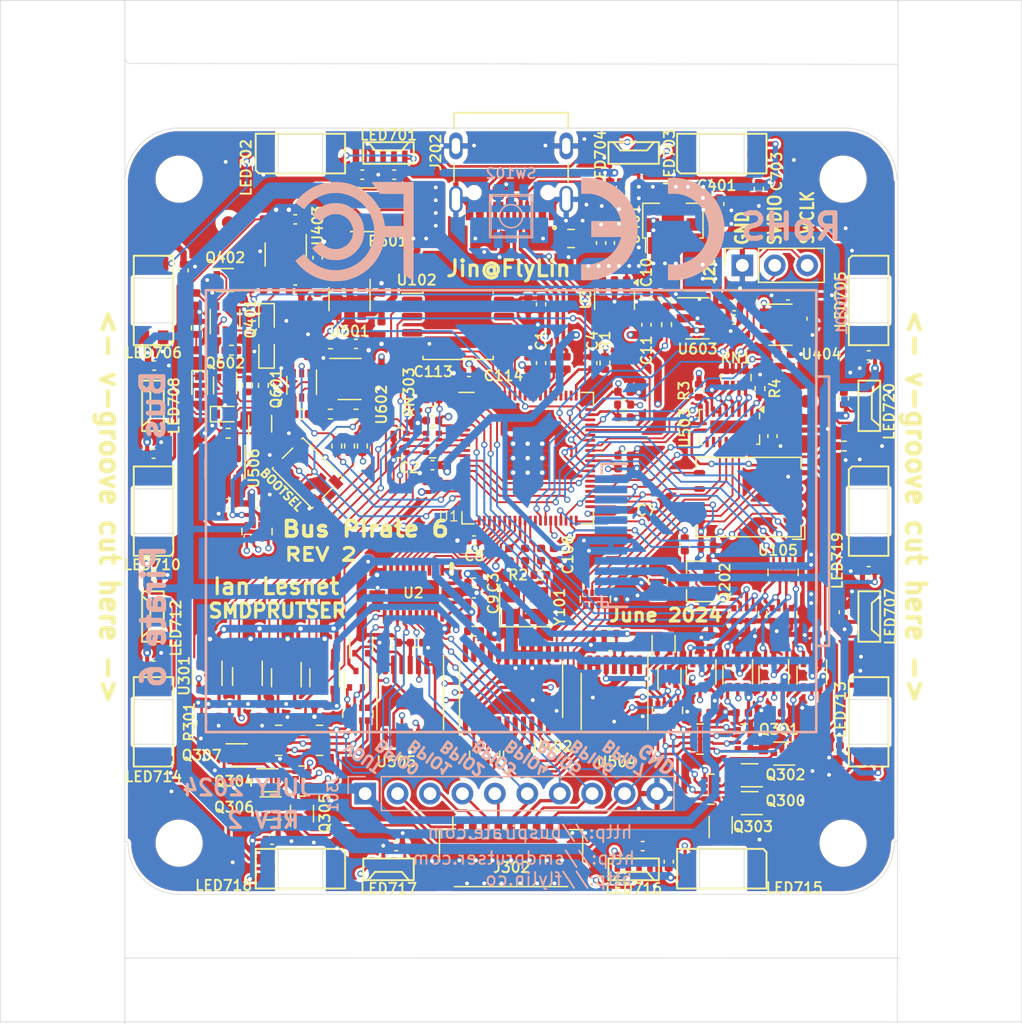
<source format=kicad_pcb>
(kicad_pcb (version 20240108) (generator "pcbnew") (generator_version "8.0")
  (layers (0 "F.Cu" signal) (1 "In1.Cu" signal) (2 "In2.Cu" power) (31 "B.Cu" signal) (34 "B.Paste" user) (35 "F.Paste" user) (36 "B.SilkS" user "B.Silkscreen") (37 "F.SilkS" user "F.Silkscreen") (38 "B.Mask" user) (39 "F.Mask" user) (44 "Edge.Cuts" user))
  (net 0 "")
  (net 1 "GND")
  (net 2 "VREG_VIN")
  (net 3 "VREF_VOUT")
  (net 4 "SWDIO")
  (net 5 "SWCLK")
  (net 6 "BUFDIR0")
  (net 7 "BUFDIR4")
  (net 8 "BPIO0")
  (net 9 "BPIO4")
  (net 10 "BUFDIR1")
  (net 11 "BUFDIR5")
  (net 12 "BPIO1")
  (net 13 "BPIO5")
  (net 14 "BUFDIR2")
  (net 15 "BUFDIR6")
  (net 16 "BPIO2")
  (net 17 "BPIO6")
  (net 18 "BUFDIR3")
  (net 19 "BUFDIR7")
  (net 20 "BPIO3")
  (net 21 "BPIO7")
  (net 22 "BUFIO0")
  (net 23 "BUFIO4")
  (net 24 "BUFIO1")
  (net 25 "BUFIO5")
  (net 26 "BUFIO2")
  (net 27 "BUFIO6")
  (net 28 "BUFIO3")
  (net 29 "BUFIO7")
  (net 30 "USB_D+")
  (net 31 "USB_D-")
  (net 32 "CURRENT_SENSE")
  (net 33 "+3V3")
  (net 34 "+VUSB")
  (net 35 "USB_P")
  (net 36 "USB_N")
  (net 37 "+1V1")
  (net 38 "VREG_OUT")
  (net 39 "DISPLAY_LED-K")
  (net 40 "SPI_CLK")
  (net 41 "SPI_CDO")
  (net 42 "VREG_EN")
  (net 43 "CURRENT_DETECT")
  (net 44 "QSPI_SS")
  (net 45 "AMUX_OUT")
  (net 46 "QSPI_SD3")
  (net 47 "QSPI_SCLK")
  (net 48 "QSPI_SD0")
  (net 49 "QSPI_SD2")
  (net 50 "QSPI_SD1")
  (net 51 "AMUX_S2")
  (net 52 "AMUX_S3")
  (net 53 "AMUX_S1")
  (net 54 "AMUX_S0")
  (net 55 "PULLUP_EN")
  (net 56 "VREG_ADJ")
  (net 57 "SPI_CDI")
  (net 58 "DISPLAY_DP")
  (net 59 "DISPLAY_CS")
  (net 60 "DISPLAY_RESET")
  (net 61 "DISPLAY_BACKLIGHT")
  (net 62 "CURRENT_RESET")
  (net 63 "CURRENT_EN")
  (net 64 "FLASH_CS")
  (net 65 "RGB_CDO")
  (net 66 "LEDS_CDO")
  (net 67 "Net-(U403-ADJ)")
  (net 68 "Net-(U603-+)")
  (net 69 "Net-(U602-+)")
  (net 70 "Net-(D601-A)")
  (net 71 "Net-(D401-A)")
  (net 72 "Net-(D602-A)")
  (net 73 "Net-(J202-VBUS-PadA4B9)")
  (net 74 "Net-(J202-CC1)")
  (net 77 "Net-(J202-CC2)")
  (net 78 "Net-(LED701-DI)")
  (net 79 "Net-(LED701-DO)")
  (net 80 "Net-(LED702-DI)")
  (net 81 "Net-(LED703-DI)")
  (net 82 "Net-(LED703-DO)")
  (net 83 "Net-(R408-Pad1)")
  (net 84 "Net-(LED706-DI)")
  (net 85 "Net-(LED707-DI)")
  (net 86 "Net-(LED707-DO)")
  (net 87 "Net-(LED708-DI)")
  (net 88 "Net-(LED710-DI)")
  (net 89 "Net-(LED712-DI)")
  (net 90 "Net-(LED713-DO)")
  (net 91 "Net-(LED714-DI)")
  (net 92 "Net-(LED715-DO)")
  (net 93 "Net-(LED716-DO)")
  (net 94 "Net-(LED717-DO)")
  (net 95 "Net-(LED719-DI)")
  (net 96 "Net-(Q202-G)")
  (net 97 "Net-(Q202-D)")
  (net 98 "Net-(Q300-D)")
  (net 99 "Net-(Q301-D)")
  (net 100 "Net-(Q302-D)")
  (net 101 "Net-(Q303-D)")
  (net 102 "Net-(Q304-D)")
  (net 103 "Net-(Q305-D)")
  (net 104 "Net-(Q306-D)")
  (net 105 "Net-(Q307-D)")
  (net 106 "Net-(Q401A-C1)")
  (net 107 "Net-(Q401A-B1)")
  (net 108 "Net-(Q601A-C1)")
  (net 109 "Net-(Q601A-B1)")
  (net 110 "Net-(Q601B-B2)")
  (net 111 "Net-(Q602-G)")
  (net 112 "Net-(SW101-A)")
  (net 113 "Net-(U404--)")
  (net 114 "Net-(U601-+)")
  (net 115 "Net-(U601--)")
  (net 116 "Net-(RN301D-R1.1)")
  (net 117 "Net-(RN301B-R1.1)")
  (net 118 "Net-(RN301C-R1.1)")
  (net 119 "Net-(RN301A-R1.1)")
  (net 120 "Net-(RN304D-R1.1)")
  (net 121 "Net-(RN304B-R1.1)")
  (net 122 "Net-(RN304C-R1.1)")
  (net 123 "Net-(RN304A-R1.1)")
  (net 124 "Net-(RN306D-R1.1)")
  (net 125 "Net-(RN306B-R1.1)")
  (net 126 "Net-(RN306C-R1.1)")
  (net 127 "Net-(RN306A-R1.1)")
  (net 128 "Net-(RN309D-R1.8)")
  (net 129 "Net-(RN309C-R1.8)")
  (net 130 "Net-(RN309A-R1.8)")
  (net 131 "Net-(RN309B-R1.8)")
  (net 132 "Net-(RN315D-R1.8)")
  (net 133 "Net-(RN315C-R1.8)")
  (net 134 "Net-(RN315A-R1.8)")
  (net 135 "Net-(RN315B-R1.8)")
  (net 136 "Net-(RN400D-R1.1)")
  (net 137 "Net-(RN400B-R1.1)")
  (net 138 "Net-(RN400C-R1.1)")
  (net 139 "Net-(RN400A-R1.1)")
  (net 140 "Net-(RN401D-R1.1)")
  (net 141 "Net-(RN401B-R1.1)")
  (net 142 "Net-(RN401C-R1.1)")
  (net 143 "CURRENT_EN_OVERRIDE")
  (net 144 "Net-(RN401A-R1.1)")
  (net 145 "Net-(RN402D-R1.1)")
  (net 146 "BUTTONS")
  (net 147 "VREG_ADJ_MCU")
  (net 148 "CURRENT_ADJ_MCU")
  (net 149 "Net-(RN402B-R1.1)")
  (net 152 "Net-(U402-COM)")
  (net 154 "Net-(U506-+)")
  (net 156 "Net-(RN317D-R1.1)")
  (net 157 "Net-(RN317C-R1.1)")
  (net 158 "Net-(RN317B-R1.1)")
  (net 159 "Net-(RN317A-R1.1)")
  (net 160 "Net-(RN318D-R1.1)")
  (net 161 "Net-(RN318C-R1.1)")
  (net 162 "Net-(RN318B-R1.1)")
  (net 163 "Net-(RN318A-R1.1)")
  (net 164 "MUX_BPIO4")
  (net 165 "MUX_BPIO5")
  (net 166 "MUX_BPIO6")
  (net 167 "MUX_BPIO7")
  (net 168 "MUX_BPIO0")
  (net 169 "MUX_BPIO1")
  (net 170 "MUX_BPIO2")
  (net 171 "MUX_BPIO3")
  (net 172 "MUX_VREF_VOUT")
  (net 175 "Net-(U402-I8)")
  (net 176 "Net-(RN402A-R1.1)")
  (net 177 "Net-(LED705-DO)")
  (net 179 "Net-(C106-Pad1)")
  (net 180 "Net-(U1-VREG_AVDD)")
  (net 181 "Net-(U1-XIN)")
  (net 182 "Net-(U1-ADC_AVDD)")
  (net 183 "Net-(U1-XOUT)")
  (net 184 "LA_BPIO7")
  (net 185 "LA_BPIO2")
  (net 186 "LA_BPIO0")
  (net 187 "LA_BPIO5")
  (net 188 "LA_BPIO3")
  (net 189 "LA_BPIO4")
  (net 190 "LA_BPIO1")
  (net 191 "LA_BPIO6")
  (net 192 "AMUX_S0_3V3")
  (net 193 "AMUX_S2_3V3")
  (net 194 "AMUX_S3_3V3")
  (net 195 "AMUX_S1_3V3")
  (net 196 "PULLUP_EN_3V3")
  (footprint "dp-LED:SK6812-mini-e" (layer "F.Cu") (at 113.4 62.1 180)
    (property "Reference" "LED702")
    (property "Value" "SK6812-mini-e")
  )
  (footprint "dp-LED:SK6812-mini-e" (layer "F.Cu") (at 146.4 118.1)
    (property "Reference" "LED715")
    (property "Value" "SK6812-mini-e")
  )
  (footprint "dp-LED:SK6812-mini-e" (layer "F.Cu") (at 101.9 106.6 -90)
    (property "Reference" "LED714")
    (property "Value" "SK6812-mini-e")
  )
  (footprint "dp-LED:SK6812-mini-e" (layer "F.Cu") (at 146.4 62.1 180)
    (property "Reference" "LED703")
    (property "Value" "SK6812-mini-e")
  )
  (footprint "dp-LED:SK6812-mini-e" (layer "F.Cu") (at 157.9 73.6 90)
    (property "Reference" "LED705")
    (property "Value" "SK6812-mini-e")
  )
  (footprint "dp-LED:SK6812-mini-e" (layer "F.Cu") (at 113.4 118.1)
    (property "Reference" "LED718")
    (property "Value" "SK6812-mini-e")
  )
  (footprint "dp-LED:SK6812-mini-e" (layer "F.Cu") (at 101.9 73.6 -90)
    (property "Reference" "LED706")
    (property "Value" "SK6812-mini-e")
  )
  (footprint "dp-LED:SK6812-mini-e" (layer "F.Cu") (at 101.9 90.1 -90)
    (property "Reference" "LED710")
    (property "Value" "SK6812-mini-e")
  )
  (footprint "Capacitor_SMD:C_0402_1005Metric" (layer "F.Cu") (at 146.2 68.1 90)
    (property "Reference" "C402" (hide yes))
    (property "Value" "4.7uF")
  )
  (footprint "Capacitor_SMD:C_0402_1005Metric" (layer "F.Cu") (at 151.405 100.225 -90)
    (property "Reference" "C313" (hide yes))
    (property "Value" "0.1uF")
  )
  (footprint "Capacitor_SMD:C_0402_1005Metric" (layer "F.Cu") (at 145.53 100.3 -90)
    (property "Reference" "C308" (hide yes))
    (property "Value" "0.1uF")
  )
  (footprint "Capacitor_SMD:C_0402_1005Metric" (layer "F.Cu") (at 150.6 105.9 180)
    (property "Reference" "C315" (hide yes))
    (property "Value" "0.1uF")
  )
  (footprint "Capacitor_SMD:C_0402_1005Metric" (layer "F.Cu") (at 107.03 105.7 -90)
    (property "Reference" "C304" (hide yes))
    (property "Value" "0.1uF")
  )
  (footprint "Capacitor_SMD:C_0402_1005Metric" (layer "F.Cu") (at 127 98.5 180)
    (property "Reference" "C403" (hide yes))
    (property "Value" "0.1uF")
  )
  (footprint "Capacitor_SMD:C_0402_1005Metric" (layer "F.Cu") (at 153.9 100.25 -90)
    (property "Reference" "C314" (hide yes))
    (property "Value" "0.1uF")
  )
  (footprint "Capacitor_SMD:C_0402_1005Metric" (layer "F.Cu") (at 148.43 100.25 -90)
    (property "Reference" "C309" (hide yes))
    (property "Value" "0.1uF")
  )
  (footprint "Capacitor_SMD:C_0402_1005Metric" (layer "F.Cu") (at 138.75 80.75)
    (property "Reference" "C112" (hide yes))
    (property "Value" "0.1uF")
  )
  (footprint "Capacitor_SMD:C_0402_1005Metric" (layer "F.Cu") (at 138.75 82.75)
    (property "Reference" "C109" (hide yes))
    (property "Value" "2.2uF")
  )
  (footprint "Capacitor_SMD:C_0402_1005Metric" (layer "F.Cu") (at 131.25 78.5 90)
    (property "Reference" "C114")
    (property "Value" "0.1uF")
  )
  (footprint "Capacitor_SMD:C_0402_1005Metric" (layer "F.Cu") (at 123.75 87.75 180)
    (property "Reference" "C110" (hide yes))
    (property "Value" "0.1uF")
  )
  (footprint "MountingHole:MountingHole_3.2mm_M3" (layer "F.Cu") (at 155.9 116.1)
    (property "Reference" "H3" (hide yes))
    (property "Value" "MountingHole")
  )
  (footprint "Capacitor_SMD:C_0402_1005Metric" (layer "F.Cu") (at 138.77 86.75)
    (property "Reference" "C111" (hide yes))
    (property "Value" "0.1uF")
  )
  (footprint "Capacitor_SMD:C_0402_1005Metric" (layer "F.Cu") (at 131.25 73.9 -90)
    (property "Reference" "C103" (hide yes))
    (property "Value" "0.1uF")
  )
  (footprint "MountingHole:MountingHole_3.2mm_M3" (layer "F.Cu") (at 155.9 64.1 -90)
    (property "Reference" "H2" (hide yes))
    (property "Value" "MountingHole")
  )
  (footprint "Capacitor_SMD:C_0402_1005Metric" (layer "F.Cu") (at 132.25 93.5 90)
    (property "Reference" "C106")
    (property "Value" "15pF")
  )
  (footprint "Capacitor_SMD:C_0402_1005Metric" (layer "F.Cu") (at 138.75 85.75)
    (property "Reference" "C118" (hide yes))
    (property "Value" "0.1uF")
  )
  (footprint "MountingHole:MountingHole_3.2mm_M3" (layer "F.Cu") (at 103.9 64.1 -90)
    (property "Reference" "H1" (hide yes))
    (property "Value" "MountingHole")
  )
  (footprint "MountingHole:MountingHole_3.2mm_M3" (layer "F.Cu") (at 103.9 116.1 -90)
    (property "Reference" "H4" (hide yes))
    (property "Value" "MountingHole")
  )
  (footprint "Package_TO_SOT_SMD:SOT-363_SC-70-6" (layer "F.Cu") (at 106.1 103.05 -90)
    (property "Reference" "U301")
    (property "Value" "AiP74LVC1T45GC363.TR")
  )
  (footprint "Package_TO_SOT_SMD:SOT-363_SC-70-6" (layer "F.Cu") (at 115.3 103.15 -90)
    (property "Reference" "U304" (hide yes))
    (property "Value" "AiP74LVC1T45GC363.TR")
  )
  (footprint "Package_TO_SOT_SMD:SOT-363_SC-70-6" (layer "F.Cu") (at 144.78 102.954668 -90)
    (property "Reference" "U305" (hide yes))
    (property "Value" "AiP74LVC1T45GC363.TR")
  )
  (footprint "Package_TO_SOT_SMD:SOT-363_SC-70-6" (layer "F.Cu") (at 150.475 102.925 -90)
    (property "Reference" "U307" (hide yes))
    (property "Value" "AiP74LVC1T45GC363.TR" (hide yes))
  )
  (footprint "Resistor_SMD:R_0402_1005Metric" (layer "F.Cu") (at 133.25 78.5 90)
    (property "Reference" "R203" (hide yes))
    (property "Value" "22R")
  )
  (footprint "Resistor_SMD:R_0402_1005Metric" (layer "F.Cu") (at 134.25 78.5 90)
    (property "Reference" "R202" (hide yes))
    (property "Value" "22R")
  )
  (footprint "Resistor_SMD:R_0402_1005Metric" (layer "F.Cu") (at 136.75 64.78 90)
    (property "Reference" "R204" (hide yes))
    (property "Value" "5.1K")
  )
  (footprint "Inductor_SMD:L_0805_2012Metric" (layer "F.Cu") (at 134.6 68.75 180)
    (property "Reference" "L201" (hide yes))
    (property "Value" "1.5A")
  )
  (footprint "Capacitor_SMD:C_0402_1005Metric" (layer "F.Cu") (at 157.9 77.9)
    (property "Reference" "C705" (hide yes))
    (property "Value" "0.1uF")
  )
  (footprint "Capacitor_SMD:C_0402_1005Metric" (layer "F.Cu") (at 101.95 78.7 180)
    (property "Reference" "C708" (hide yes))
    (property "Value" "0.1uF")
  )
  (footprint "Capacitor_SMD:C_0402_1005Metric" (layer "F.Cu") (at 138.5 64.78 90)
    (property "Reference" "C704" (hide yes))
    (property "Value" "0.1uF")
  )
  (footprint "Capacitor_SMD:C_0402_1005Metric" (layer "F.Cu") (at 104.25 71.25 90)
    (property "Reference" "C706" (hide yes))
    (property "Value" "0.1uF")
  )
  (footprint "Capacitor_SMD:C_0402_1005Metric" (layer "F.Cu") (at 101.9 85.6 180)
    (property "Reference" "C710" (hide yes))
    (property "Value" "0.1uF")
  )
  (footprint "Capacitor_SMD:C_0402_1005Metric" (layer "F.Cu") (at 101.9 95.1 180)
    (property "Reference" "C712" (hide yes))
    (property "Value" "0.1uF")
  )
  (footprint "Capacitor_SMD:C_0402_1005Metric" (layer "F.Cu") (at 149.3 64.85 90)
    (property "Reference" "C703")
    (property "Value" "0.1uF")
  )
  (footprint "Capacitor_SMD:C_0402_1005Metric" (layer "F.Cu") (at 120.75 63.75)
    (property "Reference" "C701" (hide yes))
    (property "Value" "0.1uF")
  )
  (footprint "Capacitor_SMD:C_0402_1005Metric" (layer "F.Cu") (at 133.25 93.5 -90)
    (property "Reference" "C117" (hide yes))
    (property "Value" "0.1uF")
  )
  (footprint "Resistor_SMD:R_0402_1005Metric" (layer "F.Cu") (at 138.75 81.75 180)
    (property "Reference" "R103" (hide yes))
    (property "Value" "200R")
  )
  (footprint "Capacitor_SMD:C_0402_1005Metric" (layer "F.Cu") (at 132.25 73.9 -90)
    (property "Reference" "C104" (hide yes))
    (property "Value" "2.2uF")
  )
  (footprint "Capacitor_SMD:C_0402_1005Metric" (layer "F.Cu") (at 136.95 69.1 -90)
    (property "Reference" "C202" (hide yes))
    (property "Value" "4.7uF")
  )
  (footprint "Capacitor_SMD:C_0402_1005Metric" (layer "F.Cu") (at 138.35 69.1 -90)
    (property "Reference" "C201" (hide yes))
    (property "Value" "4.7uF")
  )
  (footprint "Capacitor_SMD:C_0402_1005Metric" (layer "F.Cu") (at 123.75 83 180)
    (property "Reference" "C116" (hide yes))
    (property "Value" "0.1uF")
  )
  (footprint "Resistor_SMD:R_Array_Convex_4x0402" (layer "F.Cu") (at 121.2 84.75)
    (property "Reference" "RN302" (hide yes))
    (property "Value" "100K")
  )
  (footprint "Resistor_SMD:R_0805_2012Metric" (layer "F.Cu") (at 141.4 95.6 -90)
    (property "Reference" "R209" (hide yes))
    (property "Value" "33R")
  )
  (footprint "Resistor_SMD:R_Array_Convex_4x0402" (layer "F.Cu") (at 151.1 98.2 90)
    (property "Reference" "RN307" (hide yes))
    (property "Value" "100K")
  )
  (footprint "Package_SO:SOP-8_5.28x5.23mm_P1.27mm" (layer "F.Cu") (at 125.75 75.5)
    (property "Reference" "U102")
    (property "Value" "W25Q128JVSIQ")
  )
  (footprint "Resistor_SMD:R_0402_1005Metric" (layer "F.Cu") (at 117.25 85 -90)
    (property "Reference" "R101" (hide yes))
    (property "Value" "1K")
  )
  (footprint "Fiducial:Fiducial_1mm_Mask2mm" (layer "F.Cu") (at 158.6 68.05 -90)
    (property "Reference" "FID1" (hide yes))
    (property "Value" "Fiducial")
  )
  (footprint "Fiducial:Fiducial_1mm_Mask2mm" (layer "F.Cu") (at 101.05 112.3 -90)
    (property "Reference" "FID2" (hide yes))
    (property "Value" "Fiducial")
  )
  (footprint "Capacitor_SMD:C_0402_1005Metric" (layer "F.Cu") (at 142.247961 117.550141 -90)
    (property "Reference" "C715" (hide yes))
    (property "Value" "0.1uF")
  )
  (footprint "Capacitor_SMD:C_0402_1005Metric" (layer "F.Cu") (at 101.9 102.2 180)
    (property "Reference" "C714" (hide yes))
    (property "Value" "0.1uF")
  )
  (footprint "Capacitor_SMD:C_0402_1005Metric" (layer "F.Cu") (at 140.208 116.332 180)
    (property "Reference" "C716" (hide yes))
    (property "Value" "0.1uF")
  )
  (footprint "Capacitor_SMD:C_0402_1005Metric" (layer "F.Cu") (at 120.904 116.332 180)
    (property "Reference" "C717" (hide yes))
    (property "Value" "0.1uF")
  )
  (footprint "Capacitor_SMD:C_0402_1005Metric" (layer "F.Cu") (at 111.179494 115.831572 180)
    (property "Reference" "C718" (hide yes))
    (property "Value" "0.1uF")
  )
  (footprint "Capacitor_SMD:C_0402_1005Metric" (layer "F.Cu") (at 146.2 66.05 -90)
    (property "Reference" "C401")
    (property "Value" "4.7uF")
  )
  (footprint "Connector_PinSocket_2.54mm:PinSocket_1x03_P2.54mm_Vertical" (layer "F.Cu") (at 148.01 70.85 90)
    (property "Reference" "J201")
    (property "Value" "Conn_01x03")
  )
  (footprint "Resistor_SMD:R_0402_1005Metric" (layer "F.Cu") (at 118.25 85 90)
    (property "Reference" "R102" (hide yes))
    (property "Value" "DNF")
  )
  (footprint "Fiducial:Fiducial_1mm_Mask2mm" (layer "F.Cu") (at 107.75 67.5)
    (property "Reference" "FID4" (hide yes))
    (property "Value" "Fiducial")
  )
  (footprint "Fiducial:Fiducial_1mm_Mask2mm" (layer "F.Cu") (at 153 81.5)
    (property "Reference" "FID5" (hide yes))
    (property "Value" "Fiducial")
  )
  (footprint "Fiducial:Fiducial_1mm_Mask2mm" (layer "F.Cu") (at 158.55 112.15)
    (property "Reference" "FID3" (hide yes))
    (property "Value" "Fiducial")
  )
  (footprint "Capacitor_SMD:C_0402_1005Metric" (layer "F.Cu") (at 155.65 108.95 90)
    (property "Reference" "C713" (hide yes))
    (property "Value" "0.1uF")
  )
  (footprint "Resistor_SMD:R_0402_1005Metric" (layer "F.Cu") (at 135.8 64.78 90)
    (property "Reference" "R201" (hide yes))
    (property "Value" "5.1K")
  )
  (footprint "Connector_JST:JST_SH_SM09B-SRSS-TB_1x09-1MP_P1.00mm_Horizontal" (layer "F.Cu") (at 129.9 116.82)
    (property "Reference" "J302")
    (property "Value" "Conn_01x09")
  )
  (footprint "Package_DFN_QFN:DHVQFN-20-1EP_2.5x4.5mm_P0.5mm_EP1x3mm" (layer "F.Cu") (at 147 83.5 -90)
    (property "Reference" "U503")
    (property "Value" "74HCT245BQ")
  )
  (footprint "Capacitor_SMD:C_0402_1005Metric" (layer "F.Cu") (at 153.43 75.03 -90)
    (property "Reference" "C406" (hide yes))
    (property "Value" "0.1uF")
  )
  (footprint "Crystal:Crystal_SMD_3225-4Pin_3.2x2.5mm" (layer "F.Cu") (at 131 97.5)
    (property "Reference" "Y101")
    (property "Value" "12Mhz")
  )
  (footprint "Capacitor_SMD:C_0402_1005Metric" (layer "F.Cu") (at 151.57 73.2)
    (property "Reference" "C405" (hide yes))
    (property "Value" "2.2uF")
  )
  (footprint "Resistor_SMD:R_0402_1005Metric" (layer "F.Cu") (at 150.81 78.29 -90)
    (property "Reference" "R406" (hide yes))
    (property "Value" "10K")
  )
  (footprint "Capacitor_SMD:C_0402_1005Metric" (layer "F.Cu") (at 129.75 93.5 -90)
    (property "Reference" "C115" (hide yes))
    (property "Value" "0.1uF")
  )
  (footprint "Package_TO_SOT_SMD:SOT-23" (layer "F.Cu") (at 144.4 95.6 180)
    (property "Reference" "Q202")
    (property "Value" "MMBT7002K")
  )
  (footprint "Capacitor_SMD:C_0402_1005Metric" (layer "F.Cu") (at 131 93.5 -90)
    (property "Reference" "C105" (hide yes))
    (property "Value" "15pF")
  )
  (footprint "Button_Switch_SMD:SW_SPST_PTS810" (layer "F.Cu") (at 113.95 87.12 -45)
    (property "Reference" "SW101" (hide yes))
    (property "Value" "SW_SPST")
  )
  (footprint "Diode_SMD:D_SOD-523" (layer "F.Cu") (at 110.75 77.75 90)
    (property "Reference" "D601")
    (property "Value" "1N4148WT")
  )
  (footprint "Capacitor_SMD:C_0402_1005Metric" (layer "F.Cu") (at 155.956 98.016 -90)
    (property "Reference" "C707" (hide yes))
    (property "Value" "0.1uF")
  )
  (footprint "Capacitor_SMD:C_0402_1005Metric" (layer "F.Cu") (at 119.75 75.75 -90)
    (property "Reference" "C601" (hide yes))
    (property "Value" "2.2uF")
  )
  (footprint "Capacitor_SMD:C_0402_1005Metric" (layer "F.Cu") (at 119.75 73.5 -90)
    (property "Reference" "C602" (hide yes))
    (property "Value" "0.1uF")
  )
  (footprint "Resistor_SMD:R_0402_1005Metric" (layer "F.Cu") (at 109.5 70.25 90)
    (property "Reference" "R405" (hide yes))
    (property "Value" "33K")
  )
  (footprint "Resistor_SMD:R_0402_1005Metric" (layer "F.Cu") (at 108 77.5)
    (property "Reference" "R410" (hide yes))
    (property "Value" "10K")
  )
  (footprint "Resistor_SMD:R_0402_1005Metric" (layer "F.Cu") (at 105.25 75.75 90)
    (property "Reference" "R409" (hide yes))
    (property "Value" "33K")
  )
  (footprint "Resistor_SMD:R_0402_1005Metric" (layer "F.Cu") (at 105.75 77.5)
    (property "Reference" "R408" (hide yes))
    (property "Value" "33K")
  )
  (footprint "Resistor_SMD:R_0402_1005Metric" (layer "F.Cu") (at 105.25 73.5 -90)
    (property "Reference" "R412" (hide yes))
    (property "Value" "100K")
  )
  (footprint "Resistor_SMD:R_0402_1005Metric" (layer "F.Cu") (at 116.25 85 90)
    (property "Reference" "R611" (hide yes))
    (property "Value" "10K")
  )
  (footprint "Resistor_SMD:R_0402_1005Metric" (layer "F.Cu") (at 113.5 82.5)
    (property "Reference" "R609" (hide yes))
    (property "Value" "10K")
  )
  (footprint "Resistor_SMD:R_0402_1005Metric" (layer "F.Cu") (at 115.75 82.5)
    (property "Reference" "R608" (hide yes))
    (property "Value" "200R")
  )
  (footprint "Capacitor_SMD:C_0402_1005Metric" (layer "F.Cu") (at 113 67.25 180)
    (property "Reference" "C404" (hide yes))
    (property "Value" "4.7uF")
  )
  (footprint "Resistor_SMD:R_0402_1005Metric" (layer "F.Cu") (at 109.5 72.25 90)
    (property "Reference" "R403" (hide yes))
    (property "Value" "102K")
  )
  (footprint "Resistor_SMD:R_0402_1005Metric" (layer "F.Cu") (at 114.75 73.5 90)
    (property "Reference" "R605" (hide yes))
    (property "Value" "33K")
  )
  (footprint "Resistor_SMD:R_2512_6332Metric_Pad1.40x3.35mm_HandSolder" (layer "F.Cu") (at 119.5 66.5 180)
    (property "Reference" "R601")
    (property "Value" "0R2")
  )
  (footprint "Resistor_SMD:R_0402_1005Metric" (layer "F.Cu") (at 118.25 70.25 90)
    (property "Reference" "R602" (hide yes))
    (property "Value" "1K")
  )
  (footprint "Resistor_SMD:R_0402_1005Metric" (layer "F.Cu") (at 117.25 70.25 90)
    (property "Reference" "R604" (hide yes))
    (property "Value" "33K")
  )
  (footprint "Resistor_SMD:R_0402_1005Metric" (layer "F.Cu") (at 112.75 77.5 90)
    (property "Reference" "R606" (hide yes))
    (property "Value" "10K")
  )
  (footprint "Capacitor_SMD:C_0402_1005Metric" (layer "F.Cu") (at 114 77.5 -90)
    (property "Reference" "C603" (hide yes))
    (property "Value" "DNF")
  )
  (footprint "Capacitor_SMD:C_0402_1005Metric" (layer "F.Cu") (at 119.75 79.25 -90)
    (property "Reference" "C605" (hide yes))
    (property "Value" "0.1uF")
  )
  (footprint "Resistor_SMD:R_0402_1005Metric" (layer "F.Cu") (at 116.25 70.25 90)
    (property "Reference" "R603" (hide yes))
    (property "Value" "1K")
  )
  (footprint "Resistor_SMD:R_0402_1005Metric" (layer "F.Cu") (at 117.75 82.5)
    (property "Reference" "R610" (hide yes))
    (property "Value" "10K")
  )
  (footprint "Capacitor_SMD:C_0402_1005Metric" (layer "F.Cu") (at 118.25 63.75 180)
    (property "Reference" "C702" (hide yes))
    (property "Value" "0.1uF")
  )
  (footprint "Package_TO_SOT_SMD:SOT-523" (layer "F.Cu") (at 107.5 72)
    (property "Reference" "Q402")
    (property "Value" "SI2301")
  )
  (footprint "Resistor_SMD:R_0402_1005Metric" (layer "F.Cu") (at 110.5 80.25 -90)
    (property "Reference" "R613" (hide yes))
    (property "Value" "10K")
  )
  (footprint "Resistor_SMD:R_0402_1005Metric" (layer "F.Cu") (at 109.25 80.25 -90)
    (property "Reference" "R612" (hide yes))
    (property "Value" "200R")
  )
  (footprint "Capacitor_SMD:C_0402_1005Metric" (layer "F.Cu") (at 114.75 70.25 90)
    (property "Reference" "C407" (hide yes))
    (property "Value" "4.7uF")
  )
  (footprint "Resistor_SMD:R_0402_1005Metric" (layer "F.Cu") (at 111 67.25)
    (property "Reference" "R401" (hide yes))
    (property "Value" "100K")
  )
  (footprint "Package_TO_SOT_SMD:SOT-23-5" (layer "F.Cu") (at 112.25 70 -90)
    (property "Reference" "U403")
    (property "Value" "AP2127")
  )
  (footprint "Package_TO_SOT_SMD:SOT-363_SC-70-6" (layer "F.Cu") (at 113.5 80.25 -90)
    (property "Reference" "Q601")
    (property "Value" "MMDT3906")
  )
  (footprint "Package_TO_SOT_SMD:SOT-363_SC-70-6" (layer "F.Cu") (at 107.5 75 90)
    (property "Reference" "Q401")
    (property "Value" "BCM857")
  )
  (footprint "Diode_SMD:D_SOD-523" (layer "F.Cu") (at 110.75 75 -90)
    (property "Reference" "D401")
    (property "Value" "1N4148WT")
  )
  (footprint "Resistor_SMD:R_Array_Convex_4x0402" (layer "F.Cu") (at 144.7 107.95)
    (property "Reference" "RN309" (hide yes))
    (property "Value" "120R")
  )
  (footprint "Package_SO:TSSOP-24_4.4x7.8mm_P0.65mm" (layer "F.Cu") (at 129.9 104.05 90)
    (property "Reference" "U402")
    (property "Value" "CD4067")
  )
  (footprint "Package_TO_SOT_SMD:SOT-363_SC-70-6" (layer "F.Cu") (at 147.648865 102.927768 -90)
    (property "Reference" "U306" (hide yes))
    (property "Value" "AiP74LVC1T45GC363.TR")
  )
  (footprint "Capacitor_SMD:C_0402_1005Metric" (layer "F.Cu") (at 145 105.9 180)
    (property "Reference" "C311" (hide yes))
    (property "Value" "0.1uF")
  )
  (footprint "Resistor_SMD:R_0402_1005Metric" (layer "F.Cu") (at 143.5 92.7 -90)
    (property "Reference" "R208" (hide yes))
    (property "Value" "200R")
  )
  (footprint "Capacitor_SMD:C_0402_1005Metric" (layer "F.Cu") (at 148 105.9 180)
    (property "Reference" "C312" (hide yes))
    (property "Value" "0.1uF")
  )
  (footprint "Resistor_SMD:R_Array_Convex_4x0402" (layer "F.Cu") (at 123.75 80.7)
    (property "Reference" "RN303")
    (property "Value" "100K")
  )
  (footprint "Capacitor_SMD:C_0402_1005Metric" (layer "F.Cu") (at 150.37 84.23 90)
    (property "Reference" "C503" (hide yes))
    (property "Value" "0.1uF")
  )
  (footprint "Package_TO_SOT_SMD:SOT-363_SC-70-6" (layer "F.Cu") (at 112.3 103.15 -90)
    (property "Reference" "U303" (hide yes))
    (property "Value" "AiP74LVC1T45GC363.TR")
  )
  (footprint "Resistor_SMD:R_Array_Convex_4x0402" (layer "F.Cu") (at 148.1 98.2 90)
    (property "Reference" "RN308" (hide yes))
    (property "Value" "100K")
  )
  (footprint "Resistor_SMD:R_Array_Convex_4x0402" (layer "F.Cu") (at 123.75 84.75)
    (property "Reference" "RN301")
    (property "Value" "330R")
  )
  (footprint "Package_TO_SOT_SMD:SOT-363_SC-70-6" (layer "F.Cu") (at 109.25 103.05 -90)
    (property "Reference" "U302" (hide yes))
    (property "Value" "AiP74LVC1T45GC363.TR")
  )
  (footprint "Capacitor_SMD:C_0402_1005Metric" (layer "F.Cu") (at 113.23 105.8 -90)
    (property "Reference" "C306" (hide yes))
    (property "Value" "0.1uF")
  )
  (footprint "Capacitor_SMD:C_0402_1005Metric" (layer "F.Cu") (at 115.75 100.75)
    (property "Reference" "C307" (hide yes))
    (property "Value" "0.1uF")
  )
  (footprint "Capacitor_SMD:C_0402_1005Metric" (layer "F.Cu") (at 106.5 100.75)
    (property "Reference" "C301" (hide yes))
    (property "Value" "0.1uF")
  )
  (footprint "Capacitor_SMD:C_0402_1005Metric" (layer "F.Cu") (at 109.75 100.75)
    (property "Reference" "C302" (hide yes))
    (property "Value" "0.1uF")
  )
  (footprint "Capacitor_SMD:C_0402_1005Metric" (layer "F.Cu") (at 110.18 105.7 -90)
    (property "Reference" "C305" (hide yes))
    (property "Value" "0.1uF")
  )
  (footprint "Capacitor_SMD:C_0402_1005Metric" (layer "F.Cu") (at 112.75 100.75)
    (property "Reference" "C303" (hide yes))
    (property "Value" "0.1uF")
  )
  (footprint "Resistor_SMD:R_Array_Convex_4x0402" (layer "F.Cu") (at 151.2 94.9 90)
    (property "Reference" "RN306" (hide yes))
    (property "Value" "330R")
  )
  (footprint "Resistor_SMD:R_Array_Convex_4x0402" (layer "F.Cu") (at 111.7 108.05 180)
    (property "Reference" "RN304" (hide yes))
    (property "Value" "1M")
  )
  (footprint "Package_TO_SOT_SMD:SOT-363_SC-70-6" (layer "F.Cu") (at 153.45 102.95 -90)
    (property "Reference" "U308" (hide yes))
    (property "Value" "AiP74LVC1T45GC363.TR")
  )
  (footprint "dp-LED:SK6812-mini-e" (layer "F.Cu") (at 157.9 106.6 90)
    (property "Reference" "LED713")
    (property "Value" "SK6812-mini-e")
  )
  (footprint "usb-c:HRO_TYPE-C-31-M-12" (layer "F.Cu") (at 129.9 61.5 180)
    (property "Reference" "J202")
    (property "Value" "TYPE-C-31-M-12")
  )
  (footprint "Capacitor_SMD:C_0402_1005Metric" (layer "F.Cu") (at 153.7 105.9 180)
    (property "Reference" "C316" (hide yes))
    (property "Value" "0.1uF")
  )
  (footprint "dp-LED:SK6812-side-a_b" (layer "F.Cu") (at 157.9 98.35 90)
    (property "Reference" "LED707")
    (property "Value" "SK6812-side-a_b")
  )
  (footprint "dp-LED:SK6812-side-a_b" (layer "F.Cu") (at 139.5 118.1)
    (property "Reference" "LED716")
    (property "Value" "SK6812-side-a_b")
  )
  (footprint "dp-LED:SK6812-side-a_b" (layer "F.Cu") (at 120.3 118.1)
    (property "Reference" "LED717")
    (property "Value" "SK6812-side-a_b")
  )
  (footprint "dp-LED:SK6812-side-a_b" (layer "F.Cu") (at 101.9 98.35 -90)
    (property "Reference" "LED712")
    (property "Value" "SK6812-side-a_b")
  )
  (footprint "dp-LED:SK6812-side-a_b" (layer "F.Cu") (at 101.9 81.85 -90)
    (property "Reference" "LED708")
    (property "Value" "SK6812-side-a_b")
  )
  (footprint "dp-LED:SK6812-side-a_b" (layer "F.Cu") (at 120.3 62.1 180)
    (property "Reference" "LED701")
    (property "Value" "SK6812-side-a_b")
  )
  (footprint "dp-LED:SK6812-side-a_b" (layer "F.Cu") (at 139.5 62.1 180)
    (property "Reference" "LED704")
    (property "Value" "SK6812-side-a_b")
  )
  (footprint "Resistor_SMD:R_Array_Convex_4x0402" (layer "F.Cu") (at 136.5 97 90)
    (property "Reference" "RN315" (hide yes))
    (property "Value" "510R")
  )
  (footprint "Resistor_SMD:R_Array_Convex_4x0402" (layer "F.Cu") (at 148.15 107.95)
    (property "Reference" "RN310" (hide yes))
    (property "Value" "1M")
  )
  (footprint "Resistor_SMD:R_Array_Convex_4x0402" (layer "F.Cu") (at 114.9 108.05 180)
    (property "Reference" "RN305" (hide yes))
    (property "Value" "120R")
  )
  (footprint "Capacitor_SMD:C_0402_1005Metric" (layer "F.Cu") (at 115 105.35 180)
    (property "Reference" "C310" (hide yes))
    (property "Value" "0.1uF")
  )
  (footprint "Diode_SMD:D_SOD-523" (layer "F.Cu") (at 107.5 82.5)
    (property "Reference" "D603")
    (property "Value" "1N4148WT")
  )
  (footprint "Package_TO_SOT_SMD:SOT-523" (layer "F.Cu") (at 107.5 80.25 -90)
    (property "Reference" "Q602")
    (property "Value" "SI2301")
  )
  (footprint "Capacitor_SMD:C_0402_1005Metric" (layer "F.Cu") (at 147.37 74.05)
    (property "Reference" "C413" (hide yes))
    (property "Value" "2.2uF")
  )
  (footprint "Capacitor_SMD:C_0402_1005Metric" (layer "F.Cu") (at 147.37 75.1 180)
    (property "Reference" "C414" (hide yes))
    (property "Value" "0.1uF")
  )
  (footprint "Capacitor_SMD:C_0402_1005Metric" (layer "F.Cu") (at 142.05 73.57 -90)
    (property "Reference" "C415" (hide yes))
    (property "Value" "0.1uF")
  )
  (footprint "Capacitor_SMD:C_0402_1005Metric" (layer "F.Cu") (at 117.75 77 180)
    (property "Reference" "C416" (hide yes))
    (property "Value" "0.1uF")
  )
  (footprint "Resistor_SMD:R_0402_1005Metric" (layer "F.Cu") (at 142.08 75.49 -90)
    (property "Reference" "R414" (hide yes))
    (property "Value" "10K")
  )
  (footprint "Resistor_SMD:R_0402_1005Metric" (layer "F.Cu") (at 115.75 77 180)
    (property "Reference" "R415" (hide yes))
    (property "Value" "10K")
  )
  (footprint "Package_TO_SOT_SMD:SOT-89-3" (layer "F.Cu") (at 142.57 67.65 90)
    (property "Reference" "U401")
    (property "Value" "ME6211A33PG-N")
  )
  (footprint "Capacitor_SMD:C_0402_1005Metric" (layer "F.Cu") (at 113 72.75 180)
    (property "Reference" "C408" (hide yes))
    (property "Value" "120pF")
  )
  (footprint "Resistor_SMD:R_0402_1005Metric" (layer "F.Cu") (at 111 72.75 180)
    (property "Reference" "R404" (hide yes))
    (property "Value" "133K")
  )
  (footprint "Diode_SMD:D_SOD-523" (layer "F.Cu") (at 105.5 80.25 -90)
    (property "Reference" "D602")
    (property "Value" "1N4148WT")
  )
  (footprint "Package_TO_SOT_SMD:SOT-23-5" (layer "F.Cu") (at 117.25 79.75)
    (property "Reference" "U602")
    (property "Value" "LMV331")
  )
  (footprint "Package_TO_SOT_SMD:SOT-523" (layer "F.Cu") (at 151.12 109.085 180)
    (property "Reference" "Q301")
    (property "Value" "SI2301")
  )
  (footprint "Package_TO_SOT_SMD:SOT-523" (layer "F.Cu") (at 148.58 110.784269 180)
    (property "Reference" "Q302")
    (property "Value" "SI2301")
  )
  (footprint "Package_TO_SOT_SMD:SOT-523" (layer "F.Cu") (at 146.312 114.671 90)
    (property "Reference" "Q303")
    (property "Value" "SI2301")
  )
  (footprint "Package_TO_SOT_SMD:SOT-523" (layer "F.Cu") (at 148.581608 112.96611 180)
    (property "Reference" "Q300")
    (property "Value" "SI2301")
  )
  (footprint "Resistor_SMD:R_Array_Convex_4x0402" (layer "F.Cu") (at 145.55 111.875)
    (property "Reference" "RN311" (hide yes))
    (property "Value" "10K")
  )
  (footprint "Resistor_SMD:R_Array_Convex_4x0402" (layer "F.Cu") (at 113.53 111.24 180)
    (property "Reference" "RN312" (hide yes))
    (property "Value" "10K")
  )
  (footprint "Package_TO_SOT_SMD:SOT-523" (layer "F.Cu") (at 110.992709 111.17921)
    (property "Reference" "Q304")
    (property "Value" "SI2301")
  )
  (footprint "Package_TO_SOT_SMD:SOT-523" (layer "F.Cu") (at 113.525614 113.783421 90)
    (property "Reference" "Q305")
    (property "Value" "SI2301")
  )
  (footprint "Package_TO_SOT_SMD:SOT-523" (layer "F.Cu") (at 111.250195 113.373968)
    (property "Reference" "Q306")
    (property "Value" "SI2301")
  )
  (footprint "Package_TO_SOT_SMD:SOT-523" (layer "F.Cu") (at 108.575 109.22)
    (property "Reference" "Q307")
    (property "Value" "SI2301")
  )
  (footprint "Resistor_SMD:R_Array_Convex_4x0402" (layer "F.Cu") (at 130.49 109.15 -90)
    (property "Reference" "RN400" (hide yes))
    (property "Value" "510R")
  )
  (footprint "Resistor_SMD:R_Array_Convex_4x0402" (layer "F.Cu") (at 127.83 109.15 -90)
    (property "Reference" "RN401" (hide yes))
    (property "Value" "510R")
  )
  (footprint "Resistor_SMD:R_Array_Convex_4x0402" (layer "F.Cu") (at 110 91.7 90)
    (property "Reference" "RN402" (hide yes))
    (property "Value" "510R")
  )
  (footprint "Package_TO_SOT_SMD:SOT-23-5" (layer "F.Cu") (at 117.25 73.5 -90)
    (property "Reference" "U601")
    (property "Value" "LMV321A")
  )
  (footprint "Package_TO_SOT_SMD:SOT-23-5" (layer "F.Cu") (at 144.5 75)
    (property "Reference" "U603")
    (property "Value" "LMV321")
  )
  (footprint "Package_TO_SOT_SMD:SOT-23-5" (layer "F.Cu") (at 151 75.5)
    (property "Reference" "U404")
    (property "Value" "LMV321")
  )
  (footprint "Resistor_SMD:R_0402_1005Metric" (layer "F.Cu") (at 151.81 78.3 -90)
    (property "Reference" "R407" (hide yes))
    (property "Value" "10K")
  )
  (footprint "Capacitor_SMD:C_0402_1005Metric" (layer "F.Cu") (at 157.9 94.8)
    (property "Reference" "C719" (hide yes))
    (property "Value" "0.1uF")
  )
  (footprint "dp-LED:SK6812-mini-e" (layer "F.Cu") (at 157.9 90.1 90)
    (property "Reference" "LED719")
    (property "Value" "SK6812-mini-e")
  )
  (footprint "Capacitor_SMD:C_0402_1005Metric" (layer "F.Cu") (at 145.250284 92.813663)
    (property "Reference" "C121" (hide yes))
    (property "Value" "0.1uF")
  )
  (footprint "dp-memory:U-PDFN-8" (layer "F.Cu") (at 148.5 89 180)
    (property "Reference" "U105")
    (property "Value" "MT29F1G01ABAFDWB")
  )
  (footprint "Resistor_SMD:R_0402_1005Metric" (layer "F.Cu") (at 156 85)
    (property "Reference" "R502" (hide yes))
    (property "Value" "1K")
  )
  (footprint "dp-LED:SK6812-side-a_b" (layer "F.Cu") (at 157.9 81.85 90)
    (property "Reference" "LED720")
    (property "Value" "SK6812-side-a_b")
  )
  (footprint "Resistor_SMD:R_0402_1005Metric" (layer "F.Cu") (at 105.664 106.678 -90)
    (property "Reference" "R301")
    (property "Value" "10K")
  )
  (footprint "Capacitor_SMD:C_0402_1005Metric" (layer "F.Cu") (at 155.956 81.28 -90)
    (property "Reference" "C720" (hide yes))
    (property "Value" "0.1uF")
  )
  (footprint "Capacitor_SMD:C_0402_1005Metric" (layer "F.Cu") (at 126.6 79.2 180)
    (property "Reference" "C113")
    (property "Value" "0.1uF")
  )
  (footprint "Package_SO:TSSOP-14_4.4x5mm_P0.65mm" (layer "F.Cu") (at 138 105 -90)
    (property "Reference" "U504")
    (property "Value" "LMV324")
  )
  (footprint "Resistor_SMD:R_0402_1005Metric" (layer "F.Cu") (at 127 99.5 180)
    (property "Reference" "R320" (hide yes))
    (property "Value" "510R")
  )
  (footprint "Resistor_SMD:R_0402_1005Metric" (layer "F.Cu") (at 132.2 95.1 180)
    (property "Reference" "R2")
    (property "Value" "1K")
  )
  (footprint "Capacitor_SMD:C_0402_1005Metric" (layer "F.Cu") (at 110 89.5 180)
    (property "Reference" "C504" (hide yes))
    (property "Value" "2.2uF")
  )
  (footprint "Capacitor_SMD:C_0402_1005Metric" (layer "F.Cu") (at 140.5 73.5 -90)
    (property "Reference" "C10")
    (property "Value" "4.7uF")
  )
  (footprint "Capacitor_SMD:C_0402_1005Metric" (layer "F.Cu") (at 127 97.25)
    (property "Reference" "C9")
    (property "Value" "0.1uF")
  )
  (footprint "Capacitor_SMD:C_0402_1005Metric" (layer "F.Cu") (at 137.668 99.697012)
    (property "Reference" "C507" (hide yes))
    (property "Value" "2.2uF")
  )
  (footprint "Capacitor_SMD:C_0402_1005Metric" (layer "F.Cu") (at 127 95.7 180)
    (property "Reference" "C3")
    (property "Value" "0.1uF")
  )
  (footprint "manuf:NXP-DHVQFN24" (layer "F.Cu") (at 122.25 96.5 180)
    (property "Reference" "U2")
    (property "Value" "74LVC8T245BQ")
  )
  (footprint "Package_TO_SOT_SMD:SOT-523" (layer "F.Cu") (at 117.750123 103.261 90)
    (property "Reference" "D503" (hide yes))
    (property "Value" "BAS40T-05")
  )
  (footprint "Capacitor_SMD:C_0402_1005Metric" (layer "F.Cu") (at 140.5 75.5 90)
    (property "Reference" "C11")
    (property "Value" "4.7uF")
  )
  (footprint "Capacitor_SMD:C_0402_1005Metric" (layer "F.Cu") (at 123.75 86.5 180)
    (property "Reference" "C2")
    (property "Value" "0.1uF")
  )
  (footprint "Package_TO_SOT_SMD:SOT-523" (layer "F.Cu") (at 118.160849 100.584 90)
    (property "Reference" "D504" (hide yes))
    (property "Value" "BAS40T-05")
  )
  (footprint "Capacitor_SMD:C_0402_1005Metric" (layer "F.Cu") (at 107.75 89.5 180)
    (property "Reference" "C506" (hide yes))
    (property "Value" "0.1uF")
  )
  (footprint "Capacitor_SMD:C_0402_1005Metric" (layer "F.Cu") (at 127 92.4 180)
    (property "Reference" "C8")
    (property "Value" "0.1uF")
  )
  (footprint "Package_SO:TSSOP-14_4.4x5mm_P0.65mm" (layer "F.Cu") (at 122 105 -90)
    (property "Reference" "U505")
    (property "Value" "LMV324")
  )
  (footprint "Resistor_SMD:R_Array_Convex_4x0402" (layer "F.Cu") (at 147.51 79.63 -90)
    (property "Reference" "RN1")
    (property "Value" "100K")
  )
  (footprint "qfn80:qfn80" (layer "F.Cu") (at 131.25 86)
    (property "Reference" "U1")
    (property "Value" "~")
  )
  (footprint "Resistor_SMD:R_0402_1005Metric" (layer "F.Cu") (at 107.75 84 180)
    (property "Reference" "R319" (hide yes))
    (property "Value" "100K")
  )
  (footprint "Resistor_SMD:R_0402_1005Metric" (layer "F.Cu") (at 144.61 80.67 90)
    (property "Reference" "R3")
    (property "Value" "100K")
  )
  (footprint "Resistor_SMD:R_0402_1005Metric" (layer "F.Cu") (at 149.39 80.5 -90)
    (property "Reference" "R4")
    (property "Value" "100K")
  )
  (footprint "Resistor_SMD:R_0402_1005Metric" (layer "F.Cu") (at 137.25 78.5 -90)
    (property "Reference" "R1")
    (property "Value" "10R")
  )
  (footprint "Package_TO_SOT_SMD:SOT-523" (layer "F.Cu") (at 110.25 83.25 90)
    (property "Reference" "D500")
    (property "Value" "BAS40T-05")
  )
  (footprint "Capacitor_SMD:C_0402_1005Metric" (layer "F.Cu") (at 120.6 100.4)
    (property "Reference" "C509" (hide yes))
    (property "Value" "2.2uF")
  )
  (footprint "Capacitor_SMD:C_0402_1005Metric" (layer "F.Cu") (at 122.5 100.4 180)
    (property "Reference" "C510" (hide yes))
    (property "Value" "0.1uF")
  )
  (footprint "Package_TO_SOT_SMD:SOT-523" (layer "F.Cu") (at 141.842965 100.48972 90)
    (property "Reference" "D501" (hide yes))
    (property "Value" "BAS40T-05")
  )
  (footprint "Package_TO_SOT_SMD:SOT-523" (layer "F.Cu") (at 142.303512 103.051295 90)
    (property "Reference" "D502" (hide yes))
    (property "Value" "BAS40T-05")
  )
  (footprint "Capacitor_SMD:C_0402_1005Metric" (layer "F.Cu") (at 136.25 78.5 90)
    (property "Reference" "C4")
    (property "Value" "2.2uF")
  )
  (footprint "Package_TO_SOT_SMD:SOT-23-5" (layer "F.Cu") (at 138 73.5 -90)
    (property "Reference" "U3")
    (property "Value" "TLV74311PDBVR")
  )
  (footprint "Capacitor_SMD:C_0402_1005Metric" (layer "F.Cu") (at 132.25 78.5 90)
    (property "Reference" "C1")
    (property "Value" "0.1uF")
  )
  (footprint "Capacitor_SMD:C_0402_1005Metric" (layer "F.Cu") (at 137.668 100.665442)
    (property "Reference" "C508" (hide yes))
    (property "Value" "0.1uF")
  )
  (footprint "Resistor_SMD:R_Array_Convex_4x0402" (layer "F.Cu") (at 117.9 106 -90)
    (property "Reference" "RN318" (hide yes))
    (property "Value" "100K")
  )
  (footprint "Package_TO_SOT_SMD:SOT-23-5" (layer "F.Cu") (at 107.5 86.75 -90)
    (property "Reference" "U506")
    (property "Value" "LMV321")
  )
  (footprint "Capacitor_SMD:C_0402_1005Metric" (layer "F.Cu") (at 138.75 90)
    (property "Reference" "C7")
    (property "Value" "0.1uF")
  )
  (footprint "Resistor_SMD:R_Array_Convex_4x0402" (layer "F.Cu") (at 142.15 105.7 -90)
    (property "Reference" "RN317" (hide yes))
    (property "Value" "100K")
  )
  (footprint "Connector_PinHeader_2.54mm:PinHeader_1x10_P2.54mm_Vertical" (layer "B.Cu") (at 118.47 112.22 -90)
    (property "Reference" "J301")
    (property "Value" "Conn_01x10")
  )
  (footprint "dp-switch:GT-TC026X-HXXX-LX" (layer "B.Cu") (at 129.9 67 90)
    (property "Reference" "SW102")
    (property "Value" "4P_button_sw")
  )
  (footprint "dp-logo:logo_fcc" (layer "B.Cu") (at 117.65 68.2 180)
    (property "Reference" "logo1" (hide yes))
    (property "Value" "fcc_logo" (hide yes))
  )
  (footprint "Symbol:CE-Logo_11.2x8mm_SilkScreen" (layer "B.Cu") (at 141 68 180)
    (property "Reference" "logo2" (hide yes))
    (property "Value" "ce_logo" (hide yes))
  )
  (footprint "dp-lcd:TFT_20_QT200H1201" (layer "B.Cu") (at 129.9 90.1 -90)
    (property "Reference" "LCD201")
    (property "Value" "TFT_20_QT200H1201")
  )
  (gr_arc (start 103.9 120.1) (mid 101.071573 118.928427) (end 99.9 116.1) (stroke (width 0.05)) (layer "Edge.Cuts"))
  (gr_circle (center 155.9 116.1) (end 155.9 117.1) (stroke (width 0.05)) (fill none) (layer "Edge.Cuts"))
  (gr_circle (center 103.9 64.1) (end 103.9 65.1) (stroke (width 0.05)) (fill none) (layer "Edge.Cuts"))
  (gr_circle (center 103.9 116.1) (end 103.9 117.1) (stroke (width 0.05)) (fill none) (layer "Edge.Cuts"))
  (gr_arc (start 99.650001 64.1) (mid 100.988674 61.261831) (end 103.899916 60.090538) (stroke (width 0.05)) (layer "Edge.Cuts"))
  (gr_arc (start 159.9 116.1) (mid 158.728427 118.928427) (end 155.9 120.1) (stroke (width 0.05)) (layer "Edge.Cuts"))
  (gr_line (start 103.9 120.1) (end 155.9 120.1) (stroke (width 0.05)) (layer "Edge.Cuts"))
  (gr_circle (center 155.9 64.1) (end 155.9 65.1) (stroke (width 0.05)) (fill none) (layer "Edge.Cuts"))
  (gr_arc (start 155.95 60.100001) (mid 158.857668 61.239515) (end 160.109074 64.10081) (stroke (width 0.05)) (layer "Edge.Cuts"))
  (gr_line (start 155.95 60.100001) (end 103.9 60.1) (stroke (width 0.05)) (layer "Edge.Cuts"))
  (gr_line (start 99.65 50.25) (end 99.65 130.25) (stroke (width 0.05)) (layer "Edge.Cuts"))
  (gr_line (start 100.35 71.95) (end 100.35 75.25) (stroke (width 0.05)) (layer "Edge.Cuts"))
  (gr_line (start 148.15 60.65) (end 148.15 63.55) (stroke (width 0.05)) (layer "Edge.Cuts"))
  (gr_line (start 148.05 63.65) (end 144.75 63.65) (stroke (width 0.05)) (layer "Edge.Cuts"))
  (gr_line (start 159.35 108.35) (end 156.45 108.35) (stroke (width 0.05)) (layer "Edge.Cuts"))
  (gr_line (start 111.65 60.65) (end 111.65 63.55) (stroke (width 0.05)) (layer "Edge.Cuts"))
  (gr_line (start 103.35 75.35) (end 100.45 75.35) (stroke (width 0.05)) (layer "Edge.Cuts"))
  (gr_line (start 115.05 63.65) (end 111.75 63.65) (stroke (width 0.05)) (layer "Edge.Cuts"))
  (gr_line (start 159.35 71.85) (end 156.45 71.85) (stroke (width 0.05)) (layer "Edge.Cuts"))
  (gr_line (start 103.35 104.85) (end 100.45 104.85) (stroke (width 0.05)) (layer "Edge.Cuts"))
  (gr_line (start 115.05 60.55) (end 111.75 60.55) (stroke (width 0.05)) (layer "Edge.Cuts"))
  (gr_line (start 148.05 116.55) (end 144.75 116.55) (stroke (width 0.05)) (layer "Edge.Cuts"))
  (gr_line (start 100.35 104.95) (end 100.35 108.25) (stroke (width 0.05)) (layer "Edge.Cuts"))
  (gr_line (start 115.15 60.65) (end 115.15 63.55) (stroke (width 0.05)) (layer "Edge.Cuts"))
  (gr_line (start 115.15 116.65) (end 115.15 119.55) (stroke (width 0.05)) (layer "Edge.Cuts"))
  (gr_line (start 144.65 116.65) (end 144.65 119.55) (stroke (width 0.05)) (layer "Edge.Cuts"))
  (gr_line (start 103.45 71.95) (end 103.45 75.25) (stroke (width 0.05)) (layer "Edge.Cuts"))
  (gr_line (start 115.05 116.55) (end 111.75 116.55) (stroke (width 0.05)) (layer "Edge.Cuts"))
  (gr_line (start 156.35 104.95) (end 156.35 108.25) (stroke (width 0.05)) (layer "Edge.Cuts"))
  (gr_line (start 111.65 116.65) (end 111.65 119.55) (stroke (width 0.05)) (layer "Edge.Cuts"))
  (gr_line (start 159.45 71.95) (end 159.45 75.25) (stroke (width 0.05)) (layer "Edge.Cuts"))
  (gr_line (start 148.05 60.55) (end 144.65 60.55) (stroke (width 0.05)) (layer "Edge.Cuts"))
  (gr_line (start 148.05 119.65) (end 144.75 119.65) (stroke (width 0.05)) (layer "Edge.Cuts"))
  (gr_line (start 144.65 60.65) (end 144.65 63.55) (stroke (width 0.05)) (layer "Edge.Cuts"))
  (gr_line (start 103.35 88.35) (end 100.45 88.35) (stroke (width 0.05)) (layer "Edge.Cuts"))
  (gr_line (start 103.35 108.35) (end 100.45 108.35) (stroke (width 0.05)) (layer "Edge.Cuts"))
  (gr_line (start 103.35 71.85) (end 100.45 71.85) (stroke (width 0.05)) (layer "Edge.Cuts"))
  (gr_line (start 103.45 104.95) (end 103.45 108.25) (stroke (width 0.05)) (layer "Edge.Cuts"))
  (gr_line (start 156.35 71.95) (end 156.35 75.25) (stroke (width 0.05)) (layer "Edge.Cuts"))
  (gr_line (start 159.35 104.85) (end 156.45 104.85) (stroke (width 0.05)) (layer "Edge.Cuts"))
  (gr_line (start 103.35 91.85) (end 100.45 91.85) (stroke (width 0.05)) (layer "Edge.Cuts"))
  (gr_line (start 159.45 104.95) (end 159.45 108.25) (stroke (width 0.05)) (layer "Edge.Cuts"))
  (gr_line (start 148.15 116.65) (end 148.15 119.55) (stroke (width 0.05)) (layer "Edge.Cuts"))
  (gr_line (start 115.05 119.65) (end 111.75 119.65) (stroke (width 0.05)) (layer "Edge.Cuts"))
  (gr_line (start 103.45 88.45) (end 103.45 91.75) (stroke (width 0.05)) (layer "Edge.Cuts"))
  (gr_line (start 100.35 88.45) (end 100.35 91.75) (stroke (width 0.05)) (layer "Edge.Cuts"))
  (gr_line (start 159.35 75.35) (end 156.45 75.35) (stroke (width 0.05)) (layer "Edge.Cuts"))
  (gr_line (start 169.9 64.1) (end 169.9 116.1) (stroke (width 0.05)) (layer "Edge.Cuts"))
  (gr_line (start 160.109074 64.10081) (end 160.2 64.1) (stroke (width 0.05)) (layer "Edge.Cuts"))
  (gr_line (start 89.9 50.1) (end 169.9 50.1) (stroke (width 0.05)) (layer "Edge.Cuts"))
  (gr_line (start 100.15 55.05) (end 160.15 55.1) (stroke (width 0.05)) (layer "Edge.Cuts"))
  (gr_line (start 169.9 50.1) (end 169.9 64.1) (stroke (width 0.05)) (layer "Edge.Cuts"))
  (gr_line (start 169.9 116.1) (end 169.9 130.1) (stroke (width 0.05)) (layer "Edge.Cuts"))
  (gr_line (start 89.9 130.1) (end 169.9 130.1) (stroke (width 0.05)) (layer "Edge.Cuts"))
  (gr_line (start 160.2 50.1) (end 160.15 130.1) (stroke (width 0.05)) (layer "Edge.Cuts"))
  (gr_line (start 99.867082 125.106566) (end 160.35 125.1) (stroke (width 0.05)) (layer "Edge.Cuts"))
  (gr_line (start 148.15 60.55) (end 148.15 60.65) (stroke (width 0.05)) (layer "Edge.Cuts"))
  (gr_line (start 144.65 60.55) (end 144.65 60.65) (stroke (width 0.05)) (layer "Edge.Cuts"))
  (gr_line (start 148.15 63.65) (end 148.05 63.65) (stroke (width 0.05)) (layer "Edge.Cuts"))
  (gr_line (start 144.65 63.65) (end 144.75 63.65) (stroke (width 0.05)) (layer "Edge.Cuts"))
  (gr_line (start 111.65 60.55) (end 111.65 60.65) (stroke (width 0.05)) (layer "Edge.Cuts"))
  (gr_line (start 115.15 60.55) (end 115.15 60.65) (stroke (width 0.05)) (layer "Edge.Cuts"))
  (gr_line (start 115.15 63.65) (end 115.05 63.65) (stroke (width 0.05)) (layer "Edge.Cuts"))
  (gr_line (start 111.65 63.65) (end 111.65 63.55) (stroke (width 0.05)) (layer "Edge.Cuts"))
  (gr_line (start 159.45 71.85) (end 159.45 71.95) (stroke (width 0.05)) (layer "Edge.Cuts"))
  (gr_line (start 156.35 71.85) (end 156.45 71.85) (stroke (width 0.05)) (layer "Edge.Cuts"))
  (gr_line (start 159.45 75.35) (end 159.35 75.35) (stroke (width 0.05)) (layer "Edge.Cuts"))
  (gr_line (start 156.35 75.35) (end 156.35 75.25) (stroke (width 0.05)) (layer "Edge.Cuts"))
  (gr_line (start 159.45 104.85) (end 159.45 104.95) (stroke (width 0.05)) (layer "Edge.Cuts"))
  (gr_line (start 159.45 108.35) (end 159.35 108.35) (stroke (width 0.05)) (layer "Edge.Cuts"))
  (gr_line (start 156.35 108.35) (end 156.35 108.25) (stroke (width 0.05)) (layer "Edge.Cuts"))
  (gr_line (start 156.35 104.85) (end 156.45 104.85) (stroke (width 0.05)) (layer "Edge.Cuts"))
  (gr_line (start 100.35 71.85) (end 100.45 71.85) (stroke (width 0.05)) (layer "Edge.Cuts"))
  (gr_line (start 103.45 71.85) (end 103.45 71.95) (stroke (width 0.05)) (layer "Edge.Cuts"))
  (gr_line (start 103.45 75.35) (end 103.35 75.35) (stroke (width 0.05)) (layer "Edge.Cuts"))
  (gr_line (start 100.35 75.35) (end 100.35 75.25) (stroke (width 0.05)) (layer "Edge.Cuts"))
  (gr_line (start 100.35 88.35) (end 100.45 88.35) (stroke (width 0.05)) (layer "Edge.Cuts"))
  (gr_line (start 103.45 88.35) (end 103.45 88.45) (stroke (width 0.05)) (layer "Edge.Cuts"))
  (gr_line (start 103.45 91.85) (end 103.35 91.85) (stroke (width 0.05)) (layer "Edge.Cuts"))
  (gr_line (start 100.35 91.85) (end 100.35 91.75) (stroke (width 0.05)) (layer "Edge.Cuts"))
  (gr_line (start 103.45 104.85) (end 103.45 104.95) (stroke (width 0.05)) (layer "Edge.Cuts"))
  (gr_line (start 100.35 104.85) (end 100.45 104.85) (stroke (width 0.05)) (layer "Edge.Cuts"))
  (gr_line (start 103.45 108.35) (end 103.35 108.35) (stroke (width 0.05)) (layer "Edge.Cuts"))
  (gr_line (start 100.35 108.35) (end 100.35 108.25) (stroke (width 0.05)) (layer "Edge.Cuts"))
  (gr_line (start 111.65 116.55) (end 111.75 116.55) (stroke (width 0.05)) (layer "Edge.Cuts"))
  (gr_line (start 115.15 116.55) (end 115.15 116.65) (stroke (width 0.05)) (layer "Edge.Cuts"))
  (gr_line (start 115.15 119.65) (end 115.05 119.65) (stroke (width 0.05)) (layer "Edge.Cuts"))
  (gr_line (start 111.65 119.65) (end 111.65 119.55) (stroke (width 0.05)) (layer "Edge.Cuts"))
  (gr_line (start 144.65 116.55) (end 144.75 116.55) (stroke (width 0.05)) (layer "Edge.Cuts"))
  (gr_line (start 148.15 116.55) (end 148.15 116.65) (stroke (width 0.05)) (layer "Edge.Cuts"))
  (gr_line (start 148.15 119.65) (end 148.05 119.65) (stroke (width 0.05)) (layer "Edge.Cuts"))
  (gr_line (start 144.65 119.65) (end 144.65 119.55) (stroke (width 0.05)) (layer "Edge.Cuts"))
  (gr_line (start 89.9 50.1) (end 89.9 64.1) (stroke (width 0.05)) (layer "Edge.Cuts"))
  (gr_line (start 89.9 64.1) (end 89.9 116.1) (stroke (width 0.05)) (layer "Edge.Cuts"))
  (gr_line (start 89.9 116.1) (end 89.9 130.1) (stroke (width 0.05)) (layer "Edge.Cuts"))
  (gr_line (start 156.45 91.85) (end 156.35 91.85) (stroke (width 0.05)) (layer "Edge.Cuts"))
  (gr_line (start 159.45 91.85) (end 159.35 91.85) (stroke (width 0.05)) (layer "Edge.Cuts"))
  (gr_line (start 159.45 91.75) (end 159.45 91.85) (stroke (width 0.05)) (layer "Edge.Cuts"))
  (gr_line (start 159.45 88.35) (end 159.45 88.45) (stroke (width 0.05)) (layer "Edge.Cuts"))
  (gr_line (start 156.35 91.85) (end 156.35 91.75) (stroke (width 0.05)) (layer "Edge.Cuts"))
  (gr_line (start 156.35 88.35) (end 156.45 88.35) (stroke (width 0.05)) (layer "Edge.Cuts"))
  (gr_line (start 156.35 88.45) (end 156.35 88.35) (stroke (width 0.05)) (layer "Edge.Cuts"))
  (gr_line (start 159.35 88.35) (end 159.45 88.35) (stroke (width 0.05)) (layer "Edge.Cuts"))
  (gr_line (start 159.35 88.35) (end 156.45 88.35) (stroke (width 0.05)) (layer "Edge.Cuts"))
  (gr_line (start 156.35 88.45) (end 156.35 91.75) (stroke (width 0.05)) (layer "Edge.Cuts"))
  (gr_line (start 159.35 91.85) (end 156.45 91.85) (stroke (width 0.05)) (layer "Edge.Cuts"))
  (gr_line (start 159.45 88.45) (end 159.45 91.75) (stroke (width 0.05)) (layer "Edge.Cuts"))
  (gr_line (start 159.35 71.85) (end 159.45 71.85) (stroke (width 0.05)) (layer "Edge.Cuts"))
  (gr_arc (start 99.643934 115.993934) (mid 99.807403 115.961418) (end 99.9 116.1) (stroke (width 0.05)) (layer "Edge.Cuts"))
  (gr_line (start 144.65 63.55) (end 144.65 63.65) (stroke (width 0.05)) (layer "Edge.Cuts"))
  (gr_line (start 148.15 63.55) (end 148.15 63.65) (stroke (width 0.05)) (layer "Edge.Cuts"))
  (gr_line (start 103.35 88.35) (end 103.45 88.35) (stroke (width 0.05)) (layer "Edge.Cuts"))
  (gr_line (start 159.45 108.25) (end 159.45 108.35) (stroke (width 0.05)) (layer "Edge.Cuts"))
  (gr_line (start 159.35 104.85) (end 159.45 104.85) (stroke (width 0.05)) (layer "Edge.Cuts"))
  (gr_line (start 111.65 116.65) (end 111.65 116.55) (stroke (width 0.05)) (layer "Edge.Cuts"))
  (gr_line (start 115.05 116.55) (end 115.15 116.55) (stroke (width 0.05)) (layer "Edge.Cuts"))
  (gr_line (start 159.45 75.25) (end 159.45 75.35) (stroke (width 0.05)) (layer "Edge.Cuts"))
  (gr_line (start 100.35 71.95) (end 100.35 71.85) (stroke (width 0.05)) (layer "Edge.Cuts"))
  (gr_line (start 103.45 108.25) (end 103.45 108.35) (stroke (width 0.05)) (layer "Edge.Cuts"))
  (gr_arc (start 99.65 50.258073) (mid 99.569982 50.164405) (end 99.675 50.100001) (stroke (width 0.05)) (layer "Edge.Cuts"))
  (gr_arc (start 99.867082 125.106566) (mid 99.72114 125.1) (end 99.65 124.972402) (stroke (width 0.05)) (layer "Edge.Cuts"))
  (gr_line (start 103.45 91.75) (end 103.45 91.85) (stroke (width 0.05)) (layer "Edge.Cuts"))
  (gr_arc (start 159.900001 116.10495) (mid 159.988365 115.957786) (end 160.15 115.9) (stroke (width 0.05)) (layer "Edge.Cuts"))
  (gr_line (start 115.15 63.55) (end 115.15 63.65) (stroke (width 0.05)) (layer "Edge.Cuts"))
  (gr_line (start 156.45 108.35) (end 156.35 108.35) (stroke (width 0.05)) (layer "Edge.Cuts"))
  (gr_line (start 115.05 60.55) (end 115.15 60.55) (stroke (width 0.05)) (layer "Edge.Cuts"))
  (gr_line (start 103.35 104.85) (end 103.45 104.85) (stroke (width 0.05)) (layer "Edge.Cuts"))
  (gr_arc (start 100.15 55.05) (mid 99.795234 54.916709) (end 99.650831 54.566319) (stroke (width 0.05)) (layer "Edge.Cuts"))
  (gr_line (start 148.05 60.55) (end 148.15 60.55) (stroke (width 0.05)) (layer "Edge.Cuts"))
  (gr_line (start 100.45 108.35) (end 100.35 108.35) (stroke (width 0.05)) (layer "Edge.Cuts"))
  (gr_line (start 111.75 119.65) (end 111.65 119.65) (stroke (width 0.05)) (layer "Edge.Cuts"))
  (gr_line (start 103.45 75.25) (end 103.45 75.35) (stroke (width 0.05)) (layer "Edge.Cuts"))
  (gr_line (start 144.65 116.65) (end 144.65 116.55) (stroke (width 0.05)) (layer "Edge.Cuts"))
  (gr_line (start 144.75 119.65) (end 144.65 119.65) (stroke (width 0.05)) (layer "Edge.Cuts"))
  (gr_line (start 111.75 60.55) (end 111.65 60.55) (stroke (width 0.05)) (layer "Edge.Cuts"))
  (gr_line (start 156.35 71.95) (end 156.35 71.85) (stroke (width 0.05)) (layer "Edge.Cuts"))
  (gr_line (start 111.75 63.65) (end 111.65 63.65) (stroke (width 0.05)) (layer "Edge.Cuts"))
  (gr_line (start 148.05 116.55) (end 148.15 116.55) (stroke (width 0.05)) (layer "Edge.Cuts"))
  (gr_line (start 156.45 75.35) (end 156.35 75.35) (stroke (width 0.05)) (layer "Edge.Cuts"))
  (gr_line (start 100.35 88.45) (end 100.35 88.35) (stroke (width 0.05)) (layer "Edge.Cuts"))
  (gr_line (start 103.35 71.85) (end 103.45 71.85) (stroke (width 0.05)) (layer "Edge.Cuts"))
  (gr_line (start 115.15 119.55) (end 115.15 119.65) (stroke (width 0.05)) (layer "Edge.Cuts"))
  (gr_line (start 100.35 104.95) (end 100.35 104.85) (stroke (width 0.05)) (layer "Edge.Cuts"))
  (gr_line (start 100.45 91.85) (end 100.35 91.85) (stroke (width 0.05)) (layer "Edge.Cuts"))
  (gr_line (start 148.15 119.55) (end 148.15 119.65) (stroke (width 0.05)) (layer "Edge.Cuts"))
  (gr_line (start 156.35 104.95) (end 156.35 104.85) (stroke (width 0.05)) (layer "Edge.Cuts"))
  (gr_line (start 100.45 75.35) (end 100.35 75.35) (stroke (width 0.05)) (layer "Edge.Cuts"))
  (gr_text "BPIO7" (at 138.8 109.4 145) (layer "B.SilkS") (effects (font (size 0.85 0.85) (thickness 0.2125)) (justify mirror)))
  (gr_text "BPIO3" (at 128.61 109.4 145) (layer "B.SilkS") (effects (font (size 0.85 0.85) (thickness 0.2125)) (justify mirror)))
  (gr_text "VOUT" (at 118.3 109.35 145) (layer "B.SilkS") (effects (font (size 0.85 0.85) (thickness 0.2125)) (justify mirror)))
  (gr_text "BPIO2" (at 126.1 109.45 145) (layer "B.SilkS") (effects (font (size 0.85 0.85) (thickness 0.2125)) (justify mirror)))
  (gr_text "BPIO6" (at 136.25 109.4 145) (layer "B.SilkS") (effects (font (size 0.85 0.85) (thickness 0.2125)) (justify mirror)))
  (gr_text "BPIO1" (at 123.55 109.4 145) (layer "B.SilkS") (effects (font (size 0.85 0.85) (thickness 0.2125)) (justify mirror)))
  (gr_text "BPIO0" (at 121 109.35 145) (layer "B.SilkS") (effects (font (size 0.85 0.85) (thickness 0.2125)) (justify mirror)))
  (gr_text "BPIO5" (at 133.7 109.4 145) (layer "B.SilkS") (effects (font (size 0.85 0.85) (thickness 0.2125)) (justify mirror)))
  (gr_text "GND" (at 141.3 109.5 145) (layer "B.SilkS") (effects (font (size 1 1) (thickness 0.25)) (justify mirror)))
  (gr_text "REV 2" (at 110.49 114.3 0) (layer "B.SilkS") (effects (font (size 1.25 1.25) (thickness 0.25)) (justify mirror)))
  (gr_text "BPIO4" (at 131.15 109.4 145) (layer "B.SilkS") (effects (font (size 0.85 0.85) (thickness 0.2125)) (justify mirror)))
  (gr_text "JULY 2024" (at 109.22 111.76 0) (layer "B.SilkS") (effects (font (size 1.25 1.25) (thickness 0.25)) (justify mirror)))
  (gr_text "Pirate 6" (at 101.9 98.35 90) (layer "B.SilkS") (effects (font (size 1.75 1.8) (thickness 0.4)) (justify mirror)))
  (gr_text "Bus" (at 101.85 81.8 90) (layer "B.SilkS") (effects (font (size 1.75 2) (thickness 0.375)) (justify mirror)))
  (gr_text "http://buspirate.com" (at 139.5 115.824 0) (layer "B.SilkS") (effects (font (size 1 1)) (justify left bottom mirror)))
  (gr_text "http://flylin.co" (at 139.5 119.5 0) (layer "B.SilkS") (effects (font (size 1 1)) (justify left bottom mirror)))
  (gr_text "RoHS" (at 156 69 0) (layer "B.SilkS") (effects (font (size 2 2) (thickness 0.4) (bold yes)) (justify left bottom mirror)))
  (gr_text "http://smdprutser.com" (at 139.7 117.856 0) (layer "B.SilkS") (effects (font (size 1 1)) (justify left bottom mirror)))
  (gr_text "GND" (at 148 66.5 90) (layer "F.SilkS") (effects (font (size 1 0.85) (thickness 0.2125)) (justify right)))
  (gr_text "SWDIO" (at 150.55 65.2 90) (layer "F.SilkS") (effects (font (size 1 0.85) (thickness 0.1875)) (justify right)))
  (gr_text "June 2024" (at 142 98.25 0) (layer "F.SilkS") (effects (font (size 1 1.1) (thickness 0.25))))
  (gr_text "SMDPRUTSER" (at 111.6 97.9 0) (layer "F.SilkS") (effects (font (size 1.1 1.1) (thickness 0.25))))
  (gr_text "Ian Lesnet" (at 111.5 96 0) (layer "F.SilkS") (effects (font (size 1.25 1.25) (thickness 0.25))))
  (gr_text "SWCLK" (at 153.1 64.9 90) (layer "F.SilkS") (effects (font (size 1 0.85) (thickness 0.1875)) (justify right)))
  (gr_text "<- v-groove cut here ->" (at 161.6 89.75 -90) (layer "F.SilkS") (effects (font (size 1.5 1.5) (thickness 0.35))))
  (gr_text "<- v-groove cut here ->" (at 98.45 89.75 -90) (layer "F.SilkS") (effects (font (size 1.5 1.5) (thickness 0.35))))
  (gr_text "BOOTSEL" (at 113.5 90 315) (layer "F.SilkS") (effects (font (size 0.65 0.65) (thickness 0.1625)) (justify right)))
  (gr_text "REV 2" (at 115 93.5 0) (layer "F.SilkS") (effects (font (size 1 1.25) (thickness 0.25))))
  (gr_text "Bus Pirate 6" (at 118.5 91.5 0) (layer "F.SilkS") (effects (font (size 1.2 1.35) (thickness 0.3))))
  (gr_text "Jin@FlyLin" (at 129.7 71.1 0) (layer "F.SilkS") (effects (font (size 1.25 1.25) (thickness 0.25))))
  (segment (start 136.25 78.02) (end 136.25 77.45) (width 0.2032) (layer "F.Cu") (net 1))
  (segment (start 148.53 79.13) (end 149.39 79.99) (width 0.2032) (layer "F.Cu") (net 1))
  (segment (start 150.94 99.74) (end 150.7 99.5) (width 0.6096) (layer "F.Cu") (net 1))
  (segment (start 105.25 74.25) (end 105.5 74.5) (width 0.15) (layer "F.Cu") (net 1))
  (segment (start 110.525 62.85) (end 110.525 63.725) (width 0.5) (layer "F.Cu") (net 1))
  (segment (start 130.248201 102.393132) (end 130.248201 101.210701) (width 0.2032) (layer "F.Cu") (net 1))
  (segment (start 136.153016 100.584) (end 136.234458 100.665442) (width 0.2032) (layer "F.Cu") (net 1))
  (segment (start 147.85 72.666) (end 147.828 72.644) (width 0.3048) (layer "F.Cu") (net 1))
  (segment (start 109.265 100.335) (end 109.5 100.1) (width 0.3048) (layer "F.Cu") (net 1))
  (segment (start 112.265 100.235) (end 112.4 100.1) (width 0.3048) (layer "F.Cu") (net 1))
  (segment (start 150.37 84.71) (end 150.71 84.71) (width 0.2032) (layer "F.Cu") (net 1))
  (segment (start 157.42 77.9) (end 157.42 78.68) (width 0.3048) (layer "F.Cu") (net 1))
  (segment (start 139.85 80.75) (end 139.9 80.8) (width 0.15) (layer "F.Cu") (net 1))
  (segment (start 106.015 100.413322) (end 106.314161 100.114161) (width 0.3048) (layer "F.Cu") (net 1))
  (segment (start 132 75.5) (end 132.25 75.25) (width 0.3048) (layer "F.Cu") (net 1))
  (segment (start 147.85 75.25) (end 147.85 75.1) (width 0.3048) (layer "F.Cu") (net 1))
  (segment (start 122.85 79.95) (end 123.25 79.95) (width 0.2032) (layer "F.Cu") (net 1))
  (segment (start 146.385 79.13) (end 146.76 79.13) (width 0.2032) (layer "F.Cu") (net 1))
  (segment (start 132.25 75.25) (end 132.25 74.38) (width 0.3048) (layer "F.Cu") (net 1))
  (segment (start 121.384 116.332) (end 121.384 115.344) (width 0.2032) (layer "F.Cu") (net 1))
  (segment (start 112.25 68.9) (end 112.25 67.52) (width 0.5) (layer "F.Cu") (net 1))
  (segment (start 131.525 102.375) (end 131.55 102.4) (width 0.254) (layer "F.Cu") (net 1))
  (segment (start 151.81 77.815) (end 152.585 77.815) (width 0.3048) (layer "F.Cu") (net 1))
  (segment (start 102.43 78.7) (end 103.1 78.7) (width 0.5) (layer "F.Cu") (net 1))
  (segment (start 132.245 74.385) (end 132.25 74.38) (width 0.3048) (layer "F.Cu") (net 1))
  (segment (start 119.45 96.3) (end 119.45 97.25) (width 0.2032) (layer "F.Cu") (net 1))
  (segment (start 111.485 66.515) (end 111.5 66.5) (width 0.5) (layer "F.Cu") (net 1))
  (segment (start 127.48 96.78) (end 127.48 97.25) (width 0.2032) (layer "F.Cu") (net 1))
  (segment (start 123.5 77) (end 123.095 77.405) (width 0.3048) (layer "F.Cu") (net 1))
  (segment (start 148.26 79.13) (end 148.53 79.13) (width 0.2032) (layer "F.Cu") (net 1))
  (segment (start 112.581572 115.831572) (end 112.7 115.95) (width 0.2032) (layer "F.Cu") (net 1))
  (segment (start 147.85 74.05) (end 147.85 75.1) (width 0.4064) (layer "F.Cu") (net 1))
  (segment (start 149.7 105.9) (end 150.115 105.9) (width 0.3048) (layer "F.Cu") (net 1))
  (segment (start 107.5 85.6125) (end 107.5 89.27) (width 0.5) (layer "F.Cu") (net 1))
  (segment (start 134.1 94) (end 133.265 94) (width 0.2032) (layer "F.Cu") (net 1))
  (segment (start 126.13 65.68) (end 125.58 65.68) (width 0.4064) (layer "F.Cu") (net 1))
  (segment (start 109.25 102.1) (end 109.25 100.765) (width 0.3048) (layer "F.Cu") (net 1))
  (segment (start 130.225 101.1875) (end 130.875 101.1875) (width 0.2032) (layer "F.Cu") (net 1))
  (segment (start 110.18 106.185) (end 110.18 106.68) (width 0.3048) (layer "F.Cu") (net 1))
  (segment (start 110.8 107.3) (end 110.4 106.9) (width 0.3048) (layer "F.Cu") (net 1))
  (segment (start 146.25 82.3125) (end 145.75 82.3125) (width 0.2032) (layer "F.Cu") (net 1))
  (segment (start 132.1 98.35) (end 133.05 98.35) (width 0.2032) (layer "F.Cu") (net 1))
  (segment (start 115.265 100.135) (end 115.265 100.75) (width 0.3048) (layer "F.Cu") (net 1))
  (segment (start 151.09 75.49) (end 151.1 75.5) (width 0.3048) (layer "F.Cu") (net 1))
  (segment (start 156.417 97.075) (end 155.956 97.536) (width 0.3048) (layer "F.Cu") (net 1))
  (segment (start 111.659494 115.831572) (end 112.581572 115.831572) (width 0.2032) (layer "F.Cu") (net 1))
  (segment (start 144 82.9) (end 144.35 83.25) (width 0.2032) (layer "F.Cu") (net 1))
  (segment (start 127.485 98.5) (end 127.8 98.5) (width 0.2032) (layer "F.Cu") (net 1))
  (segment (start 102.25 100.95) (end 102.25 99.65) (width 0.254) (layer "F.Cu") (net 1))
  (segment (start 149.9 75.5) (end 151.1 75.5) (width 0.3048) (layer "F.Cu") (net 1))
  (segment (start 112.3 102.2) (end 112.3 100.785) (width 0.3048) (layer "F.Cu") (net 1))
  (segment (start 106.015 100.75) (end 106.015 100.413322) (width 0.3048) (layer "F.Cu") (net 1))
  (segment (start 133.15 66.595) (end 133.15 66.15) (width 0.3048) (layer "F.Cu") (net 1))
  (segment (start 149.3 107.7) (end 149.4 107.6) (width 0.3048) (layer "F.Cu") (net 1))
  (segment (start 128.6 99.3) (end 128.6 99.7) (width 0.2032) (layer "F.Cu") (net 1))
  (segment (start 154.83 109.43) (end 154.8 109.4) (width 0.3048) (layer "F.Cu") (net 1))
  (segment (start 153.45 101.2312) (end 153.2 100.9812) (width 0.3048) (layer "F.Cu") (net 1))
  (segment (start 121.384 115.344) (end 121.412 115.316) (width 0.2032) (layer "F.Cu") (net 1))
  (segment (start 157.42 78.68) (end 157.2 78.9) (width 0.3048) (layer "F.Cu") (net 1))
  (segment (start 156.181 80.575) (end 155.956 80.8) (width 0.2032) (layer "F.Cu") (net 1))
  (segment (start 113.23 106.285) (end 112.441432 106.285) (width 0.3048) (layer "F.Cu") (net 1))
  (segment (start 152.7 105.5) (end 153.1 105.9) (width 0.3048) (layer "F.Cu") (net 1))
  (segment (start 118.73 63.75) (end 119.5 63.75) (width 0.5) (layer "F.Cu") (net 1))
  (segment (start 112.3 100.785) (end 112.265 100.75) (width 0.3048) (layer "F.Cu") (net 1))
  (segment (start 147.13 66.53) (end 147.15 66.55) (width 0.3048) (layer "F.Cu") (net 1))
  (segment (start 137.2 62.425) (end 138.225 62.425) (width 0.3048) (layer "F.Cu") (net 1))
  (segment (start 111 85.7) (end 111.009721 85.7) (width 0.15) (layer "F.Cu") (net 1))
  (segment (start 119.4 95.1) (end 119.8 94.7) (width 0.2032) (layer "F.Cu") (net 1))
  (segment (start 131.525 101.1875) (end 131.525 102.375) (width 0.254) (layer "F.Cu") (net 1))
  (segment (start 102.65 77.55) (end 102.6 77.6) (width 0.5) (layer "F.Cu") (net 1))
  (segment (start 138 106.609855) (end 137.972876 106.582731) (width 0.2032) (layer "F.Cu") (net 1))
  (segment (start 146.77 105.9) (end 146.69 105.82) (width 0.3048) (layer "F.Cu") (net 1))
  (segment (start 119.22 73.015) (end 118.735 73.5) (width 0.5) (layer "F.Cu") (net 1))
  (segment (start 136.234458 100.665442) (end 137.188 100.665442) (width 0.2032) (layer "F.Cu") (net 1))
  (segment (start 120.7 86.1) (end 120.7 85) (width 0.15) (layer "F.Cu") (net 1))
  (segment (start 123.1 81.1) (end 123.25 80.95) (width 0.15) (layer "F.Cu") (net 1))
  (segment (start 114.652614 89.347386) (end 114.657107 89.347386) (width 0.15) (layer "F.Cu") (net 1))
  (segment (start 130.915 95.1) (end 131 95.015) (width 0.3048) (layer "F.Cu") (net 1))
  (segment (start 119.025 62.425) (end 119.025 62.025) (width 0.254) (layer "F.Cu") (net 1))
  (segment (start 124 98.9) (end 124 98.3) (width 0.2032) (layer "F.Cu") (net 1))
  (segment (start 131.25 74.385) (end 132.245 74.385) (width 0.3048) (layer "F.Cu") (net 1))
  (segment (start 122.4 80.4) (end 122.85 79.95) (width 0.2032) (layer "F.Cu") (net 1))
  (segment (start 140.775 116.419) (end 140.688 116.332) (width 0.254) (layer "F.Cu") (net 1))
  (segment (start 111.2 108.9) (end 111.8 109.5) (width 0.3048) (layer "F.Cu") (net 1))
  (segment (start 149.39 79.99) (end 149.39 79.41) (width 0.2032) (layer "F.Cu") (net 1))
  (segment (start 148.43 99.765) (end 148.865 99.765) (width 0.6096) (layer "F.Cu") (net 1))
  (segment (start 102.38 102.2) (end 102.38 101.32) (width 0.3048) (layer "F.Cu") (net 1))
  (segment (start 125.7 92.4) (end 126.52 92.4) (width 0.2032) (layer "F.Cu") (net 1))
  (segment (start 130.875 101.1875) (end 131.525 101.1875) (width 0.254) (layer "F.Cu") (net 1))
  (segment (start 150.475 101.975) (end 150.475 100.67) (width 0.3048) (layer "F.Cu") (net 1))
  (segment (start 145.7 92.843947) (end 145.730284 92.813663) (width 0.4064) (layer "F.Cu") (net 1))
  (segment (start 121.575 117.775) (end 121.575 116.523) (width 0.2032) (layer "F.Cu") (net 1))
  (segment (start 124.5 94.7) (end 125 94.7) (width 0.2032) (layer "F.Cu") (net 1))
  (segment (start 144.985 99.815) (end 144.8 100) (width 0.6096) (layer "F.Cu") (net 1))
  (segment (start 132.28 93.015) (end 133.25 93.985) (width 0.2032) (layer "F.Cu") (net 1))
  (segment (start 107.5 89.27) (end 107.27 89.5) (width 0.5) (layer "F.Cu") (net 1))
  (segment (start 153.2 100.465) (end 153.9 99.765) (width 0.3048) (layer "F.Cu") (net 1))
  (segment (start 123.45 117.75) (end 121.6 117.75) (width 0.3048) (layer "F.Cu") (net 1))
  (segment (start 145.75 82.3125) (end 145.6286 82.1911) (width 0.2032) (layer "F.Cu") (net 1))
  (segment (start 121.575 116.523) (end 121.384 116.332) (width 0.2032) (layer "F.Cu") (net 1))
  (segment (start 112.52 66.52) (end 112.5 66.5) (width 0.5) (layer "F.Cu") (net 1))
  (segment (start 123.27 86.598037) (end 123.27 86.5) (width 0.3048) (layer "F.Cu") (net 1))
  (segment (start 152.9 99.8) (end 153.865 99.8) (width 0.3048) (layer "F.Cu") (net 1))
  (segment (start 114 77.015) (end 114 76.25) (width 0.15) (layer "F.Cu") (net 1))
  (segment (start 110.48 89.32) (end 110.48 89.5) (width 0.5) (layer "F.Cu") (net 1))
  (segment (start 157.575 97.075) (end 156.417 97.075) (width 0.3048) (layer "F.Cu") (net 1))
  (segment (start 147.85 74.05) (end 147.85 72.666) (width 0.3048) (layer "F.Cu") (net 1))
  (segment (start 102.5 101.2) (end 102.25 100.95) (width 0.254) (layer "F.Cu") (net 1))
  (segment (start 105.25 75.24) (end 105.25 74.75) (width 0.15) (layer "F.Cu") (net 1))
  (segment (start 140.5 73.98) (end 139.98 73.98) (width 0.3048) (layer "F.Cu") (net 1))
  (segment (start 119.025 63.455) (end 118.73 63.75) (width 0.5) (layer "F.Cu") (net 1))
  (segment (start 102.225 84.425) (end 102.225 83.125) (width 0.254) (layer "F.Cu") (net 1))
  (segment (start 111.485 67.25) (end 111.485 66.515) (width 0.5) (layer "F.Cu") (net 1))
  (segment (start 136.25 77.45) (end 136.3 77.4) (width 0.2032) (layer "F.Cu") (net 1))
  (segment (start 123.095 77.405) (end 122.15 77.405) (width 0.3048) (layer "F.Cu") (net 1))
  (segment (start 145.6286 80.6) (end 145.6286 79.8864) (width 0.2032) (layer "F.Cu") (net 1))
  (segment (start 102.38 84.82) (end 102.5 84.7) (width 0.3048) (layer "F.Cu") (net 1))
  (segment (start 110.235 69.765) (end 110.25 69.75) (width 0.15) (layer "F.Cu") (net 1))
  (segment (start 148.865 99.765) (end 149 99.9) (width 0.6096) (layer "F.Cu") (net 1))
  (segment (start 112.25 67.52) (end 112.52 67.25) (width 0.5) (layer "F.Cu") (net 1))
  (segment (start 121.6 117.75) (end 121.575 117.775) (width 0.3048) (layer "F.Cu") (net 1))
  (segment (start 138 72.3625) (end 138 73.7) (width 0.3048) (layer "F.Cu") (net 1))
  (segment (start 122.6 83.2) (end 122.8 83) (width 0.2032) (layer "F.Cu") (net 1))
  (segment (start 127.2 96.5) (end 127.48 96.78) (width 0.2032) (layer "F.Cu") (net 1))
  (segment (start 153.42 75.5) (end 153.43 75.51) (width 0.3048) (layer "F.Cu") (net 1))
  (segment (start 151.09 73.2) (end 151.09 75.49) (width 0.3048) (layer "F.Cu") (net 1))
  (segment (start 145.53 99.815) (end 144.985 99.815) (width 0.6096) (layer "F.Cu") (net 1))
  (segment (start 105.25 73.985) (end 105.25 74.25) (width 0.15) (layer "F.Cu") (net 1))
  (segment (start 117.25 73.25) (end 117.25 72.4) (width 0.5) (layer "F.Cu") (net 1))
  (segment (start 129.75 93.985) (end 129.75 94.65) (width 0.3048) (layer "F.Cu") (net 1))
  (segment (start 127.48 96.22) (end 127.48 95.7) (width 0.2032) (layer "F.Cu") (net 1))
  (segment (start 145.7 93.6) (end 145.7 92.843947) (width 0.4064) (layer "F.Cu") (net 1))
  (segment (start 116.15 79.75) (end 119.735 79.75) (width 0.5) (layer "F.Cu") (net 1))
  (segment (start 152.585 77.815) (end 152.6 77.8) (width 0.3048) (layer "F.Cu") (net 1))
  (segment (start 124.7 99.3) (end 124.4 99.3) (width 0.2032) (layer "F.Cu") (net 1))
  (segment (start 155.65 109.43) (end 154.83 109.43) (width 0.3048) (layer "F.Cu") (net 1))
  (segment (start 103 95.1) (end 102.38 95.1) (width 0.3048) (layer "F.Cu") (net 1))
  (segment (start 123.265 87.633037) (end 123.265 87.75) (width 0.3048) (layer "F.Cu") (net 1))
  (segment (start 150.475 100.67) (end 151.405 99.74) (width 0.3048) (layer "F.Cu") (net 1))
  (segment (start 102.65 94.83) (end 102.38 95.1) (width 0.3048) (layer "F.Cu") (net 1))
  (segment (start 114.75 69.5) (end 115.25 69) (width 0.5) (layer "F.Cu") (net 1))
  (segment (start 148.75 84.6875) (end 150.3475 84.6875) (width 0.2032) (layer "F.Cu") (net 1))
  (segment (start 153.45 102) (end 153.45 101.2312) (width 0.3048) (layer "F.Cu") (net 1))
  (segment (start 119.75 79.735) (end 119.75 80.25) (width 0.5) (layer "F.Cu") (net 1))
  (segment (start 112.441432 106.285) (end 112.383613 106.227181) (width 0.3048) (layer "F.Cu") (net 1))
  (segment (start 147.515 105.9) (end 146.77 105.9) (width 0.3048) (layer "F.Cu") (net 1))
  (segment (start 151.09 73.2) (end 150.3 73.2) (width 0.3048) (layer "F.Cu") (net 1))
  (segment (start 107 89.77) (end 107.27 89.5) (width 0.5) (layer "F.Cu") (net 1))
  (segment (start 122.8 83) (end 123.27 83) (width 0.2032) (layer "F.Cu") (net 1))
  (segment (start 139.255 86.75) (end 139.75 86.75) (width 0.2032) (layer "F.Cu") (net 1))
  (segment (start 125.5 79.2) (end 125.4 79.3) (width 0.3048) (layer "F.Cu") (net 1))
  (segment (start 110.18 106.68) (end 110.4 106.9) (width 0.3048) (layer "F.Cu") (net 1))
  (segment (start 149.5 105.7) (end 149.7 105.9) (width 0.3048) (layer "F.Cu") (net 1))
  (segment (start 145.6286 79.8864) (end 146.385 79.13) (width 0.2032) (layer "F.Cu") (net 1))
  (segment (start 114.7 69.82) (end 112.485 69.82) (width 0.5) (layer "F.Cu") (net 1))
  (segment (start 117.25 75.285) (end 117.25 73.25) (width 0.5) (layer "F.Cu") (net 1))
  (segment (start 111 88.8) (end 110.48 89.32) (width 0.5) (layer "F.Cu") (net 1))
  (segment (start 112.265 100.75) (end 112.265 100.235) (width 0.3048) (layer "F.Cu") (net 1))
  (segment (start 122.4 81.1) (end 122.4 80.4) (width 0.2032) (layer "F.Cu") (net 1))
  (segment (start 133.15 66.15) (end 133.62 65.68) (width 0.3048) (layer "F.Cu") (net 1))
  (segment (start 104.035 76) (end 103.56 76.475) (width 0.5) (layer "F.Cu") (net 1))
  (segment (start 126.12 79.2) (end 125.5 79.2) (width 0.3048) (layer "F.Cu") (net 1))
  (segment (start 143.4 75) (end 144.5 75) (width 0.3048) (layer "F.Cu") (net 1))
  (segment (start 138.023436 108.299067) (end 138.057952 108.333583) (width 0.2032) (layer "F.Cu") (net 1))
  (segment (start 144.78 102.004668) (end 144.78 100.02) (width 0.3048) (layer "F.Cu") (net 1))
  (segment (start 129.575 101.1875) (end 130.225 101.1875) (width 0.2032) (layer "F.Cu") (net 1))
  (segment (start 140.775 117.775) (end 140.775 116.419) (width 0.254) (layer "F.Cu") (net 1))
  (segment (start 153.865 99.8) (end 153.9 99.765) (width 0.3048) (layer "F.Cu") (net 1))
  (segment (start 132.25 93.015) (end 132.28 93.015) (width 0.2032) (layer "F.Cu") (net 1))
  (segment (start 115.3 100.785) (end 115.265 100.75) (width 0.3048) (layer "F.Cu") (net 1))
  (segment (start 119.75 73.015) (end 119.22 73.015) (width 0.5) (layer "F.Cu") (net 1))
  (segment (start 125 94.7) (end 125.2 94.9) (width 0.2032) (layer "F.Cu") (net 1))
  (segment (start 104.25 71.73) (end 104.035 71.945) (width 0.5) (layer "F.Cu") (net 1))
  (segment (start 148.65 107.7) (end 149.3 107.7) (width 0.3048) (layer "F.Cu") (net 1))
  (segment (start 146.2 67.615) (end 147.135 67.615) (width 0.3048) (layer "F.Cu") (net 1))
  (segment (start 157.15 86.1) (end 157.2 86.05) (width 0.3048) (layer "F.Cu") (net 1))
  (segment (start 110.525 63.725) (end 110.5 63.75) (width 0.5) (layer "F.Cu") (net 1))
  (segment (start 118.985 76.235) (end 118.5 75.75) (width 0.5) (layer "F.Cu") (net 1))
  (segment (start 117.5 73.5) (end 117.25 73.25) (width 0.5) (layer "F.Cu") (net 1))
  (segment (start 137.188 99.697012) (end 137.188 100.665442) (width 0.2032) (layer "F.Cu") (net 1))
  (segment (start 150.71 84.71) (end 151 85) (width 0.2032) (layer "F.Cu") (net 1))
  (segment (start 122.75 87.118037) (end 123.265 87.633037) (width 0.3048) (layer "F.Cu") (net 1))
  (segment (start 119.025 62.425) (end 119.025 63.455) (width 0.5) (layer "F.Cu") (net 1))
  (segment (start 129.75 94.65) (end 129.7 94.7) (width 0.3048) (layer "F.Cu") (net 1))
  (segment (start 112.25 69.585) (end 112.25 68.9) (width 0.5) (layer "F.Cu") (net 1))
  (segment (start 131.25 78.015) (end 131.25 77.45) (width 0.2032) (layer "F.Cu") (net 1))
  (segment (start 114.1 89.9) (end 114.652614 89.347386) (width 0.15) (layer "F.Cu") (net 1))
  (segment (start 143.525 62.85) (end 143.525 62.875) (width 0.3048) (layer "F.Cu") (net 1))
  (segment (start 118.75 77.5) (end 118.25 77) (width 0.5) (layer "F.Cu") (net 1))
  (segment (start 148.35 99.685) (end 148.43 99.765) (width 0.3048) (layer "F.Cu") (net 1))
  (segment (start 157.15 70.25) (end 156.6 69.7) (width 0.3048) (layer "F.Cu") (net 1))
  (segment (start 147.648865 101.977768) (end 147.648865 100.546135) (width 0.3048) (layer "F.Cu") (net 1))
  (segment (start 115.3 100.1) (end 115.265 100.135) (width 0.3048) (layer "F.Cu") (net 1))
  (segment (start 123.7 117.5) (end 123.45 117.75) (width 0.3048) (layer "F.Cu") (net 1))
  (segment (start 131.25 77.45) (end 131.4 77.3) (width 0.2032) (layer "F.Cu") (net 1))
  (segment (start 118.65 61.65) (end 118.65 61.35) (width 0.254) (layer "F.Cu") (net 1))
  (segment (start 114.515 106.185) (end 114.5 106.2) (width 0.3048) (layer "F.Cu") (net 1))
  (segment (start 151.405 99.74) (end 150.94 99.74) (width 0.6096) (layer "F.Cu") (net 1))
  (segment (start 111.009721 85.7) (end 111.722614 86.412893) (width 0.15) (layer "F.Cu") (net 1))
  (segment (start 109.5 69.765) (end 110.235 69.765) (width 0.15) (layer "F.Cu") (net 1))
  (segment (start 126.65 66.595) (end 126.65 66.2) (width 0.4064) (layer "F.Cu") (net 1))
  (segment (start 118.735 73.5) (end 117.5 73.5) (width 0.5) (layer "F.Cu") (net 1))
  (segment (start 116.275 116.5) (end 116.275 117.35) (width 0.2032) (layer "F.Cu") (net 1))
  (segment (start 112.485 69.82) (end 112.25 69.585) (width 0.5) (layer "F.Cu") (net 1))
  (segment (start 102.5 84.7) (end 102.225 84.425) (width 0.254) (layer "F.Cu") (net 1))
  (segment (start 127.2 96.5) (end 127.48 96.22) (width 0.2032) (layer "F.Cu") (net 1))
  (segment (start 144.515 105.9) (end 143.8 105.9) (width 0.3048) (layer "F.Cu") (net 1))
  (segment (start 143.8 105.9) (end 143.7 105.8) (width 0.3048) (layer "F.Cu") (net 1))
  (segment (start 139.9 90.2) (end 139.43 90.2) (width 0.2032) (layer "F.Cu") (net 1))
  (segment (start 119.735 79.75) (end 119.75 79.735) (width 0.5) (layer "F.Cu") (net 1))
  (segment (start 129.9 94.9) (end 129.7 94.7) (width 0.2032) (layer "F.Cu") (net 1))
  (segment (start 133.265 94) (end 133.25 93.985) (width 0.2032) (layer "F.Cu") (net 1))
  (segment (start 142.8 73.1) (end 142.79 73.09) (width 0.3048) (layer "F.Cu") (net 1))
  (segment (start 127.8 98.5) (end 128.6 99.3) (width 0.2032) (layer "F.Cu") (net 1))
  (segment (start 112.52 67.25) (end 112.52 66.52) (width 0.5) (layer "F.Cu") (net 1))
  (segment (start 147.135 67.615) (end 147.15 67.6) (width 0.3048) (layer "F.Cu") (net 1))
  (segment (start 106.1 100.835) (end 106.015 100.75) (width 0.3048) (layer "F.Cu") (net 1))
  (segment (start 119.75 80.25) (end 119.5 80.5) (width 0.5) (layer "F.Cu") (net 1))
  (segment (start 130.225 101.8) (end 130.225 101.1875) (width 0.2032) (layer "F.Cu") (net 1))
  (segment (start 118.5 75.75) (end 117.715 75.75) (width 0.5) (layer "F.Cu") (net 1))
  (segment (start 149.39 79.41) (end 149.4 79.4) (width 0.2032) (layer "F.Cu") (net 1))
  (segment (start 139.98 73.98) (end 139.7 73.7) (width 0.3048) (layer "F.Cu") (net 1))
  (segment (start 139.25 85.75) (end 139.8 85.2) (width 0.2032) (layer "F.Cu") (net 1))
  (segment (start 107.03 106.87) (end 107 106.9) (width 0.3048) (layer "F.Cu") (net 1))
  (segment (start 139.235 80.75) (end 139.85 80.75) (width 0.15) (layer "F.Cu") (net 1))
  (segment (start 151.905 87.095) (end 151.6 87.4) (width 0.2032) (layer "F.Cu") (net 1))
  (segment (start 150.3475 84.6875) (end 150.37 84.71) (width 0.2032) (layer "F.Cu") (net 1))
  (segment (start 157.15 70.725) (end 157.15 70.25) (width 0.3048) (layer "F.Cu") (net 1))
  (segment (start 119.75 76.235) (end 118.985 76.235) (width 0.5) (layer "F.Cu") (net 1))
  (segment (start 153.43 76.23) (end 153.5 76.3) (width 0.3048) (layer "F.Cu") (net 1))
  (segment (start 124.4 99.3) (end 124 98.9) (width 0.2032) (layer "F.Cu") (net 1))
  (segment (start 111.2 107.3) (end 110.8 107.3) (width 0.3048) (layer "F.Cu") (net 1))
  (segment (start 107 90.3) (end 107 89.77) (width 0.5) (layer "F.Cu") (net 1))
  (segment (start 123.25 81.45) (end 123.25 79.95) (width 0.2032) (layer "F.Cu") (net 1))
  (segment (start 148.35 98.7) (end 148.35 99.685) (width 0.3048) (layer "F.Cu") (net 1))
  (segment (start 104.035 71.945) (end 104.035 76) (width 0.5) (layer "F.Cu") (net 1))
  (segment (start 119.8 94.7) (end 120 94.7) (width 0.2032) (layer "F.Cu") (net 1))
  (segment (start 114.75 69.77) (end 114.75 69.5) (width 0.5) (layer "F.Cu") (net 1))
  (segment (start 133.62 65.68) (end 134.22 65.68) (width 0.3048) (layer "F.Cu") (net 1))
  (segment (start 119.025 62.025) (end 118.65 61.65) (width 0.254) (layer "F.Cu") (net 1))
  (segment (start 117.25 70.735) (end 117.25 72.4) (width 0.5) (layer "F.Cu") (net 1))
  (segment (start 157.575 80.575) (end 156.181 80.575) (width 0.2032) (layer "F.Cu") (net 1))
  (segment (start 151.85 99.295) (end 151.405 99.74) (width 0.3048) (layer "F.Cu") (net 1))
  (segment (start 107.03 106.185) (end 107.03 106.87) (width 0.3048) (layer "F.Cu") (net 1))
  (segment (start 143.525 62.875) (end 142.65 63.75) (width 0.3048) (layer "F.Cu") (net 1))
  (segment (start 145.6286 82.1911) (end 145.6286 80.6) (width 0.2032) (layer "F.Cu") (net 1))
  (segment (start 102.38 101.32) (end 102.5 101.2) (width 0.3048) (layer "F.Cu") (net 1))
  (segment (start 114.75 69.77) (end 114.7 69.82) (width 0.5) (layer "F.Cu") (net 1))
  (segment (start 115.3 102.2) (end 115.3 100.785) (width 0.3048) (layer "F.Cu") (net 1))
  (segment (start 153.2 100.9812) (end 153.2 100.465) (width 0.3048) (layer "F.Cu") (net 1))
  (segment (start 147.648865 100.546135) (end 148.43 99.765) (width 0.3048) (layer "F.Cu") (net 1))
  (segment (start 144.35 83.25) (end 144.8125 83.25) (width 0.2032) (layer "F.Cu") (net 1))
  (segment (start 146.2 66.53) (end 147.13 66.53) (width 0.3048) (layer "F.Cu") (net 1))
  (segment (start 126.65 66.2) (end 126.13 65.68) (width 0.4064) (layer "F.Cu") (net 1))
  (segment (start 122.75 87.118037) (end 123.27 86.598037) (width 0.3048) (layer "F.Cu") (net 1))
  (segment (start 120.7 84) (end 120.7 85.5) (width 0.15) (layer "F.Cu") (net 1))
  (segment (start 139.43 90.2) (end 139.23 90) (width 0.2032) (layer "F.Cu") (net 1))
  (segment (start 114.515 105.35) (end 114.515 106.185) (width 0.3048) (layer "F.Cu") (net 1))
  (segment (start 151.85 98.7) (end 151.85 99.295) (width 0.3048) (layer "F.Cu") (net 1))
  (segment (start 144.78 100.02) (end 144.8 100) (width 0.3048) (layer "F.Cu") (net 1))
  (segment (start 153.43 75.51) (end 153.43 76.23) (width 0.3048) (layer "F.Cu") (net 1))
  (segment (start 132.25 78.02) (end 132.25 77.35) (width 0.2032) (layer "F.Cu") (net 1))
  (segment (start 103.56 76.475) (end 102.65 76.475) (width 0.5) (layer "F.Cu") (net 1))
  (segment (start 138 107.8625) (end 138 106.609855) (width 0.2032) (layer "F.Cu") (net 1))
  (segment (start 142.79 73.09) (end 142.05 73.09) (width 0.3048) (layer "F.Cu") (net 1))
  (segment (start 133.05 98.35) (end 133.4 98) (width 0.2032) (layer "F.Cu") (net 1))
  (segment (start 153.1 105.9) (end 153.215 105.9) (width 0.3048) (layer "F.Cu") (net 1))
  (segment (start 140.5 75.02) (end 140.5 73.98) (width 0.3048) (layer "F.Cu") (net 1))
  (segment (start 102.65 92.975) (end 102.65 94.83) (width 0.3048) (layer "F.Cu") (net 1))
  (segment (start 105.664 107.188) (end 105.664 107.836) (width 0.3048) (layer "F.Cu") (net 1))
  (segment (start 129.9 96.65) (end 129.9 94.9) (width 0.2032) (layer "F.Cu") (net 1))
  (segment (start 111.2 108.8) (end 111.2 108.9) (width 0.3048) (layer "F.Cu") (net 1))
  (segment (start 147.1 76) (end 147.85 75.25) (width 0.3048) (layer "F.Cu") (net 1))
  (segment (start 123.25 80.95) (end 123.25 80.45) (width 0.15) (layer "F.Cu") (net 1))
  (segment (start 119.45 96.3) (end 119.45 95.75) (width 0.2032) (layer "F.Cu") (net 1))
  (segment (start 106.1 102.1) (end 106.1 100.835) (width 0.3048) (layer "F.Cu") (net 1))
  (segment (start 132.25 77.35) (end 132.3 77.3) (width 0.2032) (layer "F.Cu") (net 1))
  (segment (start 157.15 87.225) (end 157.15 86.1) (width 0.3048) (layer "F.Cu") (net 1))
  (segment (start 105.664 107.836) (end 105.6 107.9) (width 0.3048) (layer "F.Cu") (net 1))
  (segment (start 131 95.015) (end 131 93.985) (width 0.3048) (layer "F.Cu") (net 1))
  (segment (start 130.248201 101.210701) (end 130.225 101.1875) (width 0.2032) (layer "F.Cu") (net 1))
  (segment (start 105.25 74.75) (end 105.5 74.5) (width 0.15) (layer "F.Cu") (net 1))
  (segment (start 119.75 73.015) (end 119.75 72.25) (width 0.5) (layer "F.Cu") (net 1))
  (segment (start 152.35 87.095) (end 151.905 87.095) (width 0.2032) (layer "F.Cu") (net 1))
  (segment (start 122.4 81.1) (end 123.1 81.1) (width 0.15) (layer "F.Cu") (net 1))
  (segment (start 149.3 65.33) (end 149.3 66.2) (width 0.3048) (layer "F.Cu") (net 1))
  (segment (start 119.75 76.235) (end 119.75 77) (width 0.5) (layer "F.Cu") (net 1))
  (segment (start 102.65 76.475) (end 102.65 77.55) (width 0.5) (layer "F.Cu") (net 1))
  (segment (start 157.15 102.7) (end 157.25 102.6) (width 0.3048) (layer "F.Cu") (net 1))
  (segment (start 118.25 77) (end 118.23 77) (width 0.5) (layer "F.Cu") (net 1))
  (segment (start 117.715 75.75) (end 117.25 75.285) (width 0.5) (layer "F.Cu") (net 1))
  (segment (start 102.38 85.6) (end 102.38 84.82) (width 0.3048) (layer "F.Cu") (net 1))
  (segment (start 139.75 82.75) (end 139.8 82.8) (width 0.15) (layer "F.Cu") (net 1))
  (segment (start 139.23 82.75) (end 139.75 82.75) (width 0.15) (layer "F.Cu") (net 1))
  (segment (start 109.25 100.765) (end 109.265 100.75) (width 0.3048) (layer "F.Cu") (net 1))
  (segment (start 102.25 99.65) (end 102.225 99.625) (width 0.254) (layer "F.Cu") (net 1))
  (segment (start 109.265 100.75) (end 109.265 100.335) (width 0.3048) (layer "F.Cu") (net 1))
  (segment (start 157.15 103.725) (end 157.15 102.7) (width 0.3048) (layer "F.Cu") (net 1))
  (segment (start 120.27 63.75) (end 119.5 63.75) (width 0.5) (layer "F.Cu") (net 1))
  (segment (start 151.1 75.5) (end 153.42 75.5) (width 0.3048) (layer "F.Cu") (net 1))
  (via (at 102.5 84.7) (size 0.5) (drill 0.3) (layers "F.Cu" "B.Cu") (net 1))
  (via (at 137.2 62.425) (size 0.5) (drill 0.3) (layers "F.Cu" "B.Cu") (net 1))
  (via (at 147.15 66.55) (size 0.5) (drill 0.3) (layers "F.Cu" "B.Cu") (net 1))
  (via (at 156.6 69.7) (size 0.5) (drill 0.3) (layers "F.Cu" "B.Cu") (net 1))
  (via (at 144.65 73.5) (size 0.5) (drill 0.3) (layers "F.Cu" "B.Cu") (net 1))
  (via (at 108.1 117.6) (size 0.5) (drill 0.3) (layers "F.Cu" "B.Cu") (net 1))
  (via (at 152.05 62.6) (size 0.5) (drill 0.3) (layers "F.Cu" "B.Cu") (net 1))
  (via (at 103 95.1) (size 0.5) (drill 0.3) (layers "F.Cu" "B.Cu") (net 1))
  (via (at 102.5 101.2) (size 0.5) (drill 0.3) (layers "F.Cu" "B.Cu") (net 1))
  (via (at 102.6 77.6) (size 0.5) (drill 0.3) (layers "F.Cu" "B.Cu") (net 1))
  (via (at 157.2 78.9) (size 0.5) (drill 0.3) (layers "F.Cu" "B.Cu") (net 1))
  (via (at 103.2365 110.599171) (size 0.5) (drill 0.3) (layers "F.Cu" "B.Cu") (net 1))
  (via (at 118.65 61.35) (size 0.5) (drill 0.3) (layers "F.Cu" "B.Cu") (net 1))
  (via (at 156.5 94.8) (size 0.5) (drill 0.3) (layers "F.Cu" "B.Cu") (net 1))
  (via (at 131.95 119.25) (size 0.5) (drill 0.3) (layers "F.Cu" "B.Cu") (net 1))
  (via (at 130.6 119.25) (size 0.5) (drill 0.3) (layers "F.Cu" "B.Cu") (net 1))
  (via (at 129.15 119.25) (size 0.5) (drill 0.3) (layers "F.Cu" "B.Cu") (net 1))
  (via (at 127.8 119.25) (size 0.5) (drill 0.3) (layers "F.Cu" "B.Cu") (net 1))
  (via (at 126.45 119.25) (size 0.5) (drill 0.3) (layers "F.Cu" "B.Cu") (net 1))
  (via (at 133.3 119.25) (size 0.5) (drill 0.3) (layers "F.Cu" "B.Cu") (net 1))
  (via (at 107.55 62.75) (size 0.5) (drill 0.3) (layers "F.Cu" "B.Cu") (net 1))
  (via (at 147.15 67.6) (size 0.5) (drill 0.3) (layers "F.Cu" "B.Cu") (net 1))
  (via (at 137 66.2) (size 0.5) (drill 0.3) (layers "F.Cu" "B.Cu") (net 1))
  (via (at 149.3 66.2) (size 0.5) (drill 0.3) (layers "F.Cu" "B.Cu") (net 1))
  (via (at 131.55 102.4) (size 0.5) (drill 0.3) (layers "F.Cu" "B.Cu") (net 1))
  (via (at 142.8 73.1) (size 0.5) (drill 0.3) (layers "F.Cu" "B.Cu") (net 1))
  (via (at 138.35 66.45) (size 0.5) (drill 0.3) (layers "F.Cu" "B.Cu") (net 1))
  (via (at 103.1 78.7) (size 0.5) (drill 0.3) (layers "F.Cu" "B.Cu") (net 1))
  (via (at 119.4 95.1) (size 0.6) (drill 0.35) (layers "F.Cu" "B.Cu") (net 1))
  (via (at 156.1 67.95) (size 0.5) (drill 0.3) (layers "F.Cu" "B.Cu") (net 1))
  (via (at 123.7 117.5) (size 0.5) (drill 0.3) (layers "F.Cu" "B.Cu") (net 1))
  (via (at 111 88.8) (size 0.5) (drill 0.3) (layers "F.Cu" "B.Cu") (net 1))
  (via (at 141.05 70.7) (size 0.5) (drill 0.3) (layers "F.Cu" "B.Cu") (net 1))
  (via (at 133.4 98) (size 0.5) (drill 0.3) (layers "F.Cu" "B.Cu") (net 1))
  (via (at 130.915 95.1) (size 0.6) (drill 0.35) (layers "F.Cu" "B.Cu") (net 1))
  (via (at 139.7 73.7) (size 0.5) (drill 0.3) (layers "F.Cu" "B.Cu") (net 1))
  (via (at 133.46277 105.7345) (size 0.5) (drill 0.3) (layers "F.Cu" "B.Cu") (net 1))
  (via (at 153.5 76.3) (size 0.5) (drill 0.3) (layers "F.Cu" "B.Cu") (net 1))
  (via (at 139.9 80.8) (size 0.5) (drill 0.3) (layers "F.Cu" "B.Cu") (net 1))
  (via (at 135.8 66.1) (size 0.5) (drill 0.3) (layers "F.Cu" "B.Cu") (net 1))
  (via (at 139.8 85.2) (size 0.5) (drill 0.3) (layers "F.Cu" "B.Cu") (net 1))
  (via (at 111.8 109.5) (size 0.5) (drill 0.3) (layers "F.Cu" "B.Cu") (net 1))
  (via (at 152.69 112.75) (size 0.5) (drill 0.3) (layers "F.Cu" "B.Cu") (net 1))
  (via (at 143.7 105.8) (size 0.5) (drill 0.3) (layers "F.Cu" "B.Cu") (net 1))
  (via (at 159.512 80.772) (size 0.5) (drill 0.3) (layers "F.Cu" "B.Cu") (net 1))
  (via (at 107 106.9) (size 0.5) (drill 0.3) (layers "F.Cu" "B.Cu") (net 1))
  (via (at 147.1 76) (size 0.5) (drill 0.3) (layers "F.Cu" "B.Cu") (net 1))
  (via (at 133.9 117.45) (size 0.5) (drill 0.3) (layers "F.Cu" "B.Cu") (net 1))
  (via (at 122.75 87.118037) (size 0.6) (drill 0.35) (layers "F.Cu" "B.Cu") (net 1))
  (via (at 141.05 67.35) (size 0.5) (drill 0.3) (layers "F.Cu" "B.Cu") (net 1))
  (via (at 149.4 107.6) (size 0.5) (drill 0.3) (layers "F.Cu" "B.Cu") (net 1))
  (via (at 116.275 116.5) (size 0.5) (drill 0.3) (layers "F.Cu" "B.Cu") (net 1))
  (via (at 124.7 99.3) (size 0.6) (drill 0.35) (layers "F.Cu" "B.Cu") (net 1))
  (via (at 144 82.9) (size 0.5) (drill 0.3) (layers "F.Cu" "B.Cu") (net 1))
  (via (at 127.8 69.8) (size 0.5) (drill 0.3) (layers "F.Cu" "B.Cu") (net 1))
  (via (at 107.5 81.8) (size 0.5) (drill 0.3) (layers "F.Cu" "B.Cu") (net 1))
  (via (at 124.46 61.468) (size 0.5) (drill 0.3) (layers "F.Cu" "B.Cu") (net 1))
  (via (at 115.2 78.1) (size 0.5) (drill 0.3) (layers "F.Cu" "B.Cu") (net 1))
  (via (at 144.5 75) (size 0.5) (drill 0.3) (layers "F.Cu" "B.Cu") (net 1))
  (via (at 132.3 77.3) (size 0.6) (drill 0.35) (layers "F.Cu" "B.Cu") (net 1))
  (via (at 151 85) (size 0.5) (drill 0.3) (layers "F.Cu" "B.Cu") (net 1))
  (via (at 121.412 115.316) (size 0.5) (drill 0.3) (layers "F.Cu" "B.Cu") (net 1))
  (via (at 119.75 77) (size 0.6) (drill 0.35) (layers "F.Cu" "B.Cu") (net 1))
  (via (at 122.6 83.2) (size 0.6) (drill 0.35) (layers "F.Cu" "B.Cu") (net 1))
  (via (at 128.6 99.7) (size 0.6) (drill 0.35) (layers "F.Cu" "B.Cu") (net 1))
  (via (at 120.7 86.1) (size 0.5) (drill 0.3) (layers "F.Cu" "B.Cu") (net 1))
  (via (at 123.4 100.8) (size 0.5) (drill 0.3) (layers "F.Cu" "B.Cu") (net 1))
  (via (at 105.6 107.9) (size 0.5) (drill 0.3) (layers "F.Cu" "B.Cu") (net 1))
  (via (at 136.3 77.4) (size 0.5) (drill 0.3) (layers "F.Cu" "B.Cu") (net 1))
  (via (at 139 97) (size 0.5) (drill 0.3) (layers "F.Cu" "B.Cu") (net 1))
  (via (at 115.3 100.1) (size 0.6) (drill 0.35) (layers "F.Cu" "B.Cu") (net 1))
  (via (at 158.75 96.85) (size 0.5) (drill 0.3) (layers "F.Cu" "B.Cu") (net 1))
  (via (at 110.25 69.75) (size 0.5) (drill 0.3) (layers "F.Cu" "B.Cu") (net 1))
  (via (at 141.95 70.7) (size 0.5) (drill 0.3) (layers "F.Cu" "B.Cu") (net 1))
  (via (at 131.6 104.9) (size 0.5) (drill 0.3) (layers "F.Cu" "B.Cu") (net 1))
  (via (at 142.8 70.7) (size 0.5) (drill 0.3) (layers "F.Cu" "B.Cu") (net 1))
  (via (at 132.7 117.45) (size 0.5) (drill 0.3) (layers "F.Cu" "B.Cu") (net 1))
  (via (at 125.2 94.9) (size 0.6) (drill 0.35) (layers "F.Cu" "B.Cu") (net 1))
  (via (at 114.1 89.9) (size 0.5) (drill 0.3) (layers "F.Cu" "B.Cu") (net 1))
  (via (at 129.7 94.7) (size 0.6) (drill 0.35) (layers "F.Cu" "B.Cu") (net 1))
  (via (at 153.5 110.45) (size 0.5) (drill 0.3) (layers "F.Cu" "B.Cu") (net 1))
  (via (at 136.153016 100.584) (size 0.5) (drill 0.3) (layers "F.Cu" "B.Cu") (net 1))
  (via (at 139.9 113.4) (size 0.5) (drill 0.3) (layers "F.Cu" "B.Cu") (net 1))
  (via (at 138 73.7) (size 0.5) (drill 0.3) (layers "F.Cu" "B.Cu") (net 1))
  (via (at 112.383613 106.227181) (size 0.5) (drill 0.3) (layers "F.Cu" "B.Cu") (net 1))
  (via (at 119.6 100.4) (size 0.5) (drill 0.3) (layers "F.Cu" "B.Cu") (net 1))
  (via (at 147.828 72.644) (size 0.5) (drill 0.3) (layers "F.Cu" "B.Cu") (net 1))
  (via (at 142.65 63.75) (size 0.5) (drill 0.3) (layers "F.Cu" "B.Cu") (net 1))
  (via (at 135.5 67.35) (size 0.5) (drill 0.3) (layers "F.Cu" "B.Cu") (net 1))
  (via (at 139.8 82.8) (size 0.5) (drill 0.3) (layers "F.Cu" "B.Cu") (net 1))
  (via (at 110.4 106.9) (size 0.5) (drill 0.3) (layers "F.Cu" "B.Cu") (net 1))
  (via (at 157.2 86.05) (size 0.5) (drill 0.3) (layers "F.Cu" "B.Cu") (net 1))
  (via (at 115.25 69) (size 0.6) (drill 0.35) (layers "F.Cu" "B.Cu") (net 1))
  (via (at 156.1 86.1) (size 0.5) (drill 0.3) (layers "F.Cu" "B.Cu") (net 1))
  (via (at 108.204 111.76) (size 0.5) (drill 0.3) (layers "F.Cu" "B.Cu") (net 1))
  (via (at 127.2 96.5) (size 0.6) (drill 0.35) (layers "F.Cu" "B.Cu") (net 1))
  (via (at 105.5 74.5) (size 0.5) (drill 0.3) (layers "F.Cu" "B.Cu") (net 1))
  (via (at 119.5 80.5) (size 0.5) (drill 0.3) (layers "F.Cu" "B.Cu") (net 1))
  (via (at 129.9 117.45) (size 0.5) (drill 0.3) (layers "F.Cu" "B.Cu") (net 1))
  (via (at 134.1 94) (size 0.6) (drill 0.35) (layers "F.Cu" "B.Cu") (net 1))
  (via (at 139.8 96.7) (size 0.5) (drill 0.3) (layers "F.Cu" "B.Cu") (net 1))
  (via (at 122.4 81.1) (size 0.6) (drill 0.35) (layers "F.Cu" "B.Cu") (net 1))
  (via (at 141.05 68.1) (size 0.5) (drill 0.3) (layers "F.Cu" "B.Cu") (net 1))
  (via (at 152.9 99.8) (size 0.5) (drill 0.3) (layers "F.Cu" "B.Cu") (net 1))
  (via (at 111.5 66.5) (size 0.6) (drill 0.35) (layers "F.Cu" "B.Cu") (net 1))
  (via (at 129.52 64.5) (size 0.5) (drill 0.3) (layers "F.Cu" "B.Cu") (net 1))
  (via (at 136.95 67.65) (size 0.5) (drill 0.3) (layers "F.Cu" "B.Cu") (net 1))
  (via (at 145.6286 80.6) (size 0.5) (drill 0.3) (layers "F.Cu" "B.Cu") (net 1))
  (via (at 119.75 72.25) (size 0.6) (drill 0.35) (layers "F.Cu" "B.Cu") (net 1))
  (via (at 107 90.3) (size 0.5) (drill 0.3) (layers "F.Cu" "B.Cu") (net 1))
  (via (at 136 93.2) (size 0.5) (drill 0.3) (layers "F.Cu" "B.Cu") (net 1))
  (via (at 150.7 99.5) (size 0.5) (drill 0.3) (layers "F.Cu" "B.Cu") (net 1))
  (via (at 127 61.468) (size 0.5) (drill 0.3) (layers "F.Cu" "B.Cu") (net 1))
  (via (at 137.972876 106.582731) (size 0.5) (drill 0.3) (layers "F.Cu" "B.Cu") (net 1))
  (via (at 119.45 96.1) (size 0.5) (drill 0.3) (layers "F.Cu" "B.Cu") (net 1))
  (via (at 125.7 92.4) (size 0.6) (drill 0.35) (layers "F.Cu" "B.Cu") (net 1))
  (via (at 138.35 67.6) (size 0.5) (drill 0.3) (layers "F.Cu" "B.Cu") (net 1))
  (via (at 140.208 106.172) (size 0.5) (drill 0.3) (layers "F.Cu" "B.Cu") (net 1))
  (via (at 134.7 115.3) (size 0.5) (drill 0.3) (layers "F.Cu" "B.Cu") (net 1))
  (via (at 152.6 77.8) (size 0.5) (drill 0.3) (layers "F.Cu" "B.Cu") (net 1))
  (via (at 139.9 90.2) (size 0.5) (drill 0.3) (layers "F.Cu" "B.Cu") (net 1))
  (via (at 158.95 85) (size 0.5) (drill 0.3) (layers "F.Cu" "B.Cu") (net 1))
  (via (at 145.7 93.6) (size 0.5) (drill 0.3) (layers "F.Cu" "B.Cu") (net 1))
  (via (at 112.4 100.1) (size 0.6) (drill 0.35) (layers "F.Cu" "B.Cu") (net 1))
  (via (at 131.4 77.3) (size 0.6) (drill 0.35) (layers "F.Cu" "B.Cu") (net 1))
  (via (at 152.7 105.5) (size 0.5) (drill 0.3) (layers "F.Cu" "B.Cu") (net 1))
  (via (at 125.85 117.45) (size 0.5) (drill 0.3) (layers "F.Cu" "B.Cu") (net 1))
  (via (at 144.8 100) (size 0.5) (drill 0.3) (layers "F.Cu" "B.Cu") (net 1))
  (via (at 134.2 67.35) (size 0.5) (drill 0.3) (layers "F.Cu" "B.Cu") (net 1))
  (via (at 103.3 112.05) (size 0.5) (drill 0.3) (layers "F.Cu" "B.Cu") (net 1))
  (via (at 156.6 96.4) (size 0.5) (drill 0.3) (layers "F.Cu" "B.Cu") (net 1))
  (via (at 111.9 78.9) (size 0.5) (drill 0.3) (layers "F.Cu" "B.Cu") (net 1))
  (via (at 149 99.9) (size 0.5) (drill 0.3) (layers "F.Cu" "B.Cu") (net 1))
  (via (at 136.3 104.7) (size 0.5) (drill 0.3) (layers "F.Cu" "B.Cu") (net 1))
  (via (at 154.8 109.4) (size 0.5) (drill 0.3) (layers "F.Cu" "B.Cu") (net 1))
  (via (at 123.5 77) (size 0.5) (drill 0.3) (layers "F.Cu" "B.Cu") (net 1))
  (via (at 109.5 100.1) (size 0.6) (drill 0.35) (layers "F.Cu" "B.Cu") (net 1))
  (via (at 157.25 102.6) (size 0.5) (drill 0.3) (layers "F.Cu" "B.Cu") (net 1))
  (via (at 110.5 63.75) (size 0.5) (drill 0.3) (layers "F.Cu" "B.Cu") (net 1))
  (via (at 149.352 115.824) (size 0.5) (drill 0.3) (layers "F.Cu" "B.Cu") (net 1))
  (via (at 115.824 112.776) (size 0.5) (drill 0.3) (layers "F.Cu" "B.Cu") (net 1))
  (via (at 121.976311 108.988087) (size 0.5) (drill 0.3) (layers "F.Cu" "B.Cu") (net 1))
  (via (at 119.5 63.75) (size 0.5) (drill 0.3) (layers "F.Cu" "B.Cu") (net 1))
  (via (at 138.1 97) (size 0.5) (drill 0.3) (layers "F.Cu" "B.Cu") (net 1))
  (via (at 114.5 106.2) (size 0.6) (drill 0.35) (layers "F.Cu" "B.Cu") (net 1))
  (via (at 130.248201 102.393132) (size 0.5) (drill 0.3) (layers "F.Cu" "B.Cu") (net 1))
  (via (at 135.7 115.3) (size 0.5) (drill 0.3) (layers "F.Cu" "B.Cu") (net 1))
  (via (at 114.45 116.05) (size 0.5) (drill 0.3) (layers "F.Cu" "B.Cu") (net 1))
  (via (at 112.7 115.95) (size 0.5) (drill 0.3) (layers "F.Cu" "B.Cu") (net 1))
  (via (at 154.8 110.75) (size 0.5) (drill 0.3) (layers "F.Cu" "B.Cu") (net 1))
  (via (at 156.464 79.248) (size 0.5) (drill 0.3) (layers "F.Cu" "B.Cu") (net 1))
  (via (at 132 75.5) (size 0.5) (drill 0.3) (layers "F.Cu" "B.Cu") (net 1))
  (via (at 106.314161 100.114161) (size 0.6) (drill 0.35) (layers "F.Cu" "B.Cu") (net 1))
  (via (at 149.4 79.4) (size 0.5) (drill 0.3) (layers "F.Cu" "B.Cu") (net 1))
  (via (at 129 70.2) (size 0.5) (drill 0.3) (layers "F.Cu" "B.Cu") (net 1))
  (via (at 151.6 87.4) (size 0.5) (drill 0.3) (layers "F.Cu" "B.Cu") (net 1))
  (via (at 150.3 73.2) (size 0.5) (drill 0.3) (layers "F.Cu" "B.Cu") (net 1))
  (via (at 135.636 60.96) (size 0.5) (drill 0.3) (layers "F.Cu" "B.Cu") (net 1))
  (via (at 109.8 77.6) (size 0.5) (drill 0.3) (layers "F.Cu" "B.Cu") (net 1))
  (via (at 132.588 61.468) (size 0.5) (drill 0.3) (layers "F.Cu" "B.Cu") (net 1))
  (via (at 112.5 66.5) (size 0.6) (drill 0.35) (layers "F.Cu" "B.Cu") (net 1))
  (via (at 118.75 77.5) (size 0.6) (drill 0.35) (layers "F.Cu" "B.Cu") (net 1))
  (via (at 157.3 101.5) (size 0.5) (drill 0.3) (layers "F.Cu" "B.Cu") (net 1))
  (via (at 114 76.25) (size 0.5) (drill 0.3) (layers "F.Cu" "B.Cu") (net 1))
  (via (at 139.75 86.75) (size 0.5) (drill 0.3) (layers "F.Cu" "B.Cu") (net 1))
  (via (at 135.6 92.4) (size 0.5) (drill 0.3) (layers "F.Cu" "B.Cu") (net 1))
  (via (at 141.15 119.45) (size 0.5) (drill 0.3) (layers "F.Cu" "B.Cu") (net 1))
  (via (at 112.3 75.2) (size 0.5) (drill 0.3) (layers "F.Cu" "B.Cu") (net 1))
  (via (at 111 85.7) (size 0.5) (drill 0.3) (layers "F.Cu" "B.Cu") (net 1))
  (via (at 128.45 117.45) (size 0.5) (drill 0.3) (layers "F.Cu" "B.Cu") (net 1))
  (via (at 127.15 117.45) (size 0.5) (drill 0.3) (layers "F.Cu" "B.Cu") (net 1))
  (via (at 134.4 70.2) (size 0.5) (drill 0.3) (layers "F.Cu" "B.Cu") (net 1))
  (via (at 131.35 117.45) (size 0.5) (drill 0.3) (layers "F.Cu" "B.Cu") (net 1))
  (via (at 146.69 105.82) (size 0.5) (drill 0.3) (layers "F.Cu" "B.Cu") (net 1))
  (via (at 125.4 79.3) (size 0.6) (drill 0.35) (layers "F.Cu" "B.Cu") (net 1))
  (via (at 149.5 105.7) (size 0.5) (drill 0.3) (layers "F.Cu" "B.Cu") (net 1))
  (via (at 112.5 84) (size 0.5) (drill 0.3) (layers "F.Cu" "B.Cu") (net 1))
  (segment (start 137.725 96.4) (end 139.1 96.4) (width 0.6096) (layer "B.Cu") (net 1))
  (segment (start 137.725 93.2) (end 136 93.2) (width 0.6096) (layer "B.Cu") (net 1))
  (segment (start 139 96.5) (end 139.1 96.4) (width 0.6096) (layer "B.Cu") (net 1))
  (segment (start 137.725 96.4) (end 137.725 96.625) (width 0.6096) (layer "B.Cu") (net 1))
  (segment (start 137.725 96.625) (end 138.1 97) (width 0.6096) (layer "B.Cu") (net 1))
  (segment (start 139 97) (end 139 96.5) (width 0.6096) (layer "B.Cu") (net 1))
  (segment (start 138.9 87.6) (end 139.75 86.75) (width 0.6096) (layer "B.Cu") (net 1))
  (segment (start 129.52 64.5) (end 128.9 65.12) (width 0.3048) (layer "B.Cu") (net 1))
  (segment (start 137.725 92.4) (end 135.6 92.4) (width 0.6096) (layer "B.Cu") (net 1))
  (segment (start 137.725 87.6) (end 138.9 87.6) (width 0.6096) (layer "B.Cu") (net 1))
  (segment (start 139.1 96.4) (end 139.5 96.4) (width 0.6096) (layer "B.Cu") (net 1))
  (segment (start 139.5 96.4) (end 139.8 96.7) (width 0.6096) (layer "B.Cu") (net 1))
  (segment (start 117.5 69) (end 118.5 68) (width 0.2032) (layer "F.Cu") (net 2))
  (segment (start 116.25 69.765) (end 116.25 69.25) (width 0.2032) (layer "F.Cu") (net 2))
  (segment (start 118.5 67.25) (end 117.75 66.5) (width 0.2032) (layer "F.Cu") (net 2))
  (segment (start 116.5 69) (end 117.5 69) (width 0.2032) (layer "F.Cu") (net 2))
  (segment (start 118.5 68) (end 118.5 67.25) (width 0.2032) (layer "F.Cu") (net 2))
  (segment (start 117.75 66.5) (end 116.45 66.5) (width 0.2032) (layer "F.Cu") (net 2))
  (segment (start 116.25 69.25) (end 116.5 69) (width 0.2032) (layer "F.Cu") (net 2))
  (segment (start 105.85 109.55) (end 104.4 108.1) (width 0.8) (layer "F.Cu") (net 3))
  (segment (start 125.05 97.25) (end 126.52 97.25) (width 0.2032) (layer "F.Cu") (net 3))
  (segment (start 105.9 84) (end 106.5 83.4) (width 0.8) (layer "F.Cu") (net 3))
  (segment (start 106.5 83.4) (end 106.64 83.4) (width 0.15) (layer "F.Cu") (net 3))
  (segment (start 111.125 111.76) (end 111.04421 111.67921) (width 0.2032) (layer "F.Cu") (net 3))
  (segment (start 148.485 105.9) (end 148.5 105.885) (width 0.254) (layer "F.Cu") (net 3))
  (segment (start 148.348012 113.792) (end 148.626659 113.513353) (width 0.2032) (layer "F.Cu") (net 3))
  (segment (start 106.855 72.645) (end 106.5 73) (width 0.8) (layer "F.Cu") (net 3))
  (segment (start 110.605195 113.873968) (end 111.125 113.873968) (width 0.2032) (layer "F.Cu") (net 3))
  (segment (start 104.4 85.5) (end 104.4 104.4) (width 0.8) (layer "F.Cu") (net 3))
  (segment (start 150.233931 110.284269) (end 151.765 108.7532) (width 0.2032) (layer "F.Cu") (net 3))
  (segment (start 107.85 107.15) (end 108.585 107.885) (width 0.2032) (layer "F.Cu") (net 3))
  (segment (start 154.1 105.815) (end 154.185 105.9) (width 0.254) (layer "F.Cu") (net 3))
  (segment (start 125.3 97.9) (end 124.9 98.3) (width 0.2032) (layer "F.Cu") (net 3))
  (segment (start 107.4 75.1) (end 106.85 75.65) (width 0.15) (layer "F.Cu") (net 3))
  (segment (start 110.18 105.215) (end 110.18 104.28) (width 0.254) (layer "F.Cu") (net 3))
  (segment (start 148.626659 113.513353) (end 148.626659 112.495672) (width 0.2032) (layer "F.Cu") (net 3))
  (segment (start 112.95 104.9336) (end 113.23 105.2136) (width 0.254) (layer "F.Cu") (net 3))
  (segment (start 109.315 105.215) (end 110.18 105.215) (width 0.3048) (layer "F.Cu") (net 3))
  (segment (start 125.87 97.9) (end 125.3 97.9) (width 0.2032) (layer "F.Cu") (net 3))
  (segment (start 108.585 107.885) (end 108.585 109.899086) (width 0.2032) (layer "F.Cu") (net 3))
  (segment (start 111.125 111.76) (end 111.125 113.873968) (width 0.2032) (layer "F.Cu") (net 3))
  (segment (start 104.4 104.4) (end 105.1 105.1) (width 0.8) (layer "F.Cu") (net 3))
  (segment (start 109.3 105.2) (end 109.315 105.215) (width 0.3048) (layer "F.Cu") (net 3))
  (segment (start 148.5 105.885) (end 148.5 104.7) (width 0.254) (layer "F.Cu") (net 3))
  (segment (start 106.7 110.4) (end 105.85 109.55) (width 0.8) (layer "F.Cu") (net 3))
  (segment (start 151.125 103.875) (end 151.125 105.86) (width 0.254) (layer "F.Cu") (net 3))
  (segment (start 108.109086 109.899086) (end 108.585 109.899086) (width 0.2032) (layer "F.Cu") (net 3))
  (segment (start 148.298865 103.877768) (end 148.298865 104.498865) (width 0.254) (layer "F.Cu") (net 3))
  (segment (start 112.95 104.1) (end 112.95 104.9336) (width 0.254) (layer "F.Cu") (net 3))
  (segment (start 151.125 105.86) (end 151.085 105.9) (width 0.254) (layer "F.Cu") (net 3))
  (segment (start 105.1 105.1) (end 105.4 105.1) (width 0.8) (layer "F.Cu") (net 3))
  (segment (start 115.95 105.315) (end 115.95 104.1) (width 0.254) (layer "F.Cu") (net 3))
  (segment (start 151.2 107.1) (end 151.765 107.665) (width 0.2032) (layer "F.Cu") (net 3))
  (segment (start 106.855 72.5) (end 106.6 72.5) (width 0.5) (layer "F.Cu") (net 3))
  (segment (start 151.765 108.7532) (end 151.765 108.585) (width 0.2032) (layer "F.Cu") (net 3))
  (segment (start 106.85 75.65) (end 106.85 75.95) (width 0.15) (layer "F.Cu") (net 3))
  (segment (start 154.1 103.3) (end 154.35 103.05) (width 0.254) (layer "F.Cu") (net 3))
  (segment (start 108.585 109.899086) (end 110.599086 109.899086) (width 0.2032) (layer "F.Cu") (net 3))
  (segment (start 148.626659 110.88261) (end 149.225 110.284269) (width 0.2032) (layer "F.Cu") (net 3))
  (segment (start 113.983814 114.428421) (end 114.025614 114.428421) (width 0.2032) (layer "F.Cu") (net 3))
  (segment (start 111.04421 111.67921) (end 110.347709 111.67921) (width 0.2032) (layer "F.Cu") (net 3))
  (segment (start 111.125 113.873968) (end 113.429361 113.873968) (width 0.2032) (layer "F.Cu") (net 3))
  (segment (start 149.226608 112.46611) (end 148.656221 112.46611) (width 0.2032) (layer "F.Cu") (net 3))
  (segment (start 154.1 103.9) (end 154.1 105.815) (width 0.254) (layer "F.Cu") (net 3))
  (segment (start 107.03 104.28) (end 106.75 104) (width 0.254) (layer "F.Cu") (net 3))
  (segment (start 151.125 103.275) (end 151.325 103.075) (width 0.2032) (layer "F.Cu") (net 3))
  (segment (start 107.85 105.2) (end 107.85 107.15) (width 0.2032) (layer "F.Cu") (net 3))
  (segment (start 107.03 105.215) (end 107.03 104.28) (width 0.254) (layer "F.Cu") (net 3))
  (segment (start 110.599086 109.899086) (end 111.125 110.425) (width 0.2032) (layer "F.Cu") (net 3))
  (segment (start 107.03 105.215) (end 107.835 105.215) (width 0.254) (layer "F.Cu") (net 3))
  (segment (start 145.85 104.95) (end 145.85 104.324668) (width 0.254) (layer "F.Cu") (net 3))
  (segment (start 148.626659 112.495672) (end 148.626659 110.88261) (width 0.2032) (layer "F.Cu") (net 3))
  (segment (start 107.93 109.72) (end 108.109086 109.899086) (width 0.2032) (layer "F.Cu") (net 3))
  (segment (start 112.4015 105.315) (end 113.23 105.315) (width 0.3048) (layer "F.Cu") (net 3))
  (segment (start 148.656221 112.46611) (end 148.626659 112.495672) (width 0.2032) (layer "F.Cu") (net 3))
  (segment (start 145.85 105.535) (end 145.485 105.9) (width 0.254) (layer "F.Cu") (net 3))
  (segment (start 104.4 108.1) (end 104.4 104.4) (width 0.8) (layer "F.Cu") (net 3))
  (segment (start 125.6 99) (end 125.6 99.4) (width 0.15) (layer "F.Cu") (net 3))
  (segment (start 145.85 104.324668) (end 145.43 103.904668) (width 0.254) (layer "F.Cu") (net 3))
  (segment (start 115.485 105.35) (end 116.25 105.35) (width 0.254) (layer "F.Cu") (net 3))
  (segment (start 105.664 106.168) (end 105.664 105.364) (width 0.2032) (layer "F.Cu") (net 3))
  (segment (start 124.9 98.3) (end 124.5 98.3) (width 0.2032) (layer "F.Cu") (net 3))
  (segment (start 111.125 110.425) (end 111.125 111.76) (width 0.2032) (layer "F.Cu") (net 3))
  (segment (start 113.429361 113.873968) (end 113.983814 114.428421) (width 0.2032) (layer "F.Cu") (net 3))
  (segment (start 105.9 84) (end 104.4 85.5) (width 0.8) (layer "F.Cu") (net 3))
  (segment (start 149.225 110.284269) (end 150.233931 110.284269) (width 0.2032) (layer "F.Cu") (net 3))
  (segment (start 112.2865 105.2) (end 112.4015 105.315) (width 0.3048) (layer "F.Cu") (net 3))
  (segment (start 151.125 103.875) (end 151.125 103.275) (width 0.254) (layer "F.Cu") (net 3))
  (segment (start 146.812 115.316) (end 148.336 113.792) (width 0.2032) (layer "F.Cu") (net 3))
  (segment (start 148.336 113.792) (end 148.348012 113.792) (width 0.2032) (layer "F.Cu") (net 3))
  (segment (start 110.18 104.28) (end 109.9 104) (width 0.254) (layer "F.Cu") (net 3))
  (segment (start 126.52 97.25) (end 125.87 97.9) (width 0.2032) (layer "F.Cu") (net 3))
  (segment (start 154.1 103.9) (end 154.1 103.3) (width 0.254) (layer "F.Cu") (net 3))
  (segment (start 148.298865 104.498865) (end 148.5 104.7) (width 0.254) (layer "F.Cu") (net 3))
  (segment (start 106.855 72.5) (end 106.855 72.645) (width 0.8) (layer "F.Cu") (net 3))
  (segment (start 105.4 105.1) (end 106.1 105.1) (width 0.8) (layer "F.Cu") (net 3))
  (segment (start 151.765 107.665) (end 151.765 108.585) (width 0.2032) (layer "F.Cu") (net 3))
  (segment (start 124.9 98.3) (end 125.6 99) (width 0.15) (layer "F.Cu") (net 3))
  (segment (start 106.1 105.1) (end 106.2 105.2) (width 0.8) (layer "F.Cu") (net 3))
  (segment (start 106.64 83.4) (end 107.24 84) (width 0.15) (layer "F.Cu") (net 3))
  (segment (start 105.664 105.364) (end 105.4 105.1) (width 0.2032) (layer "F.Cu") (net 3))
  (segment (start 145.85 104.95) (end 145.85 105.535) (width 0.254) (layer "F.Cu") (net 3))
  (segment (start 106.6 72.5) (end 106.1 72) (width 0.5) (layer "F.Cu") (net 3))
  (via (at 106.5 73) (size 0.5) (drill 0.3) (layers "F.Cu" "B.Cu") (net 3))
  (via (at 106.7 110.4) (size 0.5) (drill 0.3) (layers "F.Cu" "B.Cu") (net 3))
  (via (at 116.25 105.35) (size 0.5) (drill 0.3) (layers "F.Cu" "B.Cu") (net 3))
  (via (at 148.5 104.7) (size 0.5) (drill 0.3) (layers "F.Cu" "B.Cu") (net 3))
  (via (at 151.325 103.075) (size 0.5) (drill 0.3) (layers "F.Cu" "B.Cu") (net 3))
  (via (at 105.4 105.1) (size 0.5) (drill 0.3) (layers "F.Cu" "B.Cu") (net 3))
  (via (at 154.35 103.05) (size 0.5) (drill 0.3) (layers "F.Cu" "B.Cu") (net 3))
  (via (at 106.1 72) (size 0.5) (drill 0.3) (layers "F.Cu" "B.Cu") (net 3))
  (via (at 125.6 99.4) (size 0.5) (drill 0.3) (layers "F.Cu" "B.Cu") (net 3))
  (via (at 105.9 84) (size 0.5) (drill 0.3) (layers "F.Cu" "B.Cu") (net 3))
  (via (at 145.85 104.95) (size 0.5) (drill 0.3) (layers "F.Cu" "B.Cu") (net 3))
  (via (at 112.2865 105.2) (size 0.5) (drill 0.3) (layers "F.Cu" "B.Cu") (net 3))
  (via (at 107.85 105.2) (size 0.5) (drill 0.3) (layers "F.Cu" "B.Cu") (net 3))
  (via (at 106.2 105.2) (size 0.5) (drill 0.3) (layers "F.Cu" "B.Cu") (net 3))
  (via (at 109.3 105.2) (size 0.5) (drill 0.3) (layers "F.Cu" "B.Cu") (net 3))
  (via (at 151.2 107.1) (size 0.5) (drill 0.3) (layers "F.Cu" "B.Cu") (net 3))
  (via (at 105.85 109.55) (size 0.5) (drill 0.3) (layers "F.Cu" "B.Cu") (net 3))
  (via (at 107.4 75.1) (size 0.5) (drill 0.3) (layers "F.Cu" "B.Cu") (net 3))
  (via (at 106.5 83.4) (size 0.5) (drill 0.3) (layers "F.Cu" "B.Cu") (net 3))
  (segment (start 151.2 104.0154) (end 151.3 103.9154) (width 0.3048) (layer "B.Cu") (net 3))
  (segment (start 145.85 105.65) (end 145.85 104.95) (width 0.6096) (layer "B.Cu") (net 3))
  (segment (start 154.35 103.259592) (end 154.35 103.05) (width 0.6096) (layer "B.Cu") (net 3))
  (segment (start 106.2 105.2) (end 105.5 105.2) (width 0.6096) (layer "B.Cu") (net 3))
  (segment (start 116.25 100.35) (end 119 97.6) (width 0.5) (layer "B.Cu") (net 3))
  (segment (start 118.079493 111.829493) (end 118.47 112.22) (width 0.8) (layer "B.Cu") (net 3))
  (segment (start 118.47 112.22) (end 120.55 114.3) (width 0.6096) (layer "B.Cu") (net 3))
  (segment (start 113.129493 111.829493) (end 118.079493 111.829493) (width 0.8) (layer "B.Cu") (net 3))
  (segment (start 106.9 110.6) (end 111.9 110.6) (width 0.8) (layer "B.Cu") (net 3))
  (segment (start 148.5 103.9154) (end 148.5 104.7) (width 0.6096) (layer "B.Cu") (net 3))
  (segment (start 151.325 103.075) (end 151.3 103.1) (width 0.6096) (layer "B.Cu") (net 3))
  (segment (start 153.694192 103.9154) (end 154.35 103.259592) (width 0.6096) (layer "B.Cu") (net 3))
  (segment (start 143.8952 114.3048) (end 145.9 112.3) (width 0.6096) (layer "B.Cu") (net 3))
  (segment (start 133.9 114.3) (end 133.9048 114.3048) (width 0.6096) (layer "B.Cu") (net 3))
  (segment (start 124.1 97.6) (end 125.6 99.1) (width 0.5) (layer "B.Cu") (net 3))
  (segment (start 105.5 105.2) (end 105.4 105.1) (width 0.6096) (layer "B.Cu") (net 3))
  (segment (start 151.2 107.1) (end 151.2 104.0154) (width 0.3048) (layer "B.Cu") (net 3))
  (segment (start 115.36 105.2) (end 107.85 105.2) (width 0.6096) (layer "B.Cu") (net 3))
  (segment (start 145.9 112.3) (end 145.9 110.1) (width 0.6096) (layer "B.Cu") (net 3))
  (segment (start 125.6 99.1) (end 125.6 99.4) (width 0.5) (layer "B.Cu") (net 3))
  (segment (start 119 97.6) (end 124.1 97.6) (width 0.5) (layer "B.Cu") (net 3))
  (segment (start 106.5 83.4) (end 106.5 73) (width 0.8) (layer "B.Cu") (net 3))
  (segment (start 148.5 103.9154) (end 151.3 103.9154) (width 0.6096) (layer "B.Cu") (net 3))
  (segment (start 106.7 110.4) (end 106.9 110.6) (width 0.8) (layer "B.Cu") (net 3))
  (segment (start 106.5 72.4) (end 106.1 72) (width 0.8) (layer "B.Cu") (net 3))
  (segment (start 106.5 83.4) (end 105.9 84) (width 0.8) (layer "B.Cu") (net 3))
  (segment (start 111.9 110.6) (end 113.129493 111.829493) (width 0.8) (layer "B.Cu") (net 3))
  (segment (start 133.9048 114.3048) (end 143.8952 114.3048) (width 0.6096) (layer "B.Cu") (net 3))
  (segment (start 107.85 105.2) (end 106.2 105.2) (width 0.6096) (layer "B.Cu") (net 3))
  (segment (start 145.2 106.3) (end 145.85 105.65) (width 0.6096) (layer "B.Cu") (net 3))
  (segment (start 115.45 105.29) (end 115.36 105.2) (width 0.6096) (layer "B.Cu") (net 3))
  (segment (start 145.85 104.95) (end 145.85 104.65) (width 0.6096) (layer "B.Cu") (net 3))
  (segment (start 145.9 110.1) (end 145.2 109.4) (width 0.6096) (layer "B.Cu") (net 3))
  (segment (start 116.25 105.35) (end 116.25 100.35) (width 0.5) (layer "B.Cu") (net 3))
  (segment (start 106.5 73) (end 106.5 72.4) (width 0.8) (layer "B.Cu") (net 3))
  (segment (start 151.3 103.1) (end 151.3 103.9154) (width 0.6096) (layer "B.Cu") (net 3))
  (segment (start 146.5846 103.9154) (end 148.5 103.9154) (width 0.6096) (layer "B.Cu") (net 3))
  (segment (start 120.55 114.3) (end 133.9 114.3) (width 0.6096) (layer "B.Cu") (net 3))
  (segment (start 145.85 104.65) (end 146.5846 103.9154) (width 0.6096) (layer "B.Cu") (net 3))
  (segment (start 151.3 103.9154) (end 153.694192 103.9154) (width 0.6096) (layer "B.Cu") (net 3))
  (segment (start 145.2 109.4) (end 145.2 106.3) (width 0.6096) (layer "B.Cu") (net 3))
  (segment (start 116.25 105.35) (end 115.45 105.35) (width 0.6096) (layer "B.Cu") (net 3))
  (segment (start 106.7 110.4) (end 105.85 109.55) (width 0.8) (layer "B.Cu") (net 3))
  (segment (start 148.9 76.6) (end 148.9 73.3) (width 0.15) (layer "F.Cu") (net 4))
  (segment (start 132.7 89.9) (end 132.6 90) (width 0.15) (layer "F.Cu") (net 4))
  (segment (start 150.55 71.65) (end 150.55 70.85) (width 0.15) (layer "F.Cu") (net 4))
  (segment (start 147.9 77.6) (end 148.9 76.6) (width 0.15) (layer "F.Cu") (net 4))
  (segment (start 132.6 90) (end 132.6 90.8465) (width 0.15) (layer "F.Cu") (net 4))
  (segment (start 148.9 73.3) (end 150.55 71.65) (width 0.15) (layer "F.Cu") (net 4))
  (via (at 147.9 77.6) (size 0.5) (drill 0.3) (layers "F.Cu" "B.Cu") (net 4))
  (via (at 132.7 89.9) (size 0.5) (drill 0.3) (layers "F.Cu" "B.Cu") (net 4))
  (segment (start 133.3 88.6) (end 132.7 89.2) (width 0.15) (layer "B.Cu") (net 4))
  (segment (start 133.3 85.1) (end 133.3 88.6) (width 0.15) (layer "B.Cu") (net 4))
  (segment (start 143.2 78.4) (end 140.325 81.275) (width 0.15) (layer "B.Cu") (net 4))
  (segment (start 147.1 78.4) (end 143.2 78.4) (width 0.15) (layer "B.Cu") (net 4))
  (segment (start 137.125 81.275) (end 133.3 85.1) (width 0.15) (layer "B.Cu") (net 4))
  (segment (start 140.325 81.275) (end 137.125 81.275) (width 0.15) (layer "B.Cu") (net 4))
  (segment (start 132.7 89.2) (end 132.7 89.9) (width 0.15) (layer "B.Cu") (net 4))
  (segment (start 147.9 77.6) (end 147.1 78.4) (width 0.15) (layer "B.Cu") (net 4))
  (segment (start 151.84 69.6) (end 153.09 70.85) (width 0.15) (layer "F.Cu") (net 5))
  (segment (start 146.5 77.6) (end 146.5 77.5) (width 0.15) (layer "F.Cu") (net 5))
  (segment (start 148.4 73.2) (end 149.3 72.3) (width 0.15) (layer "F.Cu") (net 5))
  (segment (start 146.5 77.5) (end 148.4 75.6) (width 0.15) (layer "F.Cu") (net 5))
  (segment (start 131.9 89.9) (end 131.9 90.173136) (width 0.15) (layer "F.Cu") (net 5))
  (segment (start 131.9 90.173136) (end 132.2 90.473136) (width 0.15) (layer "F.Cu") (net 5))
  (segment (start 149.3 72.3) (end 149.3 70.3) (width 0.15) (layer "F.Cu") (net 5))
  (segment (start 153.09 70.85) (end 152.3 70.85) (width 0.2032) (layer "F.Cu") (net 5))
  (segment (start 149.3 70.3) (end 150 69.6) (width 0.15) (layer "F.Cu") (net 5))
  (segment (start 153.09 70.85) (end 153.09 71.11) (width 0.3048) (layer "F.Cu") (net 5))
  (segment (start 132.2 90.473136) (end 132.2 90.8465) (width 0.15) (layer "F.Cu") (net 5))
  (segment (start 150 69.6) (end 151.84 69.6) (width 0.15) (layer "F.Cu") (net 5))
  (segment (start 148.4 75.6) (end 148.4 73.2) (width 0.15) (layer "F.Cu") (net 5))
  (via (at 146.5 77.6) (size 0.5) (drill 0.3) (layers "F.Cu" "B.Cu") (net 5))
  (via (at 131.9 89.9) (size 0.5) (drill 0.3) (layers "F.Cu" "B.Cu") (net 5))
  (segment (start 142.9 77.6) (end 140.9 79.6) (width 0.15) (layer "B.Cu") (net 5))
  (segment (start 132.9 84.8) (end 132.9 88.3) (width 0.15) (layer "B.Cu") (net 5))
  (segment (start 131.9 89.3) (end 131.9 89.9) (width 0.15) (layer "B.Cu") (net 5))
  (segment (start 132.9 88.3) (end 131.9 89.3) (width 0.15) (layer "B.Cu") (net 5))
  (segment (start 146.5 77.6) (end 142.9 77.6) (width 0.15) (layer "B.Cu") (net 5))
  (segment (start 138.1 79.6) (end 132.9 84.8) (width 0.15) (layer "B.Cu") (net 5))
  (segment (start 140.9 79.6) (end 138.1 79.6) (width 0.15) (layer "B.Cu") (net 5))
  (segment (start 119.5 85.25) (end 119.5 86.75) (width 0.15) (layer "F.Cu") (net 6))
  (segment (start 119.5 86.75) (end 107.925 98.325) (width 0.15) (layer "F.Cu") (net 6))
  (segment (start 121.25 80.25) (end 122.5 79) (width 0.15) (layer "F.Cu") (net 6))
  (segment (start 126.1915 79.8585) (end 127.892886 79.8585) (width 0.15) (layer "F.Cu") (net 6))
  (segment (start 107.925 98.325) (end 107.925 101.9) (width 0.15) (layer "F.Cu") (net 6))
  (segment (start 122.5 79) (end 124 79) (width 0.15) (layer "F.Cu") (net 6))
  (segment (start 124.25 79.95) (end 126.1 79.95) (width 0.15) (layer "F.Cu") (net 6))
  (segment (start 124 79) (end 124.25 79.25) (width 0.15) (layer "F.Cu") (net 6))
  (segment (start 124.25 79.25) (end 124.25 79.95) (width 0.15) (layer "F.Cu") (net 6))
  (segment (start 106.1 103.725) (end 106.1 104) (width 0.15) (layer "F.Cu") (net 6))
  (segment (start 128.6 80.565614) (end 128.6 81.0535) (width 0.15) (layer "F.Cu") (net 6))
  (segment (start 121.25 81.5) (end 121.25 80.25) (width 0.15) (layer "F.Cu") (net 6))
  (segment (start 126.1 79.95) (end 126.1915 79.8585) (width 0.15) (layer "F.Cu") (net 6))
  (segment (start 107.925 101.9) (end 106.1 103.725) (width 0.15) (layer "F.Cu") (net 6))
  (segment (start 127.892886 79.8585) (end 128.6 80.565614) (width 0.15) (layer "F.Cu") (net 6))
  (via (at 119.5 85.25) (size 0.5) (drill 0.3) (layers "F.Cu" "B.Cu") (net 6))
  (via (at 121.25 81.5) (size 0.5) (drill 0.3) (layers "F.Cu" "B.Cu") (net 6))
  (segment (start 121.25 83.5) (end 119.5 85.25) (width 0.15) (layer "B.Cu") (net 6))
  (segment (start 121.25 81.5) (end 121.25 83.5) (width 0.15) (layer "B.Cu") (net 6))
  (segment (start 128.8 84.9) (end 128.8 82.9) (width 0.15) (layer "F.Cu") (net 7))
  (segment (start 128.05 82.15) (end 126.3035 82.15) (width 0.15) (layer "F.Cu") (net 7))
  (segment (start 144.78 103.904668) (end 144.7 103.984668) (width 0.254) (layer "F.Cu") (net 7))
  (segment (start 144 97.6) (end 147.25 97.6) (width 0.254) (layer "F.Cu") (net 7))
  (segment (start 147.25 97.6) (end 147.35 97.7) (width 0.254) (layer "F.Cu") (net 7))
  (segment (start 128.8 82.9) (end 128.05 82.15) (width 0.15) (layer "F.Cu") (net 7))
  (segment (start 144.7 103.984668) (end 144.7 104.9) (width 0.254) (layer "F.Cu") (net 7))
  (via (at 144 97.6) (size 0.5) (drill 0.3) (layers "F.Cu" "B.Cu") (net 7))
  (via (at 144.7 104.9) (size 0.5) (drill 0.3) (layers "F.Cu" "B.Cu") (net 7))
  (via (at 128.8 84.9) (size 0.5) (drill 0.3) (layers "F.Cu" "B.Cu") (net 7))
  (segment (start 128.8 84.9) (end 128.8 89.7) (width 0.15) (layer "B.Cu") (net 7))
  (segment (start 136.7 97.6) (end 144 97.6) (width 0.15) (layer "B.Cu") (net 7))
  (segment (start 128.8 89.7) (end 136.7 97.6) (width 0.15) (layer "B.Cu") (net 7))
  (segment (start 116.332 109.045145) (end 116.306551 109.019696) (width 0.2032) (layer "F.Cu") (net 8))
  (segment (start 116.332 111.228) (end 116.332 109.045145) (width 0.2032) (layer "F.Cu") (net 8))
  (segment (start 119.4 98.3) (end 120 98.3) (width 0.15) (layer "F.Cu") (net 8))
  (segment (start 116.306551 109.019696) (end 117.976308 109.019696) (width 0.2032) (layer "F.Cu") (net 8))
  (segment (start 123.61 114.82) (end 121.01 112.22) (width 0.2032) (layer "F.Cu") (net 8))
  (segment (start 121.01 112.79) (end 121.01 112.22) (width 0.2032) (layer "F.Cu") (net 8))
  (segment (start 118.65 108.032729) (end 118.65 106.5) (width 0.2032) (layer "F.Cu") (net 8))
  (segment (start 114.03 111.99) (end 115.57 111.99) (width 0.2032) (layer "F.Cu") (net 8))
  (segment (start 116.086855 108.8) (end 116.306551 109.019696) (width 0.2032) (layer "F.Cu") (net 8))
  (segment (start 115.4 108.8) (end 116.086855 108.8) (width 0.2032) (layer "F.Cu") (net 8))
  (segment (start 117.976308 108.706421) (end 118.65 108.032729) (width 0.2032) (layer "F.Cu") (net 8))
  (segment (start 115.57 111.99) (end 116.332 111.228) (width 0.2032) (layer "F.Cu") (net 8))
  (segment (start 119.3 98.4) (end 119.4 98.3) (width 0.15) (layer "F.Cu") (net 8))
  (segment (start 117.976308 109.019696) (end 117.976308 108.706421) (width 0.2032) (layer "F.Cu") (net 8))
  (segment (start 125.9 114.82) (end 123.61 114.82) (width 0.2032) (layer "F.Cu") (net 8))
  (via (at 117.976308 109.019696) (size 0.5) (drill 0.3) (layers "F.Cu" "B.Cu") (net 8))
  (via (at 119.3 98.4) (size 0.5) (drill 0.3) (layers "F.Cu" "B.Cu") (net 8))
  (segment (start 119.3 98.4) (end 119.2 98.4) (width 0.15) (layer "B.Cu") (net 8))
  (segment (start 118.3 108.696004) (end 117.976308 109.019696) (width 0.15) (layer "B.Cu") (net 8))
  (segment (start 119.2 98.4) (end 118.3 99.3) (width 0.15) (layer "B.Cu") (net 8))
  (segment (start 118.3 99.3) (end 118.3 108.696004) (width 0.15) (layer "B.Cu") (net 8))
  (segment (start 143.412794 107.2) (end 144.2 107.2) (width 0.2032) (layer "F.Cu") (net 9))
  (segment (start 143.400383 107.187589) (end 142.9 106.687206) (width 0.2032) (layer "F.Cu") (net 9))
  (segment (start 122 98.95226) (end 122 98.3) (width 0.15) (layer "F.Cu") (net 9))
  (segment (start 131.17 112.98) (end 131.17 112.22) (width 0.254) (layer "F.Cu") (net 9))
  (segment (start 129.9 114.25) (end 131.17 112.98) (width 0.254) (layer "F.Cu") (net 9))
  (segment (start 142.9 106.687206) (end 142.9 106.2) (width 0.2032) (layer "F.Cu") (net 9))
  (segment (start 122.5 99.45226) (end 122 98.95226) (width 0.15) (layer "F.Cu") (net 9))
  (segment (start 129.9 114.82) (end 129.9 114.25) (width 0.254) (layer "F.Cu") (net 9))
  (segment (start 143.400383 107.187589) (end 143.412794 107.2) (width 0.2032) (layer "F.Cu") (net 9))
  (segment (start 122.5 99.6) (end 122.5 99.45226) (width 0.15) (layer "F.Cu") (net 9))
  (segment (start 145.1 110.4) (end 145.05 110.45) (width 0.2032) (layer "F.Cu") (net 9))
  (segment (start 145.05 110.45) (end 145.05 111.125) (width 0.2032) (layer "F.Cu") (net 9))
  (via (at 122.5 99.6) (size 0.5) (drill 0.3) (layers "F.Cu" "B.Cu") (net 9))
  (via (at 145.1 110.4) (size 0.5) (drill 0.3) (layers "F.Cu" "B.Cu") (net 9))
  (via (at 143.400383 107.187589) (size 0.5) (drill 0.3) (layers "F.Cu" "B.Cu") (net 9))
  (segment (start 123.5 104.55) (end 131.17 112.22) (width 0.15) (layer "B.Cu") (net 9))
  (segment (start 123.5 102.5) (end 123.5 104.55) (width 0.15) (layer "B.Cu") (net 9))
  (segment (start 122.5 101.5) (end 123.5 102.5) (width 0.15) (layer "B.Cu") (net 9))
  (segment (start 143.400383 108.700383) (end 143.400383 107.187589) (width 0.2032) (layer "B.Cu") (net 9))
  (segment (start 145.1 110.4) (end 143.400383 108.700383) (width 0.2032) (layer "B.Cu") (net 9))
  (segment (start 122.5 99.6) (end 122.5 101.5) (width 0.15) (layer "B.Cu") (net 9))
  (segment (start 122.8 79.4) (end 123.5 79.4) (width 0.15) (layer "F.Cu") (net 10))
  (segment (start 127.768622 80.1585) (end 128.2 80.589878) (width 0.15) (layer "F.Cu") (net 10))
  (segment (start 121.75 82.5) (end 121.75 80.45) (width 0.15) (layer "F.Cu") (net 10))
  (segment (start 123.8 79.7) (end 123.8 80.2) (width 0.15) (layer "F.Cu") (net 10))
  (segment (start 110.9702 101.9023) (end 109.25 103.6225) (width 0.15) (layer "F.Cu") (net 10))
  (segment (start 110.9702 97.0298) (end 110.9702 101.9023) (width 0.15) (layer "F.Cu") (net 10))
  (segment (start 124.25 80.45) (end 126.25 80.45) (width 0.15) (layer "F.Cu") (net 10))
  (segment (start 123.8 80.2) (end 124.05 80.45) (width 0.15) (layer "F.Cu") (net 10))
  (segment (start 119.7 88.3) (end 110.9702 97.0298) (width 0.15) (layer "F.Cu") (net 10))
  (segment (start 124.05 80.45) (end 124.25 80.45) (width 0.15) (layer "F.Cu") (net 10))
  (segment (start 123.5 79.4) (end 123.8 79.7) (width 0.15) (layer "F.Cu") (net 10))
  (segment (start 109.25 103.6225) (end 109.25 104) (width 0.15) (layer "F.Cu") (net 10))
  (segment (start 128.2 80.589878) (end 128.2 81.0535) (width 0.15) (layer "F.Cu") (net 10))
  (segment (start 121.75 80.45) (end 122.8 79.4) (width 0.15) (layer "F.Cu") (net 10))
  (segment (start 126.5415 80.1585) (end 127.768622 80.1585) (width 0.15) (layer "F.Cu") (net 10))
  (segment (start 126.25 80.45) (end 126.5415 80.1585) (width 0.15) (layer "F.Cu") (net 10))
  (via (at 121.75 82.5) (size 0.5) (drill 0.3) (layers "F.Cu" "B.Cu") (net 10))
  (via (at 119.7 88.3) (size 0.5) (drill 0.3) (layers "F.Cu" "B.Cu") (net 10))
  (segment (start 121.75 82.5) (end 121.75 84) (width 0.15) (layer "B.Cu") (net 10))
  (segment (start 121.75 84) (end 119.7 86.05) (width 0.15) (layer "B.Cu") (net 10))
  (segment (start 119.7 86.05) (end 119.7 88.3) (width 0.15) (layer "B.Cu") (net 10))
  (segment (start 146.5 97) (end 147.514 97) (width 0.254) (layer "F.Cu") (net 11))
  (segment (start 147.648865 104.698865) (end 147.648865 103.877768) (width 0.254) (layer "F.Cu") (net 11))
  (segment (start 127.55 82.55) (end 126.3035 82.55) (width 0.15) (layer "F.Cu") (net 11))
  (segment (start 147.7 104.75) (end 147.648865 104.698865) (width 0.254) (layer "F.Cu") (net 11))
  (segment (start 128.3 85.6) (end 128.3 83.3) (width 0.15) (layer "F.Cu") (net 11))
  (segment (start 147.85 97.336) (end 147.85 97.6) (width 0.254) (layer "F.Cu") (net 11))
  (segment (start 147.514 97) (end 147.85 97.336) (width 0.254) (layer "F.Cu") (net 11))
  (segment (start 128.3 83.3) (end 127.55 82.55) (width 0.15) (layer "F.Cu") (net 11))
  (via (at 128.3 85.6) (size 0.5) (drill 0.3) (layers "F.Cu" "B.Cu") (net 11))
  (via (at 146.5 97) (size 0.5) (drill 0.3) (layers "F.Cu" "B.Cu") (net 11))
  (via (at 147.7 104.75) (size 0.5) (drill 0.3) (layers "F.Cu" "B.Cu") (net 11))
  (segment (start 136.4 98.1) (end 145.4 98.1) (width 0.15) (layer "B.Cu") (net 11))
  (segment (start 128.3 90) (end 136.4 98.1) (width 0.15) (layer "B.Cu") (net 11))
  (segment (start 145.4 98.1) (end 146.5 97) (width 0.15) (layer "B.Cu") (net 11))
  (segment (start 128.3 85.6) (end 128.3 90) (width 0.15) (layer "B.Cu") (net 11))
  (segment (start 124.412 112.22) (end 125.746 113.554) (width 0.2032) (layer "F.Cu") (net 12))
  (segment (start 119.3 99.2) (end 120.125 99.2) (width 0.15) (layer "F.Cu") (net 12))
  (segment (start 120.5 98.825) (end 120.5 98.3) (width 0.15) (layer "F.Cu") (net 12))
  (segment (start 115.4 108.3) (end 117.518695 108.3) (width 0.2032) (layer "F.Cu") (net 12))
  (segment (start 118.15 107.668695) (end 118.15 106.5) (width 0.2032) (layer "F.Cu") (net 12))
  (segment (start 115.114659 111.49) (end 115.562904 111.041755) (width 0.2032) (layer "F.Cu") (net 12))
  (segment (start 126.9 114.045001) (end 126.408999 113.554) (width 0.2032) (layer "F.Cu") (net 12))
  (segment (start 126.9 114.82) (end 126.9 114.045001) (width 0.2032) (layer "F.Cu") (net 12))
  (segment (start 115.562904 111.029493) (end 115.575166 111.029493) (width 0.2032) (layer "F.Cu") (net 12))
  (segment (start 115.575166 111.029493) (end 115.51386 111.090799) (width 0.2032) (layer "F.Cu") (net 12))
  (segment (start 115.562904 111.041755) (end 115.562904 111.029493) (width 0.2032) (layer "F.Cu") (net 12))
  (segment (start 126.408999 113.554) (end 125.746 113.554) (width 0.2032) (layer "F.Cu") (net 12))
  (segment (start 123.55 112.22) (end 124.412 112.22) (width 0.2032) (layer "F.Cu") (net 12))
  (segment (start 117.518695 108.3) (end 118.15 107.668695) (width 0.2032) (layer "F.Cu") (net 12))
  (segment (start 120.125 99.2) (end 120.5 98.825) (width 0.15) (layer "F.Cu") (net 12))
  (segment (start 114.03 111.49) (end 115.114659 111.49) (width 0.2032) (layer "F.Cu") (net 12))
  (via (at 119.3 99.2) (size 0.5) (drill 0.3) (layers "F.Cu" "B.Cu") (net 12))
  (via (at 117.538218 108.325681) (size 0.5) (drill 0.3) (layers "F.Cu" "B.Cu") (net 12))
  (via (at 115.562904 111.029493) (size 0.5) (drill 0.3) (layers "F.Cu" "B.Cu") (net 12))
  (segment (start 117.74774 109.7) (end 117.501308 109.453568) (width 0.15) (layer "B.Cu") (net 12))
  (segment (start 117.501308 109.453568) (end 117.501308 108.362591) (width 0.15) (layer "B.Cu") (net 12))
  (segment (start 118.9 109) (end 118.2 109.7) (width 0.15) (layer "B.Cu") (net 12))
  (segment (start 118.9 99.6) (end 118.9 109) (width 0.15) (layer "B.Cu") (net 12))
  (segment (start 117.501308 108.362591) (end 117.538218 108.325681) (width 0.15) (layer "B.Cu") (net 12))
  (segment (start 118.2 109.7) (end 117.74774 109.7) (width 0.15) (layer "B.Cu") (net 12))
  (segment (start 119.3 99.2) (end 118.9 99.6) (width 0.15) (layer "B.Cu") (net 12))
  (segment (start 124.3 100.7) (end 122.5 98.9) (width 0.15) (layer "F.Cu") (net 13))
  (segment (start 125.55 102.35) (end 124.3 101.1) (width 0.15) (layer "F.Cu") (net 13))
  (segment (start 130.9 114.083819) (end 132.207819 112.776) (width 0.254) (layer "F.Cu") (net 13))
  (segment (start 133.71 112.74) (end 133.71 112.22) (width 0.254) (layer "F.Cu") (net 13))
  (segment (start 142.4 107.6063) (end 142.6 107.8063) (width 0.2032) (layer "F.Cu") (net 13))
  (segment (start 142.4 106.2) (end 142.4 107.6063) (width 0.2032) (layer "F.Cu") (net 13))
  (segment (start 124.3 101.1) (end 124.3 100.7) (width 0.15) (layer "F.Cu") (net 13))
  (segment (start 144.2 107.7) (end 144.0937 107.8063) (width 0.2032) (layer "F.Cu") (net 13))
  (segment (start 144.2859 110.7) (end 144.2859 111.1741) (width 0.2032) (layer "F.Cu") (net 13))
  (segment (start 130.9 114.82) (end 130.9 114.083819) (width 0.254) (layer "F.Cu") (net 13))
  (segment (start 144.0937 107.8063) (end 142.6 107.8063) (width 0.2032) (layer "F.Cu") (net 13))
  (segment (start 122.5 98.9) (end 122.5 98.3) (width 0.15) (layer "F.Cu") (net 13))
  (segment (start 132.207819 112.776) (end 133.674 112.776) (width 0.254) (layer "F.Cu") (net 13))
  (segment (start 144.2859 111.1741) (end 144.7368 111.625) (width 0.2032) (layer "F.Cu") (net 13))
  (segment (start 144.7368 111.625) (end 145.05 111.625) (width 0.2032) (layer "F.Cu") (net 13))
  (segment (start 133.674 112.776) (end 133.71 112.74) (width 0.254) (layer "F.Cu") (net 13))
  (via (at 125.55 102.35) (size 0.5) (drill 0.3) (layers "F.Cu" "B.Cu") (net 13))
  (via (at 144.2859 110.7) (size 0.5) (drill 0.3) (layers "F.Cu" "B.Cu") (net 13))
  (via (at 142.6 107.8063) (size 0.5) (drill 0.3) (layers "F.Cu" "B.Cu") (net 13))
  (segment (start 144.2859 110.7) (end 142.6 109.0141) (width 0.2032) (layer "B.Cu") (net 13))
  (segment (start 133.71 110.51) (end 133.71 112.22) (width 0.15) (layer "B.Cu") (net 13))
  (segment (start 142.6 109.0141) (end 142.6 107.8063) (width 0.2032) (layer "B.Cu") (net 13))
  (segment (start 125.55 102.35) (end 133.71 110.51) (width 0.15) (layer "B.Cu") (net 13))
  (segment (start 123.8 81.8) (end 123.8 81.2) (width 0.15) (layer "F.Cu") (net 14))
  (segment (start 121.2 87.3) (end 121.2 88.4) (width 0.15) (layer "F.Cu") (net 14))
  (segment (start 124.05 80.95) (end 124.25 80.95) (width 0.15) (layer "F.Cu") (net 14))
  (segment (start 114.1 95.5) (end 114.1 102) (width 0.15) (layer "F.Cu") (net 14))
  (segment (start 121.2 88.4) (end 114.1 95.5) (width 0.15) (layer "F.Cu") (net 14))
  (segment (start 127.6485 80.4485) (end 127.8 80.6) (width 0.15) (layer "F.Cu") (net 14))
  (segment (start 127.8 80.6) (end 127.8 81.0535) (width 0.15) (layer "F.Cu") (net 14))
  (segment (start 124.25 80.95) (end 126.45 80.95) (width 0.15) (layer "F.Cu") (net 14))
  (segment (start 114.1 102) (end 112.3 103.8) (width 0.15) (layer "F.Cu") (net 14))
  (segment (start 112.3 103.8) (end 112.3 104.1) (width 0.15) (layer "F.Cu") (net 14))
  (segment (start 123.8 81.2) (end 124.05 80.95) (width 0.15) (layer "F.Cu") (net 14))
  (segment (start 123.4 82.2) (end 123.8 81.8) (width 0.15) (layer "F.Cu") (net 14))
  (segment (start 126.9515 80.4485) (end 127.6485 80.4485) (width 0.15) (layer "F.Cu") (net 14))
  (segment (start 126.45 80.95) (end 126.9515 80.4485) (width 0.15) (layer "F.Cu") (net 14))
  (via (at 121.2 87.3) (size 0.5) (drill 0.3) (layers "F.Cu" "B.Cu") (net 14))
  (via (at 123.4 82.2) (size 0.5) (drill 0.3) (layers "F.Cu" "B.Cu") (net 14))
  (segment (start 121.2 87.3) (end 121.2 86.4) (width 0.15) (layer "B.Cu") (net 14))
  (segment (start 123.4 84.2) (end 123.4 82.2) (width 0.15) (layer "B.Cu") (net 14))
  (segment (start 121.2 86.4) (end 123.4 84.2) (width 0.15) (layer "B.Cu") (net 14))
  (segment (start 148.341305 96.226786) (end 148.35 96.235481) (width 0.254) (layer "F.Cu") (net 15))
  (segment (start 127.8 84.9) (end 127.8 83.6) (width 0.15) (layer "F.Cu") (net 15))
  (segment (start 148.35 96.235481) (end 148.35 97.6) (width 0.254) (layer "F.Cu") (net 15))
  (segment (start 127.8 83.6) (end 127.15 82.95) (width 0.15) (layer "F.Cu") (net 15))
  (segment (start 127.15 82.95) (end 126.3035 82.95) (width 0.15) (layer "F.Cu") (net 15))
  (segment (start 150.475 104.725) (end 150.475 103.875) (width 0.254) (layer "F.Cu") (net 15))
  (via (at 148.341305 96.226786) (size 0.5) (drill 0.3) (layers "F.Cu" "B.Cu") (net 15))
  (via (at 150.5 104.7) (size 0.5) (drill 0.3) (layers "F.Cu" "B.Cu") (net 15))
  (via (at 127.8 84.9) (size 0.5) (drill 0.3) (layers "F.Cu" "B.Cu") (net 15))
  (segment (start 148.341305 96.258695) (end 148.341305 96.226786) (width 0.15) (layer "B.Cu") (net 15))
  (segment (start 136.15 98.6) (end 146 98.6) (width 0.15) (layer "B.Cu") (net 15))
  (segment (start 146 98.6) (end 148.341305 96.258695) (width 0.15) (layer "B.Cu") (net 15))
  (segment (start 127.8 90.25) (end 136.15 98.6) (width 0.15) (layer "B.Cu") (net 15))
  (segment (start 127.8 84.9) (end 127.8 90.25) (width 0.15) (layer "B.Cu") (net 15))
  (segment (start 116.975958 107.7215) (end 116.897458 107.8) (width 0.2032) (layer "F.Cu") (net 16))
  (segment (start 114.864015 110.60035) (end 114.876277 110.60035) (width 0.2032) (layer "F.Cu") (net 16))
  (segment (start 114.486627 110.99) (end 114.864015 110.612612) (width 0.2032) (layer "F.Cu") (net 16))
  (segment (start 117.65 107.047458) (end 117.65 106.5) (width 0.2032) (layer "F.Cu") (net 16))
  (segment (start 126.09 112.34) (end 126.09 112.22) (width 0.254) (layer "F.Cu") (net 16))
  (segment (start 114.864015 110.612612) (end 114.864015 110.60035) (width 0.2032) (layer "F.Cu") (net 16))
  (segment (start 114.03 110.99) (end 114.486627 110.99) (width 0.2032) (layer "F.Cu") (net 16))
  (segment (start 116.897458 107.8) (end 115.4 107.8) (width 0.2032) (layer "F.Cu") (net 16))
  (segment (start 114.876277 110.60035) (end 114.802709 110.673918) (width 0.2032) (layer "F.Cu") (net 16))
  (segment (start 127.9 114.03) (end 126.09 112.22) (width 0.2032) (layer "F.Cu") (net 16))
  (segment (start 127.9 114.82) (end 127.9 114.03) (width 0.2032) (layer "F.Cu") (net 16))
  (segment (start 116.975958 107.7215) (end 117.65 107.047458) (width 0.2032) (layer "F.Cu") (net 16))
  (segment (start 121 99.3) (end 121 98.3) (width 0.2032) (layer "F.Cu") (net 16))
  (via (at 116.975958 107.7215) (size 0.5) (drill 0.3) (layers "F.Cu" "B.Cu") (net 16))
  (via (at 121 99.3) (size 0.5) (drill 0.3) (layers "F.Cu" "B.Cu") (net 16))
  (via (at 114.864015 110.60035) (size 0.5) (drill 0.3) (layers "F.Cu" "B.Cu") (net 16))
  (segment (start 117.5568 110.1568) (end 116.975958 109.575958) (width 0.15) (layer "B.Cu") (net 16))
  (segment (start 116.975958 109.575958) (end 116.975958 107.7215) (width 0.15) (layer "B.Cu") (net 16))
  (segment (start 118.450521 110.1568) (end 117.5568 110.1568) (width 0.15) (layer "B.Cu") (net 16))
  (segment (start 120.8568 99.4432) (end 120.8568 103.6432) (width 0.15) (layer "B.Cu") (net 16))
  (segment (start 119.8834 108.723921) (end 118.450521 110.1568) (width 0.15) (layer "B.Cu") (net 16))
  (segment (start 120.8568 103.6432) (end 119.8834 104.6166) (width 0.15) (layer "B.Cu") (net 16))
  (segment (start 119.8834 104.6166) (end 119.8834 108.723921) (width 0.15) (layer "B.Cu") (net 16))
  (segment (start 121 99.3) (end 120.8568 99.4432) (width 0.15) (layer "B.Cu") (net 16))
  (segment (start 143.200845 108.25) (end 144.15 108.25) (width 0.2032) (layer "F.Cu") (net 17))
  (segment (start 135.1484 113.3216) (end 132.445663 113.3216) (width 0.2032) (layer "F.Cu") (net 17))
  (segment (start 142 108.5) (end 142.950845 108.5) (width 0.2032) (layer "F.Cu") (net 17))
  (segment (start 144.325 112.125) (end 145.05 112.125) (width 0.2032) (layer "F.Cu") (net 17))
  (segment (start 141.9 108.4) (end 142 108.5) (width 0.2032) (layer "F.Cu") (net 17))
  (segment (start 144.1 111.9) (end 144.325 112.125) (width 0.2032) (layer "F.Cu") (net 17))
  (segment (start 132.445663 113.3216) (end 131.9 113.867263) (width 0.2032) (layer "F.Cu") (net 17))
  (segment (start 141.9 106.7088) (end 141.9 108.4) (width 0.2032) (layer "F.Cu") (net 17))
  (segment (start 125.2 101.1) (end 123 98.9) (width 0.15) (layer "F.Cu") (net 17))
  (segment (start 142.950845 108.5) (end 143.200845 108.25) (width 0.2032) (layer "F.Cu") (net 17))
  (segment (start 131.9 113.867263) (end 131.9 114.82) (width 0.2032) (layer "F.Cu") (net 17))
  (segment (start 141.9 106.2) (end 141.9 106.7088) (width 0.2032) (layer "F.Cu") (net 17))
  (segment (start 136.25 112.22) (end 135.1484 113.3216) (width 0.2032) (layer "F.Cu") (net 17))
  (segment (start 123 98.9) (end 123 98.3) (width 0.15) (layer "F.Cu") (net 17))
  (segment (start 144.15 108.25) (end 144.2 108.2) (width 0.2032) (layer "F.Cu") (net 17))
  (via (at 125.2 101.1) (size 0.5) (drill 0.3) (layers "F.Cu" "B.Cu") (net 17))
  (via (at 142 108.5) (size 0.5) (drill 0.3) (layers "F.Cu" "B.Cu") (net 17))
  (via (at 144.1 111.9) (size 0.5) (drill 0.3) (layers "F.Cu" "B.Cu") (net 17))
  (segment (start 136.25 112.15) (end 136.25 112.22) (width 0.15) (layer "B.Cu") (net 17))
  (segment (start 125.2 101.1) (end 136.25 112.15) (width 0.15) (layer "B.Cu") (net 17))
  (segment (start 144.1 111.9) (end 142 109.8) (width 0.2032) (layer "B.Cu") (net 17))
  (segment (start 142 109.8) (end 142 108.5) (width 0.2032) (layer "B.Cu") (net 17))
  (segment (start 124.25 82.05) (end 124.25 81.45) (width 0.15) (layer "F.Cu") (net 18))
  (segment (start 115.3 103.7) (end 115.3 104.1) (width 0.15) (layer "F.Cu") (net 18))
  (segment (start 124.3 82.1) (end 124.25 82.05) (width 0.15) (layer "F.Cu") (net 18))
  (segment (start 116.851849 94.548151) (end 116.851849 99.078729) (width 0.15) (layer "F.Cu") (net 18))
  (segment (start 122.2 89.2) (end 116.851849 94.548151) (width 0.15) (layer "F.Cu") (net 18))
  (segment (start 116.851849 99.521271) (end 116.851849 102.148151) (width 0.15) (layer "F.Cu") (net 18))
  (segment (start 122.2 86.3) (end 122.2 89.2) (width 0.15) (layer "F.Cu") (net 18))
  (segment (start 127.4 81.0535) (end 127.0035 81.45) (width 0.15) (layer "F.Cu") (net 18))
  (segment (start 116.851849 102.148151) (end 115.3 103.7) (width 0.15) (layer "F.Cu") (net 18))
  (segment (start 127.0035 81.45) (end 124.25 81.45) (width 0.15) (layer "F.Cu") (net 18))
  (segment (start 116.8598 99.08668) (end 116.8598 99.51332) (width 0.15) (layer "F.Cu") (net 18))
  (segment (start 116.8598 99.51332) (end 116.851849 99.521271) (width 0.15) (layer "F.Cu") (net 18))
  (segment (start 116.851849 99.078729) (end 116.8598 99.08668) (width 0.15) (layer "F.Cu") (net 18))
  (via (at 124.3 82.1) (size 0.5) (drill 0.3) (layers "F.Cu" "B.Cu") (net 18))
  (via (at 122.2 86.3) (size 0.5) (drill 0.3) (layers "F.Cu" "B.Cu") (net 18))
  (segment (start 124.3 84.2) (end 122.2 86.3) (width 0.15) (layer "B.Cu") (net 18))
  (segment (start 124.3 82.1) (end 124.3 84.2) (width 0.15) (layer "B.Cu") (net 18))
  (segment (start 127.2 83.636568) (end 126.913432 83.35) (width 0.15) (layer "F.Cu") (net 19))
  (segment (start 148.85 96.845834) (end 148.85 97.7) (width 0.2032) (layer "F.Cu") (net 19))
  (segment (start 148.979 96.716834) (end 148.85 96.845834) (width 0.2032) (layer "F.Cu") (net 19))
  (segment (start 153.45 103.9) (end 153.45 104.65) (width 0.254) (layer "F.Cu") (net 19))
  (segment (start 153.45 104.65) (end 153.4 104.7) (width 0.254) (layer "F.Cu") (net 19))
  (segment (start 126.913432 83.35) (end 126.3035 83.35) (width 0.15) (layer "F.Cu") (net 19))
  (segment (start 127.2 85.5) (end 127.2 83.636568) (width 0.15) (layer "F.Cu") (net 19))
  (via (at 153.4 104.7) (size 0.5) (drill 0.3) (layers "F.Cu" "B.Cu") (net 19))
  (via (at 127.2 85.5) (size 0.5) (drill 0.3) (layers "F.Cu" "B.Cu") (net 19))
  (via (at 148.979 96.716834) (size 0.5) (drill 0.3) (layers "F.Cu" "B.Cu") (net 19))
  (segment (start 127.2 90.4) (end 135.9 99.1) (width 0.15) (layer "B.Cu") (net 19))
  (segment (start 148.883166 96.716834) (end 148.979 96.716834) (width 0.15) (layer "B.Cu") (net 19))
  (segment (start 135.9 99.1) (end 146.5 99.1) (width 0.15) (layer "B.Cu") (net 19))
  (segment (start 127.2 85.5) (end 127.2 90.4) (width 0.15) (layer "B.Cu") (net 19))
  (segment (start 146.5 99.1) (end 148.883166 96.716834) (width 0.15) (layer "B.Cu") (net 19))
  (segment (start 128.63 112.62) (end 128.78 112.47) (width 0.2032) (layer "F.Cu") (net 20))
  (segment (start 128.9 112.49) (end 128.63 112.22) (width 0.2032) (layer "F.Cu") (net 20))
  (segment (start 114.152865 109.803372) (end 114.189648 109.803372) (width 0.2032) (layer "F.Cu") (net 20))
  (segment (start 114.03 110.49) (end 114.03 109.96302) (width 0.2032) (layer "F.Cu") (net 20))
  (segment (start 116.158442 107.3) (end 115.4 107.3) (width 0.2032) (layer "F.Cu") (net 20))
  (segment (start 121.5 98.9) (end 121.5 98.3) (width 0.2032) (layer "F.Cu") (net 20))
  (segment (start 116.315942 107.1425) (end 116.8855 107.1425) (width 0.2032) (layer "F.Cu") (net 20))
  (segment (start 114.189648 109.803372) (end 114.116081 109.876939) (width 0.2032) (layer "F.Cu") (net 20))
  (segment (start 121.7 99.6) (end 121.7 99.1) (width 0.2032) (layer "F.Cu") (net 20))
  (segment (start 116.236942 107.2215) (end 116.158442 107.3) (width 0.2032) (layer "F.Cu") (net 20))
  (segment (start 128.58 112.17) (end 128.63 112.22) (width 0.2032) (layer "F.Cu") (net 20))
  (segment (start 114.03 109.96302) (end 114.152865 109.840155) (width 0.2032) (layer "F.Cu") (net 20))
  (segment (start 128.9 114.82) (end 128.9 112.49) (width 0.2032) (layer "F.Cu") (net 20))
  (segment (start 128.955 112.22) (end 128.63 112.22) (width 0.2032) (layer "F.Cu") (net 20))
  (segment (start 121.7 99.1) (end 121.5 98.9) (width 0.2032) (layer "F.Cu") (net 20))
  (segment (start 114.152865 109.840155) (end 114.152865 109.803372) (width 0.2032) (layer "F.Cu") (net 20))
  (segment (start 117.15 106.878) (end 117.15 106.5) (width 0.2032) (layer "F.Cu") (net 20))
  (segment (start 116.8855 107.1425) (end 117.15 106.878) (width 0.2032) (layer "F.Cu") (net 20))
  (segment (start 116.236942 107.2215) (end 116.315942 107.1425) (width 0.2032) (layer "F.Cu") (net 20))
  (via (at 121.7 99.6) (size 0.5) (drill 0.3) (layers "F.Cu" "B.Cu") (net 20))
  (via (at 114.152865 109.803372) (size 0.5) (drill 0.3) (layers "F.Cu" "B.Cu") (net 20))
  (via (at 116.236942 107.2215) (size 0.5) (drill 0.3) (layers "F.Cu" "B.Cu") (net 20))
  (segment (start 121.7 99.6) (end 121.5 99.8) (width 0.15) (layer "B.Cu") (net 20))
  (segment (start 117.5 110.6) (end 116.236942 109.336942) (width 0.15) (layer "B.Cu") (net 20))
  (segment (start 121.5 99.8) (end 121.5 103.7) (width 0.15) (layer "B.Cu") (net 20))
  (segment (start 120.4 104.8) (end 120.4 109) (width 0.15) (layer "B.Cu") (net 20))
  (segment (start 120.4 109) (end 118.8 110.6) (width 0.15) (layer "B.Cu") (net 20))
  (segment (start 116.236942 109.336942) (end 116.236942 107.2215) (width 0.15) (layer "B.Cu") (net 20))
  (segment (start 121.5 103.7) (end 120.4 104.8) (width 0.15) (layer "B.Cu") (net 20))
  (segment (start 118.8 110.6) (end 117.5 110.6) (width 0.15) (layer "B.Cu") (net 20))
  (segment (start 141.4 106.2) (end 141.4 108.71883) (width 0.2032) (layer "F.Cu") (net 21))
  (segment (start 132.9 114.4) (end 133.6 113.7) (width 0.2032) (layer "F.Cu") (net 21))
  (segment (start 143.382871 108.7) (end 142.961244 109.121627) (width 0.2032) (layer "F.Cu") (net 21))
  (segment (start 132.9 114.82) (end 132.9 114.4) (width 0.2032) (layer "F.Cu") (net 21))
  (segment (start 133.6 113.7) (end 137.31 113.7) (width 0.2032) (layer "F.Cu") (net 21))
  (segment (start 142.961244 109.121627) (end 141.400504 109.121627) (width 0.2032) (layer "F.Cu") (net 21))
  (segment (start 143.55617 112.625) (end 142.931 111.99983) (width 0.2032) (layer "F.Cu") (net 21))
  (segment (start 141.400504 108.719334) (end 141.400504 109.121627) (width 0.2032) (layer "F.Cu") (net 21))
  (segment (start 123.5 98.9) (end 123.5 98.3) (width 0.15) (layer "F.Cu") (net 21))
  (segment (start 145.05 112.625) (end 143.55617 112.625) (width 0.2032) (layer "F.Cu") (net 21))
  (segment (start 143.382871 108.7) (end 144.2 108.7) (width 0.2032) (layer "F.Cu") (net 21))
  (segment (start 142.931 111.99983) (end 142.931 109.151871) (width 0.2032) (layer "F.Cu") (net 21))
  (segment (start 124.7 100.1) (end 123.5 98.9) (width 0.15) (layer "F.Cu") (net 21))
  (segment (start 125.2 100.1) (end 124.7 100.1) (width 0.15) (layer "F.Cu") (net 21))
  (segment (start 138.374894 112.22) (end 138.79 112.22) (width 0.2032) (layer "F.Cu") (net 21))
  (segment (start 142.931 109.151871) (end 142.961244 109.121627) (width 0.2032) (layer "F.Cu") (net 21))
  (segment (start 141.4 108.71883) (end 141.400504 108.719334) (width 0.2032) (layer "F.Cu") (net 21))
  (segment (start 137.31 113.7) (end 138.79 112.22) (width 0.2032) (layer "F.Cu") (net 21))
  (via (at 141.400504 109.121627) (size 0.5) (drill 0.3) (layers "F.Cu" "B.Cu") (net 21))
  (via (at 125.2 100.1) (size 0.5) (drill 0.3) (layers "F.Cu" "B.Cu") (net 21))
  (segment (start 141.400504 109.609496) (end 141.400504 109.121627) (width 0.15) (layer "B.Cu") (net 21))
  (segment (start 138.52 112.22) (end 138.79 112.22) (width 0.15) (layer "B.Cu") (net 21))
  (segment (start 125.2 100.1) (end 125.2 100.2) (width 0.15) (layer "B.Cu") (net 21))
  (segment (start 136.6 110.3) (end 138.52 112.22) (width 0.15) (layer "B.Cu") (net 21))
  (segment (start 138.79 112.22) (end 141.400504 109.609496) (width 0.15) (layer "B.Cu") (net 21))
  (segment (start 125.2 100.2) (end 135.3 110.3) (width 0.15) (layer "B.Cu") (net 21))
  (segment (start 135.3 110.3) (end 136.6 110.3) (width 0.15) (layer "B.Cu") (net 21))
  (segment (start 126.3035 84.15) (end 125.4 84.15) (width 0.15) (layer "F.Cu") (net 22))
  (segment (start 124.25 84) (end 125.25 84) (width 0.15) (layer "F.Cu") (net 22))
  (segment (start 125.25 84) (end 125.4 84.15) (width 0.15) (layer "F.Cu") (net 22))
  (segment (start 129.4 87.9) (end 127.65 86.15) (width 0.15) (layer "F.Cu") (net 23))
  (segment (start 127.65 86.15) (end 126.3035 86.15) (width 0.15) (layer "F.Cu") (net 23))
  (segment (start 150.45 93.35) (end 150.45 94.4) (width 0.2032) (layer "F.Cu") (net 23))
  (segment (start 135.2 87.9) (end 129.4 87.9) (width 0.15) (layer "F.Cu") (net 23))
  (segment (start 149.9 92.8) (end 150.45 93.35) (width 0.2032) (layer "F.Cu") (net 23))
  (via (at 135.2 87.9) (size 0.5) (drill 0.3) (layers "F.Cu" "B.Cu") (net 23))
  (via (at 149.9 92.8) (size 0.5) (drill 0.3) (layers "F.Cu" "B.Cu") (net 23))
  (segment (start 149.9 92.8) (end 146 88.9) (width 0.15) (layer "B.Cu") (net 23))
  (segment (start 146 88.9) (end 142.7 88.9) (width 0.15) (layer "B.Cu") (net 23))
  (segment (start 142.7 88.9) (end 140 86.2) (width 0.15) (layer "B.Cu") (net 23))
  (segment (start 140 86.2) (end 136.9 86.2) (width 0.15) (layer "B.Cu") (net 23))
  (segment (start 136.9 86.2) (end 135.2 87.9) (width 0.15) (layer "B.Cu") (net 23))
  (segment (start 126.3035 84.55) (end 125.1 84.55) (width 0.15) (layer "F.Cu") (net 24))
  (segment (start 125.05 84.5) (end 125.1 84.55) (width 0.15) (layer "F.Cu") (net 24))
  (segment (start 124.25 84.5) (end 125.05 84.5) (width 0.15) (layer "F.Cu") (net 24))
  (segment (start 149.65 91.65) (end 150.95 92.95) (width 0.2032) (layer "F.Cu") (net 25))
  (segment (start 129.2 88.4) (end 127.35 86.55) (width 0.15) (layer "F.Cu") (net 25))
  (segment (start 127.35 86.55) (end 126.3035 86.55) (width 0.15) (layer "F.Cu") (net 25))
  (segment (start 150.95 92.95) (end 150.95 94.4) (width 0.2032) (layer "F.Cu") (net 25))
  (segment (start 134.6 88.4) (end 129.2 88.4) (width 0.15) (layer "F.Cu") (net 25))
  (via (at 134.6 88.4) (size 0.5) (drill 0.3) (layers "F.Cu" "B.Cu") (net 25))
  (via (at 149.65 91.65) (size 0.5) (drill 0.3) (layers "F.Cu" "B.Cu") (net 25))
  (segment (start 140.3 85.7) (end 136.6 85.7) (width 0.15) (layer "B.Cu") (net 25))
  (segment (start 149.65 91.65) (end 146.3 88.3) (width 0.15) (layer "B.Cu") (net 25))
  (segment (start 136.6 85.7) (end 134.6 87.7) (width 0.15) (layer "B.Cu") (net 25))
  (segment (start 146.3 88.3) (end 142.9 88.3) (width 0.15) (layer "B.Cu") (net 25))
  (segment (start 134.6 87.7) (end 134.6 88.4) (width 0.15) (layer "B.Cu") (net 25))
  (segment (start 142.9 88.3) (end 140.3 85.7) (width 0.15) (layer "B.Cu") (net 25))
  (segment (start 126.3035 84.95) (end 125.1 84.95) (width 0.15) (layer "F.Cu") (net 26))
  (segment (start 124.25 85) (end 125.05 85) (width 0.15) (layer "F.Cu") (net 26))
  (segment (start 125.05 85) (end 125.1 84.95) (width 0.15) (layer "F.Cu") (net 26))
  (segment (start 134.3 89.2) (end 134 88.9) (width 0.15) (layer "F.Cu") (net 27))
  (segment (start 127.05 86.95) (end 126.3035 86.95) (width 0.15) (layer "F.Cu") (net 27))
  (segment (start 129 88.9) (end 127.05 86.95) (width 0.15) (layer "F.Cu") (net 27))
  (segment (start 151.45 92.45) (end 151.45 94.4) (width 0.2032) (layer "F.Cu") (net 27))
  (segment (start 150.9 91.9) (end 151.45 92.45) (width 0.2032) (layer "F.Cu") (net 27))
  (segment (start 134 88.9) (end 129 88.9) (width 0.15) (layer "F.Cu") (net 27))
  (via (at 134.3 89.2) (size 0.5) (drill 0.3) (layers "F.Cu" "B.Cu") (net 27))
  (via (at 150.9 91.9) (size 0.5) (drill 0.3) (layers "F.Cu" "B.Cu") (net 27))
  (segment (start 136.8 84.7) (end 134.125 87.375) (width 0.15) (layer "B.Cu") (net 27))
  (segment (start 140.1 84.7) (end 136.8 84.7) (width 0.15) (layer "B.Cu") (net 27))
  (segment (start 134.125 87.375) (end 134.125 89.025) (width 0.15) (layer "B.Cu") (net 27))
  (segment (start 150.9 91.9) (end 146.8 87.8) (width 0.15) (layer "B.Cu") (net 27))
  (segment (start 134.125 89.025) (end 134.3 89.2) (width 0.15) (layer "B.Cu") (net 27))
  (segment (start 146.8 87.8) (end 143.2 87.8) (width 0.15) (layer "B.Cu") (net 27))
  (segment (start 143.2 87.8) (end 140.1 84.7) (width 0.15) (layer "B.Cu") (net 27))
  (segment (start 126.3035 85.35) (end 125.5 85.35) (width 0.15) (layer "F.Cu") (net 28))
  (segment (start 125.35 85.5) (end 125.5 85.35) (width 0.15) (layer "F.Cu") (net 28))
  (segment (start 124.25 85.5) (end 125.35 85.5) (width 0.15) (layer "F.Cu") (net 28))
  (segment (start 150.8 90.9) (end 151.95 92.05) (width 0.2032) (layer "F.Cu") (net 29))
  (segment (start 133.4 89.4) (end 128.8 89.4) (width 0.15) (layer "F.Cu") (net 29))
  (segment (start 128.8 89.4) (end 126.75 87.35) (width 0.15) (layer "F.Cu") (net 29))
  (segment (start 126.75 87.35) (end 126.3035 87.35) (width 0.15) (layer "F.Cu") (net 29))
  (segment (start 151.95 92.05) (end 151.95 94.4) (width 0.2032) (layer "F.Cu") (net 29))
  (via (at 133.4 89.4) (size 0.5) (drill 0.3) (layers "F.Cu" "B.Cu") (net 29))
  (via (at 150.8 90.9) (size 0.5) (drill 0.3) (layers "F.Cu" "B.Cu") (net 29))
  (segment (start 150.8 90.9) (end 147.2 87.3) (width 0.15) (layer "B.Cu") (net 29))
  (segment (start 143.5 87.3) (end 140.5 84.3) (width 0.15) (layer "B.Cu") (net 29))
  (segment (start 136.344939 84.3) (end 133.7 86.944939) (width 0.15) (layer "B.Cu") (net 29))
  (segment (start 133.7 88.8) (end 133.4 89.1) (width 0.15) (layer "B.Cu") (net 29))
  (segment (start 147.2 87.3) (end 143.5 87.3) (width 0.15) (layer "B.Cu") (net 29))
  (segment (start 133.7 86.944939) (end 133.7 88.8) (width 0.15) (layer "B.Cu") (net 29))
  (segment (start 140.5 84.3) (end 136.344939 84.3) (width 0.15) (layer "B.Cu") (net 29))
  (segment (start 133.4 89.1) (end 133.4 89.4) (width 0.15) (layer "B.Cu") (net 29))
  (segment (start 132.6 81.0535) (end 132.6 80.3) (width 0.2032) (layer "F.Cu") (net 30))
  (segment (start 132.6 80.3) (end 133.25 79.65) (width 0.2032) (layer "F.Cu") (net 30))
  (segment (start 133.25 79.65) (end 133.25 78.985) (width 0.2032) (layer "F.Cu") (net 30))
  (segment (start 134.25 79.25) (end 134.25 78.985) (width 0.2032) (layer "F.Cu") (net 31))
  (segment (start 133 81.0535) (end 133 80.5) (width 0.2032) (layer "F.Cu") (net 31))
  (segment (start 133 80.5) (end 134.25 79.25) (width 0.2032) (layer "F.Cu") (net 31))
  (segment (start 112.75 75.985) (end 114.75 73.985) (width 0.15) (layer "F.Cu") (net 32))
  (segment (start 116.3 75.55) (end 116.3 74.6) (width 0.15) (layer "F.Cu") (net 32))
  (segment (start 112.75 77.015) (end 112.75 75.985) (width 0.15) (layer "F.Cu") (net 32))
  (segment (start 115.685 73.985) (end 116.3 74.6) (width 0.15) (layer "F.Cu") (net 32))
  (segment (start 135 81.9) (end 135.3 82.2) (width 0.15) (layer "F.Cu") (net 32))
  (segment (start 116.75 76) (end 116.3 75.55) (width 0.15) (layer "F.Cu") (net 32))
  (segment (start 135.3 82.2) (end 135.3 82.7) (width 0.15) (layer "F.Cu") (net 32))
  (segment (start 131 81.9) (end 135 81.9) (width 0.15) (layer "F.Cu") (net 32))
  (segment (start 135.55 82.95) (end 136.0965 82.95) (width 0.15) (layer "F.Cu") (net 32))
  (segment (start 135.3 82.7) (end 135.55 82.95) (width 0.15) (layer "F.Cu") (net 32))
  (segment (start 114.75 73.985) (end 115.685 73.985) (width 0.15) (layer "F.Cu") (net 32))
  (via (at 131 81.9) (size 0.5) (drill 0.3) (layers "F.Cu" "B.Cu") (net 32))
  (via (at 116.75 76) (size 0.5) (drill 0.3) (layers "F.Cu" "B.Cu") (net 32))
  (segment (start 131 81.75) (end 125.25 76) (width 0.15) (layer "B.Cu") (net 32))
  (segment (start 125.25 76) (end 116.75 76) (width 0.15) (layer "B.Cu") (net 32))
  (segment (start 131 81.9) (end 131 81.75) (width 0.15) (layer "B.Cu") (net 32))
  (segment (start 132.2 79.03) (end 132.25 78.98) (width 0.2032) (layer "F.Cu") (net 33))
  (segment (start 145.43 102.004668) (end 145.43 102.583668) (width 0.254) (layer "F.Cu") (net 33))
  (segment (start 151.5 100.805) (end 151.405 100.71) (width 0.254) (layer "F.Cu") (net 33))
  (segment (start 154.1 102.4) (end 154.1 102) (width 0.254) (layer "F.Cu") (net 33))
  (segment (start 111.39 79.74) (end 112.85 81.2) (width 0.5) (layer "F.Cu") (net 33))
  (segment (start 125.24887 83.4) (end 124.5 83.4) (width 0.2032) (layer "F.Cu") (net 33))
  (segment (start 153.4 96.6) (end 153.4 94.3) (width 0.6096) (layer "F.Cu") (net 33))
  (segment (start 126.3035 87.75) (end 124.235 87.75) (width 0.2032) (layer "F.Cu") (net 33))
  (segment (start 110.235 99.335) (end 110.235 100.75) (width 0.3048) (layer "F.Cu") (net 33))
  (segment (start 132.25 73.42) (end 132.8524 74.0224) (width 0.3048) (layer "F.Cu") (net 33))
  (segment (start 144.770284 91.025284) (end 144.65 90.905) (width 0.4064) (layer "F.Cu") (net 33))
  (segment (start 135.9 90.3) (end 137.97 90.3) (width 0.3048) (layer "F.Cu") (net 33))
  (segment (start 144.65 90.905) (end 146.595 90.905) (width 0.15) (layer "F.Cu") (net 33))
  (segment (start 148.298865 102.341482) (end 148.298865 101.977768) (width 0.254) (layer "F.Cu") (net 33))
  (segment (start 124.235 87.9575) (end 124.235 87.75) (width 0.3048) (layer "F.Cu") (net 33))
  (segment (start 146.89 74.05) (end 146.89 75.1) (width 0.4064) (layer "F.Cu") (net 33))
  (segment (start 144.770284 93.529716) (end 144.770284 92.813663) (width 0.4064) (layer "F.Cu") (net 33))
  (segment (start 106.75 102.1) (end 106.75 100.985) (width 0.3048) (layer "F.Cu") (net 33))
  (segment (start 128.6 90.8465) (end 128.6 91.55226) (width 0.2032) (layer "F.Cu") (net 33))
  (segment (start 112.95 102.2) (end 112.95 101.035) (width 0.3048) (layer "F.Cu") (net 33))
  (segment (start 125.05 95.75) (end 126.47 95.75) (width 0.2032) (layer "F.Cu") (net 33))
  (segment (start 138.235 86.8) (end 138.285 86.75) (width 0.2032) (layer "F.Cu") (net 33))
  (segment (start 144.770284 92.813663) (end 144.770284 91.025284) (width 0.4064) (layer "F.Cu") (net 33))
  (segment (start 132.8524 74.0224) (end 132.8524 76.1476) (width 0.3048) (layer "F.Cu") (net 33))
  (segment (start 110.2 99.3) (end 110.235 99.335) (width 0.3048) (layer "F.Cu") (net 33))
  (segment (start 133.294939 92.005061) (end 133 91.710122) (width 0.15) (layer "F.Cu") (net 33))
  (segment (start 119.715 78.8) (end 119.75 78.765) (width 0.5) (layer "F.Cu") (net 33))
  (segment (start 107.4 99.3552) (end 106.985 99.7702) (width 0.3048) (layer "F.Cu") (net 33))
  (segment (start 136.45 82.15) (end 137.85 80.75) (width 0.2032) (layer "F.Cu") (net 33))
  (segment (start 137.685 86.15) (end 136.0965 86.15) (width 0.2032) (layer "F.Cu") (net 33))
  (segment (start 144.61 79.29) (end 144.61 80.16) (width 0.4064) (layer "F.Cu") (net 33))
  (segment (start 148.298865 101.977768) (end 148.43 101.846633) (width 0.254) (layer "F.Cu") (net 33))
  (segment (start 127.08 79.035352) (end 126.613233 78.568585) (width 0.3048) (layer "F.Cu") (net 33))
  (segment (start 132.245 78.985) (end 132.25 78.98) (width 0.2032) (layer "F.Cu") (net 33))
  (segment (start 148.43 101.846633) (end 148.43 100.735) (width 0.254) (layer "F.Cu") (net 33))
  (segment (start 139.95 81.75) (end 140 81.8) (width 0.15) (layer "F.Cu") (net 33))
  (segment (start 127.1 93) (end 127.48 92.62) (width 0.2032) (layer "F.Cu") (net 33))
  (segment (start 131.8 81.0535) (end 131.8 79.9175) (width 0.2032) (layer "F.Cu") (net 33))
  (segment (start 131.25 79.3675) (end 131.25 78.985) (width 0.2032) (layer "F.Cu") (net 33))
  (segment (start 127.696268 79.2) (end 127.08 79.2) (width 0.2032) (layer "F.Cu") (net 33))
  (segment (start 131.25 78.985) (end 132.245 78.985) (width 0.2032) (layer "F.Cu") (net 33))
  (segment (start 106.75 100.985) (end 106.985 100.75) (width 0.3048) (layer "F.Cu") (net 33))
  (segment (start 153.5 103) (end 154.1 102.4) (width 0.254) (layer "F.Cu") (net 33))
  (segment (start 130.758715 78.656076) (end 131.087639 78.985) (width 0.2032) (layer "F.Cu") (net 33))
  (segment (start 127.48 92.62) (end 127.48 92.4) (width 0.2032) (layer "F.Cu") (net 33))
  (segment (start 112.85 82.36) (end 112.85 81.2) (width 0.5) (layer "F.Cu") (net 33))
  (segment (start 133 91.710122) (end 133 90.8465) (width 0.15) (layer "F.Cu") (net 33))
  (segment (start 110.75 78.45) (end 110.75 79.49) (width 0.5) (layer "F.Cu") (net 33))
  (segment (start 138.285 86.75) (end 137.685 86.15) (width 0.2032) (layer "F.Cu") (net 33))
  (segment (start 113.5 80) (end 114 80) (width 0.15) (layer "F.Cu") (net 33))
  (segment (start 138.02 89.75) (end 138.27 90) (width 0.2032) (layer "F.Cu") (net 33))
  (segment (start 147.81672 102.823627) (end 148.298865 102.341482) (width 0.254) (layer "F.Cu") (net 33))
  (segment (start 145.53 100.785) (end 145.53 101.904668) (width 0.254) (layer "F.Cu") (net 33))
  (segment (start 128.7 94.065) (end 129.75 93.015) (width 0.2032) (layer "F.Cu") (net 33))
  (segment (start 119.75 78) (end 119.75 78.765) (width 0.5) (layer "F.Cu") (net 33))
  (segment (start 145.93 71.93) (end 145.9 71.9) (width 0.4064) (layer "F.Cu") (net 33))
  (segment (start 115.95 101.035) (end 116.235 100.75) (width 0.3048) (layer "F.Cu") (net 33))
  (segment (start 113.235 99.4754) (end 113.235 100.75) (width 0.3048) (layer "F.Cu") (net 33))
  (segment (start 126.52 95.02) (end 126.5 95) (width 0.2032) (layer "F.Cu") (net 33))
  (segment (start 131.8 79.9175) (end 131.25 79.3675) (width 0.2032) (layer "F.Cu") (net 33))
  (segment (start 138.265 80.135) (end 138.3 80.1) (width 0.15) (layer "F.Cu") (net 33))
  (segment (start 153.4 94.3) (end 153.4 93.5) (width 0.6096) (layer "F.Cu") (net 33))
  (segment (start 114 80) (end 114.15 79.85) (width 0.15) (layer "F.Cu") (net 33))
  (segment (start 112.99 82.5) (end 112.85 82.36) (width 0.5) (layer "F.Cu") (net 33))
  (segment (start 124.5 83.4) (end 124.23 83.13) (width 0.2032) (layer "F.Cu") (net 33))
  (segment (start 125.59887 83.75) (end 125.24887 83.4) (width 0.2032) (layer "F.Cu") (net 33))
  (segment (start 136.0965 89.75) (end 138.02 89.75) (width 0.2032) (layer "F.Cu") (net 33))
  (segment (start 110.75 79.49) (end 110.5 79.74) (width 0.5) (layer "F.Cu") (net 33))
  (segment (start 118.35 78.8) (end 119.715 78.8) (width 0.5) (layer "F.Cu") (net 33))
  (segment (start 153.4 96.6) (end 153.4 97.3) (width 0.6096) (layer "F.Cu") (net 33))
  (segment (start 109.9 102.1) (end 109.9 101.085) (width 0.3048) (layer "F.Cu") (net 33))
  (segment (start 131.25 73.415) (end 130.68 73.415) (width 0.3048) (layer "F.Cu") (net 33))
  (segment (start 151.125 101.975) (end 151.5 101.6) (width 0.254) (layer "F.Cu") (net 33))
  (segment (start 137.5 86.8) (end 138.235 86.8) (width 0.2032) (layer "F.Cu") (net 33))
  (segment (start 137.25 77.99) (end 137.25 77.35) (width 0.2032) (layer "F.Cu") (net 33))
  (segment (start 145.177197 102.836471) (end 144.840677 102.836471) (width 0.254) (layer "F.Cu") (net 33))
  (segment (start 145.7 89.6) (end 145.665 89.635) (width 0.15) (layer "F.Cu") (net 33))
  (segment (start 137.25 77.35) (end 137.3 77.3) (width 0.2032) (layer "F.Cu") (net 33))
  (segment (start 138.265 80.75) (end 138.265 80.755) (width 0.2032) (layer "F.Cu") (net 33))
  (segment (start 113.4104 99.3) (end 113.235 99.4754) (width 0.3048) (layer "F.Cu") (net 33))
  (segment (start 136.0965 82.15) (end 136.45 82.15) (width 0.2032) (layer "F.Cu") (net 33))
  (segment (start 139.26 81.75) (end 139.95 81.75) (width 0.15) (layer "F.Cu") (net 33))
  (segment (start 118.25 86.15) (end 118.3 86.2) (width 0.15) (layer "F.Cu") (net 33))
  (segment (start 146.89 74.968118) (end 146.824059 75.034059) (width 0.15) (layer "F.Cu") (net 33))
  (segment (start 125 82.7) (end 124.53 82.7) (width 0.2032) (layer "F.Cu") (net 33))
  (segment (start 151.5 101.6) (end 151.5 100.805) (width 0.254) (layer "F.Cu") (net 33))
  (segment (start 145.43 102.583668) (end 145.177197 102.836471) (width 0.254) (layer "F.Cu") (net 33))
  (segment (start 112.85 80.65) (end 113.5 80) (width 0.15) (layer "F.Cu") (net 33))
  (segment (start 150.475 102.925) (end 151.125 102.275) (width 0.254) (layer "F.Cu") (net 33))
  (segment (start 138.265 80.755) (end 139.26 81.75) (width 0.2032) (layer "F.Cu") (net 33))
  (segment (start 145.665 89.635) (end 144.65 89.635) (width 0.15) (layer "F.Cu") (net 33))
  (segment (start 154.1 102) (end 154.1 100.935) (width 0.254) (layer "F.Cu") (net 33))
  (segment (start 132.245 73.415) (end 132.25 73.42) (width 0.3048) (layer "F.Cu") (net 33))
  (segment (start 145.6 74.05) (end 146.89 74.05) (width 0.4064) (layer "F.Cu") (net 33))
  (segment (start 115.95 102.2) (end 115.95 101.035) (width 0.3048) (layer "F.Cu") (net 33))
  (segment (start 137.85 80.75) (end 138.265 80.75) (width 0.2032) (layer "F.Cu") (net 33))
  (segment (start 126.3035 83.75) (end 125.59887 83.75) (width 0.2032) (layer "F.Cu") (net 33))
  (segment (start 128.6 91.55226) (end 127.75226 92.4) (width 0.2032) (layer "F.Cu") (net 33))
  (segment (start 128.7 94.4) (end 128.7 94.065) (width 0.2032) (layer "F.Cu") (net 33))
  (segment (start 129 81.0535) (end 129 80.503732) (width 0.2032) (layer "F.Cu") (net 33))
  (segment (start 127.75226 92.4) (end 127.48 92.4) (width 0.2032) (layer "F.Cu") (net 33))
  (segment (start 118.25 85.51) (end 118.25 86.15) (width 0.15) (layer "F.Cu") (net 33))
  (segment (start 145.6 74.05) (end 145.93 73.72) (width 0.4064) (layer "F.Cu") (net 33))
  (segment (start 129 80.503732) (end 127.696268 79.2) (width 0.2032) (layer "F.Cu") (net 33))
  (segment (start 122.9 88.6) (end 123.5925 88.6) (width 0.3048) (layer "F.Cu") (net 33))
  (segment (start 112.95 101.035) (end 113.235 100.75) (width 0.3048) (layer "F.Cu") (net 33))
  (segment (start 110.5 79.74) (end 111.39 79.74) (width 0.5) (layer "F.Cu") (net 33))
  (segment (start 145.53 101.904668) (end 145.43 102.004668) (width 0.254) (layer "F.Cu") (net 33))
  (segment (start 130.6 90.8465) (end 130.6 92.165) (width 0.2032) (layer "F.Cu") (net 33))
  (segment (start 126.47 95.75) (end 126.52 95.7) (width 0.2032) (layer "F.Cu") (net 33))
  (segment (start 138.265 80.75) (end 138.265 80.135) (width 0.15) (layer "F.Cu") (net 33))
  (segment (start 123.5925 88.6) (end 124.235 87.9575) (width 0.3048) (layer "F.Cu") (net 33))
  (segment (start 109.9 101.085) (end 110.235 100.75) (width 0.3048) (layer "F.Cu") (net 33))
  (segment (start 149.135 88.365) (end 152.35 88.365) (width 0.15) (layer "F.Cu") (net 33))
  (segment (start 129.35 73.595) (end 130.5 73.595) (width 0.3048) (layer "F.Cu") (net 33))
  (segment (start 145.93 73.72) (end 145.93 71.93) (width 0.4064) (layer "F.Cu") (net 33))
  (segment (start 130.68 73.415) (end 130.5 73.595) (width 0.3048) (layer "F.Cu") (net 33))
  (segment (start 116.235 99.535) (end 116.235 100.75) (width 0.3048) (layer "F.Cu") (net 33))
  (segment (start 124.23 83.13) (end 124.23 83) (width 0.2032) (layer "F.Cu") (net 33))
  (segment (start 127.08 79.2) (end 127.08 79.035352) (width 0.3048) (layer "F.Cu") (net 33))
  (segment (start 130.6 92.165) (end 129.75 93.015) (width 0.2032) (layer "F.Cu") (net 33))
  (segment (start 132.8524 76.1476) (end 132.6 76.4) (width 0.3048) (layer "F.Cu") (net 33))
  (segment (start 106.985 99.7702) (end 106.985 100.75) (width 0.3048) (layer "F.Cu") (net 33))
  (segment (start 131.087639 78.985) (end 131.25 78.985) (width 0.2032) (layer "F.Cu") (net 33))
  (segment (start 112.85 81.2) (end 112.85 80.65) (width 0.15) (layer "F.Cu") (net 33))
  (segment (start 124.53 82.7) (end 124.23 83) (width 0.2032) (layer "F.Cu") (net 33))
  (segment (start 154.1 100.935) (end 153.9 100.735) (width 0.254) (layer "F.Cu") (net 33))
  (segment (start 131.25 73.415) (end 132.245 73.415) (width 0.3048) (layer "F.Cu") (net 33))
  (segment (start 114.15 79.85) (end 114.15 79.3) (width 0.15) (layer "F.Cu") (net 33))
  (segment (start 126.52 95.7) (end 126.52 95.02) (width 0.2032) (layer "F.Cu") (net 33))
  (segment (start 116 99.3) (end 116.235 99.535) (width 0.3048) (layer "F.Cu") (net 33))
  (segment (start 137.97 90.3) (end 138.27 90) (width 0.3048) (layer "F.Cu") (net 33))
  (segment (start 146.595 90.905) (end 149.135 88.365) (width 0.15) (layer "F.Cu") (net 33))
  (segment (start 132.2 81.0535) (end 132.2 79.03) (width 0.2032) (layer "F.Cu") (net 33))
  (via (at 145.9 71.9) (size 0.5) (drill 0.3) (layers "F.Cu" "B.Cu") (net 33))
  (via (at 145.9 70.8) (size 0.5) (drill 0.3) (layers "F.Cu" "B.Cu") (net 33))
  (via (at 144.9 70.8) (size 0.5) (drill 0.3) (layers "F.Cu" "B.Cu") (net 33))
  (via (at 144.9 71.9) (size 0.5) (drill 0.3) (layers "F.Cu" "B.Cu") (net 33))
  (via (at 153.4 93.5) (size 0.5) (drill 0.3) (layers "F.Cu" "B.Cu") (net 33))
  (via (at 153.4 96.6) (size 0.5) (drill 0.3) (layers "F.Cu" "B.Cu") (net 33))
  (via (at 138 63.6) (size 0.5) (drill 0.3) (layers "F.Cu" "B.Cu") (net 33))
  (via (at 137.5 86.8) (size 0.5) (drill 0.3) (layers "F.Cu" "B.Cu") (net 33))
  (via (at 126.5 95) (size 0.6) (drill 0.35) (layers "F.Cu" "B.Cu") (net 33))
  (via (at 153.5 103) (size 0.5) (drill 0.3) (layers "F.Cu" "B.Cu") (net 33))
  (via (at 135.9 90.3) (size 0.5) (drill 0.3) (layers "F.Cu" "B.Cu") (net 33))
  (via (at 132.6 76.4) (size 0.5) (drill 0.3) (layers "F.Cu" "B.Cu") (net 33))
  (via (at 138.3 80.1) (size 0.5) (drill 0.3) (layers "F.Cu" "B.Cu") (net 33))
  (via (at 147.81672 102.823627) (size 0.5) (drill 0.3) (layers "F.Cu" "B.Cu") (net 33))
  (via (at 150.475 102.925) (size 0.5) (drill 0.3) (layers "F.Cu" "B.Cu") (net 33))
  (via (at 116 99.3) (size 0.6) (drill 0.35) (layers "F.Cu" "B.Cu") (net 33))
  (via (at 140 81.8) (size 0.5) (drill 0.3) (layers "F.Cu" "B.Cu") (net 33))
  (via (at 137.3 77.3) (size 0.5) (drill 0.3) (layers "F.Cu" "B.Cu") (net 33))
  (via (at 137.25 63.6) (size 0.5) (drill 0.3) (layers "F.Cu" "B.Cu") (net 33))
  (via (at 127.1 93) (size 0.6) (drill 0.35) (layers "F.Cu" "B.Cu") (net 33))
  (via (at 113.4104 99.3) (size 0.6) (drill 0.35) (layers "F.Cu" "B.Cu") (net 33))
  (via (at 126.613233 78.568585) (size 0.6) (drill 0.35) (layers "F.Cu" "B.Cu") (net 33))
  (via (at 111.875 80.225) (size 0.5) (drill 0.3) (layers "F.Cu" "B.Cu") (net 33))
  (via (at 133.294939 92.005061) (size 0.5) (drill 0.3) (layers "F.Cu" "B.Cu") (net 33))
  (via (at 128.7 94.4) (size 0.6) (drill 0.35) (layers "F.Cu" "B.Cu") (net 33))
  (via (at 110.2 99.3) (size 0.6) (drill 0.35) (layers "F.Cu" "B.Cu") (net 33))
  (via (at 145.7 89.6) (size 0.5) (drill 0.3) (layers "F.Cu" "B.Cu") (net 33))
  (via (at 107.4 99.3552) (size 0.6) (drill 0.35) (layers "F.Cu" "B.Cu") (net 33))
  (via (at 153.4 94.3) (size 0.5) (drill 0.3) (layers "F.Cu" "B.Cu") (net 33))
  (via (at 144.840677 102.836471) (size 0.5) (drill 0.3) (layers "F.Cu" "B.Cu") (net 33))
  (via (at 130.758715 78.656076) (size 0.6) (drill 0.35) (layers "F.Cu" "B.Cu") (net 33))
  (via (at 144.61 79.29) (size 0.5) (drill 0.3) (layers "F.Cu" "B.Cu") (net 33))
  (via (at 144.770284 91.7) (size 0.5) (drill 0.3) (layers "F.Cu" "B.Cu") (net 33))
  (via (at 153.4 97.3) (size 0.5) (drill 0.3) (layers "F.Cu" "B.Cu") (net 33))
  (via (at 144.770284 93.529716) (size 0.5) (drill 0.3) (layers "F.Cu" "B.Cu") (net 33))
  (via (at 118.3 86.2) (size 0.5) (drill 0.3) (layers "F.Cu" "B.Cu") (net 33))
  (via (at 125 82.7) (size 0.6) (drill 0.35) (layers "F.Cu" "B.Cu") (net 33))
  (via (at 119.75 78) (size 0.5) (drill 0.3) (layers "F.Cu" "B.Cu") (net 33))
  (via (at 122.9 88.6) (size 0.6) (drill 0.35) (layers "F.Cu" "B.Cu") (net 33))
  (segment (start 144.9 70.8) (end 144.9 71.9) (width 0.6096) (layer "B.Cu") (net 33))
  (segment (start 150.475 102.925) (end 150.5 102.9) (width 0.4064) (layer "B.Cu") (net 33))
  (segment (start 110.2 99.3) (end 113.4104 99.3) (width 0.6096) (layer "B.Cu") (net 33))
  (segment (start 145.9 72.9) (end 145.9 71.9) (width 0.6096) (layer "B.Cu") (net 33))
  (segment (start 129.8 97.9) (end 129.8 101.4) (width 0.6096) (layer "B.Cu") (net 33))
  (segment (start 137.25 63.6) (end 124.596738 63.6) (width 0.6096) (layer "B.Cu") (net 33))
  (segment (start 150.5 102.3) (end 150.5 101.8) (width 0.4064) (layer "B.Cu") (net 33))
  (segment (start 124.5 96.9) (end 129 101.4) (width 0.6096) (layer "B.Cu") (net 33))
  (segment (start 153.4 80.4) (end 145.9 72.9) (width 0.6096) (layer "B.Cu") (net 33))
  (segment (start 126.5 95) (end 126.9 95) (width 0.6096) (layer "B.Cu") (net 33))
  (segment (start 129.8 101.4) (end 135.0658 101.4) (width 0.6096) (layer "B.Cu") (net 33))
  (segment (start 150.5 102.9) (end 150.5 102.3) (width 0.4064) (layer "B.Cu") (net 33))
  (segment (start 153.8048 101.4952) (end 153.8048 98.8048) (width 0.6096) (layer "B.Cu") (net 33))
  (segment (start 144.840677 101.840677) (end 144.8 101.8) (width 0.4064) (layer "B.Cu") (net 33))
  (segment (start 150.5 101.8) (end 153.5 101.8) (width 0.6096) (layer "B.Cu") (net 33))
  (segment (start 145.7 90.75) (end 145.7 89.6) (width 0.15) (layer "B.Cu") (net 33))
  (segment (start 144.840677 102.836471) (end 144.840677 101.840677) (width 0.4064) (layer "B.Cu") (net 33))
  (segment (start 144.5 94.4) (end 144.5 93.8) (width 0.4064) (layer "B.Cu") (net 33))
  (segment (start 118.5 96.9) (end 124.5 96.9) (width 0.6096) (layer "B.Cu") (net 33))
  (segment (start 129 101.4) (end 129.8 101.4) (width 0.6096) (layer "B.Cu") (net 33))
  (segment (start 153.5 101.8) (end 153.5 103) (width 0.6096) (layer "B.Cu") (net 33))
  (segment (start 147.81672 102.823627) (end 147.7 102.706907) (width 0.4064) (layer "B.Cu") (net 33))
  (segment (start 153.4 97.3) (end 153.4 96.6) (width 0.6096) (layer "B.Cu") (net 33))
  (segment (start 135.4658 101.8) (end 144.8 101.8) (width 0.6096) (layer "B.Cu") (net 33))
  (segment (start 145.9 70.8) (end 145.9 71.9) (width 0.6096) (layer "B.Cu") (net 33))
  (segment (start 153.4 94.3) (end 153.4 93.5) (width 0.6096) (layer "B.Cu") (net 33))
  (segment (start 153.3 94.4) (end 153.4 94.3) (width 0.6096) (layer "B.Cu") (net 33))
  (segment (start 144.8 101.8) (end 147.7 101.8) (width 0.6096) (layer "B.Cu") (net 33))
  (segment (start 144.770284 91.679716) (end 145.7 90.75) (width 0.15) (layer "B.Cu") (net 33))
  (segment (start 144.5 94.4) (end 143.1 94.4) (width 0.6096) (layer "B.Cu") (net 33))
  (segment (start 144.770284 91.7) (end 144.770284 91.679716) (width 0.15) (layer "B.Cu") (net 33))
  (segment (start 137.25 63.6) (end 138 63.6) (width 0.6096) (layer "B.Cu") (net 33))
  (segment (start 135.0658 101.4) (end 135.4658 101.8) (width 0.6096) (layer "B.Cu") (net 33))
  (segment (start 153.5 101.8) (end 153.8048 101.4952) (width 0.6096) (layer "B.Cu") (net 33))
  (segment (start 143.1 94.4) (end 142.7 94) (width 0.6096) (layer "B.Cu") (net 33))
  (segment (start 116 99.3) (end 116.1 99.3) (width 0.6096) (layer "B.Cu") (net 33))
  (segment (start 116.1 99.3) (end 118.5 96.9) (width 0.6096) (layer "B.Cu") (net 33))
  (segment (start 142.7 94) (end 137.725 94) (width 0.6096) (layer "B.Cu") (net 33))
  (segment (start 107.4552 99.3) (end 107.4 99.3552) (width 0.6096) (layer "B.Cu") (net 33))
  (segment (start 110.2 99.3) (end 107.4552 99.3) (width 0.6096) (layer "B.Cu") (net 33))
  (segment (start 126.9 95) (end 129.8 97.9) (width 0.6096) (layer "B.Cu") (net 33))
  (segment (start 153.8048 98.8048) (end 153.4 98.4) (width 0.6096) (layer "B.Cu") (net 33))
  (segment (start 147.7 102.706907) (end 147.7 101.8) (width 0.4064) (layer "B.Cu") (net 33))
  (segment (start 147.7 101.8) (end 150.5 101.8) (width 0.6096) (layer "B.Cu") (net 33))
  (segment (start 153.4 98.4) (end 153.4 97.3) (width 0.6096) (layer "B.Cu") (net 33))
  (segment (start 144.5 93.8) (end 144.770284 93.529716) (width 0.4064) (layer "B.Cu") (net 33))
  (segment (start 144.5 94.4) (end 153.3 94.4) (width 0.6096) (layer "B.Cu") (net 33))
  (segment (start 153.4 93.5) (end 153.4 80.4) (width 0.6096) (layer "B.Cu") (net 33))
  (segment (start 116 99.3) (end 113.4104 99.3) (width 0.6096) (layer "B.Cu") (net 33))
  (segment (start 101.42 102.2) (end 101.42 103.755) (width 0.3048) (layer "F.Cu") (net 34))
  (segment (start 101.42 103.755) (end 101.15 104.025) (width 0.3048) (layer "F.Cu") (net 34))
  (segment (start 101.4 94.2) (end 101.4 95.08) (width 0.3048) (layer "F.Cu") (net 34))
  (segment (start 101.4 102.18) (end 101.42 102.2) (width 0.3048) (layer "F.Cu") (net 34))
  (segment (start 101.4 101.2) (end 101.4 102.18) (width 0.3048) (layer "F.Cu") (net 34))
  (segment (start 101.4 85.58) (end 101.42 85.6) (width 0.3048) (layer "F.Cu") (net 34))
  (segment (start 101.4 84.7) (end 101.4 85.58) (width 0.3048) (layer "F.Cu") (net 34))
  (segment (start 101.4 95.08) (end 101.42 95.1) (width 0.3048) (layer "F.Cu") (net 34))
  (segment (start 158.38 76.445) (end 158.65 76.175) (width 0.254) (layer "F.Cu") (net 34))
  (segment (start 101.42 85.6) (end 101.42 87.255) (width 0.254) (layer "F.Cu") (net 34))
  (segment (start 101.42 70.755) (end 101.15 71.025) (width 0.254) (layer "F.Cu") (net 34))
  (segment (start 158.4 78.9) (end 158.4 77.92) (width 0.3048) (layer "F.Cu") (net 34))
  (segment (start 143.555 118.58) (end 143.825 118.85) (width 0.254) (layer "F.Cu") (net 34))
  (segment (start 110.555 118.58) (end 110.825 118.85) (width 0.254) (layer "F.Cu") (net 34))
  (segment (start 101.42 87.255) (end 101.15 87.525) (width 0.254) (layer "F.Cu") (net 34))
  (segment (start 158.4 77.92) (end 158.38 77.9) (width 0.3048) (layer "F.Cu") (net 34))
  (segment (start 158.38 77.9) (end 158.38 76.445) (width 0.254) (layer "F.Cu") (net 34))
  (segment (start 158.65 94.53) (end 158.38 94.8) (width 0.3048) (layer "F.Cu") (net 34))
  (segment (start 110.25 82.605) (end 110.25 85.25) (width 0.15) (layer "F.Cu") (net 34))
  (segment (start 120.424 116.332) (end 119.92 116.332) (width 0.2032) (layer "F.Cu") (net 34))
  (segment (start 158.38 95.647793) (end 158.38 94.8) (width 0.3048) (layer "F.Cu") (net 34))
  (segment (start 119.9 116.312) (end 119.9 117.75) (width 0.3048) (layer "F.Cu") (net 34))
  (segment (start 126.8 98) (end 126.8 98.215) (width 0.2032) (layer "F.Cu") (net 34))
  (segment (start 117.35 61.35) (end 117.75 61.75) (width 0.5) (layer "F.Cu") (net 34))
  (segment (start 109.52 89.5) (end 109.52 88.68) (width 0.5) (layer "F.Cu") (net 34))
  (segment (start 120.75 71.5) (end 122.55 69.7) (width 0.5) (layer "F.Cu") (net 34))
  (segment (start 139.075 116.985) (end 139.075 117.775) (width 0.254) (layer "F.Cu") (net 34))
  (segment (start 117.961 99.939) (end 118.160849 99.939) (width 0.254) (layer "F.Cu") (net 34))
  (segment (start 126.325 101.1875) (end 126.325 99.665) (width 0.2032) (layer "F.Cu") (net 34))
  (segment (start 142.4 118.8) (end 143.475 118.8) (width 0.254) (layer "F.Cu") (net 34))
  (segment (start 117.193849 102.059726) (end 117.193849 100.706151) (width 0.254) (layer "F.Cu") (net 34))
  (segment (start 101.47 78.7) (end 101.117 79.053) (width 0.5) (layer "F.Cu") (net 34))
  (segment (start 101.4 81.425) (end 102.225 81.425) (width 0.5) (layer "F.Cu") (net 34))
  (segment (start 117.77 63.75) (end 117.77 64.061707) (width 0.5) (layer "F.Cu") (net 34))
  (segment (start 120.069999 73.985) (end 120.75 73.304999) (width 0.5) (layer "F.Cu") (net 34))
  (segment (start 142.794565 101.915242) (end 142.303512 102.406295) (width 0.2032) (layer "F.Cu") (net 34))
  (segment (start 137.05 71.05) (end 136.9 70.9) (width 0.254) (layer "F.Cu") (net 34))
  (segment (start 119.75 73.985) (end 120.069999 73.985) (width 0.5) (layer "F.Cu") (net 34))
  (segment (start 143.3265 65.57) (end 142.572 66.3245) (width 0.254) (layer "F.Cu") (net 34))
  (segment (start 141.842965 99.84472) (end 142.51672 99.84472) (width 0.2032) (layer "F.Cu") (net 34))
  (segment (start 122.55 65.05) (end 122.55 66.5) (width 0.5) (layer "F.Cu") (net 34))
  (segment (start 101.3 95.22) (end 101.3 97.75) (width 0.3048) (layer "F.Cu") (net 34))
  (segment (start 118.25 69) (end 119 68.25) (width 0.2032) (layer "F.Cu") (net 34))
  (segment (start 139.075 118.875) (end 139.075 117.775) (width 0.254) (layer "F.Cu") (net 34))
  (segment (start 126.49 99.5) (end 126.49 98.525) (width 0.2032) (layer "F.Cu") (net 34))
  (segment (start 118.2 99.899849) (end 118.160849 99.939) (width 0.8) (layer "F.Cu") (net 34))
  (segment (start 157.575 98.775) (end 156.235 98.775) (width 0.3048) (layer "F.Cu") (net 34))
  (segment (start 110.25 85.25) (end 108.45 87.05) (width 0.15) (layer "F.Cu") (net 34))
  (segment (start 156.01979 98.55979) (end 155.956 98.496) (width 0.3048) (layer "F.Cu") (net 34))
  (segment (start 121.23 63.440001) (end 121.23 63.75) (width 0.5) (layer "F.Cu") (net 34))
  (segment (start 119.92 116.332) (end 119.888 116.3) (width 0.2032) (layer "F.Cu") (net 34))
  (segment (start 101.47 78.7) (end 101.47 77.72) (width 0.5) (layer "F.Cu") (net 34))
  (segment (start 103.8 69.4) (end 101.9 69.4) (width 0.5) (layer "F.Cu") (net 34))
  (segment (start 122.002 101.298) (end 122.002 102.108) (width 0.254) (layer "F.Cu") (net 34))
  (segment (start 138.148 99.697012) (end 141.695257 99.697012) (width 0.3048) (layer "F.Cu") (net 34))
  (segment (start 155.65 107.65) (end 155.6 107.6) (width 0.4064) (layer "F.Cu") (net 34))
  (segment (start 149.3 64.37) (end 150.13 64.37) (width 0.4064) (layer "F.Cu") (net 34))
  (segment (start 157.575 82.275) (end 156.471 82.275) (width 0.2032) (layer "F.Cu") (net 34))
  (segment (start 150.6 61.35) (end 149.275 61.35) (width 0.4064) (layer "F.Cu") (net 34))
  (segment (start 118.2 74.6) (end 119.135 74.6) (width 0.5) (layer "F.Cu") (net 34))
  (segment (start 101.15 70.15) (end 101.15 70.725) (width 0.5) (layer "F.Cu") (net 34))
  (segment (start 119.75 66.5) (end 122.55 66.5) (width 0.2032) (layer "F.Cu") (net 34))
  (segment (start 156.471 82.275) (end 155.956 81.76) (width 0.2032) (layer "F.Cu") (net 34))
  (segment (start 108.45 87.8875) (end 108.45 89.28) (width 0.5) (layer "F.Cu") (net 34))
  (segment (start 156.235 98.775) (end 155.956 98.496) (width 0.3048) (layer "F.Cu") (net 34))
  (segment (start 119.135 74.6) (end 119.75 73.985) (width 0.5) (layer "F.Cu") (net 34))
  (segment (start 108.45 89.28) (end 108.23 89.5) (width 0.5) (layer "F.Cu") (net 34))
  (segment (start 122.02 100.4) (end 122.02 101.28) (width 0.254) (layer "F.Cu") (net 34))
  (segment (start 156.109097 81.913097) (end 155.956 81.76) (width 0.3048) (layer "F.Cu") (net 34))
  (segment (start 118.25 69.765) (end 118.25 69) (width 0.2032) (layer "F.Cu") (net 34))
  (segment (start 120.75 73.304999) (end 120.75 71.5) (width 0.5) (layer "F.Cu") (net 34))
  (segment (start 138 102.1375) (end 138 100.813442) (width 0.2032) (layer "F.Cu") (net 34))
  (segment (start 136.9 70.9) (end 136.75 70.9) (width 0.254) (layer "F.Cu") (net 34))
  (segment (start 118.2 94.5552) (end 118.2 99.899849) (width 0.8) (layer "F.Cu") (net 34))
  (segment (start 156.109097 82.619206) (end 156.109097 81.913097) (width 0.3048) (layer "F.Cu") (net 34))
  (segment (start 138.95 72.8625) (end 138.95 71.1) (width 0.254) (layer "F.Cu") (net 34))
  (segment (start 138.95 71.1) (end 139.15 70.9) (width 0.254) (layer "F.Cu") (net 34))
  (segment (start 149.1875 83.75) (end 150.37 83.75) (width 0.254) (layer "F.Cu") (net 34))
  (segment (start 139.9 64.7) (end 139.9 63.8) (width 0.254) (layer "F.Cu") (net 34))
  (segment (start 118.7 94.0552) (end 118.2 94.5552) (width 0.8) (layer "F.Cu") (net 34))
  (segment (start 101.117 79.053) (end 101.117 81.142) (width 0.5) (layer "F.Cu") (net 34))
  (segment (start 104.25 70.77) (end 104.25 69.85) (width 0.5) (layer "F.Cu") (net 34))
  (segment (start 117.75 63.73) (end 117.77 63.75) (width 0.5) (layer "F.Cu") (net 34))
  (segment (start 158.65 110.6) (end 158.65 109.475) (width 0.4064) (layer "F.Cu") (net 34))
  (segment (start 101.475 97.925) (end 102.225 97.925) (width 0.3048) (layer "F.Cu") (net 34))
  (segment (start 120.725 62.425) (end 120.725 62.935001) (width 0.5) (layer "F.Cu") (net 34))
  (segment (start 155.65 108.47) (end 155.65 107.65) (width 0.4064) (layer "F.Cu") (net 34))
  (segment (start 117.75 61.75) (end 117.75 63.73) (width 0.5) (layer "F.Cu") (net 34))
  (segment (start 117.750123 102.616) (end 117.193849 102.059726) (width 0.254) (layer "F.Cu") (net 34))
  (segment (start 120.5476 99.7976) (end 121.08 100.33) (width 0.3048) (layer "F.Cu") (net 34))
  (segment (start 141.695257 99.697012) (end 141.842965 99.84472) (width 0.3048) (layer "F.Cu") (net 34))
  (segment (start 152.1 73.25) (end 152.05 73.2) (width 0.4064) (layer "F.Cu") (net 34))
  (segment (start 121.23 63.75) (end 121.25 63.75) (width 0.5) (layer "F.Cu") (net 34))
  (segment (start 109.52 88.68) (end 109.6 88.6) (width 0.5) (layer "F.Cu") (net 34))
  (segment (start 139.1 63.7) (end 139.85 63.7) (width 0.254) (layer "F.Cu") (net 34))
  (segment (start 150.13 64.37) (end 150.15 64.35) (width 0.4064) (layer "F.Cu") (net 34))
  (segment (start 104.25 69.85) (end 103.8 69.4) (width 0.5) (layer "F.Cu") (net 34))
  (segment (start 154.7 83.662) (end 154.612 83.75) (width 0.4064) (layer "F.Cu") (net 34))
  (segment (start 121.08 100.33) (end 121.08 100.4) (width 0.3048) (layer "F.Cu") (net 34))
  (segment (start 101.3 97.75) (end 101.475 97.925) (width 0.3048) (layer "F.Cu") (net 34))
  (segment (start 139.05 118.9) (end 139.075 118.875) (width 0.254) (layer "F.Cu") (net 34))
  (segment (start 142.794565 100.122565) (end 142.794565 101.915242) (width 0.2032) (layer "F.Cu") (net 34))
  (segment (start 101.42 95.1) (end 101.3 95.22) (width 0.3048) (layer "F.Cu") (net 34))
  (segment (start 138.148 100.665442) (end 138.148 99.697012) (width 0.2032) (layer "F.Cu") (net 34))
  (segment (start 142.247961 118.030141) (end 142.247961 118.647961) (width 0.254) (layer "F.Cu") (net 34))
  (segment (start 104.25 70.77) (end 104.97 70.77) (width 0.5) (layer "F.Cu") (net 34))
  (segment (start 126.325 99.665) (end 126.49 99.5) (width 0.2032) (layer "F.Cu") (net 34))
  (segment (start 149.1875 83.25) (end 149.1875 83.75) (width 0.254) (layer "F.Cu") (net 34))
  (segment (start 108.45 87.05) (end 108.45 87.8875) (width 0.15) (layer "F.Cu") (net 34))
  (segment (start 117.193849 100.706151) (end 117.961 99.939) (width 0.254) (layer "F.Cu") (net 34))
  (segment (start 142.51672 99.84472) (end 142.794565 100.122565) (width 0.2032) (layer "F.Cu") (net 34))
  (segment (start 119.9 117.75) (end 119.875 117.775) (width 0.3048) (layer "F.Cu") (net 34))
  (segment (start 142.247961 118.647961) (end 142.4 118.8) (width 0.254) (layer "F.Cu") (net 34))
  (segment (start 101.47 77.72) (end 101.45 77.7) (width 0.5) (layer "F.Cu") (net 34))
  (segment (start 158.4016 78.9016) (end 158.4 78.9) (width 0.2032) (layer "F.Cu") (net 34))
  (segment (start 120.725 62.935001) (end 121.23 63.440001) (width 0.5) (layer "F.Cu") (net 34))
  (segment (start 118.302249 99.7976) (end 120.5476 99.7976) (width 0.3048) (layer "F.Cu") (net 34))
  (segment (start 122.02 101.28) (end 122.002 101.298) (width 0.254) (layer "F.Cu") (net 34))
  (segment (start 119 68.25) (end 119 67.25) (width 0.2032) (layer "F.Cu") (net 34))
  (segment (start 152.05 73.2) (end 155.01 73.2) (width 0.4064) (layer "F.Cu") (net 34))
  (segment (start 102.4 81.425) (end 102.425 81.45) (width 0.3048) (layer "F.Cu") (net 34))
  (segment (start 139.925 62.425) (end 139.9 62.45) (width 0.254) (layer "F.Cu") (net 34))
  (segment (start 156.01979 99.347657) (end 156.01979 98.55979) (width 0.3048) (layer "F.Cu") (net 34))
  (segment (start 121.08 100.4) (end 122.02 100.4) (width 0.254) (layer "F.Cu") (net 34))
  (segment (start 109.718428 115.831572) (end 109.65 115.9) (width 0.2032) (layer "F.Cu") (net 34))
  (segment (start 119.75 73.985) (end 119.75 75.265) (width 0.5) (layer "F.Cu") (net 34))
  (segment (start 140.3425 72.8625) (end 140.5 73.02) (width 0.254) (layer "F.Cu") (net 34))
  (segment (start 101.9 69.4) (end 101.15 70.15) (width 0.5) (layer "F.Cu") (net 34))
  (segment (start 122.55 69.7) (end 122.55 66.5) (width 0.5) (layer "F.Cu") (net 34))
  (segment (start 118.458293 64.75) (end 124 64.75) (width 0.5) (layer "F.Cu") (net 34))
  (segment (start 126.8 98.215) (end 126.515 98.5) (width 0.2032) (layer "F.Cu") (net 34))
  (segment (start 119 67.25) (end 119.75 66.5) (width 0.2032) (layer "F.Cu") (net 34))
  (segment (start 139.9 62.45) (end 139.9 63.8) (width 0.254) (layer "F.Cu") (net 34))
  (segment (start 152.1 74.55) (end 153.43 74.55) (width 0.4064) (layer "F.Cu") (net 34))
  (segment (start 126.49 98.525) (end 126.515 98.5) (width 0.2032) (layer "F.Cu") (net 34))
  (segment (start 158.65 92.975) (end 158.65 94.53) (width 0.3048) (layer "F.Cu") (net 34))
  (segment (start 116.275 61.35) (end 117.35 61.35) (width 0.5) (layer "F.Cu") (net 34))
  (segment (start 121.25 63.75) (end 122.55 65.05) (width 0.5) (layer "F.Cu") (net 34))
  (segment (start 138 100.813442) (end 138.148 100.665442) (width 0.2032) (layer "F.Cu") (net 34))
  (segment (start 108.23 89.5) (end 109.52 89.5) (width 0.5) (layer "F.Cu") (net 34))
  (segment (start 118.160849 99.939) (end 118.302249 99.7976) (width 0.3048) (layer "F.Cu") (net 34))
  (segment (start 139.728 116.332) (end 139.075 116.985) (width 0.254) (layer "F.Cu") (net 34))
  (segment (start 157.575 82.275) (end 158.009 82.275) (width 0.2032) (layer "F.Cu") (net 34))
  (segment (start 104.97 70.77) (end 105.15 70.95) (width 0.5) (layer "F.Cu") (net 34))
  (segment (start 110.699494 115.831572) (end 109.718428 115.831572) (width 0.2032) (layer "F.Cu") (net 34))
  (segment (start 155.626257 108.446257) (end 155.65 108.47) (width 0.254) (layer "F.Cu") (net 34))
  (segment (start 152.1 74.55) (end 152.1 73.25) (width 0.4064) (layer "F.Cu") (net 34))
  (segment (start 109.45 118.9) (end 110.475 118.9) (width 0.4064) (layer "F.Cu") (net 34))
  (segment (start 155.01 73.2) (end 155.02 73.19) (width 0.4064) (layer "F.Cu") (net 34))
  (segment (start 137.05 72.8625) (end 137.05 71.05) (width 0.254) (layer "F.Cu") (net 34))
  (segment (start 138.95 72.8625) (end 140.3425 72.8625) (width 0.254) (layer "F.Cu") (net 34))
  (segment (start 154.612 83.75) (end 150.37 83.75) (width 0.4064) (layer "F.Cu") (net 34))
  (segment (start 117.77 64.061707) (end 118.458293 64.75) (width 0.5) (layer "F.Cu") (net 34))
  (segment (start 110.475 118.9) (end 110.525 118.85) (width 0.4064) (layer "F.Cu") (net 34))
  (segment (start 146.2 65.57) (end 143.3265 65.57) (width 0.254) (layer "F.Cu") (net 34))
  (segment (start 119.888 116.3) (end 119.9 116.312) (width 0.3048) (layer "F.Cu") (net 34))
  (segment (start 138.5 64.3) (end 139.1 63.7) (width 0.254) (layer "F.Cu") (net 34))
  (segment (start 143.475 118.8) (end 143.525 118.85) (width 0.254) (layer "F.Cu") (net 34))
  (segment (start 101.117 81.142) (end 101.4 81.425) (width 0.5) (layer "F.Cu") (net 34))
  (via (at 101.4 101.2) (size 0.5) (drill 0.3) (layers "F.Cu" "B.Cu") (net 34))
  (via (at 101.4 94.2) (size 0.5) (drill 0.3) (layers "F.Cu" "B.Cu") (net 34))
  (via (at 101.4 84.7) (size 0.5) (drill 0.3) (layers "F.Cu" "B.Cu") (net 34))
  (via (at 101.45 77.7) (size 0.5) (drill 0.3) (layers "F.Cu" "B.Cu") (net 34))
  (via (at 158.4 78.9) (size 0.5) (drill 0.3) (layers "F.Cu" "B.Cu") (net 34))
  (via (at 155.6 107.6) (size 0.5) (drill 0.3) (layers "F.Cu" "B.Cu") (net 34))
  (via (at 139.9 66.5) (size 0.5) (drill 0.3) (layers "F.Cu" "B.Cu") (net 34))
  (via (at 141 64.7) (size 0.5) (drill 0.3) (layers "F.Cu" "B.Cu") (net 34))
  (via (at 139.15 70.9) (size 0.5) (drill 0.3) (layers "F.Cu" "B.Cu") (net 34))
  (via (at 158.38 95.647793) (size 0.5) (drill 0.3) (layers "F.Cu" "B.Cu") (net 34))
  (via (at 142.8 64.7) (size 0.5) (drill 0.3) (layers "F.Cu" "B.Cu") (net 34))
  (via (at 109.65 115.9) (size 0.5) (drill 0.3) (layers "F.Cu" "B.Cu") (net 34))
  (via (at 143.75 64.7) (size 0.5) (drill 0.3) (layers "F.Cu" "B.Cu") (net 34))
  (via (at 139 99.697012) (size 0.5) (drill 0.3) (layers "F.Cu" "B.Cu") (net 34))
  (via (at 124 65.75) (size 0.6) (drill 0.3) (layers "F.Cu" "B.Cu") (net 34))
  (via (at 109.45 118.9) (size 0.5) (drill 0.3) (layers "F.Cu" "B.Cu") (net 34))
  (via (at 119.888 116.3) (size 0.5) (drill 0.3) (layers "F.Cu" "B.Cu") (net 34))
  (via (at 144.95 64.7) (size 0.5) (drill 0.3) (layers "F.Cu" "B.Cu") (net 34))
  (via (at 123.25 68.75) (size 0.6) (drill 0.3) (layers "F.Cu" "B.Cu") (net 34))
  (via (at 154.7 83.662) (size 0.5) (drill 0.3) (layers "F.Cu" "B.Cu") (net 34))
  (via (at 139.9 64.7) (size 0.5) (drill 0.3) (layers "F.Cu" "B.Cu") (net 34))
  (via (at 105.15 70.95) (size 0.5) (drill 0.3) (layers "F.Cu" "B.Cu") (net 34))
  (via (at 109.6 88.6) (size 0.5) (drill 0.3) (layers "F.Cu" "B.Cu") (net 34))
  (via (at 126.8 98) (size 0.5) (drill 0.3) (layers "F.Cu" "B.Cu") (net 34))
  (via (at 138.35 70.9) (size 0.5) (drill 0.3) (layers "F.Cu" "B.Cu") (net 34))
  (via (at 144.95 66.5) (size 0.5) (drill 0.3) (layers "F.Cu" "B.Cu") (net 34))
  (via (at 136.75 70.9) (size 0.5) (drill 0.3) (layers "F.Cu" "B.Cu") (net 34))
  (via (at 150.6 61.35) (size 0.5) (drill 0.3) (layers "F.Cu" "B.Cu") (net 34))
  (via (at 142.4 118.8) (size 0.5) (drill 0.3) (layers "F.Cu" "B.Cu") (net 34))
  (via (at 135.95 70.9) (size 0.5) (drill 0.3) (layers "F.Cu" "B.Cu") (net 34))
  (via (at 155.02 73.19) (size 0.5) (drill 0.3) (layers "F.Cu" "B.Cu") (net 34))
  (via (at 139.9 65.6) (size 0.5) (drill 0.3) (layers "F.Cu" "B.Cu") (net 34))
  (via (at 124 67.75) (size 0.6) (drill 0.3) (layers "F.Cu" "B.Cu") (net 34))
  (via (at 150.15 64.35) (size 0.5) (drill 0.3) (layers "F.Cu" "B.Cu") (net 34))
  (via (at 139.9 70.9) (size 0.5) (drill 0.3) (layers "F.Cu" "B.Cu") (net 34))
  (via (at 158.65 110.6) (size 0.5) (drill 0.3) (layers "F.Cu" "B.Cu") (net 34))
  (via (at 124 66.75) (size 0.6) (drill 0.3) (layers "F.Cu" "B.Cu") (net 34))
  (via (at 156.109097 82.619206) (size 0.5) (drill 0.3) (layers "F.Cu" "B.Cu") (net 34))
  (via (at 118.7 94.0552) (size 0.5) (drill 0.3) (layers "F.Cu" "B.Cu") (net 34))
  (via (at 156.01979 99.347657) (size 0.5) (drill 0.3) (layers "F.Cu" "B.Cu") (net 34))
  (via (at 124 64.75) (size 0.6) (drill 0.3) (layers "F.Cu" "B.Cu") (net 34))
  (via (at 139.05 118.9) (size 0.5) (drill 0.3) (layers "F.Cu" "B.Cu") (net 34))
  (via (at 137.55 70.9) (size 0.5) (drill 0.3) (layers "F.Cu" "B.Cu") (net 34))
  (via (at 122.25 68.75) (size 0.6) (drill 0.3) (layers "F.Cu" "B.Cu") (net 34))
  (via (at 144.92 65.57) (size 0.5) (drill 0.3) (layers "F.Cu" "B.Cu") (net 34))
  (via (at 139.9 69.45) (size 0.5) (drill 0.3) (layers "F.Cu" "B.Cu") (net 34))
  (segment (start 124 95.2) (end 126.8 98) (width 0.6096) (layer "B.Cu") (net 34))
  (segment (start 104.55 96.4) (end 116.3552 96.4) (width 1.1684) (layer "B.Cu") (net 34))
  (segment (start 142.2654 118.6654) (end 139.2846 118.6654) (width 0.6096) (layer "B.Cu") (net 34))
  (segment (start 101.8 83.5) (end 104.4 83.5) (width 0.6096) (layer "B.Cu") (net 34))
  (segment (start 158.4 79.7) (end 158.4 78.9) (width 0.6096) (layer "B.Cu") (net 34))
  (segment (start 109.6 88.6) (end 109.6 91) (width 0.5) (layer "B.Cu") (net 34))
  (segment (start 115 65) (end 115.75 65.75) (width 1.27) (layer "B.Cu") (net 34))
  (segment (start 101.65 96.15) (end 104.3 96.15) (width 0.6096) (layer "B.Cu") (net 34))
  (segment (start 101.4 84.7) (end 101.4 83.9) (width 0.6096) (layer "B.Cu") (net 34))
  (segment (start 104.3 99.85) (end 104.3 96.8) (width 1.1684) (layer "B.Cu") (net 34))
  (segment (start 104.4 91.5) (end 104.4 71.7) (width 1.27) (layer "B.Cu") (net 34))
  (segment (start 154.6 95.3) (end 142.3 95.3) (width 0.6096) (layer "B.Cu") (net 34))
  (segment (start 149.85 64.7) (end 150.15 64.4) (width 0.6096) (layer "B.Cu") (net 34))
  (segment (start 101.45 76.95) (end 102 76.4) (width 0.6096) (layer "B.Cu") (net 34))
  (segment (start 110.7 114.6) (end 108.2 114.6) (width 1.1684) (layer "B.Cu") (net 34))
  (segment (start 139.9 69.45) (end 139.9 70.9) (width 1.27) (layer "B.Cu") (net 34))
  (segment (start 115.836 114.536) (end 110.764 114.536) (width 1.1684) (layer "B.Cu") (net 34))
  (segment (start 104.3 110.7) (end 104.3 99.85) (width 1.1684) (layer "B.Cu") (net 34))
  (segment (start 105.15 70.95) (end 111.1 65) (width 1.27) (layer "B.Cu") (net 34))
  (segment (start 154.7 95.2) (end 155.4 95.9) (width 1.27) (layer "B.Cu") (net 34))
  (segment (start 144.95 67.6) (end 146.2 68.85) (width 1.27) (layer "B.Cu") (net 34))
  (segment (start 101.45 77.7) (end 101.45 76.95) (width 0.6096) (layer "B.Cu") (net 34))
  (segment (start 157.2 110.6) (end 155.6 109) (width 0.4064) (layer "B.Cu") (net 34))
  (segment (start 157.7 80.4) (end 158.4 79.7) (width 0.6096) (layer "B.Cu") (net 34))
  (segment (start 104.3 96.15) (end 104.55 96.4) (width 1.1684) (layer "B.Cu") (net 34))
  (segment (start 104.4 96.05) (end 104.4 91.5) (width 1.27) (layer "B.Cu") (net 34))
  (segment (start 154.7 95.2) (end 154.6 95.3) (width 0.6096) (layer "B.Cu") (net 34))
  (segment (start 137.9 118.9) (end 139.05 118.9) (width 0.8128) (layer "B.Cu") (net 34))
  (segment (start 150.15 64.35) (end 150.6 63.9) (width 0.4064) (layer "B.Cu") (net 34))
  (segment (start 155 80.4) (end 157.7 80.4) (width 0.6096) (layer "B.Cu") (net 34))
  (segment (start 115.75 65.75) (end 124 65.75) (width 1.27) (layer "B.Cu") (net 34))
  (segment (start 155.4 95.9) (end 155.4 98.727867) (width 1.27) (layer "B.Cu") (net 34))
  (segment (start 101.4 100.3) (end 101.85 99.85) (width 0.6096) (layer "B.Cu") (net 34))
  (segment (start 110.7 114.6) (end 109.65 115.65) (width 0.4064) (layer "B.Cu") (net 34))
  (segment (start 135.45 71.4) (end 126.9 71.4) (width 1.27) (layer "B.Cu") (net 34))
  (segment (start 141.8 94.8) (end 137.725 94.8) (width 0.6096) (layer "B.Cu") (net 34))
  (segment (start 156.01979 104.18021) (end 155.6 104.6) (width 0.6096) (layer "B.Cu") (net 34))
  (segment (start 124 68.5) (end 124 67.75) (width 1.27) (layer "B.Cu") (net 34))
  (segment (start 124 94.0552) (end 127.379392 94.0552) (width 0.5) (layer "B.Cu") (net 34))
  (segment (start 101.4 95.9) (end 101.65 96.15) (width 0.6096) (layer "B.Cu") (net 34))
  (segment (start 133.021204 99.697012) (end 139 99.697012) (width 0.5) (layer "B.Cu") (net 34))
  (segment (start 155 74.31) (end 155 80.4) (width 1.27) (layer "B.Cu") (net 34))
  (segment (start 120.138 116.55) (end 135.55 116.55) (width 0.8128) (layer "B.Cu") (net 34))
  (segment (start 110.764 114.536) (end 110.7 114.6) (width 1.1684) (layer "B.Cu") (net 34))
  (segment (start 109.65 118.7) (end 109.45 118.9) (width 0.4064) (layer "B.Cu") (net 34))
  (segment (start 150.15 64.4) (end 150.15 64.35) (width 0.6096) (layer "B.Cu") (net 34))
  (segment (start 154.7 80.7) (end 155 80.4) (width 1.27) (layer "B.Cu") (net 34))
  (segment (start 124 94.0552) (end 124 95.2) (width 0.6096) (layer "B.Cu") (net 34))
  (segment (start 104.3 96.15) (end 104.4 96.05) (width 1.27) (layer "B.Cu") (net 34))
  (segment (start 150.6 63.9) (end 150.6 61.35) (width 0.4064) (layer "B.Cu") (net 34))
  (segment (start 108.2 114.6) (end 104.3 110.7) (width 1.1684) (layer "B.Cu") (net 34))
  (segment (start 154.7 95.2) (end 154.7 83.662) (width 1.27) (layer "B.Cu") (net 34))
  (segment (start 124 94.0552) (end 118.7 94.0552) (width 0.6096) (layer "B.Cu") (net 34))
  (segment (start 154.7 95.2) (end 155.147793 95.647793) (width 0.3048) (layer "B.Cu") (net 34))
  (segment (start 101.4 83.9) (end 101.8 83.5) (width 0.6096) (layer "B.Cu") (net 34))
  (segment (start 102 76.4) (end 104.4 76.4) (width 0.6096) (layer "B.Cu") (net 34))
  (segment (start 155.147793 95.647793) (end 158.38 95.647793) (width 0.3048) (layer "B.Cu") (net 34))
  (segment (start 116.3552 96.4) (end 118.7 94.0552) (width 1.1684) (layer "B.Cu") (net 34))
  (segment (start 154.7 83.662) (end 154.7 80.7) (width 1.27) (layer "B.Cu") (net 34))
  (segment (start 155.6 104.6) (end 155.6 107.6) (width 0.6096) (layer "B.Cu") (net 34))
  (segment (start 142.4 118.8) (end 142.2654 118.6654) (width 0.6096) (layer "B.Cu") (net 34))
  (segment (start 104.3 96.8) (end 104.3 96.15) (width 1.1684) (layer "B.Cu") (net 34))
  (segment (start 127.379392 94.0552) (end 133.021204 99.697012) (width 0.5) (layer "B.Cu") (net 34))
  (segment (start 119.888 116.3) (end 120.138 116.55) (width 0.8128) (layer "B.Cu") (net 34))
  (segment (start 104.4 71.7) (end 105.15 70.95) (width 1.27) (layer "B.Cu") (net 34))
  (segment (start 154.05 68.85) (end 155 69.8) (width 1.27) (layer "B.Cu") (net 34))
  (segment (start 154.780794 82.619206) (end 156.109097 82.619206) (width 0.6096) (layer "B.Cu") (net 34))
  (segment (start 155.4 98.727867) (end 156.01979 99.347657) (width 1.27) (layer "B.Cu") (net 34))
  (segment (start 139.9 69.45) (end 139.9 64.7) (width 1.27) (layer "B.Cu") (net 34))
  (segment (start 135.55 116.55) (end 137.9 118.9) (width 0.8128) (layer "B.Cu") (net 34))
  (segment (start 158.65 110.6) (end 157.2 110.6) (width 0.4064) (layer "B.Cu") (net 34))
  (segment (start 101.4 94.2) (end 101.4 95.9) (width 0.6096) (layer "B.Cu") (net 34))
  (segment (start 155.6 109) (end 155.6 107.6) (width 0.4064) (layer "B.Cu") (net 34))
  (segment (start 155 69.8) (end 155 74.31) (width 1.27) (layer "B.Cu") (net 34))
  (segment (start 156.01979 99.347657) (end 156.01979 104.18021) (width 0.6096) (layer "B.Cu") (net 34))
  (segment (start 101.4 101.2) (end 101.4 100.3) (width 0.6096) (layer "B.Cu") (net 34))
  (segment (start 144.95 64.7) (end 149.85 64.7) (width 0.6096) (layer "B.Cu") (net 34))
  (segment (start 126.9 71.4) (end 124 68.5) (width 1.27) (layer "B.Cu") (net 34))
  (segment (start 109.65 115.9) (end 109.65 118.7) (width 0.4064) (layer "B.Cu") (net 34))
  (segment (start 109.6 91) (end 109.1 91.5) (width 0.5) (layer "B.Cu") (net 34))
  (segment (start 146.2 68.85) (end 154.05 68.85) (width 1.27) (layer "B.Cu") (net 34))
  (segment (start 119.888 116.3) (end 117.6 116.3) (width 1.1684) (layer "B.Cu") (net 34))
  (segment (start 135.95 70.9) (end 139.9 70.9) (width 1.27) (layer "B.Cu") (net 34))
  (segment (start 117.6 116.3) (end 115.836 114.536) (width 1.1684) (layer "B.Cu") (net 34))
  (segment (start 142.3 95.3) (end 141.8 94.8) (width 0.6096) (layer "B.Cu") (net 34))
  (segment (start 144.95 64.7) (end 144.95 67.6) (width 1.27) (layer "B.Cu") (net 34))
  (segment (start 135.95 70.9) (end 135.45 71.4) (width 1.27) (layer "B.Cu") (net 34))
  (segment (start 154.7 83.662) (end 154.7 82.7) (width 0.6096) (layer "B.Cu") (net 34))
  (segment (start 139.2846 118.6654) (end 139.05 118.9) (width 0.6096) (layer "B.Cu") (net 34))
  (segment (start 111.1 65) (end 115 65) (width 1.27) (layer "B.Cu") (net 34))
  (segment (start 154.7 82.7) (end 154.780794 82.619206) (width 0.6096) (layer "B.Cu") (net 34))
  (segment (start 109.65 115.65) (end 109.65 115.9) (width 0.4064) (layer "B.Cu") (net 34))
  (segment (start 109.1 91.5) (end 104.4 91.5) (width 0.5) (layer "B.Cu") (net 34))
  (segment (start 101.85 99.85) (end 104.3 99.85) (width 0.6096) (layer "B.Cu") (net 34))
  (segment (start 129.15 67.65) (end 129.3 67.8) (width 0.3048) (layer "F.Cu") (net 35))
  (segment (start 130.1582 69.800158) (end 130.1582 67.690701) (width 0.2804) (layer "F.Cu") (net 35))
  (segment (start 133.5082 73.150158) (end 130.1582 69.800158) (width 0.2804) (layer "F.Cu") (net 35))
  (segment (start 130.1582 67.690701) (end 130.15 67.682501) (width 0.2804) (layer "F.Cu") (net 35))
  (segment (start 133.25 78.015) (end 133.25 77.534999) (width 0.2804) (layer "F.Cu") (net 35))
  (segment (start 133.25 77.534999) (end 133.5082 77.276799) (width 0.2804) (layer "F.Cu") (net 35))
  (segment (start 129.15 66.595) (end 129.15 67.65) (width 0.3048) (layer "F.Cu") (net 35))
  (segment (start 130.15 67.682501) (end 130.15 66.595) (width 0.2804) (layer "F.Cu") (net 35))
  (segment (start 130.048901 67.8) (end 130.1582 67.690701) (width 0.3048) (layer "F.Cu") (net 35))
  (segment (start 133.5082 77.276799) (end 133.5082 73.150158) (width 0.2804) (layer "F.Cu") (net 35))
  (segment (start 129.3 67.8) (end 130.048901 67.8) (width 0.3048) (layer "F.Cu") (net 35))
  (segment (start 130.4148 65.4) (end 130.65 65.6352) (width 0.3048) (layer "F.Cu") (net 36))
  (segment (start 130.6418 67.690701) (end 130.65 67.682501) (width 0.2804) (layer "F.Cu") (net 36))
  (segment (start 134.25 77.534999) (end 133.9918 77.276799) (width 0.2804) (layer "F.Cu") (net 36))
  (segment (start 133.9918 77.276799) (end 133.9918 72.949842) (width 0.2804) (layer "F.Cu") (net 36))
  (segment (start 129.65 66.595) (end 129.65 65.7152) (width 0.3048) (layer "F.Cu") (net 36))
  (segment (start 130.65 65.6352) (end 130.65 66.595) (width 0.3048) (layer "F.Cu") (net 36))
  (segment (start 130.6418 69.599842) (end 130.6418 67.690701) (width 0.2804) (layer "F.Cu") (net 36))
  (segment (start 133.9918 72.949842) (end 130.6418 69.599842) (width 0.2804) (layer "F.Cu") (net 36))
  (segment (start 130.65 67.682501) (end 130.65 66.595) (width 0.2804) (layer "F.Cu") (net 36))
  (segment (start 129.65 65.7152) (end 129.9652 65.4) (width 0.3048) (layer "F.Cu") (net 36))
  (segment (start 134.25 78.015) (end 134.25 77.534999) (width 0.2804) (layer "F.Cu") (net 36))
  (segment (start 129.9652 65.4) (end 130.4148 65.4) (width 0.3048) (layer "F.Cu") (net 36))
  (segment (start 138.95 74.6375) (end 138.95 74.75) (width 0.6096) (layer "F.Cu") (net 37))
  (segment (start 125.15 86.25) (end 124.48 86.25) (width 0.2032) (layer "F.Cu") (net 37))
  (segment (start 131.8 91.4) (end 131.8 90.8465) (width 0.2032) (layer "F.Cu") (net 37))
  (segment (start 133.25 92.85) (end 131.8 91.4) (width 0.2032) (layer "F.Cu") (net 37))
  (segment (start 134.1 93) (end 134.085 93.015) (width 0.254) (layer "F.Cu") (net 37))
  (segment (start 138.27 85.53) (end 138.27 85.75) (width 0.2032) (layer "F.Cu") (net 37))
  (segment (start 136.0965 85.75) (end 138.27 85.75) (width 0.2032) (layer "F.Cu") (net 37))
  (segment (start 138.95 74.75) (end 140.18 75.98) (width 0.6096) (layer "F.Cu") (net 37))
  (segment (start 124.23 86.5) (end 124.4 86.5) (width 0.3048) (layer "F.Cu") (net 37))
  (segment (start 140.5 77.6) (end 140.5 75.98) (width 0.6096) (layer "F.Cu") (net 37))
  (segment (start 141.4 81.7) (end 141.4 78.5) (width 0.6096) (layer "F.Cu") (net 37))
  (segment (start 134.085 93.015) (end 133.25 93.015) (width 0.254) (layer "F.Cu") (net 37))
  (segment (start 125.65 85.75) (end 125.15 86.25) (width 0.2032) (layer "F.Cu") (net 37))
  (segment (start 140.18 76.3) (end 140.5 75.98) (width 0.6096) (layer "F.Cu") (net 37))
  (segment (start 126.3035 85.75) (end 125.65 85.75) (width 0.2032) (layer "F.Cu") (net 37))
  (segment (start 140.18 75.98) (end 140.5 75.98) (width 0.6096) (layer "F.Cu") (net 37))
  (segment (start 138.6 85.2) (end 138.27 85.53) (width 0.2032) (layer "F.Cu") (net 37))
  (segment (start 133.25 93.015) (end 133.25 92.85) (width 0.2032) (layer "F.Cu") (net 37))
  (segment (start 141.4 78.5) (end 140.5 77.6) (width 0.6096) (layer "F.Cu") (net 37))
  (segment (start 124.48 86.25) (end 124.23 86.5) (width 0.2032) (layer "F.Cu") (net 37))
  (segment (start 124.4 86.5) (end 124.9 87) (width 0.3048) (layer "F.Cu") (net 37))
  (segment (start 139.25 76.3) (end 140.18 76.3) (width 0.6096) (layer "F.Cu") (net 37))
  (via (at 141.4 81.7) (size 0.5) (drill 0.3) (layers "F.Cu" "B.Cu") (net 37))
  (via (at 139.25 76.3) (size 0.5) (drill 0.3) (layers "F.Cu" "B.Cu") (net 37))
  (via (at 134.1 93) (size 0.5) (drill 0.3) (layers "F.Cu" "B.Cu") (net 37))
  (via (at 135 76.3) (size 0.5) (drill 0.3) (layers "F.Cu" "B.Cu") (net 37))
  (via (at 124.9 87) (size 0.6) (drill 0.35) (layers "F.Cu" "B.Cu") (net 37))
  (via (at 138.6 85.2) (size 0.5) (drill 0.3) (layers "F.Cu" "B.Cu") (net 37))
  (segment (start 133.7 80.55) (end 131.45 82.8) (width 0.6096) (layer "B.Cu") (net 37))
  (segment (start 129.423467 88.986643) (end 129.423467 82.823467) (width 0.4064) (layer "B.Cu") (net 37))
  (segment (start 134.7 76.3) (end 133.7 77.3) (width 0.6096) (layer "B.Cu") (net 37))
  (segment (start 133.436824 93) (end 129.423467 88.986643) (width 0.4064) (layer "B.Cu") (net 37))
  (segment (start 131.45 82.8) (end 129.4 82.8) (width 0.6096) (layer "B.Cu") (net 37))
  (segment (start 128.3 82.8) (end 124.9 86.2) (width 0.6096) (layer "B.Cu") (net 37))
  (segment (start 129.423467 82.823467) (end 129.4 82.8) (width 0.4064) (layer "B.Cu") (net 37))
  (segment (start 129.4 82.8) (end 128.3 82.8) (width 0.6096) (layer "B.Cu") (net 37))
  (segment (start 135 76.3) (end 134.7 76.3) (width 0.6096) (layer "B.Cu") (net 37))
  (segment (start 124.9 86.2) (end 124.9 87) (width 0.6096) (layer "B.Cu") (net 37))
  (segment (start 134.1 93) (end 133.436824 93) (width 0.4064) (layer "B.Cu") (net 37))
  (segment (start 133.7 77.3) (end 133.7 80.55) (width 0.6096) (layer "B.Cu") (net 37))
  (segment (start 111.485 72.75) (end 111.485 73.015) (width 0.15) (layer "F.Cu") (net 38))
  (segment (start 109.5 90.4) (end 109.75 90.65) (width 0.3048) (layer "F.Cu") (net 38))
  (segment (start 111.485 73.015) (end 110.75 73.75) (width 0.15) (layer "F.Cu") (net 38))
  (segment (start 108.15 74.05) (end 108.15 72.005) (width 0.5) (layer "F.Cu") (net 38))
  (segment (start 109.7 74.3) (end 109 74.3) (width 0.5) (layer "F.Cu") (net 38))
  (segment (start 108.1 90.4) (end 108.8 90.4) (width 0.3048) (layer "F.Cu") (net 38))
  (segment (start 110.75 74.3) (end 109.7 74.3) (width 0.5) (layer "F.Cu") (net 38))
  (segment (start 109.75 90.65) (end 109.75 91.2) (width 0.3048) (layer "F.Cu") (net 38))
  (segment (start 109 74.3) (end 108.4 74.3) (width 0.5) (layer "F.Cu") (net 38))
  (segment (start 108.8 90.4) (end 109.5 90.4) (width 0.3048) (layer "F.Cu") (net 38))
  (segment (start 112.95 74.3) (end 110.75 74.3) (width 0.5) (layer "F.Cu") (net 38))
  (segment (start 108.4 74.3) (end 108.15 74.05) (width 0.5) (layer "F.Cu") (net 38))
  (segment (start 108.15 72.005) (end 108.145 72) (width 0.5) (layer "F.Cu") (net 38))
  (segment (start 110.75 73.75) (end 110.75 74.3) (width 0.15) (layer "F.Cu") (net 38))
  (segment (start 113.48 72.75) (end 113.48 73.77) (width 0.5) (layer "F.Cu") (net 38))
  (segment (start 113.48 73.77) (end 112.95 74.3) (width 0.5) (layer "F.Cu") (net 38))
  (via (at 108.1 90.4) (size 0.5) (drill 0.3) (layers "F.Cu" "B.Cu") (net 38))
  (via (at 109 74.3) (size 0.5) (drill 0.3) (layers "F.Cu" "B.Cu") (net 38))
  (via (at 109.7 74.3) (size 0.5) (drill 0.3) (layers "F.Cu" "B.Cu") (net 38))
  (via (at 108.8 90.4) (size 0.5) (drill 0.3) (layers "F.Cu" "B.Cu") (net 38))
  (segment (start 109 74.3) (end 109.7 74.3) (width 0.3048) (layer "B.Cu") (net 38))
  (segment (start 108.1 90.4) (end 108.1 87.7) (width 0.3048) (layer "B.Cu") (net 38))
  (segment (start 109 86.8) (end 109 74.3) (width 0.3048) (layer "B.Cu") (net 38))
  (segment (start 108.1 87.7) (end 109 86.8) (width 0.3048) (layer "B.Cu") (net 38))
  (segment (start 108.1 90.4) (end 108.8 90.4) (width 0.3048) (layer "B.Cu") (net 38))
  (segment (start 140.1 95.7) (end 140.9125 96.5125) (width 0.6096) (layer "F.Cu") (net 39))
  (segment (start 140.9125 96.5125) (end 141.4 96.5125) (width 0.6096) (layer "F.Cu") (net 39))
  (via (at 140.1 95.7) (size 0.5) (drill 0.3) (layers "F.Cu" "B.Cu") (net 39))
  (segment (start 140.1 95.7) (end 140 95.6) (width 0.6096) (layer "B.Cu") (net 39))
  (segment (start 140 95.6) (end 137.725 95.6) (width 0.6096) (layer "B.Cu") (net 39))
  (segment (start 140.05 88.95) (end 136.0965 88.95) (width 0.15) (layer "F.Cu") (net 40))
  (segment (start 140.2 88.8) (end 141.6 88.8) (width 0.15) (layer "F.Cu") (net 40))
  (segment (start 142.035 88.365) (end 144.65 88.365) (width 0.15) (layer "F.Cu") (net 40))
  (segment (start 140.2 88.8) (end 140.05 88.95) (width 0.15) (layer "F.Cu") (net 40))
  (segment (start 141.6 88.8) (end 142.035 88.365) (width 0.15) (layer "F.Cu") (net 40))
  (via (at 140.2 88.8) (size 0.5) (drill 0.3) (layers "F.Cu" "B.Cu") (net 40))
  (segment (start 140.2 88.8) (end 140.2 88.928248) (width 0.15) (layer "B.Cu") (net 40))
  (segment (start 140.2 88.928248) (end 139.128248 90) (width 0.15) (layer "B.Cu") (net 40))
  (segment (start 139.128248 90) (end 137.725 90) (width 0.15) (layer "B.Cu") (net 40))
  (segment (start 139.6 88.2) (end 138.6 88.2) (width 0.15) (layer "F.Cu") (net 41))
  (segment (start 141.4 88.2) (end 142.5 87.1) (width 0.15) (layer "F.Cu") (net 41))
  (segment (start 142.5 87.1) (end 144.645 87.1) (width 0.15) (layer "F.Cu") (net 41))
  (segment (start 138.6 88.2) (end 138.25 88.55) (width 0.15) (layer "F.Cu") (net 41))
  (segment (start 138.25 88.55) (end 136.0965 88.55) (width 0.15) (layer "F.Cu") (net 41))
  (segment (start 139.6 88.2) (end 141.4 88.2) (width 0.15) (layer "F.Cu") (net 41))
  (segment (start 144.645 87.1) (end 144.65 87.095) (width 0.15) (layer "F.Cu") (net 41))
  (via (at 139.6 88.2) (size 0.5) (drill 0.3) (layers "F.Cu" "B.Cu") (net 41))
  (segment (start 139.6 88.2) (end 139.6 88.7) (width 0.15) (layer "B.Cu") (net 41))
  (segment (start 139.6 88.7) (end 139.1 89.2) (width 0.15) (layer "B.Cu") (net 41))
  (segment (start 139.1 89.2) (end 137.725 89.2) (width 0.15) (layer "B.Cu") (net 41))
  (segment (start 104.5 81.75) (end 104.5 79.5) (width 0.15) (layer "F.Cu") (net 42))
  (segment (start 109.875 67.25) (end 104.5 72.625) (width 0.15) (layer "F.Cu") (net 42))
  (segment (start 110.515 67.25) (end 109.875 67.25) (width 0.15) (layer "F.Cu") (net 42))
  (segment (start 111.3 68.8) (end 110.515 68.015) (width 0.15) (layer "F.Cu") (net 42))
  (segment (start 105.45 79.5) (end 105.5 79.55) (width 0.15) (layer "F.Cu") (net 42))
  (segment (start 104.5 72.625) (end 104.5 79.5) (width 0.15) (layer "F.Cu") (net 42))
  (segment (start 104.5 79.5) (end 105.45 79.5) (width 0.15) (layer "F.Cu") (net 42))
  (segment (start 105.25 82.5) (end 104.5 81.75) (width 0.15) (layer "F.Cu") (net 42))
  (segment (start 110.515 68.015) (end 110.515 67.25) (width 0.15) (layer "F.Cu") (net 42))
  (segment (start 111.3 68.9) (end 111.3 68.8) (width 0.15) (layer "F.Cu") (net 42))
  (segment (start 106.8 82.5) (end 105.25 82.5) (width 0.15) (layer "F.Cu") (net 42))
  (segment (start 107.3025 80.3025) (end 107 80) (width 0.15) (layer "F.Cu") (net 43))
  (segment (start 118.35 80.7) (end 118.35 82.41) (width 0.15) (layer "F.Cu") (net 43))
  (segment (start 118.26 82.74) (end 118.26 82.5) (width 0.15) (layer "F.Cu") (net 43))
  (segment (start 108.75 81.5) (end 108.5 81.25) (width 0.15) (layer "F.Cu") (net 43))
  (segment (start 111 81.5) (end 108.75 81.5) (width 0.15) (layer "F.Cu") (net 43))
  (segment (start 108 80.3025) (end 107.3025 80.3025) (width 0.15) (layer "F.Cu") (net 43))
  (segment (start 114.5 87) (end 114.25 87.25) (width 0.15) (layer "F.Cu") (net 43))
  (segment (start 114 87.25) (end 110.75 90.5) (width 0.15) (layer "F.Cu") (net 43))
  (segment (start 125.2 90) (end 125.85 89.35) (width 0.15) (layer "F.Cu") (net 43))
  (segment (start 107 80) (end 107 79.605) (width 0.15) (layer "F.Cu") (net 43))
  (segment (start 123.75 90) (end 125.2 90) (width 0.15) (layer "F.Cu") (net 43))
  (segment (start 111.75 82.25) (end 111 81.5) (width 0.15) (layer "F.Cu") (net 43))
  (segment (start 108.5 80.8025) (end 108 80.3025) (width 0.15) (layer "F.Cu") (net 43))
  (segment (start 114.25 87.25) (end 114 87.25) (width 0.15) (layer "F.Cu") (net 43))
  (segment (start 118.35 82.41) (end 118.26 82.5) (width 0.15) (layer "F.Cu") (net 43))
  (segment (start 114.5 87) (end 111.75 84.25) (width 0.15) (layer "F.Cu") (net 43))
  (segment (start 108.5 81.25) (end 108.5 80.8025) (width 0.15) (layer "F.Cu") (net 43))
  (segment (start 110.75 90.5) (end 110.75 91.2) (width 0.15) (layer "F.Cu") (net 43))
  (segment (start 117.5 83.5) (end 118.26 82.74) (width 0.15) (layer "F.Cu") (net 43))
  (segment (start 125.85 89.35) (end 126.3035 89.35) (width 0.15) (layer "F.Cu") (net 43))
  (segment (start 111.75 84.25) (end 111.75 82.25) (width 0.15) (layer "F.Cu") (net 43))
  (segment (start 123.25 90.5) (end 123.75 90) (width 0.15) (layer "F.Cu") (net 43))
  (via (at 123.25 90.5) (size 0.5) (drill 0.3) (layers "F.Cu" "B.Cu") (net 43))
  (via (at 117.5 83.5) (size 0.5) (drill 0.3) (layers "F.Cu" "B.Cu") (net 43))
  (via (at 114.5 87) (size 0.5) (drill 0.3) (layers "F.Cu" "B.Cu") (net 43))
  (segment (start 117.5 83.5) (end 116.25 83.5) (width 0.15) (layer "B.Cu") (net 43))
  (segment (start 114.5 87) (end 118 90.5) (width 0.15) (layer "B.Cu") (net 43))
  (segment (start 118 90.5) (end 123.25 90.5) (width 0.15) (layer "B.Cu") (net 43))
  (segment (start 116.25 83.5) (end 114.5 85.25) (width 0.15) (layer "B.Cu") (net 43))
  (segment (start 114.5 85.25) (end 114.5 87) (width 0.15) (layer "B.Cu") (net 43))
  (segment (start 122.15 73.595) (end 121.627501 73.595) (width 0.15) (layer "F.Cu") (net 44))
  (segment (start 124 78.6) (end 120.5 78.6) (width 0.15) (layer "F.Cu") (net 44))
  (segment (start 118.25 84) (end 118.25 84.49) (width 0.15) (layer "F.Cu") (net 44))
  (segment (start 120.5 74.722501) (end 120.5 81.75) (width 0.15) (layer "F.Cu") (net 44))
  (segment (start 121.627501 73.595) (end 120.5 74.722501) (width 0.15) (layer "F.Cu") (net 44))
  (segment (start 126.995926 78) (end 124.6 78) (width 0.15) (layer "F.Cu") (net 44))
  (segment (start 124.6 78) (end 124 78.6) (width 0.15) (layer "F.Cu") (net 44))
  (segment (start 129.4 81.0535) (end 129.4 80.404074) (width 0.15) (layer "F.Cu") (net 44))
  (segment (start 129.4 80.404074) (end 126.995926 78) (width 0.15) (layer "F.Cu") (net 44))
  (segment (start 117.25 84.49) (end 118.25 84.49) (width 0.15) (layer "F.Cu") (net 44))
  (segment (start 120.5 81.75) (end 118.25 84) (width 0.15) (layer "F.Cu") (net 44))
  (segment (start 148.8 78.2) (end 149.4675 78.2) (width 0.15) (layer "F.Cu") (net 45))
  (segment (start 151.81 78.785) (end 150.82 78.785) (width 0.4064) (layer "F.Cu") (net 45))
  (segment (start 150.0425 78.775) (end 150.81 78.775) (width 0.15) (layer "F.Cu") (net 45))
  (segment (start 150.82 78.785) (end 150.81 78.775) (width 0.4064) (layer "F.Cu") (net 45))
  (segment (start 136.65 83.35) (end 136.0965 83.35) (width 0.15) (layer "F.Cu") (net 45))
  (segment (start 137.1 82.9) (end 136.65 83.35) (width 0.15) (layer "F.Cu") (net 45))
  (segment (start 149.4675 78.2) (end 150.0425 78.775) (width 0.15) (layer "F.Cu") (net 45))
  (via (at 137.1 82.9) (size 0.5) (drill 0.3) (layers "F.Cu" "B.Cu") (net 45))
  (via (at 148.8 78.2) (size 0.5) (drill 0.3) (layers "F.Cu" "B.Cu") (net 45))
  (segment (start 145.3 79.7) (end 142.725 82.275) (width 0.15) (layer "B.Cu") (net 45))
  (segment (start 148.8 78.2) (end 147.3 79.7) (width 0.15) (layer "B.Cu") (net 45))
  (segment (start 137.725 82.275) (end 137.1 82.9) (width 0.15) (layer "B.Cu") (net 45))
  (segment (start 147.3 79.7) (end 145.3 79.7) (width 0.15) (layer "B.Cu") (net 45))
  (segment (start 142.725 82.275) (end 137.725 82.275) (width 0.15) (layer "B.Cu") (net 45))
  (segment (start 129.8075 74.865) (end 129.35 74.865) (width 0.15) (layer "F.Cu") (net 46))
  (segment (start 130.655 75.7125) (end 129.8075 74.865) (width 0.15) (layer "F.Cu") (net 46))
  (segment (start 131.4 81.0535) (end 131.4 80.189878) (width 0.15) (layer "F.Cu") (net 46))
  (segment (start 130.655 77.855122) (end 130.655 75.7125) (width 0.15) (layer "F.Cu") (net 46))
  (segment (start 130.19 78.320122) (end 130.655 77.855122) (width 0.15) (layer "F.Cu") (net 46))
  (segment (start 131.4 80.189878) (end 130.19 78.979878) (width 0.15) (layer "F.Cu") (net 46))
  (segment (start 130.19 78.979878) (end 130.19 78.320122) (width 0.15) (layer "F.Cu") (net 46))
  (segment (start 129.8 79) (end 131 80.2) (width 0.15) (layer "F.Cu") (net 47))
  (segment (start 129.35 76.135) (end 129.835 76.135) (width 0.15) (layer "F.Cu") (net 47))
  (segment (start 131 80.2) (end 131 81.0535) (width 0.15) (layer "F.Cu") (net 47))
  (segment (start 130.365 76.665) (end 130.365 77.735) (width 0.15) (layer "F.Cu") (net 47))
  (segment (start 129.835 76.135) (end 130.365 76.665) (width 0.15) (layer "F.Cu") (net 47))
  (segment (start 130.365 77.735) (end 129.8 78.3) (width 0.15) (layer "F.Cu") (net 47))
  (segment (start 129.8 78.3) (end 129.8 79) (width 0.15) (layer "F.Cu") (net 47))
  (segment (start 130.6 80.3) (end 129.4 79.1) (width 0.15) (layer "F.Cu") (net 48))
  (segment (start 129.4 77.455) (end 129.35 77.405) (width 0.15) (layer "F.Cu") (net 48))
  (segment (start 129.4 79.1) (end 129.4 77.455) (width 0.15) (layer "F.Cu") (net 48))
  (segment (start 130.6 81.0535) (end 130.6 80.3) (width 0.15) (layer "F.Cu") (net 48))
  (segment (start 130.2 80.310122) (end 128.9 79.010122) (width 0.15) (layer "F.Cu") (net 49))
  (segment (start 128.9 79.010122) (end 128.9 78.5) (width 0.15) (layer "F.Cu") (net 49))
  (segment (start 130.2 81.0535) (end 130.2 80.310122) (width 0.15) (layer "F.Cu") (net 49))
  (segment (start 126.535 76.135) (end 122.15 76.135) (width 0.15) (layer "F.Cu") (net 49))
  (segment (start 128.9 78.5) (end 126.535 76.135) (width 0.15) (layer "F.Cu") (net 49))
  (segment (start 127.4 77.6) (end 128.5 78.7) (width 0.15) (layer "F.Cu") (net 50))
  (segment (start 123.8 78.1) (end 124.3 77.6) (width 0.15) (layer "F.Cu") (net 50))
  (segment (start 122.15 74.865) (end 121.635 74.865) (width 0.15) (layer "F.Cu") (net 50))
  (segment (start 121 75.5) (end 121 77.8) (width 0.15) (layer "F.Cu") (net 50))
  (segment (start 121.635 74.865) (end 121 75.5) (width 0.15) (layer "F.Cu") (net 50))
  (segment (start 121 77.8) (end 121.3 78.1) (width 0.15) (layer "F.Cu") (net 50))
  (segment (start 128.5 78.7) (end 128.5 79.020244) (width 0.15) (layer "F.Cu") (net 50))
  (segment (start 121.3 78.1) (end 123.8 78.1) (width 0.15) (layer "F.Cu") (net 50))
  (segment (start 129.8 80.320244) (end 129.8 81.0535) (width 0.15) (layer "F.Cu") (net 50))
  (segment (start 128.5 79.020244) (end 129.8 80.320244) (width 0.15) (layer "F.Cu") (net 50))
  (segment (start 124.3 77.6) (end 127.4 77.6) (width 0.15) (layer "F.Cu") (net 50))
  (segment (start 136.25 97.9) (end 133.9266 100.2234) (width 0.15) (layer "F.Cu") (net 51))
  (segment (start 132.825 101.1975) (end 132.735 101.2875) (width 0.2032) (layer "F.Cu") (net 51))
  (segment (start 133.126382 102.3) (end 132.825 101.998618) (width 0.15) (layer "F.Cu") (net 51))
  (segment (start 133.7 102.3) (end 133.126382 102.3) (width 0.15) (layer "F.Cu") (net 51))
  (segment (start 136.25 97.5) (end 136.25 97.9) (width 0.15) (layer "F.Cu") (net 51))
  (segment (start 133.9266 102.0734) (end 133.7 102.3) (width 0.15) (layer "F.Cu") (net 51))
  (segment (start 132.825 101.998618) (end 132.825 101.1875) (width 0.15) (layer "F.Cu") (net 51))
  (segment (start 133.9266 100.2234) (end 133.9266 102.0734) (width 0.15) (layer "F.Cu") (net 51))
  (segment (start 133.475 99.825) (end 135.75 97.55) (width 0.15) (layer "F.Cu") (net 52))
  (segment (start 135.75 97.55) (end 135.75 97.5) (width 0.15) (layer "F.Cu") (net 52))
  (segment (start 133.475 101.1875) (end 133.475 100.41383) (width 0.15) (layer "F.Cu") (net 52))
  (segment (start 133.475 101.1875) (end 133.475 99.825) (width 0.15) (layer "F.Cu") (net 52))
  (segment (start 132.825 106.9125) (end 132.825 105.075) (width 0.15) (layer "F.Cu") (net 53))
  (segment (start 134.350527 103.549473) (end 134.350527 100.649473) (width 0.15) (layer "F.Cu") (net 53))
  (segment (start 132.825 105.075) (end 134.350527 103.549473) (width 0.15) (layer "F.Cu") (net 53))
  (segment (start 134.350527 100.649473) (end 136.75 98.25) (width 0.15) (layer "F.Cu") (net 53))
  (segment (start 136.75 98.25) (end 136.75 97.5) (width 0.15) (layer "F.Cu") (net 53))
  (segment (start 134.8 107.2) (end 133.8 108.2) (width 0.15) (layer "F.Cu") (net 54))
  (segment (start 137.25 98.55) (end 134.8 101) (width 0.15) (layer "F.Cu") (net 54))
  (segment (start 137.25 97.5) (end 137.25 98.55) (width 0.15) (layer "F.Cu") (net 54))
  (segment (start 132.6 108.2) (end 132.175 107.775) (width 0.15) (layer "F.Cu") (net 54))
  (segment (start 134.8 101) (end 134.8 107.2) (width 0.15) (layer "F.Cu") (net 54))
  (segment (start 133.8 108.2) (end 132.6 108.2) (width 0.15) (layer "F.Cu") (net 54))
  (segment (start 132.175 107.775) (end 132.175 106.9125) (width 0.15) (layer "F.Cu") (net 54))
  (segment (start 109.983421 114.428421) (end 109.855 114.3) (width 0.2032) (layer "F.Cu") (net 55))
  (segment (start 153.5 86.5) (end 154.5 87.5) (width 0.2032) (layer "F.Cu") (net 55))
  (segment (start 107.4234 109.2266) (end 107.4234 110.1716) (width 0.2032) (layer "F.Cu") (net 55))
  (segment (start 149.870103 113.46611) (end 149.226608 113.46611) (width 0.2032) (layer "F.Cu") (net 55))
  (segment (start 145.812 115.316) (end 145.812 115.829764) (width 0.2032) (layer "F.Cu") (net 55))
  (segment (start 154.5 87.5) (end 154.5 99.7) (width 0.2032) (layer "F.Cu") (net 55))
  (segment (start 155.4 106.6) (end 152.415 109.585) (width 0.2032) (layer "F.Cu") (net 55))
  (segment (start 145.812 115.829764) (end 146.01863 116.036394) (width 0.2032) (layer "F.Cu") (net 55))
  (segment (start 148.5 86.4) (end 148.6 86.5) (width 0.2032) (layer "F.Cu") (net 55))
  (segment (start 150.099633 111.400367) (end 150.099633 111.423229) (width 0.2032) (layer "F.Cu") (net 55))
  (segment (start 109.553635 110.789561) (end 109.443284 110.67921) (width 0.2032) (layer "F.Cu") (net 55))
  (segment (start 148.6 86.5) (end 153.5 86.5) (width 0.2032) (layer "F.Cu") (net 55))
  (segment (start 144.69 86.4) (end 144.05 85.76) (width 0.2032) (layer "F.Cu") (net 55))
  (segment (start 109.813831 112.873968) (end 109.553635 112.613772) (width 0.2032) (layer "F.Cu") (net 55))
  (segment (start 124 116.4) (end 136.1 116.4) (width 0.2032) (layer "F.Cu") (net 55))
  (segment (start 149.226608 113.86931) (end 149.226608 113.46611) (width 0.2032) (layer "F.Cu") (net 55))
  (segment (start 113.025614 114.428421) (end 109.983421 114.428421) (width 0.2032) (layer "F.Cu") (net 55))
  (segment (start 151.765 109.735) (end 150.099633 111.400367) (width 0.2032) (layer "F.Cu") (net 55))
  (segment (start 107.93101 110.67921) (end 109.443284 110.67921) (width 0.2032) (layer "F.Cu") (net 55))
  (segment (start 110.605195 112.873968) (end 109.813831 112.873968) (width 0.2032) (layer "F.Cu") (net 55))
  (segment (start 149.225 111.284269) (end 149.960673 111.284269) (width 0.2032) (layer "F.Cu") (net 55))
  (segment (start 114.068193 115.471) (end 115.669 115.471) (width 0.2032) (layer "F.Cu") (net 55))
  (segment (start 122.3 114.7) (end 124 116.4) (width 0.2032) (layer "F.Cu") (net 55))
  (segment (start 144.05 84) (end 144.3 83.75) (width 0.2032) (layer "F.Cu") (net 55))
  (segment (start 144.05 85.76) (end 144.05 84) (width 0.2032) (layer "F.Cu") (net 55))
  (segment (start 145.6 86.4) (end 144.69 86.4) (width 0.2032) (layer "F.Cu") (net 55))
  (segment (start 146.01863 116.036394) (end 147.059524 116.036394) (width 0.2032) (layer "F.Cu") (net 55))
  (segment (start 109.553635 112.613772) (end 109.553635 110.789561) (width 0.2032) (layer "F.Cu") (net 55))
  (segment (start 113.025614 114.428421) (end 114.068193 115.471) (width 0.2032) (layer "F.Cu") (net 55))
  (segment (start 151.765 109.585) (end 151.765 109.735) (width 0.2032) (layer "F.Cu") (net 55))
  (segment (start 150.099633 111.423229) (end 150.099633 113.237888) (width 0.2032) (layer "F.Cu") (net 55))
  (segment (start 149.870757 113.466764) (end 149.870103 113.46611) (width 0.2032) (layer "F.Cu") (net 55))
  (segment (start 109.855 112.915137) (end 109.813831 112.873968) (width 0.2032) (layer "F.Cu") (net 55))
  (segment (start 145.812 115.316) (end 145.796 115.3) (width 0.2032) (layer "F.Cu") (net 55))
  (segment (start 109.855 114.3) (end 109.855 112.915137) (width 0.2032) (layer "F.Cu") (net 55))
  (segment (start 107.93 108.72) (end 107.4234 109.2266) (width 0.2032) (layer "F.Cu") (net 55))
  (segment (start 136.1 116.4) (end 137.2 115.3) (width 0.2032) (layer "F.Cu") (net 55))
  (segment (start 147.059524 116.036394) (end 149.226608 113.86931) (width 0.2032) (layer "F.Cu") (net 55))
  (segment (start 152.415 109.585) (end 151.765 109.585) (width 0.2032) (layer "F.Cu") (net 55))
  (segment (start 149.960673 111.284269) (end 150.099633 111.423229) (width 0.2032) (layer "F.Cu") (net 55))
  (segment (start 144.3 83.75) (end 144.8125 83.75) (width 0.2032) (layer "F.Cu") (net 55))
  (segment (start 116.44 114.7) (end 122.3 114.7) (width 0.2032) (layer "F.Cu") (net 55))
  (segment (start 109.443284 110.67921) (end 110.347709 110.67921) (width 0.2032) (layer "F.Cu") (net 55))
  (segment (start 137.2 115.3) (end 140.2 115.3) (width 0.2032) (layer "F.Cu") (net 55))
  (segment (start 145.796 115.3) (end 140.2 115.3) (width 0.2032) (layer "F.Cu") (net 55))
  (segment (start 154.5 99.7) (end 155.4 100.6) (width 0.2032) (layer "F.Cu") (net 55))
  (segment (start 115.669 115.471) (end 116.44 114.7) (width 0.2032) (layer "F.Cu") (net 55))
  (segment (start 107.4234 110.1716) (end 107.93101 110.67921) (width 0.2032) (layer "F.Cu") (net 55))
  (segment (start 150.099633 113.237888) (end 149.870757 113.466764) (width 0.2032) (layer "F.Cu") (net 55))
  (segment (start 155.4 100.6) (end 155.4 106.6) (width 0.2032) (layer "F.Cu") (net 55))
  (via (at 148.5 86.4) (size 0.5) (drill 0.3) (layers "F.Cu" "B.Cu") (net 55))
  (via (at 145.6 86.4) (size 0.5) (drill 0.3) (layers "F.Cu" "B.Cu") (net 55))
  (segment (start 148.5 86.4) (end 145.6 86.4) (width 0.2032) (layer "B.Cu") (net 55))
  (segment (start 109.5 73.25) (end 109.75 73.5) (width 0.15) (layer "F.Cu") (net 56))
  (segment (start 109.5 72.735) (end 109.5 73.25) (width 0.15) (layer "F.Cu") (net 56))
  (segment (start 145.6 75.95) (end 144.44 75.95) (width 0.4064) (layer "F.Cu") (net 56))
  (segment (start 144.44 75.95) (end 143.4 75.95) (width 0.4064) (layer "F.Cu") (net 56))
  (via (at 109.75 73.5) (size 0.5) (drill 0.3) (layers "F.Cu" "B.Cu") (net 56))
  (via (at 144.44 75.95) (size 0.5) (drill 0.3) (layers "F.Cu" "B.Cu") (net 56))
  (segment (start 109.75 73.5) (end 110.125 73.125) (width 0.15) (layer "B.Cu") (net 56))
  (segment (start 141.615 73.125) (end 144.44 75.95) (width 0.15) (layer "B.Cu") (net 56))
  (segment (start 110.125 73.125) (end 141.615 73.125) (width 0.15) (layer "B.Cu") (net 56))
  (segment (start 146.3 91.7) (end 146.4 91.7) (width 0.15) (layer "F.Cu") (net 57))
  (segment (start 140.15 90.95) (end 140.1 90.9) (width 0.15) (layer "F.Cu") (net 57))
  (segment (start 148.465 89.635) (end 152.35 89.635) (width 0.15) (layer "F.Cu") (net 57))
  (segment (start 135.0535 90.9) (end 135 90.8465) (width 0.15) (layer "F.Cu") (net 57))
  (segment (start 140.1 90.9) (end 135.0535 90.9) (width 0.15) (layer "F.Cu") (net 57))
  (segment (start 146.4 91.7) (end 148.465 89.635) (width 0.15) (layer "F.Cu") (net 57))
  (via (at 146.3 91.7) (size 0.5) (drill 0.3) (layers "F.Cu" "B.Cu") (net 57))
  (via (at 140.15 90.95) (size 0.5) (drill 0.3) (layers "F.Cu" "B.Cu") (net 57))
  (segment (start 145.6 92.4) (end 141.6 92.4) (width 0.15) (layer "B.Cu") (net 57))
  (segment (start 146.3 91.7) (end 145.6 92.4) (width 0.15) (layer "B.Cu") (net 57))
  (segment (start 141.6 92.4) (end 140.15 90.95) (width 0.15) (layer "B.Cu") (net 57))
  (segment (start 133.4 91.3) (end 133.4 90.8465) (width 0.15) (layer "F.Cu") (net 58))
  (segment (start 134.1 92) (end 133.4 91.3) (width 0.15) (layer "F.Cu") (net 58))
  (segment (start 134.5 92) (end 134.1 92) (width 0.15) (layer "F.Cu") (net 58))
  (via (at 134.5 92) (size 0.5) (drill 0.3) (layers "F.Cu" "B.Cu") (net 58))
  (segment (start 134.9 91.6) (end 137.725 91.6) (width 0.15) (layer "B.Cu") (net 58))
  (segment (start 134.5 92) (end 134.9 91.6) (width 0.15) (layer "B.Cu") (net 58))
  (segment (start 137.705 91.62) (end 137.725 91.6) (width 0.2032) (layer "B.Cu") (net 58))
  (segment (start 133.75 90.05) (end 133.8 90.1) (width 0.15) (layer "F.Cu") (net 59))
  (segment (start 133.8 90.1) (end 133.8 90.8465) (width 0.15) (layer "F.Cu") (net 59))
  (via (at 133.75 90.05) (size 0.5) (drill 0.3) (layers "F.Cu" "B.Cu") (net 59))
  (segment (start 133.75 90.05) (end 134.775 91.075) (width 0.15) (layer "B.Cu") (net 59))
  (segment (start 134.775 91.075) (end 137.45 91.075) (width 0.15) (layer "B.Cu") (net 59))
  (segment (start 137.45 91.075) (end 137.725 90.8) (width 0.15) (layer "B.Cu") (net 59))
  (segment (start 135.3 89.5) (end 135.1 89.5) (width 0.15) (layer "F.Cu") (net 60))
  (segment (start 135.1 89.5) (end 134.2 90.4) (width 0.15) (layer "F.Cu") (net 60))
  (segment (start 134.2 90.4) (end 134.2 90.8465) (width 0.15) (layer "F.Cu") (net 60))
  (via (at 135.3 89.5) (size 0.5) (drill 0.3) (layers "F.Cu" "B.Cu") (net 60))
  (segment (start 136.4 88.4) (end 137.725 88.4) (width 0.15) (layer "B.Cu") (net 60))
  (segment (start 135.3 89.5) (end 136.4 88.4) (width 0.15) (layer "B.Cu") (net 60))
  (segment (start 143.5 91.6) (end 143.5 92.19) (width 0.15) (layer "F.Cu") (net 61))
  (segment (start 140.85 89.35) (end 136.0965 89.35) (width 0.15) (layer "F.Cu") (net 61))
  (segment (start 141.1 89.6) (end 140.85 89.35) (width 0.15) (layer "F.Cu") (net 61))
  (via (at 141.1 89.6) (size 0.5) (drill 0.3) (layers "F.Cu" "B.Cu") (net 61))
  (via (at 143.5 91.6) (size 0.5) (drill 0.3) (layers "F.Cu" "B.Cu") (net 61))
  (segment (start 143.5 91.6) (end 143.1 91.6) (width 0.15) (layer "B.Cu") (net 61))
  (segment (start 143.1 91.6) (end 141.1 89.6) (width 0.15) (layer "B.Cu") (net 61))
  (segment (start 124.4 89.2) (end 125.05 88.55) (width 0.15) (layer "F.Cu") (net 62))
  (segment (start 125.05 88.55) (end 126.3035 88.55) (width 0.15) (layer "F.Cu") (net 62))
  (segment (start 116.25 85.75) (end 116.25 85.51) (width 0.15) (layer "F.Cu") (net 62))
  (segment (start 116.75 86.25) (end 116.25 85.75) (width 0.15) (layer "F.Cu") (net 62))
  (via (at 124.4 89.2) (size 0.5) (drill 0.3) (layers "F.Cu" "B.Cu") (net 62))
  (via (at 116.75 86.25) (size 0.5) (drill 0.3) (layers "F.Cu" "B.Cu") (net 62))
  (segment (start 116.75 86.25) (end 119.7 89.2) (width 0.15) (layer "B.Cu") (net 62))
  (segment (start 119.7 89.2) (end 124.4 89.2) (width 0.15) (layer "B.Cu") (net 62))
  (segment (start 111.01 80.76) (end 110.5 80.76) (width 0.15) (layer "F.Cu") (net 63))
  (segment (start 125.45 88.95) (end 126.3035 88.95) (width 0.15) (layer "F.Cu") (net 63))
  (segment (start 112.25 82) (end 111.01 80.76) (width 0.15) (layer "F.Cu") (net 63))
  (segment (start 115.36 85.889999) (end 112.25 82.779999) (width 0.15) (layer "F.Cu") (net 63))
  (segment (start 112.25 82.779999) (end 112.25 82) (width 0.15) (layer "F.Cu") (net 63))
  (segment (start 115.36 85.89) (end 115.36 85.889999) (width 0.15) (layer "F.Cu") (net 63))
  (segment (start 125.3 89.1) (end 125.45 88.95) (width 0.15) (layer "F.Cu") (net 63))
  (segment (start 109.25 80.76) (end 110.5 80.76) (width 0.15) (layer "F.Cu") (net 63))
  (via (at 115.36 85.89) (size 0.5) (drill 0.3) (layers "F.Cu" "B.Cu") (net 63))
  (via (at 125.3 89.1) (size 0.5) (drill 0.3) (layers "F.Cu" "B.Cu") (net 63))
  (segment (start 119.25 89.75) (end 124.65 89.75) (width 0.15) (layer "B.Cu") (net 63))
  (segment (start 115.36 85.89) (end 115.39 85.89) (width 0.15) (layer "B.Cu") (net 63))
  (segment (start 115.39 85.89) (end 119.25 89.75) (width 0.15) (layer "B.Cu") (net 63))
  (segment (start 124.65 89.75) (end 125.3 89.1) (width 0.15) (layer "B.Cu") (net 63))
  (segment (start 148.8 90.3) (end 147.2 91.9) (width 0.15) (layer "F.Cu") (net 64))
  (segment (start 134.963501 91.6) (end 134.6 91.236499) (width 0.15) (layer "F.Cu") (net 64))
  (segment (start 151.4 90.3) (end 148.8 90.3) (width 0.15) (layer "F.Cu") (net 64))
  (segment (start 152.005 90.905) (end 151.4 90.3) (width 0.15) (layer "F.Cu") (net 64))
  (segment (start 134.6 91.236499) (end 134.6 90.8465) (width 0.15) (layer "F.Cu") (net 64))
  (segment (start 139.58638 91.6) (end 134.963501 91.6) (width 0.15) (layer "F.Cu") (net 64))
  (segment (start 152.35 90.905) (end 152.005 90.905) (width 0.15) (layer "F.Cu") (net 64))
  (via (at 139.58638 91.6) (size 0.5) (drill 0.3) (layers "F.Cu" "B.Cu") (net 64))
  (via (at 147.2 91.9) (size 0.5) (drill 0.3) (layers "F.Cu" "B.Cu") (net 64))
  (segment (start 139.58638 91.6) (end 140.88638 92.9) (width 0.15) (layer "B.Cu") (net 64))
  (segment (start 146.2 92.9) (end 147.2 91.9) (width 0.15) (layer "B.Cu") (net 64))
  (segment (start 140.88638 92.9) (end 146.2 92.9) (width 0.15) (layer "B.Cu") (net 64))
  (segment (start 149.39 81.37) (end 149.39 81.01) (width 0.254) (layer "F.Cu") (net 65))
  (segment (start 148.75 82.01) (end 149.125 81.635) (width 0.254) (layer "F.Cu") (net 65))
  (segment (start 138.385 87.665) (end 137.9 88.15) (width 0.15) (layer "F.Cu") (net 65))
  (segment (start 140.935 87.665) (end 138.385 87.665) (width 0.15) (layer "F.Cu") (net 65))
  (segment (start 149.125 81.635) (end 149.39 81.37) (width 0.254) (layer "F.Cu") (net 65))
  (segment (start 148.75 82.3125) (end 148.75 82.01) (width 0.254) (layer "F.Cu") (net 65))
  (segment (start 137.9 88.15) (end 136.0965 88.15) (width 0.15) (layer "F.Cu") (net 65))
  (segment (start 142.9 85.7) (end 140.935 87.665) (width 0.15) (layer "F.Cu") (net 65))
  (via (at 142.9 85.7) (size 0.5) (drill 0.3) (layers "F.Cu" "B.Cu") (net 65))
  (via (at 149.125 81.635) (size 0.5) (drill 0.3) (layers "F.Cu" "B.Cu") (net 65))
  (segment (start 149.065 81.635) (end 149.125 81.635) (width 0.15) (layer "B.Cu") (net 65))
  (segment (start 145 85.7) (end 149.065 81.635) (width 0.15) (layer "B.Cu") (net 65))
  (segment (start 142.9 85.7) (end 145 85.7) (width 0.15) (layer "B.Cu") (net 65))
  (segment (start 148.25 85.46) (end 148.63 85.84) (width 0.2032) (layer "F.Cu") (net 66))
  (segment (start 154.51 85) (end 155.49 85) (width 0.2032) (layer "F.Cu") (net 66))
  (segment (start 153.67 85.84) (end 154.51 85) (width 0.2032) (layer "F.Cu") (net 66))
  (segment (start 148.63 85.84) (end 153.67 85.84) (width 0.2032) (layer "F.Cu") (net 66))
  (segment (start 148.25 84.6875) (end 148.25 85.46) (width 0.2032) (layer "F.Cu") (net 66))
  (segment (start 109.5 70.735) (end 110.935 70.735) (width 0.15) (layer "F.Cu") (net 67))
  (segment (start 111.3 71.275) (end 111.3 71.1) (width 0.15) (layer "F.Cu") (net 67))
  (segment (start 111.3 71.325) (end 111.3 71.1) (width 0.15) (layer "F.Cu") (net 67))
  (segment (start 110.515 72.75) (end 110.515 72.06) (width 0.15) (layer "F.Cu") (net 67))
  (segment (start 110.935 70.735) (end 111.3 71.1) (width 0.15) (layer "F.Cu") (net 67))
  (segment (start 112.52 72.75) (end 112.52 72.545) (width 0.15) (layer "F.Cu") (net 67))
  (segment (start 112.52 72.545) (end 111.3 71.325) (width 0.15) (layer "F.Cu") (net 67))
  (segment (start 109.5 70.735) (end 109.5 71.765) (width 0.15) (layer "F.Cu") (net 67))
  (segment (start 110.515 72.06) (end 111.3 71.275) (width 0.15) (layer "F.Cu") (net 67))
  (segment (start 142.08 74.08) (end 142.05 74.05) (width 0.4064) (layer "F.Cu") (net 68))
  (segment (start 143.4 74.05) (end 142.05 74.05) (width 0.4064) (layer "F.Cu") (net 68))
  (segment (start 142.08 74.98) (end 142.08 74.08) (width 0.4064) (layer "F.Cu") (net 68))
  (segment (start 116.15 77.11) (end 116.26 77) (width 0.15) (layer "F.Cu") (net 69))
  (segment (start 117.27 77) (end 116.26 77) (width 0.15) (layer "F.Cu") (net 69))
  (segment (start 116.15 78.8) (end 116.15 77.11) (width 0.15) (layer "F.Cu") (net 69))
  (segment (start 112.85 79.3) (end 112.85 78.085) (width 0.15) (layer "F.Cu") (net 70))
  (segment (start 116.15 80.7) (end 115.47 80.7) (width 0.15) (layer "F.Cu") (net 70))
  (segment (start 115.47 80.7) (end 115 80.23) (width 0.15) (layer "F.Cu") (net 70))
  (segment (start 115 78.985) (end 114 77.985) (width 0.15) (layer "F.Cu") (net 70))
  (segment (start 111.685 77.985) (end 110.75 77.05) (width 0.15) (layer "F.Cu") (net 70))
  (segment (start 112.75 77.985) (end 111.685 77.985) (width 0.15) (layer "F.Cu") (net 70))
  (segment (start 112.85 78.085) (end 112.75 77.985) (width 0.15) (layer "F.Cu") (net 70))
  (segment (start 115 80.23) (end 115 78.985) (width 0.15) (layer "F.Cu") (net 70))
  (segment (start 114 77.985) (end 112.75 77.985) (width 0.15) (layer "F.Cu") (net 70))
  (segment (start 107.76 78.25) (end 108.51 77.5) (width 0.15) (layer "F.Cu") (net 71))
  (segment (start 107.5 74.3875) (end 108.15 75.0375) (width 0.15) (layer "F.Cu") (net 71))
  (segment (start 108.15 75.0375) (end 108.15 75.95) (width 0.15) (layer "F.Cu") (net 71))
  (segment (start 107.5 74.05) (end 107.5 74.3875) (width 0.15) (layer "F.Cu") (net 71))
  (segment (start 106.985 78.25) (end 107.76 78.25) (width 0.15) (layer "F.Cu") (net 71))
  (segment (start 108.15 75.95) (end 110.5 75.95) (width 0.15) (layer "F.Cu") (net 71))
  (segment (start 108.15 77.14) (end 108.51 77.5) (width 0.15) (layer "F.Cu") (net 71))
  (segment (start 108.15 75.95) (end 108.15 77.14) (width 0.15) (layer "F.Cu") (net 71))
  (segment (start 106.235 77.5) (end 106.985 78.25) (width 0.15) (layer "F.Cu") (net 71))
  (segment (start 110.5 75.95) (end 110.75 75.7) (width 0.15) (layer "F.Cu") (net 71))
  (segment (start 105.555 80.895) (end 105.5 80.95) (width 0.15) (layer "F.Cu") (net 72))
  (segment (start 107.5 80.895) (end 105.555 80.895) (width 0.15) (layer "F.Cu") (net 72))
  (via (at 132.4 68.75) (size 0.5) (drill 0.3) (layers "F.Cu" "B.Cu") (net 73))
  (via (at 127.1 68.75) (size 0.5) (drill 0.3) (layers "F.Cu" "B.Cu") (net 73))
  (segment (start 135.785 64.3) (end 132.05 64.3) (width 0.2032) (layer "F.Cu") (net 74))
  (segment (start 131.15 65.2) (end 131.15 66.595) (width 0.2032) (layer "F.Cu") (net 74))
  (segment (start 132.05 64.3) (end 131.15 65.2) (width 0.2032) (layer "F.Cu") (net 74))
  (segment (start 135.8 64.315) (end 135.785 64.3) (width 0.2032) (layer "F.Cu") (net 74))
  (segment (start 129.25 63.5) (end 128.15 64.6) (width 0.2032) (layer "F.Cu") (net 77))
  (segment (start 136.25 63.5) (end 129.25 63.5) (width 0.2032) (layer "F.Cu") (net 77))
  (segment (start 136.75 64.295) (end 136.75 64) (width 0.2032) (layer "F.Cu") (net 77))
  (segment (start 128.15 64.6) (end 128.15 66.595) (width 0.2032) (layer "F.Cu") (net 77))
  (segment (start 136.75 64) (end 136.25 63.5) (width 0.2032) (layer "F.Cu") (net 77))
  (segment (start 121.65 62.5) (end 121.575 62.425) (width 0.15) (layer "F.Cu") (net 78))
  (segment (start 116.875 62.25) (end 116.275 62.85) (width 0.15) (layer "F.Cu") (net 78))
  (segment (start 117 62.25) (end 116.875 62.25) (width 0.15) (layer "F.Cu") (net 78))
  (segment (start 122.25 62.5) (end 121.65 62.5) (width 0.15) (layer "F.Cu") (net 78))
  (via (at 117 62.25) (size 0.5) (drill 0.3) (layers "F.Cu" "B.Cu") (net 78))
  (via (at 122.25 62.5) (size 0.5) (drill 0.3) (layers "F.Cu" "B.Cu") (net 78))
  (segment (start 122 62.25) (end 122.25 62.5) (width 0.15) (layer "B.Cu") (net 78))
  (segment (start 117 62.25) (end 122 62.25) (width 0.15) (layer "B.Cu") (net 78))
  (segment (start 119.875 62.425) (end 119.875 61.65) (width 0.2032) (layer "F.Cu") (net 79))
  (segment (start 136.45 61.2) (end 139 61.2) (width 0.2032) (layer "F.Cu") (net 79))
  (segment (start 134.55 63.1) (end 136.45 61.2) (width 0.2032) (layer "F.Cu") (net 79))
  (segment (start 119.875 61.65) (end 120.325 61.2) (width 0.2032) (layer "F.Cu") (net 79))
  (segment (start 120.325 61.2) (end 123.25 61.2) (width 0.2032) (layer "F.Cu") (net 79))
  (segment (start 123.25 61.2) (end 125.15 63.1) (width 0.2032) (layer "F.Cu") (net 79))
  (segment (start 141.575 62.425) (end 142.1 61.9) (width 0.2032) (layer "F.Cu") (net 79))
  (segment (start 140.775 62.425) (end 141.575 62.425) (width 0.2032) (layer "F.Cu") (net 79))
  (segment (start 125.15 63.1) (end 134.55 63.1) (width 0.2032) (layer "F.Cu") (net 79))
  (via (at 139 61.2) (size 0.5) (drill 0.3) (layers "F.Cu" "B.Cu") (net 79))
  (via (at 142.1 61.9) (size 0.5) (drill 0.3) (layers "F.Cu" "B.Cu") (net 79))
  (segment (start 102.65 71.025) (end 102.65 70.65) (width 0.254) (layer "F.Cu") (net 80))
  (segment (start 103.3 70.7) (end 103.275 70.725) (width 0.15) (layer "F.Cu") (net 80))
  (segment (start 109.2 62.675) (end 110.525 61.35) (width 0.15) (layer "F.Cu") (net 80))
  (segment (start 103.275 70.725) (end 102.65 70.725) (width 0.15) (layer "F.Cu") (net 80))
  (segment (start 109.2 62.7) (end 109.2 62.675) (width 0.15) (layer "F.Cu") (net 80))
  (via (at 103.3 70.7) (size 0.5) (drill 0.3) (layers "F.Cu" "B.Cu") (net 80))
  (via (at 109.2 62.7) (size 0.5) (drill 0.3) (layers "F.Cu" "B.Cu") (net 80))
  (segment (start 103.3 70.7) (end 103.3 70.6) (width 0.15) (layer "B.Cu") (net 80))
  (segment (start 109.2 64.7) (end 109.2 62.7) (width 0.15) (layer "B.Cu") (net 80))
  (segment (start 103.3 70.6) (end 109.2 64.7) (width 0.15) (layer "B.Cu") (net 80))
  (segment (start 139.075 62.425) (end 139.075 62.025) (width 0.254) (layer "F.Cu") (net 81))
  (segment (start 139.95 61.15) (end 143.625 61.15) (width 0.254) (layer "F.Cu") (net 81))
  (segment (start 139.075 62.025) (end 139.95 61.15) (width 0.254) (layer "F.Cu") (net 81))
  (segment (start 143.625 61.15) (end 143.825 61.35) (width 0.254) (layer "F.Cu") (net 81))
  (segment (start 150.5 62.85) (end 151.45 63.8) (width 0.254) (layer "F.Cu") (net 82))
  (segment (start 156.9 68.8) (end 158.65 70.55) (width 0.254) (layer "F.Cu") (net 82))
  (segment (start 151.45 65.05) (end 155.2 68.8) (width 0.254) (layer "F.Cu") (net 82))
  (segment (start 155.2 68.8) (end 156.9 68.8) (width 0.254) (layer "F.Cu") (net 82))
  (segment (start 148.975 62.85) (end 149.25 62.85) (width 0.254) (layer "F.Cu") (net 82))
  (segment (start 151.45 63.8) (end 151.45 65.05) (width 0.254) (layer "F.Cu") (net 82))
  (segment (start 149.275 62.85) (end 150.5 62.85) (width 0.254) (layer "F.Cu") (net 82))
  (segment (start 158.65 70.55) (end 158.65 71.025) (width 0.254) (layer "F.Cu") (net 82))
  (segment (start 105.25 76.26) (end 105.25 77.485) (width 0.15) (layer "F.Cu") (net 83))
  (segment (start 105.25 77.485) (end 105.265 77.5) (width 0.15) (layer "F.Cu") (net 83))
  (segment (start 101.15 76.55) (end 100.4 77.3) (width 0.254) (layer "F.Cu") (net 84))
  (segment (start 100.4 81.9) (end 100.775 82.275) (width 0.254) (layer "F.Cu") (net 84))
  (segment (start 100.4 77.3) (end 100.4 81.9) (width 0.254) (layer "F.Cu") (net 84))
  (segment (start 100.775 82.275) (end 102.225 82.275) (width 0.254) (layer "F.Cu") (net 84))
  (segment (start 101.15 76.175) (end 101.15 76.55) (width 0.254) (layer "F.Cu") (net 84))
  (segment (start 157.575 99.625) (end 157.273343 99.926657) (width 0.2032) (layer "F.Cu") (net 85))
  (segment (start 156.425 92.975) (end 157.15 92.975) (width 0.2032) (layer "F.Cu") (net 85))
  (segment (start 155.2 94.2) (end 156.425 92.975) (width 0.2032) (layer "F.Cu") (net 85))
  (segment (start 157.273343 99.926657) (end 155.77996 99.926657) (width 0.2032) (layer "F.Cu") (net 85))
  (segment (start 155.2 99.346697) (end 155.2 94.2) (width 0.2032) (layer "F.Cu") (net 85))
  (segment (start 155.77996 99.926657) (end 155.2 99.346697) (width 0.2032) (layer "F.Cu") (net 85))
  (segment (start 158.65 98.198) (end 158.377 97.925) (width 0.2032) (layer "F.Cu") (net 86))
  (segment (start 158.65 103.725) (end 158.65 98.198) (width 0.2032) (layer "F.Cu") (net 86))
  (segment (start 158.377 97.925) (end 157.575 97.925) (width 0.2032) (layer "F.Cu") (net 86))
  (segment (start 102.65 87.525) (end 102.65 86.75) (width 0.254) (layer "F.Cu") (net 87))
  (segment (start 103.275 80.575) (end 102.225 80.575) (width 0.254) (layer "F.Cu") (net 87))
  (segment (start 103.55 80.85) (end 103.275 80.575) (width 0.254) (layer "F.Cu") (net 87))
  (segment (start 102.65 86.75) (end 103.55 85.85) (width 0.254) (layer "F.Cu") (net 87))
  (segment (start 103.55 85.85) (end 103.55 80.85) (width 0.254) (layer "F.Cu") (net 87))
  (segment (start 102.225 98.775) (end 101.075 98.775) (width 0.254) (layer "F.Cu") (net 88))
  (segment (start 100.6 98.3) (end 100.6 93.6) (width 0.254) (layer "F.Cu") (net 88))
  (segment (start 100.6 93.6) (end 101.15 93.05) (width 0.254) (layer "F.Cu") (net 88))
  (segment (start 101.075 98.775) (end 100.6 98.3) (width 0.254) (layer "F.Cu") (net 88))
  (segment (start 101.15 93.05) (end 101.15 92.675) (width 0.254) (layer "F.Cu") (net 88))
  (segment (start 103.5 103.7875) (end 103.5 97.5) (width 0.254) (layer "F.Cu") (net 89))
  (segment (start 103.2625 104.025) (end 103.5 103.7875) (width 0.254) (layer "F.Cu") (net 89))
  (segment (start 103.075 97.075) (end 102.225 97.075) (width 0.254) (layer "F.Cu") (net 89))
  (segment (start 103.5 97.5) (end 103.075 97.075) (width 0.254) (layer "F.Cu") (net 89))
  (segment (start 102.65 104.025) (end 103.2625 104.025) (width 0.254) (layer "F.Cu") (net 89))
  (segment (start 151.075 115.625) (end 151.075 117.175) (width 0.254) (layer "F.Cu") (net 90))
  (segment (start 151.075 117.175) (end 149.4 118.85) (width 0.254) (layer "F.Cu") (net 90))
  (segment (start 149.4 118.85) (end 148.975 118.85) (width 0.254) (layer "F.Cu") (net 90))
  (segment (start 157.15 109.55) (end 151.075 115.625) (width 0.254) (layer "F.Cu") (net 90))
  (segment (start 157.15 109.175) (end 157.15 109.55) (width 0.254) (layer "F.Cu") (net 90))
  (segment (start 110.825 117.35) (end 110.45 117.35) (width 0.254) (layer "F.Cu") (net 91))
  (segment (start 104.3 111.2) (end 103.493816 111.2) (width 0.254) (layer "F.Cu") (net 91))
  (segment (start 107.775 115.725) (end 107.775 114.675) (width 0.254) (layer "F.Cu") (net 91))
  (segment (start 107.775 114.675) (end 104.3 111.2) (width 0.254) (layer "F.Cu") (net 91))
  (segment (start 103.493816 111.2) (end 103.487845 111.205971) (width 0.254) (layer "F.Cu") (net 91))
  (segment (start 102.055971 111.205971) (end 101.15 110.3) (width 0.254) (layer "F.Cu") (net 91))
  (segment (start 110.525 117.35) (end 109.4 117.35) (width 0.254) (layer "F.Cu") (net 91))
  (segment (start 109.4 117.35) (end 107.775 115.725) (width 0.254) (layer "F.Cu") (net 91))
  (segment (start 103.487845 111.205971) (end 102.055971 111.205971) (width 0.254) (layer "F.Cu") (net 91))
  (segment (start 101.15 110.3) (end 101.15 109.175) (width 0.254) (layer "F.Cu") (net 91))
  (segment (start 138.225 117.775) (end 138.225 116.925) (width 0.3048) (layer "F.Cu") (net 92))
  (segment (start 138.225 116.925) (end 138 116.7) (width 0.3048) (layer "F.Cu") (net 92))
  (segment (start 143.525 116.325) (end 143.5 116.3) (width 0.254) (layer "F.Cu") (net 92))
  (segment (start 143.525 117.35) (end 143.525 116.325) (width 0.254) (layer "F.Cu") (net 92))
  (via (at 143.5 116.3) (size 0.5) (drill 0.3) (layers "F.Cu" "B.Cu") (net 92))
  (via (at 138 116.7) (size 0.5) (drill 0.3) (layers "F.Cu" "B.Cu") (net 92))
  (segment (start 136.55 119) (end 137.1 119.55) (width 0.254) (layer "F.Cu") (net 93))
  (segment (start 118.835 117.775) (end 118.425 118.185) (width 0.2032) (layer "F.Cu") (net 93))
  (segment (start 119.025 117.775) (end 118.835 117.775) (width 0.2032) (layer "F.Cu") (net 93))
  (segment (start 139.925 119.275) (end 139.925 117.775) (width 0.254) (layer "F.Cu") (net 93))
  (segment (start 118.425 118.185) (end 118.11 118.5) (width 0.2032) (layer "F.Cu") (net 93))
  (segment (start 139.65 119.55) (end 139.925 119.275) (width 0.254) (layer "F.Cu") (net 93))
  (segment (start 137.1 119.55) (end 139.65 119.55) (width 0.254) (layer "F.Cu") (net 93))
  (via (at 118.11 118.5) (size 0.5) (drill 0.3) (layers "F.Cu" "B.Cu") (net 93))
  (via (at 136.55 119) (size 0.5) (drill 0.3) (layers "F.Cu" "B.Cu") (net 93))
  (segment (start 120.5 119.3) (end 116.425 119.3) (width 0.254) (layer "F.Cu") (net 94))
  (segment (start 120.725 117.775) (end 120.725 119.075) (width 0.254) (layer "F.Cu") (net 94))
  (segment (start 116.425 119.3) (end 115.975 118.85) (width 0.254) (layer "F.Cu") (net 94))
  (segment (start 120.725 119.075) (end 120.5 119.3) (width 0.254) (layer "F.Cu") (net 94))
  (segment (start 157.7 85) (end 156.51 85) (width 0.15) (layer "F.Cu") (net 95))
  (segment (start 158.65 87.225) (end 158.65 85.95) (width 0.15) (layer "F.Cu") (net 95))
  (segment (start 158.65 85.95) (end 157.7 85) (width 0.15) (layer "F.Cu") (net 95))
  (segment (start 144.4 95.8) (end 145.15 96.55) (width 0.15) (layer "F.Cu") (net 96))
  (segment (start 143.5 94.1) (end 144.4 95) (width 0.15) (layer "F.Cu") (net 96))
  (segment (start 143.5 93.21) (end 143.5 94.1) (width 0.15) (layer "F.Cu") (net 96))
  (segment (start 145.15 96.55) (end 145.4 96.55) (width 0.15) (layer "F.Cu") (net 96))
  (segment (start 144.4 95) (end 144.4 95.8) (width 0.15) (layer "F.Cu") (net 96))
  (segment (start 142.1875 94.6875) (end 141.4 94.6875) (width 0.6096) (layer "F.Cu") (net 97))
  (segment (start 143.4 95.6) (end 143.1 95.6) (width 0.6096) (layer "F.Cu") (net 97))
  (segment (start 143.1 95.6) (end 142.1875 94.6875) (width 0.6096) (layer "F.Cu") (net 97))
  (segment (start 146.05 112.125) (end 147.095498 112.125) (width 0.2032) (layer "F.Cu") (net 98))
  (segment (start 147.095498 112.125) (end 147.936608 112.96611) (width 0.2032) (layer "F.Cu") (net 98))
  (segment (start 147.085109 109.454891) (end 150.105109 109.454891) (width 0.2032) (layer "F.Cu") (net 99))
  (segment (start 146.05 110.49) (end 147.085109 109.454891) (width 0.2032) (layer "F.Cu") (net 99))
  (segment (start 150.105109 109.454891) (end 150.475 109.085) (width 0.2032) (layer "F.Cu") (net 99))
  (segment (start 146.05 111.125) (end 146.05 110.49) (width 0.2032) (layer "F.Cu") (net 99))
  (segment (start 146.456551 111.625) (end 147.297282 110.784269) (width 0.2032) (layer "F.Cu") (net 100))
  (segment (start 147.297282 110.784269) (end 147.935 110.784269) (width 0.2032) (layer "F.Cu") (net 100))
  (segment (start 146.05 111.625) (end 146.456551 111.625) (width 0.2032) (layer "F.Cu") (net 100))
  (segment (start 146.312 112.887) (end 146.05 112.625) (width 0.2032) (layer "F.Cu") (net 101))
  (segment (start 146.312 114.026) (end 146.312 112.887) (width 0.2032) (layer "F.Cu") (net 101))
  (segment (start 111.637709 111.17921) (end 111.826919 110.99) (width 0.2032) (layer "F.Cu") (net 102))
  (segment (start 111.826919 110.99) (end 113.03 110.99) (width 0.2032) (layer "F.Cu") (net 102))
  (segment (start 113.03 112.642807) (end 113.525614 113.138421) (width 0.2032) (layer "F.Cu") (net 103))
  (segment (start 113.03 111.99) (end 113.03 112.642807) (width 0.2032) (layer "F.Cu") (net 103))
  (segment (start 111.895195 113.373968) (end 111.895195 111.740321) (width 0.2032) (layer "F.Cu") (net 104))
  (segment (start 111.895195 111.740321) (end 112.145516 111.49) (width 0.2032) (layer "F.Cu") (net 104))
  (segment (start 112.145516 111.49) (end 113.03 111.49) (width 0.2032) (layer "F.Cu") (net 104))
  (segment (start 110.945886 109.545886) (end 110.178303 109.545886) (width 0.2032) (layer "F.Cu") (net 105))
  (segment (start 113.03 110.49) (end 111.89 110.49) (width 0.2032) (layer "F.Cu") (net 105))
  (segment (start 111.89 110.49) (end 110.945886 109.545886) (width 0.2032) (layer "F.Cu") (net 105))
  (segment (start 110.178303 109.545886) (end 109.852417 109.22) (width 0.2032) (layer "F.Cu") (net 105))
  (segment (start 109.852417 109.22) (end 109.22 109.22) (width 0.2032) (layer "F.Cu") (net 105))
  (segment (start 107.6 71.85) (end 107.6 72.9) (width 0.15) (layer "F.Cu") (net 106))
  (segment (start 105.265 73.015) (end 106.3 74.05) (width 0.15) (layer "F.Cu") (net 106))
  (segment (start 107.6 72.9) (end 106.85 73.65) (width 0.15) (layer "F.Cu") (net 106))
  (segment (start 107.25 71.5) (end 107.6 71.85) (width 0.15) (layer "F.Cu") (net 106))
  (segment (start 106.3 74.05) (end 106.85 74.05) (width 0.15) (layer "F.Cu") (net 106))
  (segment (start 106.855 71.5) (end 107.25 71.5) (width 0.15) (layer "F.Cu") (net 106))
  (segment (start 106.85 73.65) (end 106.85 74.05) (width 0.15) (layer "F.Cu") (net 106))
  (segment (start 105.25 73.015) (end 105.265 73.015) (width 0.15) (layer "F.Cu") (net 106))
  (segment (start 107.49 75.96) (end 107.5 75.95) (width 0.15) (layer "F.Cu") (net 107))
  (segment (start 107.49 77.5) (end 107.49 75.96) (width 0.15) (layer "F.Cu") (net 107))
  (segment (start 114.15 82.36) (end 114.01 82.5) (width 0.15) (layer "F.Cu") (net 108))
  (segment (start 114.5 83.25) (end 114.01 82.76) (width 0.15) (layer "F.Cu") (net 108))
  (segment (start 116.26 82.5) (end 115.51 83.25) (width 0.15) (layer "F.Cu") (net 108))
  (segment (start 116.26 82.5) (end 117.24 82.5) (width 0.15) (layer "F.Cu") (net 108))
  (segment (start 114.01 82.76) (end 114.01 82.5) (width 0.15) (layer "F.Cu") (net 108))
  (segment (start 114.15 81.2) (end 114.15 82.36) (width 0.15) (layer "F.Cu") (net 108))
  (segment (start 115.51 83.25) (end 114.5 83.25) (width 0.15) (layer "F.Cu") (net 108))
  (segment (start 113.5 79.3) (end 113.5 78.75) (width 0.15) (layer "F.Cu") (net 109))
  (segment (start 114.5 84) (end 115.76 84) (width 0.15) (layer "F.Cu") (net 109))
  (segment (start 115.76 84) (end 116.25 84.49) (width 0.15) (layer "F.Cu") (net 109))
  (via (at 113.5 78.75) (size 0.5) (drill 0.3) (layers "F.Cu" "B.Cu") (net 109))
  (via (at 114.5 84) (size 0.5) (drill 0.3) (layers "F.Cu" "B.Cu") (net 109))
  (segment (start 113.5 83) (end 113.5 78.75) (width 0.15) (layer "B.Cu") (net 109))
  (segment (start 114.5 84) (end 113.5 83) (width 0.15) (layer "B.Cu") (net 109))
  (segment (start 114.5 80.5) (end 115.24 81.24) (width 0.15) (layer "F.Cu") (net 110))
  (segment (start 113.5 81.2) (end 113.5 80.75) (width 0.15) (layer "F.Cu") (net 110))
  (segment (start 113.75 80.5) (end 114.5 80.5) (width 0.15) (layer "F.Cu") (net 110))
  (segment (start 115.24 81.24) (end 115.24 82.5) (width 0.15) (layer "F.Cu") (net 110))
  (segment (start 113.5 80.75) (end 113.75 80.5) (width 0.15) (layer "F.Cu") (net 110))
  (segment (start 108 79.605) (end 109.115 79.605) (width 0.15) (layer "F.Cu") (net 111))
  (segment (start 109.115 79.605) (end 109.25 79.74) (width 0.15) (layer "F.Cu") (net 111))
  (segment (start 117.25 85.51) (end 117.5 85.76) (width 0.15) (layer "F.Cu") (net 112))
  (segment (start 117.5 86.504493) (end 116.177386 87.827107) (width 0.15) (layer "F.Cu") (net 112))
  (segment (start 117.5 85.76) (end 117.5 86.504493) (width 0.15) (layer "F.Cu") (net 112))
  (segment (start 113.242893 84.892614) (end 116.177386 87.827107) (width 0.15) (layer "F.Cu") (net 112))
  (segment (start 150.81 76.55) (end 150.71 76.45) (width 0.4064) (layer "F.Cu") (net 113))
  (segment (start 150.71 76.45) (end 149.9 76.45) (width 0.4064) (layer "F.Cu") (net 113))
  (segment (start 152.1 76.45) (end 150.71 76.45) (width 0.4064) (layer "F.Cu") (net 113))
  (segment (start 150.81 77.805) (end 150.81 76.55) (width 0.4064) (layer "F.Cu") (net 113))
  (segment (start 118.2 70.785) (end 118.25 70.735) (width 0.2032) (layer "F.Cu") (net 114))
  (segment (start 118.22 70.735) (end 117.25 69.765) (width 0.2032) (layer "F.Cu") (net 114))
  (segment (start 118.25 70.735) (end 118.22 70.735) (width 0.2032) (layer "F.Cu") (net 114))
  (segment (start 118.2 72.4) (end 118.2 70.785) (width 0.2032) (layer "F.Cu") (net 114))
  (segment (start 115.385 73.015) (end 116 72.4) (width 0.2032) (layer "F.Cu") (net 115))
  (segment (start 114.75 73.015) (end 115.385 73.015) (width 0.2032) (layer "F.Cu") (net 115))
  (segment (start 116.25 72.35) (end 116.3 72.4) (width 0.2032) (layer "F.Cu") (net 115))
  (segment (start 116.25 70.735) (end 116.25 72.35) (width 0.2032) (layer "F.Cu") (net 115))
  (segment (start 116.3 72.4) (end 116 72.4) (width 0.2032) (layer "F.Cu") (net 115))
  (segment (start 121.7 88.8) (end 121.7 85.5) (width 0.15) (layer "F.Cu") (net 116))
  (segment (start 114.65 95.85) (end 121.7 88.8) (width 0.15) (layer "F.Cu") (net 116))
  (segment (start 123.25 85.5) (end 121.7 85.5) (width 0.15) (layer "F.Cu") (net 116))
  (segment (start 114.65 102.2) (end 114.65 95.85) (width 0.15) (layer "F.Cu") (net 116))
  (segment (start 108.6 98.5) (end 108.6 102.1) (width 0.15) (layer "F.Cu") (net 117))
  (segment (start 123.25 84.5) (end 121.7 84.5) (width 0.15) (layer "F.Cu") (net 117))
  (segment (start 120.4 83.4) (end 120.1 83.7) (width 0.15) (layer "F.Cu") (net 117))
  (segment (start 120.1 87) (end 108.6 98.5) (width 0.15) (layer "F.Cu") (net 117))
  (segment (start 121.2 84.4) (end 121.2 83.710122) (width 0.15) (layer "F.Cu") (net 117))
  (segment (start 121.3 84.5) (end 121.2 84.4) (width 0.15) (layer "F.Cu") (net 117))
  (segment (start 121.7 84.5) (end 121.3 84.5) (width 0.15) (layer "F.Cu") (net 117))
  (segment (start 121.2 83.710122) (end 120.889878 83.4) (width 0.15) (layer "F.Cu") (net 117))
  (segment (start 120.1 83.7) (end 120.1 87) (width 0.15) (layer "F.Cu") (net 117))
  (segment (start 120.889878 83.4) (end 120.4 83.4) (width 0.15) (layer "F.Cu") (net 117))
  (segment (start 120.7 86.85) (end 121.2 86.35) (width 0.15) (layer "F.Cu") (net 118))
  (segment (start 121.2 86.35) (end 121.2 85.1) (width 0.15) (layer "F.Cu") (net 118))
  (segment (start 120.7 88.1) (end 120.7 86.85) (width 0.15) (layer "F.Cu") (net 118))
  (segment (start 121.2 85.1) (end 121.3 85) (width 0.15) (layer "F.Cu") (net 118))
  (segment (start 111.65 102.2) (end 111.65 97.15) (width 0.15) (layer "F.Cu") (net 118))
  (segment (start 121.3 85) (end 121.7 85) (width 0.15) (layer "F.Cu") (net 118))
  (segment (start 123.25 85) (end 121.7 85) (width 0.15) (layer "F.Cu") (net 118))
  (segment (start 111.65 97.15) (end 120.7 88.1) (width 0.15) (layer "F.Cu") (net 118))
  (segment (start 105.45 99.95) (end 119 86.4) (width 0.15) (layer "F.Cu") (net 119))
  (segment (start 121 82.9) (end 121.7 83.6) (width 0.15) (layer "F.Cu") (net 119))
  (segment (start 119 84) (end 120.1 82.9) (width 0.15) (layer "F.Cu") (net 119))
  (segment (start 105.45 102.1) (end 105.45 99.95) (width 0.15) (layer "F.Cu") (net 119))
  (segment (start 119 86.4) (end 119 84) (width 0.15) (layer "F.Cu") (net 119))
  (segment (start 121.7 83.6) (end 121.7 84) (width 0.15) (layer "F.Cu") (net 119))
  (segment (start 123.25 84) (end 121.7 84) (width 0.15) (layer "F.Cu") (net 119))
  (segment (start 120.1 82.9) (end 121 82.9) (width 0.15) (layer "F.Cu") (net 119))
  (segment (start 112.2 107.3) (end 113.8 107.3) (width 0.2032) (layer "F.Cu") (net 120))
  (segment (start 113.8 107.3) (end 114.4 107.3) (width 0.2032) (layer "F.Cu") (net 120))
  (segment (start 114.65 104.1) (end 113.8 104.95) (width 0.2032) (layer "F.Cu") (net 120))
  (segment (start 113.8 104.95) (end 113.8 107.3) (width 0.2032) (layer "F.Cu") (net 120))
  (segment (start 112.709176 108.2186) (end 113.5186 108.2186) (width 0.2032) (layer "F.Cu") (net 121))
  (segment (start 108.6 106.1) (end 108.6 104) (width 0.254) (layer "F.Cu") (net 121))
  (segment (start 113.5186 108.2186) (end 113.6 108.3) (width 0.2032) (layer "F.Cu") (net 121))
  (segment (start 112.2 108.3) (end 112.627776 108.3) (width 0.2032) (layer "F.Cu") (net 121))
  (segment (start 114.3 108.3) (end 113.6 108.3) (width 0.2032) (layer "F.Cu") (net 121))
  (segment (start 108.8 106.3) (end 108.6 106.1) (width 0.254) (layer "F.Cu") (net 121))
  (segment (start 112.627776 108.3) (end 112.709176 108.2186) (width 0.2032) (layer "F.Cu") (net 121))
  (via (at 108.8 106.3) (size 0.5) (drill 0.3) (layers "F.Cu" "B.Cu") (net 121))
  (via (at 113.6 108.3) (size 0.5) (drill 0.3) (layers "F.Cu" "B.Cu") (net 121))
  (segment (start 111.65 107.5632) (end 111.8868 107.8) (width 0.2032) (layer "F.Cu") (net 122))
  (segment (start 112.4 107.8) (end 112.4016 107.7984) (width 0.2032) (layer "F.Cu") (net 122))
  (segment (start 114.3984 107.7984) (end 114.4 107.8) (width 0.2032) (layer "F.Cu") (net 122))
  (segment (start 112.4016 107.7984) (end 114.3984 107.7984) (width 0.2032) (layer "F.Cu") (net 122))
  (segment (start 112.2 107.8) (end 112.4 107.8) (width 0.2032) (layer "F.Cu") (net 122))
  (segment (start 111.8868 107.8) (end 112.2 107.8) (width 0.2032) (layer "F.Cu") (net 122))
  (segment (start 111.65 104.1) (end 111.65 107.5632) (width 0.2032) (layer "F.Cu") (net 122))
  (segment (start 113.840824 108.8814) (end 113.0314 108.8814) (width 0.2032) (layer "F.Cu") (net 123))
  (segment (start 114.3 108.8) (end 113.922224 108.8) (width 0.2032) (layer "F.Cu") (net 123))
  (segment (start 113.922224 108.8) (end 113.840824 108.8814) (width 0.2032) (layer "F.Cu") (net 123))
  (segment (start 113.0314 108.8814) (end 112.95 108.8) (width 0.2032) (layer "F.Cu") (net 123))
  (segment (start 112.2 108.8) (end 112.95 108.8) (width 0.2032) (layer "F.Cu") (net 123))
  (segment (start 105.45 104) (end 105.45 103.2) (width 0.254) (layer "F.Cu") (net 123))
  (via (at 112.95 108.8) (size 0.5) (drill 0.3) (layers "F.Cu" "B.Cu") (net 123))
  (via (at 105.45 103.2) (size 0.5) (drill 0.3) (layers "F.Cu" "B.Cu") (net 123))
  (segment (start 152.2 96.2) (end 152.2 95.65) (width 0.2032) (layer "F.Cu") (net 124))
  (segment (start 152.2 97.35) (end 151.85 97.7) (width 0.254) (layer "F.Cu") (net 124))
  (segment (start 152.8 102) (end 152.8 101.15) (width 0.254) (layer "F.Cu") (net 124))
  (segment (start 152.2 95.65) (end 151.95 95.4) (width 0.2032) (layer "F.Cu") (net 124))
  (segment (start 152.2 96.2) (end 152.2 97.35) (width 0.254) (layer "F.Cu") (net 124))
  (via (at 152.55 100.9) (size 0.5) (drill 0.3) (layers "F.Cu" "B.Cu") (net 124))
  (via (at 152.2 96.2) (size 0.5) (drill 0.3) (layers "F.Cu" "B.Cu") (net 124))
  (segment (start 152.2 100.55) (end 152.55 100.9) (width 0.254) (layer "B.Cu") (net 124))
  (segment (start 152.2 96.2) (end 152.2 100.55) (width 0.254) (layer "B.Cu") (net 124))
  (segment (start 150.85 97.1) (end 150.85 97.7) (width 0.254) (layer "F.Cu") (net 125))
  (segment (start 150.95 96.5) (end 150.6 96.85) (width 0.2032) (layer "F.Cu") (net 125))
  (segment (start 146.85 101.828903) (end 146.998865 101.977768) (width 0.254) (layer "F.Cu") (net 125))
  (segment (start 150.85 97.1) (end 150.6 96.85) (width 0.2032) (layer "F.Cu") (net 125))
  (segment (start 150.95 95.4) (end 150.95 96.5) (width 0.2032) (layer "F.Cu") (net 125))
  (segment (start 146.85 100.7) (end 146.85 101.828903) (width 0.254) (layer "F.Cu") (net 125))
  (via (at 150.6 96.85) (size 0.5) (drill 0.3) (layers "F.Cu" "B.Cu") (net 125))
  (via (at 146.85 100.7) (size 0.5) (drill 0.3) (layers "F.Cu" "B.Cu") (net 125))
  (segment (start 146.85 100.6) (end 150.6 96.85) (width 0.254) (layer "B.Cu") (net 125))
  (segment (start 146.85 100.7) (end 146.85 100.6) (width 0.254) (layer "B.Cu") (net 125))
  (segment (start 151.6 96.85) (end 151.35 97.1) (width 0.254) (layer "F.Cu") (net 126))
  (segment (start 151.35 97.1) (end 151.35 97.7) (width 0.254) (layer "F.Cu") (net 126))
  (segment (start 151.45 95.4) (end 151.45 96.7) (width 0.2032) (layer "F.Cu") (net 126))
  (segment (start 151.45 96.7) (end 151.6 96.85) (width 0.2032) (layer "F.Cu") (net 126))
  (segment (start 149.825 101.975) (end 149.825 101.025) (width 0.254) (layer "F.Cu") (net 126))
  (via (at 149.625 100.825) (size 0.5) (drill 0.3) (layers "F.Cu" "B.Cu") (net 126))
  (via (at 151.6 96.85) (size 0.5) (drill 0.3) (layers "F.Cu" "B.Cu") (net 126))
  (segment (start 149.625 100.825) (end 149.625 98.825) (width 0.254) (layer "B.Cu") (net 126))
  (segment (start 149.625 98.825) (end 151.6 96.85) (width 0.254) (layer "B.Cu") (net 126))
  (segment (start 149.799527 97.149527) (end 150.35 97.7) (width 0.254) (layer "F.Cu") (net 127))
  (segment (start 150.45 95.65) (end 150.45 95.4) (width 0.2032) (layer "F.Cu") (net 127))
  (segment (start 149.799527 96.749941) (end 149.799527 96.300473) (width 0.2032) (layer "F.Cu") (net 127))
  (segment (start 143.95 101.824668) (end 144.13 102.004668) (width 0.254) (layer "F.Cu") (net 127))
  (segment (start 143.95 100.8) (end 143.95 101.824668) (width 0.254) (layer "F.Cu") (net 127))
  (segment (start 149.799527 96.749941) (end 149.799527 97.149527) (width 0.254) (layer "F.Cu") (net 127))
  (segment (start 149.799527 96.300473) (end 150.45 95.65) (width 0.2032) (layer "F.Cu") (net 127))
  (via (at 143.95 100.8) (size 0.5) (drill 0.3) (layers "F.Cu" "B.Cu") (net 127))
  (via (at 149.799527 96.749941) (size 0.5) (drill 0.3) (layers "F.Cu" "B.Cu") (net 127))
  (segment (start 145.641125 100.8) (end 149.691184 96.749941) (width 0.254) (layer "B.Cu") (net 127))
  (segment (start 143.95 100.8) (end 145.641125 100.8) (width 0.254) (layer "B.Cu") (net 127))
  (segment (start 149.691184 96.749941) (end 149.799527 96.749941) (width 0.254) (layer "B.Cu") (net 127))
  (segment (start 146 108.9) (end 145.8 108.7) (width 0.2032) (layer "F.Cu") (net 128))
  (segment (start 147.65 108.7) (end 147.45 108.9) (width 0.2032) (layer "F.Cu") (net 128))
  (segment (start 146.016996 108.915445) (end 146.001551 108.9) (width 0.2032) (layer "F.Cu") (net 128))
  (segment (start 146.032441 108.9) (end 146.016996 108.915445) (width 0.2032) (layer "F.Cu") (net 128))
  (segment (start 147.45 108.9) (end 146.032441 108.9) (width 0.2032) (layer "F.Cu") (net 128))
  (segment (start 146.001551 108.9) (end 146 108.9) (width 0.2032) (layer "F.Cu") (net 128))
  (segment (start 152 104.9) (end 152 104.7) (width 0.254) (layer "F.Cu") (net 128))
  (segment (start 145.8 108.7) (end 145.2 108.7) (width 0.2032) (layer "F.Cu") (net 128))
  (segment (start 152 104.7) (end 152.8 103.9) (width 0.254) (layer "F.Cu") (net 128))
  (via (at 152 104.9) (size 0.5) (drill 0.3) (layers "F.Cu" "B.Cu") (net 128))
  (via (at 146.016996 108.915445) (size 0.5) (drill 0.3) (layers "F.Cu" "B.Cu") (net 128))
  (segment (start 152 107.4) (end 150.484555 108.915445) (width 0.2032) (layer "B.Cu") (net 128))
  (segment (start 150.484555 108.915445) (end 146.016996 108.915445) (width 0.2032) (layer "B.Cu") (net 128))
  (segment (start 152 104.9) (end 152 107.4) (width 0.2032) (layer "B.Cu") (net 128))
  (segment (start 145.75 108.3) (end 145.65 108.2) (width 0.2032) (layer "F.Cu") (net 129))
  (segment (start 145.65 108.2) (end 145.2 108.2) (width 0.2032) (layer "F.Cu") (net 129))
  (segment (start 149.425 104.825) (end 149.825 104.425) (width 0.2032) (layer "F.Cu") (net 129))
  (segment (start 146.8 108.3) (end 146.9 108.2) (width 0.2032) (layer "F.Cu") (net 129))
  (segment (start 149.825 104.425) (end 149.825 103.875) (width 0.2032) (layer "F.Cu") (net 129))
  (segment (start 146.8 108.3) (end 145.75 108.3) (width 0.2032) (layer "F.Cu") (net 129))
  (segment (start 146.9 108.2) (end 147.65 108.2) (width 0.2032) (layer "F.Cu") (net 129))
  (via (at 149.425 104.825) (size 0.5) (drill 0.3) (layers "F.Cu" "B.Cu") (net 129))
  (via (at 146.8 108.3) (size 0.5) (drill 0.3) (layers "F.Cu" "B.Cu") (net 129))
  (segment (start 148.4 105.85) (end 148.4 107.2) (width 0.2032) (layer "B.Cu") (net 129))
  (segment (start 147.3 108.3) (end 146.8 108.3) (width 0.2032) (layer "B.Cu") (net 129))
  (segment (start 148.4 107.2) (end 147.3 108.3) (width 0.2032) (layer "B.Cu") (net 129))
  (segment (start 149.425 104.825) (end 148.4 105.85) (width 0.2032) (layer "B.Cu") (net 129))
  (segment (start 145.3785 107.0215) (end 146.75145 107.0215) (width 0.2032) (layer "F.Cu") (net 130))
  (segment (start 144.13 103.904668) (end 143.95 103.724668) (width 0.254) (layer "F.Cu") (net 130))
  (segment (start 147.65 107.2) (end 146.925722 107.2) (width 0.2032) (layer "F.Cu") (net 130))
  (segment (start 143.95 103.724668) (end 143.95 103.3) (width 0.254) (layer "F.Cu") (net 130))
  (segment (start 146.925722 107.2) (end 146.75145 107.025728) (width 0.2032) (layer "F.Cu") (net 130))
  (segment (start 146.75145 107.025728) (end 146.75145 107.0215) (width 0.2032) (layer "F.Cu") (net 130))
  (segment (start 145.2 107.2) (end 145.3785 107.0215) (width 0.2032) (layer "F.Cu") (net 130))
  (segment (start 147.553828 107.103828) (end 147.65 107.2) (width 0.2032) (layer "F.Cu") (net 130))
  (via (at 146.75145 107.0215) (size 0.5) (drill 0.3) (layers "F.Cu" "B.Cu") (net 130))
  (via (at 144.1 103.15) (size 0.5) (drill 0.3) (layers "F.Cu" "B.Cu") (net 130))
  (segment (start 146 107.7) (end 145.2 107.7) (width 0.2032) (layer "F.Cu") (net 131))
  (segment (start 146.85 104.026633) (end 146.998865 103.877768) (width 0.254) (layer "F.Cu") (net 131))
  (segment (start 146.1 107.6) (end 147.15 107.6) (width 0.2032) (layer "F.Cu") (net 131))
  (segment (start 146 107.7) (end 146.1 107.6) (width 0.2032) (layer "F.Cu") (net 131))
  (segment (start 146.85 105) (end 146.85 104.026633) (width 0.254) (layer "F.Cu") (net 131))
  (segment (start 147.65 107.7) (end 147.25 107.7) (width 0.2032) (layer "F.Cu") (net 131))
  (segment (start 147.25 107.7) (end 147.15 107.6) (width 0.2032) (layer "F.Cu") (net 131))
  (via (at 146 107.7) (size 0.5) (drill 0.3) (layers "F.Cu" "B.Cu") (net 131))
  (via (at 146.85 105) (size 0.5) (drill 0.3) (layers "F.Cu" "B.Cu") (net 131))
  (segment (start 147.0016 107.6984) (end 146.0016 107.6984) (width 0.2032) (layer "B.Cu") (net 131))
  (segment (start 147.4 107.3) (end 147.0016 107.6984) (width 0.2032) (layer "B.Cu") (net 131))
  (segment (start 146.85 105) (end 147.4 105.55) (width 0.2032) (layer "B.Cu") (net 131))
  (segment (start 147.4 105.55) (end 147.4 107.3) (width 0.2032) (layer "B.Cu") (net 131))
  (segment (start 146.0016 107.6984) (end 146 107.7) (width 0.2032) (layer "B.Cu") (net 131))
  (segment (start 143.635 90.465) (end 146.335 90.465) (width 0.15) (layer "F.Cu") (net 132))
  (segment (start 138.9 95.2) (end 143.635 90.465) (width 0.15) (layer "F.Cu") (net 132))
  (segment (start 138.4 95.2) (end 138.9 95.2) (width 0.15) (layer "F.Cu") (net 132))
  (segment (start 146.335 90.465) (end 147.75 89.05) (width 0.15) (layer "F.Cu") (net 132))
  (segment (start 147.75 89.05) (end 147.75 84.6875) (width 0.15) (layer "F.Cu") (net 132))
  (segment (start 137.25 96.35) (end 138.4 95.2) (width 0.15) (layer "F.Cu") (net 132))
  (segment (start 137.25 96.5) (end 137.25 96.35) (width 0.15) (layer "F.Cu") (net 132))
  (segment (start 143.3 90.1) (end 138.7 94.7) (width 0.15) (layer "F.Cu") (net 133))
  (segment (start 147.24 88.86) (end 146 90.1) (width 0.15) (layer "F.Cu") (net 133))
  (segment (start 147.25 84.6875) (end 147.24 84.6975) (width 0.15) (layer "F.Cu") (net 133))
  (segment (start 147.24 84.6975) (end 147.24 88.86) (width 0.15) (layer "F.Cu") (net 133))
  (segment (start 138.1 94.7) (end 136.75 96.05) (width 0.15) (layer "F.Cu") (net 133))
  (segment (start 138.7 94.7) (end 138.1 94.7) (width 0.15) (layer "F.Cu") (net 133))
  (segment (start 136.75 96.05) (end 136.75 96.5) (width 0.15) (layer "F.Cu") (net 133))
  (segment (start 146 90.1) (end 143.3 90.1) (width 0.15) (layer "F.Cu") (net 133))
  (segment (start 146.25 84.6875) (end 146.25 87.65) (width 0.15) (layer "F.Cu") (net 134))
  (segment (start 137.4 93.7) (end 135.75 95.35) (width 0.15) (layer "F.Cu") (net 134))
  (segment (start 145.095 88.805) (end 143.195 88.805) (width 0.15) (layer "F.Cu") (net 134))
  (segment (start 146.25 87.65) (end 145.095 88.805) (width 0.15) (layer "F.Cu") (net 134))
  (segment (start 138.3 93.7) (end 137.4 93.7) (width 0.15) (layer "F.Cu") (net 134))
  (segment (start 143.195 88.805) (end 138.3 93.7) (width 0.15) (layer "F.Cu") (net 134))
  (segment (start 135.75 95.35) (end 135.75 96.5) (width 0.15) (layer "F.Cu") (net 134))
  (segment (start 143.505 89.195) (end 145.305 89.195) (width 0.15) (layer "F.Cu") (net 135))
  (segment (start 136.25 96.5) (end 136.25 95.75) (width 0.15) (layer "F.Cu") (net 135))
  (segment (start 136.25 95.75) (end 137.8 94.2) (width 0.15) (layer "F.Cu") (net 135))
  (segment (start 146.75 87.75) (end 146.75 84.6875) (width 0.15) (layer "F.Cu") (net 135))
  (segment (start 145.305 89.195) (end 146.75 87.75) (width 0.15) (layer "F.Cu") (net 135))
  (segment (start 137.8 94.2) (end 138.5 94.2) (width 0.15) (layer "F.Cu") (net 135))
  (segment (start 138.5 94.2) (end 143.505 89.195) (width 0.15) (layer "F.Cu") (net 135))
  (segment (start 129.575 108.485) (end 129.575 106.9125) (width 0.2032) (layer "F.Cu") (net 136))
  (segment (start 129.74 108.65) (end 129.575 108.485) (width 0.2032) (layer "F.Cu") (net 136))
  (segment (start 130.74 108.01) (end 130.9 107.85) (width 0.2032) (layer "F.Cu") (net 137))
  (segment (start 130.74 108.65) (end 130.74 108.01) (width 0.2032) (layer "F.Cu") (net 137))
  (segment (start 130.9 107.85) (end 130.9 106.9375) (width 0.2032) (layer "F.Cu") (net 137))
  (segment (start 130.9 106.9375) (end 130.875 106.9125) (width 0.2032) (layer "F.Cu") (net 137))
  (segment (start 130.24 108.65) (end 130.24 106.9275) (width 0.2032) (layer "F.Cu") (net 138))
  (segment (start 130.24 106.9275) (end 130.225 106.9125) (width 0.2032) (layer "F.Cu") (net 138))
  (segment (start 131.525 108.325) (end 131.525 106.9125) (width 0.25) (layer "F.Cu") (net 139))
  (segment (start 131.24 108.61) (end 131.525 108.325) (width 0.25) (layer "F.Cu") (net 139))
  (segment (start 126.975 108.545) (end 126.975 106.9125) (width 0.2032) (layer "F.Cu") (net 140))
  (segment (start 127.08 108.65) (end 126.975 108.545) (width 0.2032) (layer "F.Cu") (net 140))
  (segment (start 128.08 108.65) (end 128.08 108.07) (width 0.2032) (layer "F.Cu") (net 141))
  (segment (start 128.25 107.9) (end 128.25 106.9375) (width 0.2032) (layer "F.Cu") (net 141))
  (segment (start 128.25 106.9375) (end 128.275 106.9125) (width 0.2032) (layer "F.Cu") (net 141))
  (segment (start 128.08 108.07) (end 128.25 107.9) (width 0.2032) (layer "F.Cu") (net 141))
  (segment (start 127.58 108.65) (end 127.58 106.9575) (width 0.2032) (layer "F.Cu") (net 142))
  (segment (start 127.58 106.9575) (end 127.625 106.9125) (width 0.2032) (layer "F.Cu") (net 142))
  (segment (start 110.75 82) (end 108.7 82) (width 0.15) (layer "F.Cu") (net 143))
  (segment (start 121.57174 91.25) (end 124.67174 88.15) (width 0.15) (layer "F.Cu") (net 143))
  (segment (start 113.3 86.95) (end 111.25 84.9) (width 0.15) (layer "F.Cu") (net 143))
  (segment (start 124.67174 88.15) (end 126.3035 88.15) (width 0.15) (layer "F.Cu") (net 143))
  (segment (start 111.25 82.5) (end 110.75 82) (width 0.15) (layer "F.Cu") (net 143))
  (segment (start 111.25 84.9) (end 111.25 82.5) (width 0.15) (layer "F.Cu") (net 143))
  (segment (start 121.5 91.25) (end 121.57174 91.25) (width 0.15) (layer "F.Cu") (net 143))
  (segment (start 108.7 82) (end 108.2 82.5) (width 0.15) (layer "F.Cu") (net 143))
  (via (at 121.5 91.25) (size 0.5) (drill 0.3) (layers "F.Cu" "B.Cu") (net 143))
  (via (at 113.3 86.95) (size 0.5) (drill 0.3) (layers "F.Cu" "B.Cu") (net 143))
  (segment (start 117.6 91.25) (end 121.5 91.25) (width 0.15) (layer "B.Cu") (net 143))
  (segment (start 113.3 86.95) (end 117.6 91.25) (width 0.15) (layer "B.Cu") (net 143))
  (segment (start 128.925 108.305) (end 128.925 106.9125) (width 0.2032) (layer "F.Cu") (net 144))
  (segment (start 128.58 108.65) (end 128.925 108.305) (width 0.2032) (layer "F.Cu") (net 144))
  (segment (start 110.9 92.35) (end 110.75 92.2) (width 0.2032) (layer "F.Cu") (net 145))
  (segment (start 124.7 103.6) (end 126.1 103.6) (width 0.2032) (layer "F.Cu") (net 145))
  (segment (start 127.625 102.075) (end 127.625 101.1875) (width 0.2032) (layer "F.Cu") (net 145))
  (segment (start 126.1 103.6) (end 127.625 102.075) (width 0.2032) (layer "F.Cu") (net 145))
  (segment (start 110.9 93) (end 110.9 92.35) (width 0.2032) (layer "F.Cu") (net 145))
  (via (at 124.7 103.6) (size 0.5) (drill 0.3) (layers "F.Cu" "B.Cu") (net 145))
  (via (at 110.9 93) (size 0.5) (drill 0.3) (layers "F.Cu" "B.Cu") (net 145))
  (segment (start 133.7 82.8) (end 135.45 84.55) (width 0.15) (layer "F.Cu") (net 146))
  (segment (start 135.7 73.3) (end 132.85 70.45) (width 0.15) (layer "F.Cu") (net 146))
  (segment (start 133.7 82.4) (end 133.7 82.8) (width 0.15) (layer "F.Cu") (net 146))
  (segment (start 135.7 73.6) (end 135.7 73.3) (width 0.15) (layer "F.Cu") (net 146))
  (segment (start 135.45 84.55) (end 136.0965 84.55) (width 0.15) (layer "F.Cu") (net 146))
  (segment (start 132.85 70.45) (end 132.85 70.15) (width 0.15) (layer "F.Cu") (net 146))
  (via (at 135.7 73.6) (size 0.5) (drill 0.3) (layers "F.Cu" "B.Cu") (net 146))
  (via (at 133.7 82.4) (size 0.5) (drill 0.3) (layers "F.Cu" "B.Cu") (net 146))
  (via (at 132.85 70.15) (size 0.5) (drill 0.3) (layers "F.Cu" "B.Cu") (net 146))
  (segment (start 130.85 69.05) (end 130.85 68.75) (width 0.254) (layer "B.Cu") (net 146))
  (segment (start 135.7 73.6) (end 135.7 80) (width 0.15) (layer "B.Cu") (net 146))
  (segment (start 130.85 69.15) (end 130.85 69.05) (width 0.254) (layer "B.Cu") (net 146))
  (segment (start 133.7 82) (end 133.7 82.4) (width 0.15) (layer "B.Cu") (net 146))
  (segment (start 135.7 80) (end 133.7 82) (width 0.15) (layer "B.Cu") (net 146))
  (segment (start 132.85 70.15) (end 131.85 70.15) (width 0.254) (layer "B.Cu") (net 146))
  (segment (start 131.85 70.15) (end 130.85 69.15) (width 0.254) (layer "B.Cu") (net 146))
  (segment (start 134.5 83) (end 135.65 84.15) (width 0.15) (layer "F.Cu") (net 147))
  (segment (start 141.95 77.15) (end 142.08 77.02) (width 0.15) (layer "F.Cu") (net 147))
  (segment (start 134.5 82.4) (end 134.5 83) (width 0.15) (layer "F.Cu") (net 147))
  (segment (start 135.65 84.15) (end 136.0965 84.15) (width 0.15) (layer "F.Cu") (net 147))
  (segment (start 142.08 77.02) (end 142.08 76) (width 0.15) (layer "F.Cu") (net 147))
  (via (at 141.95 77.15) (size 0.5) (drill 0.3) (layers "F.Cu" "B.Cu") (net 147))
  (via (at 134.5 82.4) (size 0.5) (drill 0.3) (layers "F.Cu" "B.Cu") (net 147))
  (segment (start 140 79.1) (end 137.7 79.1) (width 0.15) (layer "B.Cu") (net 147))
  (segment (start 141.95 77.15) (end 140 79.1) (width 0.15) (layer "B.Cu") (net 147))
  (segment (start 134.5 82.3) (end 134.5 82.4) (width 0.15) (layer "B.Cu") (net 147))
  (segment (start 137.7 79.1) (end 134.5 82.3) (width 0.15) (layer "B.Cu") (net 147))
  (segment (start 137.5 76.5) (end 140.75 79.75) (width 0.15) (layer "F.Cu") (net 148))
  (segment (start 115.75 76) (end 115.24 76.51) (width 0.15) (layer "F.Cu") (net 148))
  (segment (start 134.75 75) (end 135.25 75) (width 0.15) (layer "F.Cu") (net 148))
  (segment (start 135.25 75) (end 136.75 76.5) (width 0.15) (layer "F.Cu") (net 148))
  (segment (start 136.75 76.5) (end 137.5 76.5) (width 0.15) (layer "F.Cu") (net 148))
  (segment (start 140.75 79.75) (end 140.75 83) (width 0.15) (layer "F.Cu") (net 148))
  (segment (start 140.75 83) (end 140 83.75) (width 0.15) (layer "F.Cu") (net 148))
  (segment (start 140 83.75) (end 136.0965 83.75) (width 0.15) (layer "F.Cu") (net 148))
  (segment (start 115.24 76.51) (end 115.24 77) (width 0.15) (layer "F.Cu") (net 148))
  (via (at 134.75 75) (size 0.5) (drill 0.3) (layers "F.Cu" "B.Cu") (net 148))
  (via (at 115.75 76) (size 0.5) (drill 0.3) (layers "F.Cu" "B.Cu") (net 148))
  (segment (start 134.75 75) (end 116.75 75) (width 0.15) (layer "B.Cu") (net 148))
  (segment (start 116.75 75) (end 115.75 76) (width 0.15) (layer "B.Cu") (net 148))
  (segment (start 125.5 104.3) (end 126.4 104.3) (width 0.2032) (layer "F.Cu") (net 149))
  (segment (start 128.275 102.425) (end 128.275 101.1875) (width 0.2032) (layer "F.Cu") (net 149))
  (segment (start 109.75 92.75) (end 109.75 92.2) (width 0.2032) (layer "F.Cu") (net 149))
  (segment (start 126.4 104.3) (end 128.275 102.425) (width 0.2032) (layer "F.Cu") (net 149))
  (segment (start 110.1 93.1) (end 109.75 92.75) (width 0.2032) (layer "F.Cu") (net 149))
  (via (at 125.5 104.3) (size 0.5) (drill 0.3) (layers "F.Cu" "B.Cu") (net 149))
  (via (at 110.1 93.1) (size 0.5) (drill 0.3) (layers "F.Cu" "B.Cu") (net 149))
  (segment (start 126.864106 105.5) (end 126.325 106.039106) (width 0.254) (layer "F.Cu") (net 152))
  (segment (start 126.325 106.039106) (end 126.325 106.9125) (width 0.254) (layer "F.Cu") (net 152))
  (segment (start 129.1 103.9) (end 127.5 105.5) (width 0.254) (layer "F.Cu") (net 152))
  (segment (start 133 103.9) (end 129.1 103.9) (width 0.254) (layer "F.Cu") (net 152))
  (segment (start 149.7 73.8) (end 149.7 74.35) (width 0.2032) (layer "F.Cu") (net 152))
  (segment (start 127.5 105.5) (end 126.864106 105.5) (width 0.254) (layer "F.Cu") (net 152))
  (segment (start 149.7 74.35) (end 149.9 74.55) (width 0.2032) (layer "F.Cu") (net 152))
  (via (at 149.7 73.8) (size 0.5) (drill 0.3) (layers "F.Cu" "B.Cu") (net 152))
  (via (at 133 103.9) (size 0.5) (drill 0.3) (layers "F.Cu" "B.Cu") (net 152))
  (segment (start 109.645 84) (end 109.75 83.895) (width 0.15) (layer "F.Cu") (net 154))
  (segment (start 108.45 84.19) (end 108.26 84) (width 0.15) (layer "F.Cu") (net 154))
  (segment (start 108.45 85.6125) (end 108.45 84.19) (width 0.15) (layer "F.Cu") (net 154))
  (segment (start 108.26 84) (end 109.645 84) (width 0.15) (layer "F.Cu") (net 154))
  (segment (start 141.4 104.824) (end 141.4 105.2) (width 0.2032) (layer "F.Cu") (net 156))
  (segment (start 140.541144 102.437041) (end 140.541144 103.965144) (width 0.2032) (layer "F.Cu") (net 156))
  (segment (start 140.541144 103.965144) (end 141.4 104.824) (width 0.2032) (layer "F.Cu") (net 156))
  (segment (start 137.35 102.1375) (end 137.35 103.192764) (width 0.2032) (layer "F.Cu") (net 156))
  (segment (start 141.342965 101.13472) (end 141.342965 101.63522) (width 0.2032) (layer "F.Cu") (net 156))
  (segment (start 137.35 103.192764) (end 137.337322 103.205442) (width 0.2032) (layer "F.Cu") (net 156))
  (segment (start 141.342965 101.63522) (end 140.541144 102.437041) (width 0.2032) (layer "F.Cu") (net 156))
  (via (at 137.337322 103.205442) (size 0.5) (drill 0.3) (layers "F.Cu" "B.Cu") (net 156))
  (via (at 140.4907 103.205442) (size 0.5) (drill 0.3) (layers "F.Cu" "B.Cu") (net 156))
  (segment (start 137.337322 103.205442) (end 140.4907 103.205442) (width 0.4064) (layer "B.Cu") (net 156))
  (segment (start 138.65 101.17012) (end 138.65 102.1375) (width 0.2032) (layer "F.Cu") (net 157))
  (segment (start 139.192 100.62812) (end 138.65 101.17012) (width 0.2032) (layer "F.Cu") (net 157))
  (segment (start 142.342965 101.13472) (end 141.836365 100.62812) (width 0.2032) (layer "F.Cu") (net 157))
  (segment (start 141.895817 104.7468) (end 141.0692 103.920183) (width 0.2032) (layer "F.Cu") (net 157))
  (segment (start 141.0692 102.408485) (end 142.342965 101.13472) (width 0.2032) (layer "F.Cu") (net 157))
  (segment (start 141.9 105.2) (end 141.9 104.7468) (width 0.2032) (layer "F.Cu") (net 157))
  (segment (start 141.9 104.7468) (end 141.895817 104.7468) (width 0.2032) (layer "F.Cu") (net 157))
  (segment (start 141.836365 100.62812) (end 139.192 100.62812) (width 0.2032) (layer "F.Cu") (net 157))
  (segment (start 141.0692 103.920183) (end 141.0692 102.408485) (width 0.2032) (layer "F.Cu") (net 157))
  (segment (start 137.35 105.982) (end 138.684 104.648) (width 0.2032) (layer "F.Cu") (net 158))
  (segment (start 138.684 104.648) (end 140.208 104.648) (width 0.2032) (layer "F.Cu") (net 158))
  (segment (start 142.180244 104.527544) (end 142.180244 104.073027) (width 0.2032) (layer "F.Cu") (net 158))
  (segment (start 142.4 105.2) (end 142.4 104.7473) (width 0.2032) (layer "F.Cu") (net 158))
  (segment (start 142.4 104.7473) (end 142.180244 104.527544) (width 0.2032) (layer "F.Cu") (net 158))
  (segment (start 142.180244 104.073027) (end 141.803512 103.696295) (width 0.2032) (layer "F.Cu") (net 158))
  (segment (start 137.35 107.8625) (end 137.35 105.982) (width 0.2032) (layer "F.Cu") (net 158))
  (via (at 140.208 104.648) (size 0.5) (drill 0.3) (layers "F.Cu" "B.Cu") (net 158))
  (via (at 142.180244 104.17102) (size 0.5) (drill 0.3) (layers "F.Cu" "B.Cu") (net 158))
  (segment (start 140.208 104.648) (end 141.703264 104.648) (width 0.2032) (layer "B.Cu") (net 158))
  (segment (start 141.703264 104.648) (end 142.180244 104.17102) (width 0.2032) (layer "B.Cu") (net 158))
  (segment (start 139.378 105.478) (end 138.65 106.206) (width 0.2032) (layer "F.Cu") (net 159))
  (segment (start 142.979406 104.261809) (end 142.979406 105.120594) (width 0.2032) (layer "F.Cu") (net 159))
  (segment (start 142.979406 103.872189) (end 142.803512 103.696295) (width 0.2032) (layer "F.Cu") (net 159))
  (segment (start 142.979406 105.120594) (end 142.9 105.2) (width 0.2032) (layer "F.Cu") (net 159))
  (segment (start 138.65 106.206) (end 138.65 107.8625) (width 0.2032) (layer "F.Cu") (net 159))
  (segment (start 142.979406 104.261809) (end 142.979406 103.872189) (width 0.2032) (layer "F.Cu") (net 159))
  (via (at 142.979406 104.261809) (size 0.5) (drill 0.3) (layers "F.Cu" "B.Cu") (net 159))
  (via (at 139.378 105.478) (size 0.5) (drill 0.3) (layers "F.Cu" "B.Cu") (net 159))
  (segment (start 139.378 105.478) (end 141.763215 105.478) (width 0.2032) (layer "B.Cu") (net 159))
  (segment (start 141.763215 105.478) (end 142.979406 104.261809) (width 0.2032) (layer "B.Cu") (net 159))
  (segment (start 117.0715 104.043878) (end 117.209378 103.906) (width 0.2032) (layer "F.Cu") (net 160))
  (segment (start 117.0715 104.843003) (end 117.0715 105.4215) (width 0.2032) (layer "F.Cu") (net 160))
  (segment (start 122.652 106.904) (end 122.428 106.68) (width 0.2032) (layer "F.Cu") (net 160))
  (segment (start 117.0715 104.843003) (end 117.0715 104.043878) (width 0.2032) (layer "F.Cu") (net 160))
  (segment (start 122.652 107.833) (end 122.652 106.904) (width 0.2032) (layer "F.Cu") (net 160))
  (segment (start 117.209378 103.906) (end 117.250123 103.906) (width 0.2032) (layer "F.Cu") (net 160))
  (segment (start 117.0715 105.4215) (end 117.15 105.5) (width 0.2032) (layer "F.Cu") (net 160))
  (via (at 117.0715 104.843003) (size 0.5) (drill 0.3) (layers "F.Cu" "B.Cu") (net 160))
  (via (at 122.428 106.68) (size 0.5) (drill 0.3) (layers "F.Cu" "B.Cu") (net 160))
  (segment (start 121.352 106.159164) (end 121.356471 106.154693) (width 0.2032) (layer "F.Cu") (net 161))
  (segment (start 121.352 107.833) (end 121.352 106.159164) (width 0.2032) (layer "F.Cu") (net 161))
  (segment (start 118.250123 104.046076) (end 118.250123 103.906) (width 0.2032) (layer "F.Cu") (net 161))
  (segment (start 117.814868 104.481331) (end 117.65 104.646199) (width 0.2032) (layer "F.Cu") (net 161))
  (segment (start 117.814868 104.481331) (end 118.250123 104.046076) (width 0.2032) (layer "F.Cu") (net 161))
  (segment (start 121.356471 106.154693) (end 121.356471 106.1015) (width 0.2032) (layer "F.Cu") (net 161))
  (segment (start 117.65 104.646199) (end 117.65 105.5) (width 0.2032) (layer "F.Cu") (net 161))
  (via (at 117.814868 104.481331) (size 0.5) (drill 0.3) (layers "F.Cu" "B.Cu") (net 161))
  (via (at 121.356471 106.1015) (size 0.5) (drill 0.3) (layers "F.Cu" "B.Cu") (net 161))
  (segment (start 118.9714 100.7224) (end 118.167449 100.7224) (width 0.2032) (layer "F.Cu") (net 162))
  (segment (start 118.872 102.440151) (end 117.660849 101.229) (width 0.2032) (layer "F.Cu") (net 162))
  (segment (start 118.167449 100.7224) (end 117.660849 101.229) (width 0.2032) (layer "F.Cu") (net 162))
  (segment (start 118.15 105.5) (end 118.15 104.964323) (width 0.2032) (layer "F.Cu") (net 162))
  (segment (start 118.872 104.242323) (end 118.872 102.440151) (width 0.2032) (layer "F.Cu") (net 162))
  (segment (start 121.352 101.523263) (end 120.947637 101.1189) (width 0.2032) (layer "F.Cu") (net 162))
  (segment (start 121.352 102.108) (end 121.352 101.523263) (width 0.2032) (layer "F.Cu") (net 162))
  (segment (start 120.947637 101.1189) (end 119.3679 101.1189) (width 0.2032) (layer "F.Cu") (net 162))
  (segment (start 118.15 104.964323) (end 118.872 104.242323) (width 0.2032) (layer "F.Cu") (net 162))
  (segment (start 119.3679 101.1189) (end 118.9714 100.7224) (width 0.2032) (layer "F.Cu") (net 162))
  (segment (start 119.4505 102.018651) (end 118.660849 101.229) (width 0.2032) (layer "F.Cu") (net 163))
  (segment (start 122.7 102.7742) (end 122.652 102.7262) (width 0.2032) (layer "F.Cu") (net 163))
  (segment (start 122.652 102.7262) (end 122.652 102.108) (width 0.2032) (layer "F.Cu") (net 163))
  (segment (start 120.120767 103.3631) (end 119.480142 103.3631) (width 0.2032) (layer "F.Cu") (net 163))
  (segment (start 119.480142 103.3631) (end 119.4505 103.333458) (width 0.2032) (layer "F.Cu") (net 163))
  (segment (start 118.65 105.5) (end 119.4505 104.6995) (width 0.2032) (layer "F.Cu") (net 163))
  (segment (start 119.4505 104.6995) (end 119.4505 103.333458) (width 0.2032) (layer "F.Cu") (net 163))
  (segment (start 119.4505 103.333458) (end 119.4505 102.018651) (width 0.2032) (layer "F.Cu") (net 163))
  (segment (start 122.7 103.3) (end 122.7 102.7742) (width 0.2032) (layer "F.Cu") (net 163))
  (via (at 120.120767 103.3631) (size 0.5) (drill 0.3) (layers "F.Cu" "B.Cu") (net 163))
  (via (at 122.7 103.3) (size 0.5) (drill 0.3) (layers "F.Cu" "B.Cu") (net 163))
  (segment (start 135.5604 108.8516) (end 138.895637 108.8516) (width 0.2032) (layer "F.Cu") (net 164))
  (segment (start 139.3 108.447237) (end 139.3 107.8625) (width 0.2032) (layer "F.Cu") (net 164))
  (segment (start 130.134807 110.830807) (end 133.581193 110.830807) (width 0.2032) (layer "F.Cu") (net 164))
  (segment (start 129.74 109.65) (end 129.74 110.436) (width 0.2032) (layer "F.Cu") (net 164))
  (segment (start 133.581193 110.830807) (end 135.5604 108.8516) (width 0.2032) (layer "F.Cu") (net 164))
  (segment (start 139.3 107.8625) (end 139.95 107.8625) (width 0.2032) (layer "F.Cu") (net 164))
  (segment (start 138.895637 108.8516) (end 139.3 108.447237) (width 0.2032) (layer "F.Cu") (net 164))
  (segment (start 129.74 110.436) (end 130.134807 110.830807) (width 0.2032) (layer "F.Cu") (net 164))
  (segment (start 136.05 107.8625) (end 133.434893 110.477607) (width 0.2032) (layer "F.Cu") (net 165))
  (segment (start 130.614407 110.477607) (end 130.24 110.1032) (width 0.2032) (layer "F.Cu") (net 165))
  (segment (start 136.7 107.8625) (end 136.05 107.8625) (width 0.2032) (layer "F.Cu") (net 165))
  (segment (start 130.24 110.1032) (end 130.24 109.65) (width 0.2032) (layer "F.Cu") (net 165))
  (segment (start 133.434893 110.477607) (end 130.614407 110.477607) (width 0.2032) (layer "F.Cu") (net 165))
  (segment (start 139.3 103.1) (end 135.5984 106.8016) (width 0.2032) (layer "F.Cu") (net 166))
  (segment (start 130.74 109.9632) (end 130.74 109.65) (width 0.2032) (layer "F.Cu") (net 166))
  (segment (start 135.5984 107.8146) (end 133.288593 110.124407) (width 0.2032) (layer "F.Cu") (net 166))
  (segment (start 139.95 102.1375) (end 139.3 102.1375) (width 0.2032) (layer "F.Cu") (net 166))
  (segment (start 135.5984 106.8016) (end 135.5984 107.8146) (width 0.2032) (layer "F.Cu") (net 166))
  (segment (start 133.288593 110.124407) (end 130.901207 110.124407) (width 0.2032) (layer "F.Cu") (net 166))
  (segment (start 130.901207 110.124407) (end 130.74 109.9632) (width 0.2032) (layer "F.Cu") (net 166))
  (segment (start 139.3 102.1375) (end 139.3 103.1) (width 0.2032) (layer "F.Cu") (net 166))
  (segment (start 136.7 102.1375) (end 136.05 102.1375) (width 0.2032) (layer "F.Cu") (net 167))
  (segment (start 135.2452 107.6683) (end 133.2635 109.65) (width 0.2032) (layer "F.Cu") (net 167))
  (segment (start 133.2635 109.65) (end 131.24 109.65) (width 0.2032) (layer "F.Cu") (net 167))
  (segment (start 136.05 102.1375) (end 136.05 103.55) (width 0.2032) (layer "F.Cu") (net 167))
  (segment (start 135.2452 104.3548) (end 135.2452 107.6683) (width 0.2032) (layer "F.Cu") (net 167))
  (segment (start 136.05 103.55) (end 135.2452 104.3548) (width 0.2032) (layer "F.Cu") (net 167))
  (segment (start 126.4055 109.65) (end 127.08 109.65) (width 0.2032) (layer "F.Cu") (net 168))
  (segment (start 125.608702 108.853202) (end 126.4055 109.65) (width 0.2032) (layer "F.Cu") (net 168))
  (segment (start 123.952 102.108) (end 123.952 105.599263) (width 0.2032) (layer "F.Cu") (net 168))
  (segment (start 123.952 105.599263) (end 125.608702 107.255965) (width 0.2032) (layer "F.Cu") (net 168))
  (segment (start 123.302 102.108) (end 123.952 102.108) (width 0.2032) (layer "F.Cu") (net 168))
  (segment (start 125.608702 107.255965) (end 125.608702 108.853202) (width 0.2032) (layer "F.Cu") (net 168))
  (segment (start 127.58 109.9632) (end 127.4616 110.0816) (width 0.2032) (layer "F.Cu") (net 169))
  (segment (start 125.255502 108.999502) (end 125.255502 107.402265) (width 0.2032) (layer "F.Cu") (net 169))
  (segment (start 126.3376 110.0816) (end 125.255502 108.999502) (width 0.2032) (layer "F.Cu") (net 169))
  (segment (start 120.052 102.108) (end 120.702 102.108) (width 0.2032) (layer "F.Cu") (net 169))
  (segment (start 127.58 109.65) (end 127.58 109.9632) (width 0.2032) (layer "F.Cu") (net 169))
  (segment (start 127.4616 110.0816) (end 126.3376 110.0816) (width 0.2032) (layer "F.Cu") (net 169))
  (segment (start 124.343937 106.4907) (end 123.7542 106.4907) (width 0.2032) (layer "F.Cu") (net 169))
  (segment (start 125.255502 107.402265) (end 124.343937 106.4907) (width 0.2032) (layer "F.Cu") (net 169))
  (segment (start 120.702 103.4385) (end 120.702 102.108) (width 0.2032) (layer "F.Cu") (net 169))
  (segment (start 123.7542 106.4907) (end 120.702 103.4385) (width 0.2032) (layer "F.Cu") (net 169))
  (segment (start 126.1913 110.4348) (end 127.8172 110.4348) (width 0.2032) (layer "F.Cu") (net 170))
  (segment (start 120.052 107.833) (end 120.702 107.833) (width 0.254) (layer "F.Cu") (net 170))
  (segment (start 123.6079 106.8439) (end 124.197637 106.8439) (width 0.2032) (layer "F.Cu") (net 170))
  (segment (start 124.902302 109.145802) (end 126.1913 110.4348) (width 0.2032) (layer "F.Cu") (net 170))
  (segment (start 120.702 107.833) (end 120.702 105.937141) (width 0.2032) (layer "F.Cu") (net 170))
  (segment (start 124.902302 107.548565) (end 124.902302 109.145802) (width 0.2032) (layer "F.Cu") (net 170))
  (segment (start 122.2865 105.5225) (end 123.6079 106.8439) (width 0.2032) (layer "F.Cu") (net 170))
  (segment (start 127.8172 110.4348) (end 128.08 110.172) (width 0.2032) (layer "F.Cu") (net 170))
  (segment (start 128.08 110.172) (end 128.08 109.65) (width 0.2032) (layer "F.Cu") (net 170))
  (segment (start 124.197637 106.8439) (end 124.902302 107.548565) (width 0.2032) (layer "F.Cu") (net 170))
  (segment (start 120.702 105.937141) (end 121.116641 105.5225) (width 0.2032) (layer "F.Cu") (net 170))
  (segment (start 121.116641 105.5225) (end 122.2865 105.5225) (width 0.2032) (layer "F.Cu") (net 170))
  (segment (start 128.58 110.18) (end 128.58 109.65) (width 0.2032) (layer "F.Cu") (net 171))
  (segment (start 123.302 107.833) (end 123.952 107.833) (width 0.2032) (layer "F.Cu") (net 171))
  (segment (start 126.045 110.788) (end 127.972 110.788) (width 0.2032) (layer "F.Cu") (net 171))
  (segment (start 124.549102 109.292102) (end 126.045 110.788) (width 0.2032) (layer "F.Cu") (net 171))
  (segment (start 124.549102 108.430102) (end 124.549102 109.292102) (width 0.2032) (layer "F.Cu") (net 171))
  (segment (start 127.972 110.788) (end 128.58 110.18) (width 0.2032) (layer "F.Cu") (net 171))
  (segment (start 123.952 107.833) (end 124.549102 108.430102) (width 0.2032) (layer "F.Cu") (net 171))
  (segment (start 106.55 88.95) (end 106.55 87.8875) (width 0.3048) (layer "F.Cu") (net 172))
  (segment (start 106.1 90.7) (end 106.1 89.4) (width 0.3048) (layer "F.Cu") (net 172))
  (segment (start 106.6 91.2) (end 106.1 90.7) (width 0.3048) (layer "F.Cu") (net 172))
  (segment (start 106.1 89.4) (end 106.55 88.95) (width 0.3048) (layer "F.Cu") (net 172))
  (segment (start 106.55 87.8875) (end 106.55 85.6125) (width 0.3048) (layer "F.Cu") (net 172))
  (segment (start 109.25 91.2) (end 106.6 91.2) (width 0.3048) (layer "F.Cu") (net 172))
  (segment (start 126.975 101.772237) (end 126.975 101.1875) (width 0.2032) (layer "F.Cu") (net 175))
  (segment (start 126.975 101.1875) (end 126.975 100.035) (width 0.15) (layer "F.Cu") (net 175))
  (segment (start 126.975 100.035) (end 127.51 99.5) (width 0.15) (layer "F.Cu") (net 175))
  (segment (start 124.8 104.9) (end 126.862513 104.9) (width 0.2032) (layer "F.Cu") (net 176))
  (segment (start 128.925 102.837513) (end 128.925 101.1875) (width 0.2032) (layer "F.Cu") (net 176))
  (segment (start 109.2 93.2) (end 109.2 92.25) (width 0.2032) (layer "F.Cu") (net 176))
  (segment (start 109.2 92.25) (end 109.25 92.2) (width 0.2032) (layer "F.Cu") (net 176))
  (segment (start 126.862513 104.9) (end 128.925 102.837513) (width 0.2032) (layer "F.Cu") (net 176))
  (via (at 124.8 104.9) (size 0.5) (drill 0.3) (layers "F.Cu" "B.Cu") (net 176))
  (via (at 109.2 93.2) (size 0.5) (drill 0.3) (layers "F.Cu" "B.Cu") (net 176))
  (segment (start 155.598206 83.198206) (end 154.94 82.54) (width 0.2032) (layer "F.Cu") (net 177))
  (segment (start 157.575 83.125) (end 157.501794 83.198206) (width 0.2032) (layer "F.Cu") (net 177))
  (segment (start 154.94 82.54) (end 154.94 78.685) (width 0.2032) (layer "F.Cu") (net 177))
  (segment (start 157.501794 83.198206) (end 155.598206 83.198206) (width 0.2032) (layer "F.Cu") (net 177))
  (segment (start 154.94 78.685) (end 157.15 76.475) (width 0.2032) (layer "F.Cu") (net 177))
  (segment (start 132.25 93.985) (end 132.25 94.64) (width 0.15) (layer "F.Cu") (net 179))
  (segment (start 132.71 96.04) (end 132.1 96.65) (width 0.15) (layer "F.Cu") (net 179))
  (segment (start 132.71 95.1) (end 132.71 96.04) (width 0.15) (layer "F.Cu") (net 179))
  (segment (start 132.25 94.64) (end 132.71 95.1) (width 0.15) (layer "F.Cu") (net 179))
  (segment (start 135.19 79.01) (end 136.22 79.01) (width 0.2032) (layer "F.Cu") (net 180))
  (segment (start 135 81.0535) (end 135 80.23) (width 0.2032) (layer "F.Cu") (net 180))
  (segment (start 135 80.23) (end 136.25 78.98) (width 0.2032) (layer "F.Cu") (net 180))
  (segment (start 136.22 79.01) (end 136.25 78.98) (width 0.2032) (layer "F.Cu") (net 180))
  (segment (start 136.25 78.98) (end 137.22 78.98) (width 0.2032) (layer "F.Cu") (net 180))
  (segment (start 133.8 81.0535) (end 133.8 80.4) (width 0.2032) (layer "F.Cu") (net 180))
  (segment (start 137.22 78.98) (end 137.25 79.01) (width 0.2032) (layer "F.Cu") (net 180))
  (segment (start 133.8 80.4) (end 135.19 79.01) (width 0.2032) (layer "F.Cu") (net 180))
  (segment (start 130.9 96) (end 130.9 97.35) (width 0.15) (layer "F.Cu") (net 181))
  (segment (start 131 93.015) (end 130.4 93.615) (width 0.15) (layer "F.Cu") (net 181))
  (segment (start 130.4 95.5) (end 130.9 96) (width 0.15) (layer "F.Cu") (net 181))
  (segment (start 130.4 93.615) (end 130.4 95.5) (width 0.15) (layer "F.Cu") (net 181))
  (segment (start 130.9 97.35) (end 129.9 98.35) (width 0.15) (layer "F.Cu") (net 181))
  (segment (start 131 93.015) (end 131 90.8465) (width 0.15) (layer "F.Cu") (net 181))
  (segment (start 138.27 82.75) (end 138.27 81.78) (width 0.2032) (layer "F.Cu") (net 182))
  (segment (start 136.0965 82.55) (end 136.65 82.55) (width 0.2032) (layer "F.Cu") (net 182))
  (segment (start 136.65 82.55) (end 136.9 82.3) (width 0.2032) (layer "F.Cu") (net 182))
  (segment (start 138.27 81.78) (end 138.24 81.75) (width 0.2032) (layer "F.Cu") (net 182))
  (segment (start 136.9 82.3) (end 137.82 82.3) (width 0.2032) (layer "F.Cu") (net 182))
  (segment (start 137.82 82.3) (end 138.27 82.75) (width 0.2032) (layer "F.Cu") (net 182))
  (segment (start 131.4 90.8465) (end 131.4 92.5) (width 0.15) (layer "F.Cu") (net 183))
  (segment (start 131.715 95.075) (end 131.69 95.1) (width 0.15) (layer "F.Cu") (net 183))
  (segment (start 131.4 92.5) (end 131.715 92.815) (width 0.15) (layer "F.Cu") (net 183))
  (segment (start 131.715 92.815) (end 131.715 95.075) (width 0.15) (layer "F.Cu") (net 183))
  (segment (start 125.6 94.4) (end 127.830366 94.4) (width 0.15) (layer "F.Cu") (net 184))
  (segment (start 124.3 93.9) (end 125.1 93.9) (width 0.15) (layer "F.Cu") (net 184))
  (segment (start 124 94.7) (end 124 94.2) (width 0.15) (layer "F.Cu") (net 184))
  (segment (start 129.1 93.130366) (end 129.1 92.730366) (width 0.15) (layer "F.Cu") (net 184))
  (segment (start 125.1 93.9) (end 125.6 94.4) (width 0.15) (layer "F.Cu") (net 184))
  (segment (start 127.830366 94.4) (end 129.1 93.130366) (width 0.15) (layer "F.Cu") (net 184))
  (segment (start 124 94.2) (end 124.3 93.9) (width 0.15) (layer "F.Cu") (net 184))
  (segment (start 129.1 92.730366) (end 130.2 91.630366) (width 0.15) (layer "F.Cu") (net 184))
  (segment (start 130.2 91.630366) (end 130.2 90.8465) (width 0.15) (layer "F.Cu") (net 184))
  (segment (start 123.915 91.585) (end 121.5 94) (width 0.15) (layer "F.Cu") (net 185))
  (segment (start 127.8 91.389878) (end 127.604878 91.585) (width 0.15) (layer "F.Cu") (net 185))
  (segment (start 127.8 90.8465) (end 127.8 91.389878) (width 0.15) (layer "F.Cu") (net 185))
  (segment (start 127.604878 91.585) (end 123.915 91.585) (width 0.15) (layer "F.Cu") (net 185))
  (segment (start 121.5 94) (end 121.5 94.7) (width 0.15) (layer "F.Cu") (net 185))
  (segment (start 126.05 89.75) (end 126.3035 89.75) (width 0.15) (layer "F.Cu") (net 186))
  (segment (start 124.1 90.5) (end 125.3 90.5) (width 0.15) (layer "F.Cu") (net 186))
  (segment (start 120.5 94.7) (end 120.5 94.1) (width 0.15) (layer "F.Cu") (net 186))
  (segment (start 120.5 94.1) (end 124.1 90.5) (width 0.15) (layer "F.Cu") (net 186))
  (segment (start 125.3 90.5) (end 126.05 89.75) (width 0.15) (layer "F.Cu") (net 186))
  (segment (start 128.52 92.890122) (end 128.52 92.490122) (width 0.15) (layer "F.Cu") (net 187))
  (segment (start 123 94.7) (end 123 93.9) (width 0.15) (layer "F.Cu") (net 187))
  (segment (start 127.605122 93.805) (end 128.52 92.890122) (width 0.15) (layer "F.Cu") (net 187))
  (segment (start 129.4 91.610122) (end 129.4 90.8465) (width 0.15) (layer "F.Cu") (net 187))
  (segment (start 125.825244 93.805) (end 127.605122 93.805) (width 0.15) (layer "F.Cu") (net 187))
  (segment (start 123.58 93.32) (end 125.340244 93.32) (width 0.15) (layer "F.Cu") (net 187))
  (segment (start 123 93.9) (end 123.58 93.32) (width 0.15) (layer "F.Cu") (net 187))
  (segment (start 128.52 92.490122) (end 129.4 91.610122) (width 0.15) (layer "F.Cu") (net 187))
  (segment (start 125.340244 93.32) (end 125.825244 93.805) (width 0.15) (layer "F.Cu") (net 187))
  (segment (start 122 93.989878) (end 122 94.7) (width 0.15) (layer "F.Cu") (net 188))
  (segment (start 128.2 90.8465) (end 128.2 91.4) (width 0.15) (layer "F.Cu") (net 188))
  (segment (start 128.2 91.4) (end 127.725 91.875) (width 0.15) (layer "F.Cu") (net 188))
  (segment (start 124.114878 91.875) (end 122 93.989878) (width 0.15) (layer "F.Cu") (net 188))
  (segment (start 127.725 91.875) (end 124.114878 91.875) (width 0.15) (layer "F.Cu") (net 188))
  (segment (start 122.5 94.7) (end 122.5 93.9) (width 0.15) (layer "F.Cu") (net 189))
  (segment (start 127.485 93.515) (end 128.184817 92.815183) (width 0.15) (layer "F.Cu") (net 189))
  (segment (start 125.460366 93.03) (end 125.945366 93.515) (width 0.15) (layer "F.Cu") (net 189))
  (segment (start 128.184817 92.415183) (end 129 91.6) (width 0.15) (layer "F.Cu") (net 189))
  (segment (start 123.37 93.03) (end 125.460366 93.03) (width 0.15) (layer "F.Cu") (net 189))
  (segment (start 128.184817 92.815183) (end 128.184817 92.415183) (width 0.15) (layer "F.Cu") (net 189))
  (segment (start 129 91.6) (end 129 90.8465) (width 0.15) (layer "F.Cu") (net 189))
  (segment (start 125.945366 93.515) (end 127.485 93.515) (width 0.15) (layer "F.Cu") (net 189))
  (segment (start 122.5 93.9) (end 123.37 93.03) (width 0.15) (layer "F.Cu") (net 189))
  (segment (start 127.4 90.8465) (end 127.3465 90.9) (width 0.15) (layer "F.Cu") (net 190))
  (segment (start 121 94.089878) (end 121 94.7) (width 0.15) (layer "F.Cu") (net 190))
  (segment (start 124.189878 90.9) (end 121 94.089878) (width 0.15) (layer "F.Cu") (net 190))
  (segment (start 127.3465 90.9) (end 124.189878 90.9) (width 0.15) (layer "F.Cu") (net 190))
  (segment (start 128.81 93.010244) (end 128.81 92.610244) (width 0.15) (layer "F.Cu") (net 191))
  (segment (start 127.720244 94.1) (end 128.81 93.010244) (width 0.15) (layer "F.Cu") (net 191))
  (segment (start 123.5 94.7) (end 123.5 94.0875) (width 0.15) (layer "F.Cu") (net 191))
  (segment (start 125.710122 94.1) (end 127.720244 94.1) (width 0.15) (layer "F.Cu") (net 191))
  (segment (start 129.8 91.620244) (end 129.8 90.8465) (width 0.15) (layer "F.Cu") (net 191))
  (segment (start 128.81 92.610244) (end 129.8 91.620244) (width 0.15) (layer "F.Cu") (net 191))
  (segment (start 123.5 94.0875) (end 123.9775 93.61) (width 0.15) (layer "F.Cu") (net 191))
  (segment (start 125.220122 93.61) (end 125.710122 94.1) (width 0.15) (layer "F.Cu") (net 191))
  (segment (start 123.9775 93.61) (end 125.220122 93.61) (width 0.15) (layer "F.Cu") (net 191))
  (segment (start 137.9 87.3) (end 137.825 87.375) (width 0.15) (layer "F.Cu") (net 192))
  (segment (start 140.2 87.3) (end 137.9 87.3) (width 0.15) (layer "F.Cu") (net 192))
  (segment (start 142.4 85.1) (end 140.2 87.3) (width 0.15) (layer "F.Cu") (net 192))
  (segment (start 148.26 80.94) (end 148.26 80.13) (width 0.254) (layer "F.Cu") (net 192))
  (segment (start 136.1215 87.375) (end 136.0965 87.35) (width 0.15) (layer "F.Cu") (net 192))
  (segment (start 148.53 81.21) (end 148.26 80.94) (width 0.254) (layer "F.Cu") (net 192))
  (segment (start 148.25 81.582966) (end 148.25 82.3125) (width 0.254) (layer "F.Cu") (net 192))
  (segment (start 148.53 81.21) (end 148.53 81.302966) (width 0.254) (layer "F.Cu") (net 192))
  (segment (start 148.53 81.302966) (end 148.25 81.582966) (width 0.254) (layer "F.Cu") (net 192))
  (segment (start 137.825 87.375) (end 136.1215 87.375) (width 0.15) (layer "F.Cu") (net 192))
  (via (at 142.4 85.1) (size 0.5) (drill 0.3) (layers "F.Cu" "B.Cu") (net 192))
  (via (at 148.53 81.21) (size 0.5) (drill 0.3) (layers "F.Cu" "B.Cu") (net 192))
  (segment (start 142.4 85.1) (end 144.64 85.1) (width 0.15) (layer "B.Cu") (net 192))
  (segment (start 144.64 85.1) (end 148.53 81.21) (width 0.15) (layer "B.Cu") (net 192))
  (segment (start 135.723136 86.55) (end 136.0965 86.55) (width 0.15) (layer "F.Cu") (net 193))
  (segment (start 147.25 81.543998) (end 147.25 82.3125) (width 0.254) (layer "F.Cu") (net 193))
  (segment (start 134.6 84.5) (end 135 84.9) (width 0.15) (layer "F.Cu") (net 193))
  (segment (start 135 85.826864) (end 135.723136 86.55) (width 0.15) (layer "F.Cu") (net 193))
  (segment (start 146.935703 80.945639) (end 147.26 80.621342) (width 0.254) (layer "F.Cu") (net 193))
  (segment (start 147.26 80.621342) (end 147.26 80.13) (width 0.254) (layer "F.Cu") (net 193))
  (segment (start 135 84.9) (end 135 85.826864) (width 0.15) (layer "F.Cu") (net 193))
  (segment (start 146.935703 81.229701) (end 146.935703 80.945639) (width 0.254) (layer "F.Cu") (net 193))
  (segment (start 146.935703 81.229701) (end 147.25 81.543998) (width 0.254) (layer "F.Cu") (net 193))
  (via (at 146.935703 81.229701) (size 0.5) (drill 0.3) (layers "F.Cu" "B.Cu") (net 193))
  (via (at 134.6 84.5) (size 0.5) (drill 0.3) (layers "F.Cu" "B.Cu") (net 193))
  (segment (start 134.6 84.5) (end 135.6 83.5) (width 0.15) (layer "B.Cu") (net 193))
  (segment (start 135.6 83.5) (end 144.6 83.5) (width 0.15) (layer "B.Cu") (net 193))
  (segment (start 144.6 83.5) (end 146.870299 81.229701) (width 0.15) (layer "B.Cu") (net 193))
  (segment (start 146.870299 81.229701) (end 146.935703 81.229701) (width 0.15) (layer "B.Cu") (net 193))
  (segment (start 146.14 81.25) (end 146.75 81.86) (width 0.254) (layer "F.Cu") (net 194))
  (segment (start 146.14 81.25) (end 146.14 81.11) (width 0.254) (layer "F.Cu") (net 194))
  (segment (start 142.8 83.3) (end 142.8 83.905061) (width 0.15) (layer "F.Cu") (net 194))
  (segment (start 144.1 82.2) (end 143.9 82.2) (width 0.15) (layer "F.Cu") (net 194))
  (segment (start 137.752037 84.7) (end 137.102037 85.35) (width 0.15) (layer "F.Cu") (net 194))
  (segment (start 146.76 80.49) (end 146.76 80.13) (width 0.254) (layer "F.Cu") (net 194))
  (segment (start 142.8 83.905061) (end 142.005061 84.7) (width 0.15) (layer "F.Cu") (net 194))
  (segment (start 146.14 81.11) (end 146.76 80.49) (width 0.254) (layer "F.Cu") (net 194))
  (segment (start 146.75 81.86) (end 146.75 82.3125) (width 0.254) (layer "F.Cu") (net 194))
  (segment (start 137.102037 85.35) (end 136.0965 85.35) (width 0.15) (layer "F.Cu") (net 194))
  (segment (start 143.9 82.2) (end 142.8 83.3) (width 0.15) (layer "F.Cu") (net 194))
  (segment (start 142.005061 84.7) (end 137.752037 84.7) (width 0.15) (layer "F.Cu") (net 194))
  (via (at 144.1 82.2) (size 0.5) (drill 0.3) (layers "F.Cu" "B.Cu") (net 194))
  (via (at 146.14 81.25) (size 0.5) (drill 0.3) (layers "F.Cu" "B.Cu") (net 194))
  (segment (start 145.05 81.25) (end 146.14 81.25) (width 0.15) (layer "B.Cu") (net 194))
  (segment (start 144.1 82.2) (end 145.05 81.25) (width 0.15) (layer "B.Cu") (net 194))
  (segment (start 147.76 80.721342) (end 147.76 80.13) (width 0.254) (layer "F.Cu") (net 195))
  (segment (start 134.1 85.8) (end 135.25 86.95) (width 0.15) (layer "F.Cu") (net 195))
  (segment (start 135.25 86.95) (end 136.0965 86.95) (width 0.15) (layer "F.Cu") (net 195))
  (segment (start 147.75 80.731342) (end 147.76 80.721342) (width 0.254) (layer "F.Cu") (net 195))
  (segment (start 147.75 81.266964) (end 147.75 82.3125) (width 0.254) (layer "F.Cu") (net 195))
  (segment (start 147.753958 81.263006) (end 147.75 81.259048) (width 0.254) (layer "F.Cu") (net 195))
  (segment (start 147.753958 81.263006) (end 147.75 81.266964) (width 0.254) (layer "F.Cu") (net 195))
  (segment (start 134.1 85.5) (end 134.1 85.8) (width 0.15) (layer "F.Cu") (net 195))
  (segment (start 147.75 81.259048) (end 147.75 80.731342) (width 0.254) (layer "F.Cu") (net 195))
  (via (at 134.1 85.5) (size 0.5) (drill 0.3) (layers "F.Cu" "B.Cu") (net 195))
  (via (at 147.753958 81.263006) (size 0.5) (drill 0.3) (layers "F.Cu" "B.Cu") (net 195))
  (segment (start 134.1 85.5) (end 134.4 85.2) (width 0.15) (layer "B.Cu") (net 195))
  (segment (start 134.4 85.2) (end 134.8 85.2) (width 0.15) (layer "B.Cu") (net 195))
  (segment (start 145.116964 83.9) (end 147.753958 81.263006) (width 0.15) (layer "B.Cu") (net 195))
  (segment (start 136.1 83.9) (end 145.116964 83.9) (width 0.15) (layer "B.Cu") (net 195))
  (segment (start 134.8 85.2) (end 136.1 83.9) (width 0.15) (layer "B.Cu") (net 195))
  (segment (start 145.1314 81.497258) (end 145.1314 81.3214) (width 0.254) (layer "F.Cu") (net 196))
  (segment (start 144.02 81.18) (end 144.61 81.18) (width 0.15) (layer "F.Cu") (net 196))
  (segment (start 145.25 82.3125) (end 145.25 81.615858) (width 0.254) (layer "F.Cu") (net 196))
  (segment (start 142.3 83.9) (end 142.3 82.9) (width 0.15) (layer "F.Cu") (net 196))
  (segment (start 136.0965 84.95) (end 136.95 84.95) (width 0.15) (layer "F.Cu") (net 196))
  (segment (start 142.3 82.9) (end 144.02 81.18) (width 0.15) (layer "F.Cu") (net 196))
  (segment (start 136.95 84.95) (end 137.5 84.4) (width 0.15) (layer "F.Cu") (net 196))
  (segment (start 145.1314 81.3214) (end 144.99 81.18) (width 0.254) (layer "F.Cu") (net 196))
  (segment (start 144.61 81.18) (end 144.69 81.18) (width 0.254) (layer "F.Cu") (net 196))
  (segment (start 144.99 81.18) (end 144.61 81.18) (width 0.254) (layer "F.Cu") (net 196))
  (segment (start 141.8 84.4) (end 142.3 83.9) (width 0.15) (layer "F.Cu") (net 196))
  (segment (start 145.25 81.615858) (end 145.1314 81.497258) (width 0.254) (layer "F.Cu") (net 196))
  (segment (start 137.5 84.4) (end 141.8 84.4) (width 0.15) (layer "F.Cu") (net 196))
  (zone (net 34) (net_name "+VUSB") (layer "F.Cu") (priority 1) (connect_pads yes (clearance 0.2032)) (min_thickness 0.1524) (fill yes (thermal_gap 0.4064) (thermal_bridge_width 0.4064))
    (polygon (pts (xy 135 68) (xy 136.3 68) (xy 136.3 69.15) (xy 140.3 69.15) (xy 140.3 71.25) (xy 135 71.25)))
  )
  (zone (net 73) (net_name "Net-(J202-VBUS-PadA4B9)") (layer "F.Cu") (priority 1) (connect_pads yes (clearance 0.2032)) (min_thickness 0.1524) (fill yes (thermal_gap 0.4064) (thermal_bridge_width 0.4064))
    (polygon (pts (xy 127.7 67.8) (xy 128.8 67.8) (xy 128.8 69.7) (xy 126.7 69.7) (xy 126.7 67.2) (xy 127.2 67.2) (xy 127.2 65.900482) (xy 127.7 65.9)))
  )
  (zone (net 73) (net_name "Net-(J202-VBUS-PadA4B9)") (layer "F.Cu") (priority 1) (connect_pads yes (clearance 0.2032)) (min_thickness 0.1524) (fill yes (thermal_gap 0.4064) (thermal_bridge_width 0.4064))
    (polygon (pts (xy 132.8 67.8) (xy 133.9 67.8) (xy 133.9 69.7) (xy 131 69.7) (xy 131 67.8) (xy 132.1 67.8) (xy 132.1 65.9) (xy 132.8 65.9)))
  )
  (zone (net 34) (net_name "+VUSB") (layer "F.Cu") (priority 1) (connect_pads yes (clearance 0.2032)) (min_thickness 0.1524) (fill yes (thermal_gap 0.4064) (thermal_bridge_width 0.4064))
    (polygon (pts (xy 139.25 64.35) (xy 145.55 64.35) (xy 145.55 66.95) (xy 139.25 66.95)))
  )
  (zone (net 33) (net_name "+3V3") (layer "F.Cu") (priority 1) (connect_pads yes (clearance 0.2032)) (min_thickness 0.1524) (fill yes (thermal_gap 0.4064) (thermal_bridge_width 0.4064))
    (polygon (pts (xy 146.4 68.35) (xy 146.4 72.8) (xy 143.35 72.8) (xy 143.35 68.35)))
  )
  (zone (net 1) (net_name "GND") (layer "F.Cu") (connect_pads (clearance 0.2032)) (min_thickness 0.1524) (fill yes (thermal_gap 0.4064) (thermal_bridge_width 0.4064))
    (polygon (pts (xy 160 60) (xy 160 120.1) (xy 99.9 120.1) (xy 99.9 60)))
  )
  (zone (net 2) (net_name "VREG_VIN") (layer "F.Cu") (priority 4) (connect_pads thru_hole_only (clearance 0.2)) (min_thickness 0.2) (fill yes (thermal_gap 0.3) (thermal_bridge_width 0.3) (smoothing fillet) (radius 0.25))
    (polygon (pts (xy 117.25 64.5) (xy 117.25 68.25) (xy 115 68.25) (xy 113.75 69.5) (xy 112.75 69.5) (xy 112.75 68) (xy 113 67.75) (xy 113 66) (xy 114.5 64.5)))
  )
  (zone (net 38) (net_name "VREG_OUT") (layer "F.Cu") (priority 5) (connect_pads thru_hole_only (clearance 0.2)) (min_thickness 0.2) (fill yes (thermal_gap 0.3) (thermal_bridge_width 0.3) (smoothing fillet) (radius 0.25))
    (polygon (pts (xy 112.25 70.25) (xy 115.25 70.25) (xy 115.25 71.75) (xy 113.75 73.25) (xy 113 73.25) (xy 113 72.25) (xy 112.25 71.5)))
  )
  (zone (net 34) (net_name "+VUSB") (layers "F&B.Cu") (priority 3) (connect_pads thru_hole_only (clearance 0.2)) (min_thickness 0.2) (fill yes (thermal_gap 0.3) (thermal_bridge_width 0.3) (smoothing fillet) (radius 0.25))
    (polygon (pts (xy 121.75 64.25) (xy 124.75 64.25) (xy 124.75 69.5) (xy 121.75 69.5)))
  )
  (zone (net 3) (net_name "VREF_VOUT") (layers "F&B.Cu") (priority 6) (connect_pads thru_hole_only (clearance 0.2)) (min_thickness 0.2) (fill yes (thermal_gap 0.3) (thermal_bridge_width 0.3) (smoothing fillet) (radius 0.25))
    (polygon (pts (xy 105.6 72) (xy 106.1 71.5) (xy 106.9 71.5) (xy 107.4 72) (xy 107.4 72.9) (xy 106.8 73.5) (xy 106.1 73.5) (xy 105.6 73)))
  )
  (zone (net 34) (net_name "+VUSB") (layer "B.Cu") (priority 1) (connect_pads yes (clearance 0.2032)) (min_thickness 0.1524) (fill yes (thermal_gap 0.4064) (thermal_bridge_width 0.4064))
    (polygon (pts (xy 139.25 64.35) (xy 145.55 64.35) (xy 145.55 66.95) (xy 139.25 66.95)))
  )
  (zone (net 33) (net_name "+3V3") (layer "B.Cu") (priority 1) (connect_pads yes (clearance 0.2032)) (min_thickness 0.1524) (fill yes (thermal_gap 0.4064) (thermal_bridge_width 0.4064))
    (polygon (pts (xy 146.4 70.2) (xy 146.4 72.5) (xy 143.5 72.5) (xy 143.5 70.2)))
  )
  (zone (net 73) (net_name "Net-(J202-VBUS-PadA4B9)") (layer "B.Cu") (priority 1) (connect_pads yes (clearance 0.2032)) (min_thickness 0.1524) (fill yes (thermal_gap 0.4064) (thermal_bridge_width 0.4064))
    (polygon (pts (xy 132.8 69.1) (xy 126.7 69.1) (xy 126.7 67.1) (xy 132.8 67.1)))
  )
  (zone (net 1) (net_name "GND") (layer "B.Cu") (connect_pads (clearance 0.4064)) (min_thickness 0.1524) (fill yes (thermal_gap 0.4064) (thermal_bridge_width 0.4064))
    (polygon (pts (xy 160 60) (xy 160 120.1) (xy 99.9 120.1) (xy 99.9 60)))
  )
)
</source>
